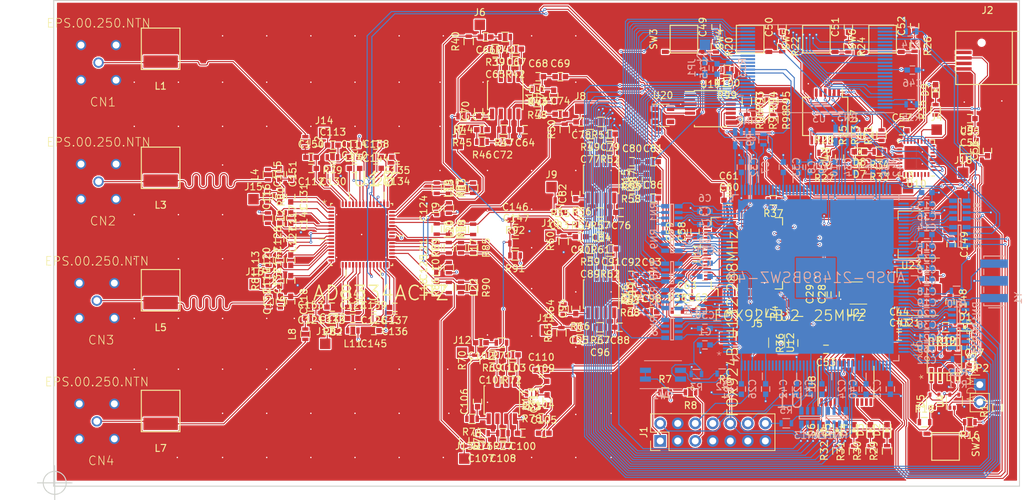
<source format=kicad_pcb>
(kicad_pcb (version 4) (host pcbnew 4.0.6)
  (title_block (title "Hydrophone DSP") (date "13 September 2017") (rev 1.0.0) (company Zeabus))
  (layers (0 F.Cu signal) (1 In1.Cu signal) (2 In2.Cu signal) (31 B.Cu signal) (34 B.Paste user) (35 F.Paste user) (36 B.SilkS user) (37 F.SilkS user) (38 B.Mask user) (39 F.Mask user) (44 Edge.Cuts user))
  (net 0 "")
  (net 1 +1V1)
  (net 2 GND)
  (net 3 +3V3)
  (net 4 "Net-(C45-Pad1)")
  (net 5 "Net-(C49-Pad1)")
  (net 6 "Net-(C50-Pad1)")
  (net 7 "Net-(C51-Pad1)")
  (net 8 "Net-(C52-Pad1)")
  (net 9 "Net-(C54-Pad1)")
  (net 10 +5V)
  (net 11 "Net-(C57-Pad2)")
  (net 12 "Net-(C58-Pad1)")
  (net 13 "Net-(C60-Pad1)")
  (net 14 +3.3VA)
  (net 15 "Net-(C62-Pad2)")
  (net 16 "Net-(C63-Pad1)")
  (net 17 "Net-(C65-Pad1)")
  (net 18 "Net-(C66-Pad1)")
  (net 19 /LNA/LNA1LN)
  (net 20 "Net-(C67-Pad1)")
  (net 21 "Net-(C67-Pad2)")
  (net 22 "Net-(C68-Pad2)")
  (net 23 /ADC/ADC1LP)
  (net 24 "Net-(C70-Pad1)")
  (net 25 "Net-(C71-Pad1)")
  (net 26 /LNA/LNA1LP)
  (net 27 "Net-(C72-Pad1)")
  (net 28 "Net-(C72-Pad2)")
  (net 29 "Net-(C73-Pad2)")
  (net 30 /ADC/ADC1LN)
  (net 31 "Net-(C77-Pad1)")
  (net 32 "Net-(C78-Pad1)")
  (net 33 /LNA/LNA1RN)
  (net 34 "Net-(C79-Pad1)")
  (net 35 "Net-(C79-Pad2)")
  (net 36 "Net-(C80-Pad2)")
  (net 37 /ADC/ADC1RP)
  (net 38 "Net-(C82-Pad1)")
  (net 39 "Net-(C83-Pad1)")
  (net 40 /LNA/LNA1RP)
  (net 41 "Net-(C84-Pad1)")
  (net 42 "Net-(C84-Pad2)")
  (net 43 "Net-(C85-Pad2)")
  (net 44 /ADC/ADC1RN)
  (net 45 "Net-(C89-Pad1)")
  (net 46 "Net-(C90-Pad1)")
  (net 47 /LNA/LNA2LN)
  (net 48 "Net-(C91-Pad1)")
  (net 49 "Net-(C91-Pad2)")
  (net 50 "Net-(C92-Pad2)")
  (net 51 /ADC/ADC2LP)
  (net 52 "Net-(C94-Pad1)")
  (net 53 "Net-(C95-Pad1)")
  (net 54 /LNA/LNA2LP)
  (net 55 "Net-(C96-Pad1)")
  (net 56 "Net-(C96-Pad2)")
  (net 57 "Net-(C97-Pad2)")
  (net 58 /ADC/ADC2LN)
  (net 59 "Net-(C101-Pad1)")
  (net 60 "Net-(C102-Pad1)")
  (net 61 /LNA/LNA2RN)
  (net 62 "Net-(C103-Pad1)")
  (net 63 "Net-(C103-Pad2)")
  (net 64 "Net-(C104-Pad2)")
  (net 65 /ADC/ADC2RP)
  (net 66 "Net-(C106-Pad1)")
  (net 67 "Net-(C107-Pad1)")
  (net 68 /LNA/LNA2RP)
  (net 69 "Net-(C108-Pad1)")
  (net 70 "Net-(C108-Pad2)")
  (net 71 "Net-(C109-Pad2)")
  (net 72 /ADC/ADC2RN)
  (net 73 /LNA/INH1)
  (net 74 "Net-(C113-Pad2)")
  (net 75 /LNA/LON1)
  (net 76 /LNA/VIN1)
  (net 77 /LNA/INH2)
  (net 78 "Net-(C116-Pad2)")
  (net 79 /LNA/LON2)
  (net 80 /LNA/VIN2)
  (net 81 /LNA/INH3)
  (net 82 "Net-(C119-Pad2)")
  (net 83 /LNA/LON3)
  (net 84 /LNA/VIN3)
  (net 85 /LNA/INH4)
  (net 86 "Net-(C122-Pad2)")
  (net 87 /LNA/LON4)
  (net 88 /LNA/VIN4)
  (net 89 "Net-(C124-Pad1)")
  (net 90 "Net-(C125-Pad1)")
  (net 91 "Net-(C126-Pad1)")
  (net 92 "Net-(C127-Pad1)")
  (net 93 "Net-(C128-Pad1)")
  (net 94 "Net-(C129-Pad1)")
  (net 95 "Net-(C130-Pad2)")
  (net 96 "Net-(C131-Pad2)")
  (net 97 "Net-(C132-Pad2)")
  (net 98 "Net-(C133-Pad2)")
  (net 99 "Net-(C134-Pad2)")
  (net 100 "Net-(C135-Pad2)")
  (net 101 "Net-(C136-Pad2)")
  (net 102 "Net-(C137-Pad2)")
  (net 103 "Net-(C138-Pad2)")
  (net 104 "Net-(C139-Pad2)")
  (net 105 /LNA/LOP1)
  (net 106 /LNA/VIP1)
  (net 107 /LNA/LOP2)
  (net 108 /LNA/VIP2)
  (net 109 /LNA/LOP3)
  (net 110 /LNA/VIP3)
  (net 111 /LNA/LOP4)
  (net 112 /LNA/VIP4)
  (net 113 /LNA/GAIN34)
  (net 114 /LNA/GAIN12)
  (net 115 VA_REF)
  (net 116 /LNA/IN1)
  (net 117 /LNA/IN2)
  (net 118 /LNA/IN3)
  (net 119 /LNA/IN4)
  (net 120 "Net-(D1-Pad1)")
  (net 121 "Net-(D2-Pad2)")
  (net 122 "Net-(D2-Pad1)")
  (net 123 "Net-(D3-Pad2)")
  (net 124 "Net-(D3-Pad1)")
  (net 125 "Net-(D4-Pad2)")
  (net 126 "Net-(D4-Pad1)")
  (net 127 "Net-(D5-Pad2)")
  (net 128 "Net-(D5-Pad1)")
  (net 129 "Net-(D6-Pad2)")
  (net 130 "Net-(D7-Pad1)")
  (net 131 "Net-(D8-Pad1)")
  (net 132 "Net-(D9-Pad1)")
  (net 133 "Net-(J1-Pad1)")
  (net 134 "Net-(J1-Pad2)")
  (net 135 "Net-(J1-Pad5)")
  (net 136 "Net-(J1-Pad6)")
  (net 137 "Net-(J1-Pad8)")
  (net 138 "Net-(J1-Pad10)")
  (net 139 "Net-(J1-Pad12)")
  (net 140 "Net-(J1-Pad14)")
  (net 141 /DSP_Misc/D-)
  (net 142 /DSP_Misc/D+)
  (net 143 "Net-(J2-Pad4)")
  (net 144 "Net-(J3-Pad1)")
  (net 145 "Net-(J4-Pad1)")
  (net 146 "Net-(J5-Pad1)")
  (net 147 "Net-(J18-Pad1)")
  (net 148 "Net-(J22-Pad1)")
  (net 149 "Net-(JP2-Pad2)")
  (net 150 "Net-(L15-Pad1)")
  (net 151 "Net-(L16-Pad1)")
  (net 152 "Net-(L17-Pad1)")
  (net 153 "Net-(L18-Pad1)")
  (net 154 "Net-(L19-Pad1)")
  (net 155 "Net-(L20-Pad1)")
  (net 156 "Net-(L21-Pad1)")
  (net 157 "Net-(L22-Pad1)")
  (net 158 "Net-(R1-Pad1)")
  (net 159 "Net-(R2-Pad2)")
  (net 160 "Net-(R3-Pad2)")
  (net 161 "Net-(R4-Pad1)")
  (net 162 "Net-(R4-Pad2)")
  (net 163 "Net-(R5-Pad1)")
  (net 164 /DSP-External_Port/UART_RX)
  (net 165 /DSP-External_Port/DPI_P10_Z)
  (net 166 /DSP-Memory/~MS1)
  (net 167 /DSP-Memory/~Flash_CS)
  (net 168 /DSP-Memory/~AMI_RD)
  (net 169 /DSP-Memory/~RD)
  (net 170 /DSP-Memory/~AMI_WR)
  (net 171 /DSP-Memory/~WR)
  (net 172 "Net-(R15-Pad1)")
  (net 173 "Net-(R16-Pad2)")
  (net 174 "Net-(R18-Pad2)")
  (net 175 ~RESET)
  (net 176 "Net-(R20-Pad2)")
  (net 177 "Net-(R22-Pad2)")
  (net 178 "Net-(R24-Pad2)")
  (net 179 "Net-(R26-Pad2)")
  (net 180 "Net-(R28-Pad1)")
  (net 181 "Net-(R33-Pad1)")
  (net 182 "Net-(R34-Pad1)")
  (net 183 "Net-(R35-Pad1)")
  (net 184 /ADC/~AD1939_SOFT_RESET)
  (net 185 /ADC/~AD1939_CS)
  (net 186 "Net-(R93-Pad2)")
  (net 187 "Net-(R94-Pad2)")
  (net 188 "Net-(R95-Pad2)")
  (net 189 /DSP-External_Port/SCL)
  (net 190 /DSP-External_Port/SDA)
  (net 191 /ADC/SPI_MISO)
  (net 192 /DSP-External_Port/SPI_MISO)
  (net 193 /ADC/SPI_CLK)
  (net 194 /DSP-External_Port/DPI_P5_Z)
  (net 195 /DSP-External_Port/DPI_P3_Z)
  (net 196 /DSP-External_Port/DPI_P2_Z)
  (net 197 /DSP-External_Port/DPI_P1_Z)
  (net 198 /DSP-External_Port/UART_TX)
  (net 199 /DSP-External_Port/DPI_P9_Z)
  (net 200 /DSP-External_Port/DPI_P7_Z)
  (net 201 /DSP-External_Port/DPI_P8_Z)
  (net 202 /DSP-External_Port/DPI_P6_Z)
  (net 203 /ADC/ABCLK)
  (net 204 /DSP-External_Port/LED1)
  (net 205 /DSP-External_Port/PB3)
  (net 206 /ADC/ASDATA2)
  (net 207 /DSP-External_Port/DAI_P6_Z)
  (net 208 /DSP-External_Port/DAI_P19_Z)
  (net 209 /DSP-External_Port/DAI_P13_Z)
  (net 210 /DSP-External_Port/DAI_P7_Z)
  (net 211 /ADC/ASDATA1)
  (net 212 /DSP-External_Port/PB4)
  (net 213 /ADC/ALRCLK)
  (net 214 /DSP-External_Port/LED2)
  (net 215 /DSP-External_Port/DAI_P14_Z)
  (net 216 /DSP-External_Port/DAI_P8_Z)
  (net 217 /DSP-External_Port/DAI_P20_Z)
  (net 218 /DSP-External_Port/DAI_P5_Z)
  (net 219 /DSP-External_Port/PB2)
  (net 220 /DSP-External_Port/PB1)
  (net 221 /DSP-External_Port/LED4)
  (net 222 /DSP-External_Port/LED3)
  (net 223 /DSP-External_Port/DAI_P15_Z)
  (net 224 /DSP-External_Port/DAI_P16_Z)
  (net 225 /DSP-External_Port/DAI_P17_Z)
  (net 226 /DSP-External_Port/DAI_P18_Z)
  (net 227 /DSP-Memory/A0)
  (net 228 /DSP-Memory/A1)
  (net 229 /DSP-Memory/A2)
  (net 230 /DSP-Memory/A3)
  (net 231 /DSP-Memory/A3_Z)
  (net 232 /DSP-Memory/A2_Z)
  (net 233 /DSP-Memory/A1_Z)
  (net 234 /DSP-Memory/A0_Z)
  (net 235 /DSP-Memory/A4)
  (net 236 /DSP-Memory/A5)
  (net 237 /DSP-Memory/A6)
  (net 238 /DSP-Memory/A7)
  (net 239 /DSP-Memory/A7_Z)
  (net 240 /DSP-Memory/A6_Z)
  (net 241 /DSP-Memory/A5_Z)
  (net 242 /DSP-Memory/A4_Z)
  (net 243 /DSP-Memory/A8)
  (net 244 /DSP-Memory/A9)
  (net 245 /DSP-Memory/A10)
  (net 246 /DSP-Memory/A11)
  (net 247 /DSP-Memory/A11_Z)
  (net 248 /DSP-Memory/A10_Z)
  (net 249 /DSP-Memory/A9_Z)
  (net 250 /DSP-Memory/A8_Z)
  (net 251 /DSP-Memory/A12)
  (net 252 /DSP-Memory/A17)
  (net 253 /DSP-Memory/A13)
  (net 254 /DSP-Memory/A18)
  (net 255 /DSP-Memory/A18_Z)
  (net 256 /DSP-Memory/A13_Z)
  (net 257 /DSP-Memory/A17_Z)
  (net 258 /DSP-Memory/A12_Z)
  (net 259 /DSP-Memory/A23)
  (net 260 /DSP-Memory/A22)
  (net 261 /DSP-Memory/A21)
  (net 262 /DSP-Memory/A20)
  (net 263 /DSP-Memory/A20_Z)
  (net 264 /DSP-Memory/A21_Z)
  (net 265 /DSP-Memory/A22_Z)
  (net 266 /DSP-Memory/A23_Z)
  (net 267 /DSP-Memory/A19)
  (net 268 /DSP-Memory/A16)
  (net 269 /DSP-Memory/A15)
  (net 270 /DSP-Memory/A14)
  (net 271 /DSP-Memory/A14_Z)
  (net 272 /DSP-Memory/A15_Z)
  (net 273 /DSP-Memory/A16_Z)
  (net 274 /DSP-Memory/A19_Z)
  (net 275 /DSP-Memory/D0)
  (net 276 /DSP-Memory/D1)
  (net 277 /DSP-Memory/D2)
  (net 278 /DSP-Memory/D3)
  (net 279 /DSP-Memory/D3_Z)
  (net 280 /DSP-Memory/D2_Z)
  (net 281 /DSP-Memory/D1_Z)
  (net 282 /DSP-Memory/D0_Z)
  (net 283 /DSP-Memory/D4)
  (net 284 /DSP-Memory/D5)
  (net 285 /DSP-Memory/D6)
  (net 286 /DSP-Memory/D7)
  (net 287 /DSP-Memory/D7_Z)
  (net 288 /DSP-Memory/D6_Z)
  (net 289 /DSP-Memory/D5_Z)
  (net 290 /DSP-Memory/D4_Z)
  (net 291 "Net-(U1-Pad1)")
  (net 292 "Net-(U1-Pad2)")
  (net 293 "Net-(U1-Pad3)")
  (net 294 "Net-(U1-Pad18)")
  (net 295 "Net-(U1-Pad19)")
  (net 296 "Net-(U1-Pad25)")
  (net 297 "Net-(U1-Pad27)")
  (net 298 "Net-(U1-Pad36)")
  (net 299 /DSP-External_Port/DPI_P4_Z)
  (net 300 /DSP-External_Port/DPI_P11_Z)
  (net 301 /DSP-External_Port/DPI_P12_Z)
  (net 302 /DSP-External_Port/DPI_P13_Z)
  (net 303 /DSP-External_Port/DPI_P14_Z)
  (net 304 /DSP-External_Port/DAI_P3_Z)
  (net 305 "Net-(U1-Pad56)")
  (net 306 "Net-(U1-Pad58)")
  (net 307 "Net-(U1-Pad59)")
  (net 308 "Net-(U1-Pad60)")
  (net 309 "Net-(U1-Pad61)")
  (net 310 "Net-(U1-Pad63)")
  (net 311 "Net-(U1-Pad64)")
  (net 312 "Net-(U1-Pad66)")
  (net 313 "Net-(U1-Pad67)")
  (net 314 "Net-(U1-Pad69)")
  (net 315 "Net-(U1-Pad71)")
  (net 316 /DSP-External_Port/DAI_P1_Z)
  (net 317 /DSP-External_Port/DAI_P2_Z)
  (net 318 "Net-(U1-Pad79)")
  (net 319 "Net-(U1-Pad80)")
  (net 320 "Net-(U1-Pad81)")
  (net 321 "Net-(U1-Pad82)")
  (net 322 "Net-(U1-Pad83)")
  (net 323 /DSP-External_Port/DAI_P9_Z)
  (net 324 /DSP-External_Port/DAI_P10_Z)
  (net 325 /DSP-External_Port/DAI_P4_Z)
  (net 326 /DSP-External_Port/DAI_P12_Z)
  (net 327 /DSP-External_Port/DAI_P11_Z)
  (net 328 "Net-(U1-Pad108)")
  (net 329 "Net-(U1-Pad110)")
  (net 330 "Net-(U1-Pad111)")
  (net 331 "Net-(U1-Pad112)")
  (net 332 "Net-(U1-Pad117)")
  (net 333 "Net-(U1-Pad118)")
  (net 334 "Net-(U1-Pad134)")
  (net 335 "Net-(U1-Pad135)")
  (net 336 "Net-(U1-Pad136)")
  (net 337 "Net-(U1-Pad137)")
  (net 338 "Net-(U1-Pad138)")
  (net 339 "Net-(U1-Pad139)")
  (net 340 "Net-(U1-Pad140)")
  (net 341 "Net-(U1-Pad142)")
  (net 342 "Net-(U1-Pad145)")
  (net 343 "Net-(U1-Pad159)")
  (net 344 "Net-(U1-Pad161)")
  (net 345 "Net-(U1-Pad162)")
  (net 346 "Net-(U1-Pad163)")
  (net 347 "Net-(U1-Pad165)")
  (net 348 "Net-(U1-Pad166)")
  (net 349 "Net-(U1-Pad167)")
  (net 350 "Net-(U1-Pad168)")
  (net 351 "Net-(U1-Pad170)")
  (net 352 "Net-(U1-Pad171)")
  (net 353 "Net-(U1-Pad172)")
  (net 354 "Net-(U1-Pad175)")
  (net 355 "Net-(U2-PadNC)")
  (net 356 "Net-(U3-Pad13)")
  (net 357 "Net-(U3-Pad30)")
  (net 358 "Net-(U3-Pad32)")
  (net 359 "Net-(U3-Pad34)")
  (net 360 "Net-(U3-Pad36)")
  (net 361 "Net-(U3-Pad39)")
  (net 362 "Net-(U3-Pad41)")
  (net 363 "Net-(U3-Pad43)")
  (net 364 "Net-(U4-Pad4)")
  (net 365 "Net-(U5-Pad4)")
  (net 366 "Net-(U6-Pad5)")
  (net 367 "Net-(U6-Pad6)")
  (net 368 "Net-(U6-Pad8)")
  (net 369 "Net-(U7-Pad10)")
  (net 370 "Net-(U7-Pad12)")
  (net 371 "Net-(U8-Pad10)")
  (net 372 "Net-(U8-Pad11)")
  (net 373 "Net-(U8-Pad12)")
  (net 374 "Net-(U10-Pad3)")
  (net 375 "Net-(U10-Pad6)")
  (net 376 "Net-(U10-Pad7)")
  (net 377 "Net-(U10-Pad8)")
  (net 378 "Net-(U10-Pad9)")
  (net 379 "Net-(U10-Pad27)")
  (net 380 "Net-(U10-Pad28)")
  (net 381 "Net-(U10-Pad31)")
  (net 382 "Net-(U10-Pad32)")
  (net 383 "Net-(U11-Pad2)")
  (net 384 "Net-(U11-Pad6)")
  (net 385 "Net-(U11-Pad7)")
  (net 386 "Net-(U11-Pad8)")
  (net 387 "Net-(U11-Pad9)")
  (net 388 "Net-(U11-Pad10)")
  (net 389 "Net-(U11-Pad11)")
  (net 390 "Net-(U11-Pad12)")
  (net 391 "Net-(U11-Pad13)")
  (net 392 "Net-(U11-Pad14)")
  (net 393 "Net-(U11-Pad15)")
  (net 394 "Net-(U11-Pad18)")
  (net 395 "Net-(U11-Pad19)")
  (net 396 "Net-(U11-Pad20)")
  (net 397 "Net-(U11-Pad21)")
  (net 398 "Net-(U11-Pad22)")
  (net 399 "Net-(U11-Pad36)")
  (net 400 "Net-(U11-Pad37)")
  (net 401 "Net-(U11-Pad38)")
  (net 402 "Net-(U11-Pad39)")
  (net 403 "Net-(U11-Pad40)")
  (net 404 "Net-(U11-Pad41)")
  (net 405 "Net-(U11-Pad42)")
  (net 406 "Net-(U11-Pad43)")
  (net 407 "Net-(U11-Pad49)")
  (net 408 "Net-(U11-Pad50)")
  (net 409 "Net-(U11-Pad63)")
  (net 410 "Net-(U11-Pad64)")
  (net 411 "Net-(U13-PadNC)")
  (net 412 "Net-(U18-Pad3)")
  (net 413 "Net-(U18-Pad14)")
  (net 414 "Net-(U18-Pad21)")
  (net 415 "Net-(U18-Pad32)")
  (net 416 "Net-(U18-Pad40)")
  (net 417 "Net-(U18-Pad60)")
  (net 418 "Net-(U19-Pad1)")
  (net 419 "Net-(U20-Pad4)")
  (net 420 "Net-(U22-Pad4)")
  (net 421 "Net-(C150-Pad1)")
  (net 422 "Net-(C151-Pad1)")
  (net 423 "Net-(C152-Pad1)")
  (net 424 "Net-(C153-Pad1)")
  (module Zeabus:Button-EVQ (layer F.Cu) (at 202.88 54.56 270)
    (fp_text reference SW6 (at 0 4.4 270) (layer F.SilkS))
    (fp_text value PB)
    (pad 1 smd rect (at -1.85 2.7 270) (size 0.6 1) (layers F.Cu F.Paste F.Mask) (net 2 GND))
    (pad 2 smd rect (at 1.85 2.7 270) (size 0.6 1) (layers F.Cu F.Paste F.Mask) (net 179 "Net-(R26-Pad2)"))
    (pad 4 smd rect (at 1.85 -2.7 270) (size 0.6 1) (layers F.Cu F.Paste F.Mask) (net 179 "Net-(R26-Pad2)"))
    (pad 3 smd rect (at -1.85 -2.7 270) (size 0.6 1) (layers F.Cu F.Paste F.Mask) (net 2 GND))
  )
  (module Zeabus:Button-EVQ (layer F.Cu) (at 193.28 54.56 270)
    (fp_text reference SW5 (at 0 4.4 270) (layer F.SilkS))
    (fp_text value PB)
    (pad 1 smd rect (at -1.85 2.7 270) (size 0.6 1) (layers F.Cu F.Paste F.Mask) (net 2 GND))
    (pad 2 smd rect (at 1.85 2.7 270) (size 0.6 1) (layers F.Cu F.Paste F.Mask) (net 178 "Net-(R24-Pad2)"))
    (pad 4 smd rect (at 1.85 -2.7 270) (size 0.6 1) (layers F.Cu F.Paste F.Mask) (net 178 "Net-(R24-Pad2)"))
    (pad 3 smd rect (at -1.85 -2.7 270) (size 0.6 1) (layers F.Cu F.Paste F.Mask) (net 2 GND))
  )
  (module Zeabus:Button-EVQ (layer F.Cu) (at 183.68 54.56 270)
    (fp_text reference SW4 (at 0 4.4 270) (layer F.SilkS))
    (fp_text value PB)
    (pad 1 smd rect (at -1.85 2.7 270) (size 0.6 1) (layers F.Cu F.Paste F.Mask) (net 2 GND))
    (pad 2 smd rect (at 1.85 2.7 270) (size 0.6 1) (layers F.Cu F.Paste F.Mask) (net 177 "Net-(R22-Pad2)"))
    (pad 4 smd rect (at 1.85 -2.7 270) (size 0.6 1) (layers F.Cu F.Paste F.Mask) (net 177 "Net-(R22-Pad2)"))
    (pad 3 smd rect (at -1.85 -2.7 270) (size 0.6 1) (layers F.Cu F.Paste F.Mask) (net 2 GND))
  )
  (module Zeabus:Button-EVQ (layer F.Cu) (at 212 113.6 90)
    (fp_text reference SW2 (at 0 4.4 90) (layer F.SilkS))
    (fp_text value PB)
    (pad 1 smd rect (at -1.85 2.7 90) (size 0.6 1) (layers F.Cu F.Paste F.Mask) (net 2 GND))
    (pad 2 smd rect (at 1.85 2.7 90) (size 0.6 1) (layers F.Cu F.Paste F.Mask) (net 173 "Net-(R16-Pad2)"))
    (pad 4 smd rect (at 1.85 -2.7 90) (size 0.6 1) (layers F.Cu F.Paste F.Mask) (net 173 "Net-(R16-Pad2)"))
    (pad 3 smd rect (at -1.85 -2.7 90) (size 0.6 1) (layers F.Cu F.Paste F.Mask) (net 2 GND))
  )
  (module Zeabus:Button-EVQ (layer F.Cu) (at 174.08 54.56 270)
    (fp_text reference SW3 (at 0 4.4 270) (layer F.SilkS))
    (fp_text value PB)
    (pad 1 smd rect (at -1.85 2.7 270) (size 0.6 1) (layers F.Cu F.Paste F.Mask) (net 2 GND))
    (pad 2 smd rect (at 1.85 2.7 270) (size 0.6 1) (layers F.Cu F.Paste F.Mask) (net 176 "Net-(R20-Pad2)"))
    (pad 4 smd rect (at 1.85 -2.7 270) (size 0.6 1) (layers F.Cu F.Paste F.Mask) (net 176 "Net-(R20-Pad2)"))
    (pad 3 smd rect (at -1.85 -2.7 270) (size 0.6 1) (layers F.Cu F.Paste F.Mask) (net 2 GND))
  )
  (module Zeabus:EPS-00-250 (layer F.Cu) (at 89.22 57.96 180)
    (fp_text reference CN1 (at -0.635 -5.715 180) (layer F.SilkS) (effects (font (size 1.27 1.27) (thickness 0.1016))))
    (fp_text value EPS.00.250.NTN (at 0 5.715 180) (layer F.SilkS) (effects (font (size 1.27 1.27) (thickness 0.1016))))
    (pad 1 thru_hole circle (at 0 0 180) (size 1.50622 1.50622) (drill 0.99822) (layers *.Cu *.Paste *.Mask) (net 116 /LNA/IN1))
    (pad 2 thru_hole circle (at -2.54 -2.54 180) (size 1.50622 1.50622) (drill 0.99822) (layers *.Cu *.Paste *.Mask) (net 2 GND))
    (pad 3 thru_hole circle (at 2.54 -2.54 180) (size 1.50622 1.50622) (drill 0.99822) (layers *.Cu *.Paste *.Mask) (net 2 GND))
    (pad 4 thru_hole circle (at -2.54 2.54 180) (size 1.50622 1.50622) (drill 0.99822) (layers *.Cu *.Paste *.Mask) (net 2 GND))
    (pad 5 thru_hole circle (at 2.54 2.54 180) (size 1.50622 1.50622) (drill 0.99822) (layers *.Cu *.Paste *.Mask) (net 2 GND))
  )
  (module Zeabus:EPS-00-250 (layer F.Cu) (at 89.22 75.21 180)
    (fp_text reference CN2 (at -0.635 -5.715 180) (layer F.SilkS) (effects (font (size 1.27 1.27) (thickness 0.1016))))
    (fp_text value EPS.00.250.NTN (at 0 5.715 180) (layer F.SilkS) (effects (font (size 1.27 1.27) (thickness 0.1016))))
    (pad 1 thru_hole circle (at 0 0 180) (size 1.50622 1.50622) (drill 0.99822) (layers *.Cu *.Paste *.Mask) (net 117 /LNA/IN2))
    (pad 2 thru_hole circle (at -2.54 -2.54 180) (size 1.50622 1.50622) (drill 0.99822) (layers *.Cu *.Paste *.Mask) (net 2 GND))
    (pad 3 thru_hole circle (at 2.54 -2.54 180) (size 1.50622 1.50622) (drill 0.99822) (layers *.Cu *.Paste *.Mask) (net 2 GND))
    (pad 4 thru_hole circle (at -2.54 2.54 180) (size 1.50622 1.50622) (drill 0.99822) (layers *.Cu *.Paste *.Mask) (net 2 GND))
    (pad 5 thru_hole circle (at 2.54 2.54 180) (size 1.50622 1.50622) (drill 0.99822) (layers *.Cu *.Paste *.Mask) (net 2 GND))
  )
  (module Zeabus:EPS-00-250 (layer F.Cu) (at 88.97 92.46 180)
    (fp_text reference CN3 (at -0.635 -5.715 180) (layer F.SilkS) (effects (font (size 1.27 1.27) (thickness 0.1016))))
    (fp_text value EPS.00.250.NTN (at 0 5.715 180) (layer F.SilkS) (effects (font (size 1.27 1.27) (thickness 0.1016))))
    (pad 1 thru_hole circle (at 0 0 180) (size 1.50622 1.50622) (drill 0.99822) (layers *.Cu *.Paste *.Mask) (net 118 /LNA/IN3))
    (pad 2 thru_hole circle (at -2.54 -2.54 180) (size 1.50622 1.50622) (drill 0.99822) (layers *.Cu *.Paste *.Mask) (net 2 GND))
    (pad 3 thru_hole circle (at 2.54 -2.54 180) (size 1.50622 1.50622) (drill 0.99822) (layers *.Cu *.Paste *.Mask) (net 2 GND))
    (pad 4 thru_hole circle (at -2.54 2.54 180) (size 1.50622 1.50622) (drill 0.99822) (layers *.Cu *.Paste *.Mask) (net 2 GND))
    (pad 5 thru_hole circle (at 2.54 2.54 180) (size 1.50622 1.50622) (drill 0.99822) (layers *.Cu *.Paste *.Mask) (net 2 GND))
  )
  (module Zeabus:EPS-00-250 (layer F.Cu) (at 88.97 109.96 180)
    (fp_text reference CN4 (at -0.635 -5.715 180) (layer F.SilkS) (effects (font (size 1.27 1.27) (thickness 0.1016))))
    (fp_text value EPS.00.250.NTN (at 0 5.715 180) (layer F.SilkS) (effects (font (size 1.27 1.27) (thickness 0.1016))))
    (pad 1 thru_hole circle (at 0 0 180) (size 1.50622 1.50622) (drill 0.99822) (layers *.Cu *.Paste *.Mask) (net 119 /LNA/IN4))
    (pad 2 thru_hole circle (at -2.54 -2.54 180) (size 1.50622 1.50622) (drill 0.99822) (layers *.Cu *.Paste *.Mask) (net 2 GND))
    (pad 3 thru_hole circle (at 2.54 -2.54 180) (size 1.50622 1.50622) (drill 0.99822) (layers *.Cu *.Paste *.Mask) (net 2 GND))
    (pad 4 thru_hole circle (at -2.54 2.54 180) (size 1.50622 1.50622) (drill 0.99822) (layers *.Cu *.Paste *.Mask) (net 2 GND))
    (pad 5 thru_hole circle (at 2.54 2.54 180) (size 1.50622 1.50622) (drill 0.99822) (layers *.Cu *.Paste *.Mask) (net 2 GND))
  )
  (module LEDs:LED_0603 (layer F.Cu) (at 214.88 96.32)
    (fp_text reference D1 (at 0 -1.5) (layer F.SilkS))
    (fp_text value Yellow)
    (pad 2 smd rect (at 0.7493 0 180) (size 0.79756 0.79756) (layers F.Cu F.Paste F.Mask) (net 3 +3V3))
    (pad 1 smd rect (at -0.7493 0 180) (size 0.79756 0.79756) (layers F.Cu F.Paste F.Mask) (net 120 "Net-(D1-Pad1)"))
  )
  (module LEDs:LED_0603 (layer F.Cu) (at 203.52 111.2 90)
    (fp_text reference D2 (at 0 -1.5 90) (layer F.SilkS))
    (fp_text value Yellow)
    (pad 2 smd rect (at 0.7493 0 270) (size 0.79756 0.79756) (layers F.Cu F.Paste F.Mask) (net 121 "Net-(D2-Pad2)"))
    (pad 1 smd rect (at -0.7493 0 270) (size 0.79756 0.79756) (layers F.Cu F.Paste F.Mask) (net 122 "Net-(D2-Pad1)"))
  )
  (module LEDs:LED_0603 (layer F.Cu) (at 201.12 111.2 90)
    (fp_text reference D3 (at 0 -1.5 90) (layer F.SilkS))
    (fp_text value Red)
    (pad 2 smd rect (at 0.7493 0 270) (size 0.79756 0.79756) (layers F.Cu F.Paste F.Mask) (net 123 "Net-(D3-Pad2)"))
    (pad 1 smd rect (at -0.7493 0 270) (size 0.79756 0.79756) (layers F.Cu F.Paste F.Mask) (net 124 "Net-(D3-Pad1)"))
  )
  (module LEDs:LED_0603 (layer F.Cu) (at 198.72 111.2 90)
    (fp_text reference D4 (at 0 -1.5 90) (layer F.SilkS))
    (fp_text value Blue)
    (pad 2 smd rect (at 0.7493 0 270) (size 0.79756 0.79756) (layers F.Cu F.Paste F.Mask) (net 125 "Net-(D4-Pad2)"))
    (pad 1 smd rect (at -0.7493 0 270) (size 0.79756 0.79756) (layers F.Cu F.Paste F.Mask) (net 126 "Net-(D4-Pad1)"))
  )
  (module LEDs:LED_0603 (layer F.Cu) (at 196.32 111.2 90)
    (fp_text reference D5 (at 0 -1.5 90) (layer F.SilkS))
    (fp_text value Green)
    (pad 2 smd rect (at 0.7493 0 270) (size 0.79756 0.79756) (layers F.Cu F.Paste F.Mask) (net 127 "Net-(D5-Pad2)"))
    (pad 1 smd rect (at -0.7493 0 270) (size 0.79756 0.79756) (layers F.Cu F.Paste F.Mask) (net 128 "Net-(D5-Pad1)"))
  )
  (module LEDs:LED_0603 (layer F.Cu) (at 194.08 111.2 90)
    (fp_text reference D6 (at 0 -1.5 90) (layer F.SilkS))
    (fp_text value Yellow)
    (pad 2 smd rect (at 0.7493 0 270) (size 0.79756 0.79756) (layers F.Cu F.Paste F.Mask) (net 129 "Net-(D6-Pad2)"))
    (pad 1 smd rect (at -0.7493 0 270) (size 0.79756 0.79756) (layers F.Cu F.Paste F.Mask) (net 128 "Net-(D5-Pad1)"))
  )
  (module LEDs:LED_0603 (layer F.Cu) (at 199.52 72.64 180)
    (fp_text reference D7 (at 0 -1.5 180) (layer F.SilkS))
    (fp_text value Blue)
    (pad 2 smd rect (at 0.7493 0) (size 0.79756 0.79756) (layers F.Cu F.Paste F.Mask) (net 3 +3V3))
    (pad 1 smd rect (at -0.7493 0) (size 0.79756 0.79756) (layers F.Cu F.Paste F.Mask) (net 130 "Net-(D7-Pad1)"))
  )
  (module LEDs:LED_0603 (layer F.Cu) (at 199.52 70.88 180)
    (fp_text reference D8 (at 0 -1.5 180) (layer F.SilkS))
    (fp_text value Red)
    (pad 2 smd rect (at 0.7493 0) (size 0.79756 0.79756) (layers F.Cu F.Paste F.Mask) (net 3 +3V3))
    (pad 1 smd rect (at -0.7493 0) (size 0.79756 0.79756) (layers F.Cu F.Paste F.Mask) (net 131 "Net-(D8-Pad1)"))
  )
  (module LEDs:LED_0603 (layer F.Cu) (at 210.56 61.92 90)
    (fp_text reference D9 (at 0 -1.5 90) (layer F.SilkS))
    (fp_text value Green)
    (pad 2 smd rect (at 0.7493 0 270) (size 0.79756 0.79756) (layers F.Cu F.Paste F.Mask) (net 3 +3V3))
    (pad 1 smd rect (at -0.7493 0 270) (size 0.79756 0.79756) (layers F.Cu F.Paste F.Mask) (net 132 "Net-(D9-Pad1)"))
  )
  (module Pin_Headers:Pin_Header_Straight_2x07_Pitch2.54mm (layer F.Cu) (at 170.64 112.8 90)
    (fp_text reference J1 (at 1.27 -2.39 90) (layer F.SilkS))
    (fp_text value JTAG)
    (pad 1 thru_hole rect (at 0 0 90) (size 1.7 1.7) (drill 1) (layers *.Cu *.Mask) (net 133 "Net-(J1-Pad1)"))
    (pad 2 thru_hole oval (at 2.54 0 90) (size 1.7 1.7) (drill 1) (layers *.Cu *.Mask) (net 134 "Net-(J1-Pad2)"))
    (pad 3 thru_hole oval (at 0 2.54 90) (size 1.7 1.7) (drill 1) (layers *.Cu *.Mask) (net 2 GND))
    (pad 4 thru_hole oval (at 2.54 2.54 90) (size 1.7 1.7) (drill 1) (layers *.Cu *.Mask) (net 2 GND))
    (pad 5 thru_hole oval (at 0 5.08 90) (size 1.7 1.7) (drill 1) (layers *.Cu *.Mask) (net 135 "Net-(J1-Pad5)"))
    (pad 6 thru_hole oval (at 2.54 5.08 90) (size 1.7 1.7) (drill 1) (layers *.Cu *.Mask) (net 136 "Net-(J1-Pad6)"))
    (pad 7 thru_hole oval (at 0 7.62 90) (size 1.7 1.7) (drill 1) (layers *.Cu *.Mask) (net 2 GND))
    (pad 8 thru_hole oval (at 2.54 7.62 90) (size 1.7 1.7) (drill 1) (layers *.Cu *.Mask) (net 137 "Net-(J1-Pad8)"))
    (pad 9 thru_hole oval (at 0 10.16 90) (size 1.7 1.7) (drill 1) (layers *.Cu *.Mask) (net 2 GND))
    (pad 10 thru_hole oval (at 2.54 10.16 90) (size 1.7 1.7) (drill 1) (layers *.Cu *.Mask) (net 138 "Net-(J1-Pad10)"))
    (pad 11 thru_hole oval (at 0 12.7 90) (size 1.7 1.7) (drill 1) (layers *.Cu *.Mask) (net 2 GND))
    (pad 12 thru_hole oval (at 2.54 12.7 90) (size 1.7 1.7) (drill 1) (layers *.Cu *.Mask) (net 139 "Net-(J1-Pad12)"))
    (pad 13 thru_hole oval (at 0 15.24 90) (size 1.7 1.7) (drill 1) (layers *.Cu *.Mask) (net 2 GND))
    (pad 14 thru_hole oval (at 2.54 15.24 90) (size 1.7 1.7) (drill 1) (layers *.Cu *.Mask) (net 140 "Net-(J1-Pad14)"))
  )
  (module Connectors:USB_Mini-B (layer F.Cu) (at 218.08 57.28 180)
    (fp_text reference J2 (at 0 6.90118 180) (layer F.SilkS))
    (fp_text value USB_OTG)
    (pad 1 smd rect (at 3.44932 -1.6002 180) (size 2.30124 0.50038) (layers F.Cu F.Paste F.Mask) (net 9 "Net-(C54-Pad1)"))
    (pad 2 smd rect (at 3.44932 -0.8001 180) (size 2.30124 0.50038) (layers F.Cu F.Paste F.Mask) (net 141 /DSP_Misc/D-))
    (pad 3 smd rect (at 3.44932 0 180) (size 2.30124 0.50038) (layers F.Cu F.Paste F.Mask) (net 142 /DSP_Misc/D+))
    (pad 4 smd rect (at 3.44932 0.8001 180) (size 2.30124 0.50038) (layers F.Cu F.Paste F.Mask) (net 143 "Net-(J2-Pad4)"))
    (pad 5 smd rect (at 3.44932 1.6002 180) (size 2.30124 0.50038) (layers F.Cu F.Paste F.Mask) (net 2 GND))
    (pad 6 smd rect (at 3.35026 -4.45008 180) (size 2.49936 1.99898) (layers F.Cu F.Paste F.Mask) (net 2 GND))
    (pad 6 smd rect (at -2.14884 -4.45008 180) (size 2.49936 1.99898) (layers F.Cu F.Paste F.Mask) (net 2 GND))
    (pad 6 smd rect (at 3.35026 4.45008 180) (size 2.49936 1.99898) (layers F.Cu F.Paste F.Mask) (net 2 GND))
    (pad 6 smd rect (at -2.14884 4.45008 180) (size 2.49936 1.99898) (layers F.Cu F.Paste F.Mask) (net 2 GND))
    (pad "" np_thru_hole circle (at 0.8509 -2.19964 180) (size 0.89916 0.89916) (drill 0.89916) (layers *.Cu *.Mask))
    (pad "" np_thru_hole circle (at 0.8509 2.19964 180) (size 0.89916 0.89916) (drill 0.89916) (layers *.Cu *.Mask))
  )
  (module Capacitors_SMD:C_0603_HandSoldering (layer B.Cu) (at 177.12 58.72 270)
    (fp_text reference JP1 (at 0 1.9 270) (layer B.SilkS) (effects (justify mirror)))
    (fp_text value "Write Protect")
    (pad 1 smd rect (at -0.95 0 270) (size 1.2 0.75) (layers B.Cu B.Paste B.Mask) (net 4 "Net-(C45-Pad1)"))
    (pad 2 smd rect (at 0.95 0 270) (size 1.2 0.75) (layers B.Cu B.Paste B.Mask) (net 2 GND))
  )
  (module Pin_Headers:Pin_Header_Straight_1x02_Pitch2.54mm (layer F.Cu) (at 216.96 104.64)
    (fp_text reference JP2 (at 0 -2.39) (layer F.SilkS))
    (fp_text value "External Reset")
    (pad 1 thru_hole rect (at 0 0) (size 1.7 1.7) (drill 1) (layers *.Cu *.Mask) (net 2 GND))
    (pad 2 thru_hole oval (at 0 2.54) (size 1.7 1.7) (drill 1) (layers *.Cu *.Mask) (net 149 "Net-(JP2-Pad2)"))
  )
  (module Zeabus:L-SDR0503 (layer F.Cu) (at 98.22 55.96)
    (fp_text reference L1 (at 0 5.4) (layer F.SilkS))
    (fp_text value 15mH)
    (pad 2 smd rect (at 0 -1.85) (size 5 1.8) (layers F.Cu F.Paste F.Mask) (net 2 GND))
    (pad 1 smd rect (at 0 1.85) (size 5 1.8) (layers F.Cu F.Paste F.Mask) (net 116 /LNA/IN1))
  )
  (module Zeabus:L-SDR0503 (layer F.Cu) (at 98.22 73.21)
    (fp_text reference L3 (at 0 5.4) (layer F.SilkS))
    (fp_text value 15mH)
    (pad 2 smd rect (at 0 -1.85) (size 5 1.8) (layers F.Cu F.Paste F.Mask) (net 2 GND))
    (pad 1 smd rect (at 0 1.85) (size 5 1.8) (layers F.Cu F.Paste F.Mask) (net 117 /LNA/IN2))
  )
  (module Zeabus:L-SDR0503 (layer F.Cu) (at 98.22 90.96)
    (fp_text reference L5 (at 0 5.4) (layer F.SilkS))
    (fp_text value 15mH)
    (pad 2 smd rect (at 0 -1.85) (size 5 1.8) (layers F.Cu F.Paste F.Mask) (net 2 GND))
    (pad 1 smd rect (at 0 1.85) (size 5 1.8) (layers F.Cu F.Paste F.Mask) (net 118 /LNA/IN3))
  )
  (module Zeabus:L-SDR0503 (layer F.Cu) (at 98.22 108.46)
    (fp_text reference L7 (at 0 5.4) (layer F.SilkS))
    (fp_text value 15mH)
    (pad 2 smd rect (at 0 -1.85) (size 5 1.8) (layers F.Cu F.Paste F.Mask) (net 2 GND))
    (pad 1 smd rect (at 0 1.85) (size 5 1.8) (layers F.Cu F.Paste F.Mask) (net 119 /LNA/IN4))
  )
  (module Zeabus:CRA06S (layer B.Cu) (at 172.16 80.48 90)
    (fp_text reference RN1 (at 0.8 -2.4 90) (layer B.SilkS) (effects (justify mirror)))
    (fp_text value EXBN8V-22)
    (pad 1 smd rect (at -0.9 -0.8 90) (size 0.63 1.15) (layers B.Cu B.Paste B.Mask) (net 191 /ADC/SPI_MISO))
    (pad 2 smd rect (at 0 -0.8 90) (size 0.44 1.15) (layers B.Cu B.Paste B.Mask) (net 192 /DSP-External_Port/SPI_MISO))
    (pad 3 smd rect (at 0.8 -0.8 90) (size 0.44 1.15) (layers B.Cu B.Paste B.Mask) (net 193 /ADC/SPI_CLK))
    (pad 4 smd rect (at 1.7 -0.8 90) (size 0.63 1.15) (layers B.Cu B.Paste B.Mask) (net 185 /ADC/~AD1939_CS))
    (pad 5 smd rect (at 1.7 1.15 90) (size 0.63 1.15) (layers B.Cu B.Paste B.Mask) (net 194 /DSP-External_Port/DPI_P5_Z))
    (pad 6 smd rect (at 0.8 1.15 90) (size 0.44 1.15) (layers B.Cu B.Paste B.Mask) (net 195 /DSP-External_Port/DPI_P3_Z))
    (pad 7 smd rect (at 0 1.15 90) (size 0.44 1.15) (layers B.Cu B.Paste B.Mask) (net 196 /DSP-External_Port/DPI_P2_Z))
    (pad 8 smd rect (at -0.9 1.15 90) (size 0.63 1.15) (layers B.Cu B.Paste B.Mask) (net 197 /DSP-External_Port/DPI_P1_Z))
  )
  (module Zeabus:CRA06S (layer B.Cu) (at 182.4 68.8)
    (fp_text reference RN2 (at 0.8 -2.4) (layer B.SilkS) (effects (justify mirror)))
    (fp_text value EXBN8V-22)
    (pad 1 smd rect (at -0.9 -0.8) (size 0.63 1.15) (layers B.Cu B.Paste B.Mask) (net 184 /ADC/~AD1939_SOFT_RESET))
    (pad 2 smd rect (at 0 -0.8) (size 0.44 1.15) (layers B.Cu B.Paste B.Mask) (net 189 /DSP-External_Port/SCL))
    (pad 3 smd rect (at 0.8 -0.8) (size 0.44 1.15) (layers B.Cu B.Paste B.Mask) (net 190 /DSP-External_Port/SDA))
    (pad 4 smd rect (at 1.7 -0.8) (size 0.63 1.15) (layers B.Cu B.Paste B.Mask) (net 198 /DSP-External_Port/UART_TX))
    (pad 5 smd rect (at 1.7 1.15) (size 0.63 1.15) (layers B.Cu B.Paste B.Mask) (net 199 /DSP-External_Port/DPI_P9_Z))
    (pad 6 smd rect (at 0.8 1.15) (size 0.44 1.15) (layers B.Cu B.Paste B.Mask) (net 200 /DSP-External_Port/DPI_P7_Z))
    (pad 7 smd rect (at 0 1.15) (size 0.44 1.15) (layers B.Cu B.Paste B.Mask) (net 201 /DSP-External_Port/DPI_P8_Z))
    (pad 8 smd rect (at -0.9 1.15) (size 0.63 1.15) (layers B.Cu B.Paste B.Mask) (net 202 /DSP-External_Port/DPI_P6_Z))
  )
  (module Zeabus:CRA06S (layer B.Cu) (at 196.96 68.32)
    (fp_text reference RN3 (at 0.8 -2.4) (layer B.SilkS) (effects (justify mirror)))
    (fp_text value EXBN8V-22)
    (pad 1 smd rect (at -0.9 -0.8) (size 0.63 1.15) (layers B.Cu B.Paste B.Mask) (net 203 /ADC/ABCLK))
    (pad 2 smd rect (at 0 -0.8) (size 0.44 1.15) (layers B.Cu B.Paste B.Mask) (net 204 /DSP-External_Port/LED1))
    (pad 3 smd rect (at 0.8 -0.8) (size 0.44 1.15) (layers B.Cu B.Paste B.Mask) (net 205 /DSP-External_Port/PB3))
    (pad 4 smd rect (at 1.7 -0.8) (size 0.63 1.15) (layers B.Cu B.Paste B.Mask) (net 206 /ADC/ASDATA2))
    (pad 5 smd rect (at 1.7 1.15) (size 0.63 1.15) (layers B.Cu B.Paste B.Mask) (net 207 /DSP-External_Port/DAI_P6_Z))
    (pad 6 smd rect (at 0.8 1.15) (size 0.44 1.15) (layers B.Cu B.Paste B.Mask) (net 208 /DSP-External_Port/DAI_P19_Z))
    (pad 7 smd rect (at 0 1.15) (size 0.44 1.15) (layers B.Cu B.Paste B.Mask) (net 209 /DSP-External_Port/DAI_P13_Z))
    (pad 8 smd rect (at -0.9 1.15) (size 0.63 1.15) (layers B.Cu B.Paste B.Mask) (net 210 /DSP-External_Port/DAI_P7_Z))
  )
  (module Zeabus:CRA06S (layer B.Cu) (at 214.24 78.88 270)
    (fp_text reference RN4 (at 0.8 -2.4 270) (layer B.SilkS) (effects (justify mirror)))
    (fp_text value EXBN8V-22)
    (pad 1 smd rect (at -0.9 -0.8 270) (size 0.63 1.15) (layers B.Cu B.Paste B.Mask) (net 211 /ADC/ASDATA1))
    (pad 2 smd rect (at 0 -0.8 270) (size 0.44 1.15) (layers B.Cu B.Paste B.Mask) (net 212 /DSP-External_Port/PB4))
    (pad 3 smd rect (at 0.8 -0.8 270) (size 0.44 1.15) (layers B.Cu B.Paste B.Mask) (net 213 /ADC/ALRCLK))
    (pad 4 smd rect (at 1.7 -0.8 270) (size 0.63 1.15) (layers B.Cu B.Paste B.Mask) (net 214 /DSP-External_Port/LED2))
    (pad 5 smd rect (at 1.7 1.15 270) (size 0.63 1.15) (layers B.Cu B.Paste B.Mask) (net 215 /DSP-External_Port/DAI_P14_Z))
    (pad 6 smd rect (at 0.8 1.15 270) (size 0.44 1.15) (layers B.Cu B.Paste B.Mask) (net 216 /DSP-External_Port/DAI_P8_Z))
    (pad 7 smd rect (at 0 1.15 270) (size 0.44 1.15) (layers B.Cu B.Paste B.Mask) (net 217 /DSP-External_Port/DAI_P20_Z))
    (pad 8 smd rect (at -0.9 1.15 270) (size 0.63 1.15) (layers B.Cu B.Paste B.Mask) (net 218 /DSP-External_Port/DAI_P5_Z))
  )
  (module Zeabus:CRA06S (layer B.Cu) (at 214.24 82.72 270)
    (fp_text reference RN5 (at 0.8 -2.4 270) (layer B.SilkS) (effects (justify mirror)))
    (fp_text value EXBN8V-22)
    (pad 1 smd rect (at -0.9 -0.8 270) (size 0.63 1.15) (layers B.Cu B.Paste B.Mask) (net 219 /DSP-External_Port/PB2))
    (pad 2 smd rect (at 0 -0.8 270) (size 0.44 1.15) (layers B.Cu B.Paste B.Mask) (net 220 /DSP-External_Port/PB1))
    (pad 3 smd rect (at 0.8 -0.8 270) (size 0.44 1.15) (layers B.Cu B.Paste B.Mask) (net 221 /DSP-External_Port/LED4))
    (pad 4 smd rect (at 1.7 -0.8 270) (size 0.63 1.15) (layers B.Cu B.Paste B.Mask) (net 222 /DSP-External_Port/LED3))
    (pad 5 smd rect (at 1.7 1.15 270) (size 0.63 1.15) (layers B.Cu B.Paste B.Mask) (net 223 /DSP-External_Port/DAI_P15_Z))
    (pad 6 smd rect (at 0.8 1.15 270) (size 0.44 1.15) (layers B.Cu B.Paste B.Mask) (net 224 /DSP-External_Port/DAI_P16_Z))
    (pad 7 smd rect (at 0 1.15 270) (size 0.44 1.15) (layers B.Cu B.Paste B.Mask) (net 225 /DSP-External_Port/DAI_P17_Z))
    (pad 8 smd rect (at -0.9 1.15 270) (size 0.63 1.15) (layers B.Cu B.Paste B.Mask) (net 226 /DSP-External_Port/DAI_P18_Z))
  )
  (module Zeabus:CRA06S (layer B.Cu) (at 172.16 96.96 90)
    (fp_text reference RN6 (at 0.8 -2.4 90) (layer B.SilkS) (effects (justify mirror)))
    (fp_text value EXBN8V-22)
    (pad 1 smd rect (at -0.9 -0.8 90) (size 0.63 1.15) (layers B.Cu B.Paste B.Mask) (net 227 /DSP-Memory/A0))
    (pad 2 smd rect (at 0 -0.8 90) (size 0.44 1.15) (layers B.Cu B.Paste B.Mask) (net 228 /DSP-Memory/A1))
    (pad 3 smd rect (at 0.8 -0.8 90) (size 0.44 1.15) (layers B.Cu B.Paste B.Mask) (net 229 /DSP-Memory/A2))
    (pad 4 smd rect (at 1.7 -0.8 90) (size 0.63 1.15) (layers B.Cu B.Paste B.Mask) (net 230 /DSP-Memory/A3))
    (pad 5 smd rect (at 1.7 1.15 90) (size 0.63 1.15) (layers B.Cu B.Paste B.Mask) (net 231 /DSP-Memory/A3_Z))
    (pad 6 smd rect (at 0.8 1.15 90) (size 0.44 1.15) (layers B.Cu B.Paste B.Mask) (net 232 /DSP-Memory/A2_Z))
    (pad 7 smd rect (at 0 1.15 90) (size 0.44 1.15) (layers B.Cu B.Paste B.Mask) (net 233 /DSP-Memory/A1_Z))
    (pad 8 smd rect (at -0.9 1.15 90) (size 0.63 1.15) (layers B.Cu B.Paste B.Mask) (net 234 /DSP-Memory/A0_Z))
  )
  (module Zeabus:CRA06S (layer B.Cu) (at 172.16 92.64 90)
    (fp_text reference RN7 (at 0.8 -2.4 90) (layer B.SilkS) (effects (justify mirror)))
    (fp_text value EXBN8V-22)
    (pad 1 smd rect (at -0.9 -0.8 90) (size 0.63 1.15) (layers B.Cu B.Paste B.Mask) (net 235 /DSP-Memory/A4))
    (pad 2 smd rect (at 0 -0.8 90) (size 0.44 1.15) (layers B.Cu B.Paste B.Mask) (net 236 /DSP-Memory/A5))
    (pad 3 smd rect (at 0.8 -0.8 90) (size 0.44 1.15) (layers B.Cu B.Paste B.Mask) (net 237 /DSP-Memory/A6))
    (pad 4 smd rect (at 1.7 -0.8 90) (size 0.63 1.15) (layers B.Cu B.Paste B.Mask) (net 238 /DSP-Memory/A7))
    (pad 5 smd rect (at 1.7 1.15 90) (size 0.63 1.15) (layers B.Cu B.Paste B.Mask) (net 239 /DSP-Memory/A7_Z))
    (pad 6 smd rect (at 0.8 1.15 90) (size 0.44 1.15) (layers B.Cu B.Paste B.Mask) (net 240 /DSP-Memory/A6_Z))
    (pad 7 smd rect (at 0 1.15 90) (size 0.44 1.15) (layers B.Cu B.Paste B.Mask) (net 241 /DSP-Memory/A5_Z))
    (pad 8 smd rect (at -0.9 1.15 90) (size 0.63 1.15) (layers B.Cu B.Paste B.Mask) (net 242 /DSP-Memory/A4_Z))
  )
  (module Zeabus:CRA06S (layer B.Cu) (at 172.16 88.8 90)
    (fp_text reference RN8 (at 0.8 -2.4 90) (layer B.SilkS) (effects (justify mirror)))
    (fp_text value EXBN8V-22)
    (pad 1 smd rect (at -0.9 -0.8 90) (size 0.63 1.15) (layers B.Cu B.Paste B.Mask) (net 243 /DSP-Memory/A8))
    (pad 2 smd rect (at 0 -0.8 90) (size 0.44 1.15) (layers B.Cu B.Paste B.Mask) (net 244 /DSP-Memory/A9))
    (pad 3 smd rect (at 0.8 -0.8 90) (size 0.44 1.15) (layers B.Cu B.Paste B.Mask) (net 245 /DSP-Memory/A10))
    (pad 4 smd rect (at 1.7 -0.8 90) (size 0.63 1.15) (layers B.Cu B.Paste B.Mask) (net 246 /DSP-Memory/A11))
    (pad 5 smd rect (at 1.7 1.15 90) (size 0.63 1.15) (layers B.Cu B.Paste B.Mask) (net 247 /DSP-Memory/A11_Z))
    (pad 6 smd rect (at 0.8 1.15 90) (size 0.44 1.15) (layers B.Cu B.Paste B.Mask) (net 248 /DSP-Memory/A10_Z))
    (pad 7 smd rect (at 0 1.15 90) (size 0.44 1.15) (layers B.Cu B.Paste B.Mask) (net 249 /DSP-Memory/A9_Z))
    (pad 8 smd rect (at -0.9 1.15 90) (size 0.63 1.15) (layers B.Cu B.Paste B.Mask) (net 250 /DSP-Memory/A8_Z))
  )
  (module Zeabus:CRA06S (layer B.Cu) (at 172.16 84.32 90)
    (fp_text reference RN9 (at 0.8 -2.4 90) (layer B.SilkS) (effects (justify mirror)))
    (fp_text value EXBN8V-22)
    (pad 1 smd rect (at -0.9 -0.8 90) (size 0.63 1.15) (layers B.Cu B.Paste B.Mask) (net 251 /DSP-Memory/A12))
    (pad 2 smd rect (at 0 -0.8 90) (size 0.44 1.15) (layers B.Cu B.Paste B.Mask) (net 252 /DSP-Memory/A17))
    (pad 3 smd rect (at 0.8 -0.8 90) (size 0.44 1.15) (layers B.Cu B.Paste B.Mask) (net 253 /DSP-Memory/A13))
    (pad 4 smd rect (at 1.7 -0.8 90) (size 0.63 1.15) (layers B.Cu B.Paste B.Mask) (net 254 /DSP-Memory/A18))
    (pad 5 smd rect (at 1.7 1.15 90) (size 0.63 1.15) (layers B.Cu B.Paste B.Mask) (net 255 /DSP-Memory/A18_Z))
    (pad 6 smd rect (at 0.8 1.15 90) (size 0.44 1.15) (layers B.Cu B.Paste B.Mask) (net 256 /DSP-Memory/A13_Z))
    (pad 7 smd rect (at 0 1.15 90) (size 0.44 1.15) (layers B.Cu B.Paste B.Mask) (net 257 /DSP-Memory/A17_Z))
    (pad 8 smd rect (at -0.9 1.15 90) (size 0.63 1.15) (layers B.Cu B.Paste B.Mask) (net 258 /DSP-Memory/A12_Z))
  )
  (module Zeabus:CRA06S (layer B.Cu) (at 214.08 93.76 270)
    (fp_text reference RN10 (at 0.8 -2.4 270) (layer B.SilkS) (effects (justify mirror)))
    (fp_text value EXBN8V-22)
    (pad 1 smd rect (at -0.9 -0.8 270) (size 0.63 1.15) (layers B.Cu B.Paste B.Mask) (net 259 /DSP-Memory/A23))
    (pad 2 smd rect (at 0 -0.8 270) (size 0.44 1.15) (layers B.Cu B.Paste B.Mask) (net 260 /DSP-Memory/A22))
    (pad 3 smd rect (at 0.8 -0.8 270) (size 0.44 1.15) (layers B.Cu B.Paste B.Mask) (net 261 /DSP-Memory/A21))
    (pad 4 smd rect (at 1.7 -0.8 270) (size 0.63 1.15) (layers B.Cu B.Paste B.Mask) (net 262 /DSP-Memory/A20))
    (pad 5 smd rect (at 1.7 1.15 270) (size 0.63 1.15) (layers B.Cu B.Paste B.Mask) (net 263 /DSP-Memory/A20_Z))
    (pad 6 smd rect (at 0.8 1.15 270) (size 0.44 1.15) (layers B.Cu B.Paste B.Mask) (net 264 /DSP-Memory/A21_Z))
    (pad 7 smd rect (at 0 1.15 270) (size 0.44 1.15) (layers B.Cu B.Paste B.Mask) (net 265 /DSP-Memory/A22_Z))
    (pad 8 smd rect (at -0.9 1.15 270) (size 0.63 1.15) (layers B.Cu B.Paste B.Mask) (net 266 /DSP-Memory/A23_Z))
  )
  (module Zeabus:CRA06S (layer B.Cu) (at 214.08 97.6 270)
    (fp_text reference RN11 (at 0.8 -2.4 270) (layer B.SilkS) (effects (justify mirror)))
    (fp_text value EXBN8V-22)
    (pad 1 smd rect (at -0.9 -0.8 270) (size 0.63 1.15) (layers B.Cu B.Paste B.Mask) (net 267 /DSP-Memory/A19))
    (pad 2 smd rect (at 0 -0.8 270) (size 0.44 1.15) (layers B.Cu B.Paste B.Mask) (net 268 /DSP-Memory/A16))
    (pad 3 smd rect (at 0.8 -0.8 270) (size 0.44 1.15) (layers B.Cu B.Paste B.Mask) (net 269 /DSP-Memory/A15))
    (pad 4 smd rect (at 1.7 -0.8 270) (size 0.63 1.15) (layers B.Cu B.Paste B.Mask) (net 270 /DSP-Memory/A14))
    (pad 5 smd rect (at 1.7 1.15 270) (size 0.63 1.15) (layers B.Cu B.Paste B.Mask) (net 271 /DSP-Memory/A14_Z))
    (pad 6 smd rect (at 0.8 1.15 270) (size 0.44 1.15) (layers B.Cu B.Paste B.Mask) (net 272 /DSP-Memory/A15_Z))
    (pad 7 smd rect (at 0 1.15 270) (size 0.44 1.15) (layers B.Cu B.Paste B.Mask) (net 273 /DSP-Memory/A16_Z))
    (pad 8 smd rect (at -0.9 1.15 270) (size 0.63 1.15) (layers B.Cu B.Paste B.Mask) (net 274 /DSP-Memory/A19_Z))
  )
  (module Zeabus:CRA06S (layer B.Cu) (at 196.64 109.6 180)
    (fp_text reference RN12 (at 0.8 -2.4 180) (layer B.SilkS) (effects (justify mirror)))
    (fp_text value EXBN8V-22)
    (pad 1 smd rect (at -0.9 -0.8 180) (size 0.63 1.15) (layers B.Cu B.Paste B.Mask) (net 275 /DSP-Memory/D0))
    (pad 2 smd rect (at 0 -0.8 180) (size 0.44 1.15) (layers B.Cu B.Paste B.Mask) (net 276 /DSP-Memory/D1))
    (pad 3 smd rect (at 0.8 -0.8 180) (size 0.44 1.15) (layers B.Cu B.Paste B.Mask) (net 277 /DSP-Memory/D2))
    (pad 4 smd rect (at 1.7 -0.8 180) (size 0.63 1.15) (layers B.Cu B.Paste B.Mask) (net 278 /DSP-Memory/D3))
    (pad 5 smd rect (at 1.7 1.15 180) (size 0.63 1.15) (layers B.Cu B.Paste B.Mask) (net 279 /DSP-Memory/D3_Z))
    (pad 6 smd rect (at 0.8 1.15 180) (size 0.44 1.15) (layers B.Cu B.Paste B.Mask) (net 280 /DSP-Memory/D2_Z))
    (pad 7 smd rect (at 0 1.15 180) (size 0.44 1.15) (layers B.Cu B.Paste B.Mask) (net 281 /DSP-Memory/D1_Z))
    (pad 8 smd rect (at -0.9 1.15 180) (size 0.63 1.15) (layers B.Cu B.Paste B.Mask) (net 282 /DSP-Memory/D0_Z))
  )
  (module Zeabus:CRA06S (layer B.Cu) (at 192.8 109.6 180)
    (fp_text reference RN13 (at 0.8 -2.4 180) (layer B.SilkS) (effects (justify mirror)))
    (fp_text value EXBN8V-22)
    (pad 1 smd rect (at -0.9 -0.8 180) (size 0.63 1.15) (layers B.Cu B.Paste B.Mask) (net 283 /DSP-Memory/D4))
    (pad 2 smd rect (at 0 -0.8 180) (size 0.44 1.15) (layers B.Cu B.Paste B.Mask) (net 284 /DSP-Memory/D5))
    (pad 3 smd rect (at 0.8 -0.8 180) (size 0.44 1.15) (layers B.Cu B.Paste B.Mask) (net 285 /DSP-Memory/D6))
    (pad 4 smd rect (at 1.7 -0.8 180) (size 0.63 1.15) (layers B.Cu B.Paste B.Mask) (net 286 /DSP-Memory/D7))
    (pad 5 smd rect (at 1.7 1.15 180) (size 0.63 1.15) (layers B.Cu B.Paste B.Mask) (net 287 /DSP-Memory/D7_Z))
    (pad 6 smd rect (at 0.8 1.15 180) (size 0.44 1.15) (layers B.Cu B.Paste B.Mask) (net 288 /DSP-Memory/D6_Z))
    (pad 7 smd rect (at 0 1.15 180) (size 0.44 1.15) (layers B.Cu B.Paste B.Mask) (net 289 /DSP-Memory/D5_Z))
    (pad 8 smd rect (at -0.9 1.15 180) (size 0.63 1.15) (layers B.Cu B.Paste B.Mask) (net 290 /DSP-Memory/D4_Z))
  )
  (module Buttons_Switches_SMD:SW_DIP_x2_W5.08mm_Slide_Copal_CHS-A (layer B.Cu) (at 171.04 103.2)
    (fp_text reference SW1 (at 0 3.025) (layer B.SilkS) (effects (justify mirror)))
    (fp_text value SW_DIP_x02)
    (pad 1 smd rect (at -2.54 0.635) (size 1.6 0.76) (layers B.Cu B.Mask) (net 3 +3V3))
    (pad 3 smd rect (at 2.54 -0.635) (size 1.6 0.76) (layers B.Cu B.Mask) (net 159 "Net-(R2-Pad2)"))
    (pad 2 smd rect (at -2.54 -0.635) (size 1.6 0.76) (layers B.Cu B.Mask) (net 3 +3V3))
    (pad 4 smd rect (at 2.54 0.635) (size 1.6 0.76) (layers B.Cu B.Mask) (net 160 "Net-(R3-Pad2)"))
  )
  (module Zeabus:ADSP-21489-177 (layer B.Cu) (at 193.1946 89.1422)
    (fp_text reference U1 (at -3.7465 17.82064) (layer B.SilkS) (effects (font (size 2.0828 2.0828) (thickness 0.2032)) (justify mirror)))
    (fp_text value ADSP-21489BSWZ-4B (at 0 0) (layer B.SilkS) (effects (justify mirror)))
    (fp_text user * (at -14.0208 11.3792) (layer B.SilkS) (effects (font (size 1.27 1.27) (thickness 0.0762)) (justify mirror)))
    (pad 1 smd rect (at -12.7254 10.7442 90) (size 0.2794 1.4732) (layers B.Cu B.Paste B.Mask) (net 291 "Net-(U1-Pad1)"))
    (pad 2 smd rect (at -12.7254 10.2616 90) (size 0.2794 1.4732) (layers B.Cu B.Paste B.Mask) (net 292 "Net-(U1-Pad2)"))
    (pad 3 smd rect (at -12.7254 9.7536 90) (size 0.2794 1.4732) (layers B.Cu B.Paste B.Mask) (net 293 "Net-(U1-Pad3)"))
    (pad 4 smd rect (at -12.7254 9.2456 90) (size 0.2794 1.4732) (layers B.Cu B.Paste B.Mask) (net 1 +1V1))
    (pad 5 smd rect (at -12.7254 8.73506 90) (size 0.2794 1.4732) (layers B.Cu B.Paste B.Mask) (net 160 "Net-(R3-Pad2)"))
    (pad 6 smd rect (at -12.7254 8.255 90) (size 0.2794 1.4732) (layers B.Cu B.Paste B.Mask) (net 234 /DSP-Memory/A0_Z))
    (pad 7 smd rect (at -12.7254 7.747 90) (size 0.2794 1.4732) (layers B.Cu B.Paste B.Mask) (net 2 GND))
    (pad 8 smd rect (at -12.7254 7.23646 90) (size 0.2794 1.4732) (layers B.Cu B.Paste B.Mask) (net 3 +3V3))
    (pad 9 smd rect (at -12.7254 6.7564 90) (size 0.2794 1.4732) (layers B.Cu B.Paste B.Mask) (net 233 /DSP-Memory/A1_Z))
    (pad 10 smd rect (at -12.7254 6.2484 90) (size 0.2794 1.4732) (layers B.Cu B.Paste B.Mask) (net 232 /DSP-Memory/A2_Z))
    (pad 11 smd rect (at -12.7254 5.7404 90) (size 0.2794 1.4732) (layers B.Cu B.Paste B.Mask) (net 231 /DSP-Memory/A3_Z))
    (pad 12 smd rect (at -12.7254 5.2578 90) (size 0.2794 1.4732) (layers B.Cu B.Paste B.Mask) (net 242 /DSP-Memory/A4_Z))
    (pad 13 smd rect (at -12.7254 4.7498 90) (size 0.2794 1.4732) (layers B.Cu B.Paste B.Mask) (net 241 /DSP-Memory/A5_Z))
    (pad 14 smd rect (at -12.7254 4.2418 90) (size 0.2794 1.4732) (layers B.Cu B.Paste B.Mask) (net 158 "Net-(R1-Pad1)"))
    (pad 15 smd rect (at -12.7254 3.7592 90) (size 0.2794 1.4732) (layers B.Cu B.Paste B.Mask) (net 2 GND))
    (pad 16 smd rect (at -12.7254 3.2512 90) (size 0.2794 1.4732) (layers B.Cu B.Paste B.Mask) (net 240 /DSP-Memory/A6_Z))
    (pad 17 smd rect (at -12.7254 2.7432 90) (size 0.2794 1.4732) (layers B.Cu B.Paste B.Mask) (net 239 /DSP-Memory/A7_Z))
    (pad 18 smd rect (at -12.7254 2.2606 90) (size 0.2794 1.4732) (layers B.Cu B.Paste B.Mask) (net 294 "Net-(U1-Pad18)"))
    (pad 19 smd rect (at -12.7254 1.7526 90) (size 0.2794 1.4732) (layers B.Cu B.Paste B.Mask) (net 295 "Net-(U1-Pad19)"))
    (pad 20 smd rect (at -12.7254 1.2446 90) (size 0.2794 1.4732) (layers B.Cu B.Paste B.Mask) (net 250 /DSP-Memory/A8_Z))
    (pad 21 smd rect (at -12.7254 0.762 90) (size 0.2794 1.4732) (layers B.Cu B.Paste B.Mask) (net 249 /DSP-Memory/A9_Z))
    (pad 22 smd rect (at -12.7254 0.254 90) (size 0.2794 1.4732) (layers B.Cu B.Paste B.Mask) (net 159 "Net-(R2-Pad2)"))
    (pad 23 smd rect (at -12.7254 -0.254 90) (size 0.2794 1.4732) (layers B.Cu B.Paste B.Mask) (net 1 +1V1))
    (pad 24 smd rect (at -12.7254 -0.762 90) (size 0.2794 1.4732) (layers B.Cu B.Paste B.Mask) (net 162 "Net-(R4-Pad2)"))
    (pad 25 smd rect (at -12.7254 -1.2446 90) (size 0.2794 1.4732) (layers B.Cu B.Paste B.Mask) (net 296 "Net-(U1-Pad25)"))
    (pad 26 smd rect (at -12.7254 -1.7526 90) (size 0.2794 1.4732) (layers B.Cu B.Paste B.Mask) (net 248 /DSP-Memory/A10_Z))
    (pad 27 smd rect (at -12.7254 -2.2606 90) (size 0.2794 1.4732) (layers B.Cu B.Paste B.Mask) (net 297 "Net-(U1-Pad27)"))
    (pad 28 smd rect (at -12.7254 -2.7432 90) (size 0.2794 1.4732) (layers B.Cu B.Paste B.Mask) (net 3 +3V3))
    (pad 29 smd rect (at -12.7254 -3.2512 90) (size 0.2794 1.4732) (layers B.Cu B.Paste B.Mask) (net 1 +1V1))
    (pad 30 smd rect (at -12.7254 -3.7592 90) (size 0.2794 1.4732) (layers B.Cu B.Paste B.Mask) (net 247 /DSP-Memory/A11_Z))
    (pad 31 smd rect (at -12.7254 -4.2418 90) (size 0.2794 1.4732) (layers B.Cu B.Paste B.Mask) (net 258 /DSP-Memory/A12_Z))
    (pad 32 smd rect (at -12.7254 -4.7498 90) (size 0.2794 1.4732) (layers B.Cu B.Paste B.Mask) (net 257 /DSP-Memory/A17_Z))
    (pad 33 smd rect (at -12.7254 -5.2578 90) (size 0.2794 1.4732) (layers B.Cu B.Paste B.Mask) (net 256 /DSP-Memory/A13_Z))
    (pad 34 smd rect (at -12.7254 -5.7404 90) (size 0.2794 1.4732) (layers B.Cu B.Paste B.Mask) (net 1 +1V1))
    (pad 35 smd rect (at -12.7254 -6.2484 90) (size 0.2794 1.4732) (layers B.Cu B.Paste B.Mask) (net 255 /DSP-Memory/A18_Z))
    (pad 36 smd rect (at -12.7254 -6.7564 90) (size 0.2794 1.4732) (layers B.Cu B.Paste B.Mask) (net 298 "Net-(U1-Pad36)"))
    (pad 37 smd rect (at -12.7254 -7.23646 90) (size 0.2794 1.4732) (layers B.Cu B.Paste B.Mask) (net 1 +1V1))
    (pad 38 smd rect (at -12.7254 -7.747 90) (size 0.2794 1.4732) (layers B.Cu B.Paste B.Mask) (net 197 /DSP-External_Port/DPI_P1_Z))
    (pad 39 smd rect (at -12.7254 -8.255 90) (size 0.2794 1.4732) (layers B.Cu B.Paste B.Mask) (net 196 /DSP-External_Port/DPI_P2_Z))
    (pad 40 smd rect (at -12.7254 -8.73506 90) (size 0.2794 1.4732) (layers B.Cu B.Paste B.Mask) (net 195 /DSP-External_Port/DPI_P3_Z))
    (pad 41 smd rect (at -12.7254 -9.2456 90) (size 0.2794 1.4732) (layers B.Cu B.Paste B.Mask) (net 1 +1V1))
    (pad 42 smd rect (at -12.7254 -9.7536 90) (size 0.2794 1.4732) (layers B.Cu B.Paste B.Mask) (net 194 /DSP-External_Port/DPI_P5_Z))
    (pad 43 smd rect (at -12.7254 -10.2616 90) (size 0.2794 1.4732) (layers B.Cu B.Paste B.Mask) (net 299 /DSP-External_Port/DPI_P4_Z))
    (pad 44 smd rect (at -12.7254 -10.7442 90) (size 0.2794 1.4732) (layers B.Cu B.Paste B.Mask) (net 202 /DSP-External_Port/DPI_P6_Z))
    (pad 45 smd rect (at -10.7442 -12.7254 180) (size 0.2794 1.4732) (layers B.Cu B.Paste B.Mask) (net 3 +3V3))
    (pad 46 smd rect (at -10.2616 -12.7254 180) (size 0.2794 1.4732) (layers B.Cu B.Paste B.Mask) (net 201 /DSP-External_Port/DPI_P8_Z))
    (pad 47 smd rect (at -9.7536 -12.7254 180) (size 0.2794 1.4732) (layers B.Cu B.Paste B.Mask) (net 200 /DSP-External_Port/DPI_P7_Z))
    (pad 48 smd rect (at -9.2456 -12.7254 180) (size 0.2794 1.4732) (layers B.Cu B.Paste B.Mask) (net 1 +1V1))
    (pad 49 smd rect (at -8.73506 -12.7254 180) (size 0.2794 1.4732) (layers B.Cu B.Paste B.Mask) (net 199 /DSP-External_Port/DPI_P9_Z))
    (pad 50 smd rect (at -8.255 -12.7254 180) (size 0.2794 1.4732) (layers B.Cu B.Paste B.Mask) (net 165 /DSP-External_Port/DPI_P10_Z))
    (pad 51 smd rect (at -7.747 -12.7254 180) (size 0.2794 1.4732) (layers B.Cu B.Paste B.Mask) (net 300 /DSP-External_Port/DPI_P11_Z))
    (pad 52 smd rect (at -7.23646 -12.7254 180) (size 0.2794 1.4732) (layers B.Cu B.Paste B.Mask) (net 301 /DSP-External_Port/DPI_P12_Z))
    (pad 53 smd rect (at -6.7564 -12.7254 180) (size 0.2794 1.4732) (layers B.Cu B.Paste B.Mask) (net 302 /DSP-External_Port/DPI_P13_Z))
    (pad 54 smd rect (at -6.2484 -12.7254 180) (size 0.2794 1.4732) (layers B.Cu B.Paste B.Mask) (net 303 /DSP-External_Port/DPI_P14_Z))
    (pad 55 smd rect (at -5.7404 -12.7254 180) (size 0.2794 1.4732) (layers B.Cu B.Paste B.Mask) (net 304 /DSP-External_Port/DAI_P3_Z))
    (pad 56 smd rect (at -5.2578 -12.7254 180) (size 0.2794 1.4732) (layers B.Cu B.Paste B.Mask) (net 305 "Net-(U1-Pad56)"))
    (pad 57 smd rect (at -4.7498 -12.7254 180) (size 0.2794 1.4732) (layers B.Cu B.Paste B.Mask) (net 3 +3V3))
    (pad 58 smd rect (at -4.2418 -12.7254 180) (size 0.2794 1.4732) (layers B.Cu B.Paste B.Mask) (net 306 "Net-(U1-Pad58)"))
    (pad 59 smd rect (at -3.7592 -12.7254 180) (size 0.2794 1.4732) (layers B.Cu B.Paste B.Mask) (net 307 "Net-(U1-Pad59)"))
    (pad 60 smd rect (at -3.2512 -12.7254 180) (size 0.2794 1.4732) (layers B.Cu B.Paste B.Mask) (net 308 "Net-(U1-Pad60)"))
    (pad 61 smd rect (at -2.7432 -12.7254 180) (size 0.2794 1.4732) (layers B.Cu B.Paste B.Mask) (net 309 "Net-(U1-Pad61)"))
    (pad 62 smd rect (at -2.2606 -12.7254 180) (size 0.2794 1.4732) (layers B.Cu B.Paste B.Mask) (net 1 +1V1))
    (pad 63 smd rect (at -1.7526 -12.7254 180) (size 0.2794 1.4732) (layers B.Cu B.Paste B.Mask) (net 310 "Net-(U1-Pad63)"))
    (pad 64 smd rect (at -1.2446 -12.7254 180) (size 0.2794 1.4732) (layers B.Cu B.Paste B.Mask) (net 311 "Net-(U1-Pad64)"))
    (pad 65 smd rect (at -0.762 -12.7254 180) (size 0.2794 1.4732) (layers B.Cu B.Paste B.Mask) (net 1 +1V1))
    (pad 66 smd rect (at -0.254 -12.7254 180) (size 0.2794 1.4732) (layers B.Cu B.Paste B.Mask) (net 312 "Net-(U1-Pad66)"))
    (pad 67 smd rect (at 0.254 -12.7254 180) (size 0.2794 1.4732) (layers B.Cu B.Paste B.Mask) (net 313 "Net-(U1-Pad67)"))
    (pad 68 smd rect (at 0.762 -12.7254 180) (size 0.2794 1.4732) (layers B.Cu B.Paste B.Mask) (net 1 +1V1))
    (pad 69 smd rect (at 1.2446 -12.7254 180) (size 0.2794 1.4732) (layers B.Cu B.Paste B.Mask) (net 314 "Net-(U1-Pad69)"))
    (pad 70 smd rect (at 1.7526 -12.7254 180) (size 0.2794 1.4732) (layers B.Cu B.Paste B.Mask) (net 174 "Net-(R18-Pad2)"))
    (pad 71 smd rect (at 2.2606 -12.7254 180) (size 0.2794 1.4732) (layers B.Cu B.Paste B.Mask) (net 315 "Net-(U1-Pad71)"))
    (pad 72 smd rect (at 2.7432 -12.7254 180) (size 0.2794 1.4732) (layers B.Cu B.Paste B.Mask) (net 3 +3V3))
    (pad 73 smd rect (at 3.2512 -12.7254 180) (size 0.2794 1.4732) (layers B.Cu B.Paste B.Mask) (net 210 /DSP-External_Port/DAI_P7_Z))
    (pad 74 smd rect (at 3.7592 -12.7254 180) (size 0.2794 1.4732) (layers B.Cu B.Paste B.Mask) (net 209 /DSP-External_Port/DAI_P13_Z))
    (pad 75 smd rect (at 4.2418 -12.7254 180) (size 0.2794 1.4732) (layers B.Cu B.Paste B.Mask) (net 208 /DSP-External_Port/DAI_P19_Z))
    (pad 76 smd rect (at 4.7498 -12.7254 180) (size 0.2794 1.4732) (layers B.Cu B.Paste B.Mask) (net 316 /DSP-External_Port/DAI_P1_Z))
    (pad 77 smd rect (at 5.2578 -12.7254 180) (size 0.2794 1.4732) (layers B.Cu B.Paste B.Mask) (net 317 /DSP-External_Port/DAI_P2_Z))
    (pad 78 smd rect (at 5.7404 -12.7254 180) (size 0.2794 1.4732) (layers B.Cu B.Paste B.Mask) (net 1 +1V1))
    (pad 79 smd rect (at 6.2484 -12.7254 180) (size 0.2794 1.4732) (layers B.Cu B.Paste B.Mask) (net 318 "Net-(U1-Pad79)"))
    (pad 80 smd rect (at 6.7564 -12.7254 180) (size 0.2794 1.4732) (layers B.Cu B.Paste B.Mask) (net 319 "Net-(U1-Pad80)"))
    (pad 81 smd rect (at 7.23646 -12.7254 180) (size 0.2794 1.4732) (layers B.Cu B.Paste B.Mask) (net 320 "Net-(U1-Pad81)"))
    (pad 82 smd rect (at 7.747 -12.7254 180) (size 0.2794 1.4732) (layers B.Cu B.Paste B.Mask) (net 321 "Net-(U1-Pad82)"))
    (pad 83 smd rect (at 8.255 -12.7254 180) (size 0.2794 1.4732) (layers B.Cu B.Paste B.Mask) (net 322 "Net-(U1-Pad83)"))
    (pad 84 smd rect (at 8.73506 -12.7254 180) (size 0.2794 1.4732) (layers B.Cu B.Paste B.Mask) (net 3 +3V3))
    (pad 85 smd rect (at 9.2456 -12.7254 180) (size 0.2794 1.4732) (layers B.Cu B.Paste B.Mask) (net 1 +1V1))
    (pad 86 smd rect (at 9.7536 -12.7254 180) (size 0.2794 1.4732) (layers B.Cu B.Paste B.Mask) (net 207 /DSP-External_Port/DAI_P6_Z))
    (pad 87 smd rect (at 10.2616 -12.7254 180) (size 0.2794 1.4732) (layers B.Cu B.Paste B.Mask) (net 218 /DSP-External_Port/DAI_P5_Z))
    (pad 88 smd rect (at 10.7442 -12.7254 180) (size 0.2794 1.4732) (layers B.Cu B.Paste B.Mask) (net 323 /DSP-External_Port/DAI_P9_Z))
    (pad 89 smd rect (at 12.7254 -10.7442 90) (size 0.2794 1.4732) (layers B.Cu B.Paste B.Mask) (net 324 /DSP-External_Port/DAI_P10_Z))
    (pad 90 smd rect (at 12.7254 -10.2616 90) (size 0.2794 1.4732) (layers B.Cu B.Paste B.Mask) (net 1 +1V1))
    (pad 91 smd rect (at 12.7254 -9.7536 90) (size 0.2794 1.4732) (layers B.Cu B.Paste B.Mask) (net 3 +3V3))
    (pad 92 smd rect (at 12.7254 -9.2456 90) (size 0.2794 1.4732) (layers B.Cu B.Paste B.Mask) (net 217 /DSP-External_Port/DAI_P20_Z))
    (pad 93 smd rect (at 12.7254 -8.73506 90) (size 0.2794 1.4732) (layers B.Cu B.Paste B.Mask) (net 1 +1V1))
    (pad 94 smd rect (at 12.7254 -8.255 90) (size 0.2794 1.4732) (layers B.Cu B.Paste B.Mask) (net 216 /DSP-External_Port/DAI_P8_Z))
    (pad 95 smd rect (at 12.7254 -7.747 90) (size 0.2794 1.4732) (layers B.Cu B.Paste B.Mask) (net 215 /DSP-External_Port/DAI_P14_Z))
    (pad 96 smd rect (at 12.7254 -7.23646 90) (size 0.2794 1.4732) (layers B.Cu B.Paste B.Mask) (net 325 /DSP-External_Port/DAI_P4_Z))
    (pad 97 smd rect (at 12.7254 -6.7564 90) (size 0.2794 1.4732) (layers B.Cu B.Paste B.Mask) (net 226 /DSP-External_Port/DAI_P18_Z))
    (pad 98 smd rect (at 12.7254 -6.2484 90) (size 0.2794 1.4732) (layers B.Cu B.Paste B.Mask) (net 225 /DSP-External_Port/DAI_P17_Z))
    (pad 99 smd rect (at 12.7254 -5.7404 90) (size 0.2794 1.4732) (layers B.Cu B.Paste B.Mask) (net 224 /DSP-External_Port/DAI_P16_Z))
    (pad 100 smd rect (at 12.7254 -5.2578 90) (size 0.2794 1.4732) (layers B.Cu B.Paste B.Mask) (net 326 /DSP-External_Port/DAI_P12_Z))
    (pad 101 smd rect (at 12.7254 -4.7498 90) (size 0.2794 1.4732) (layers B.Cu B.Paste B.Mask) (net 223 /DSP-External_Port/DAI_P15_Z))
    (pad 102 smd rect (at 12.7254 -4.2418 90) (size 0.2794 1.4732) (layers B.Cu B.Paste B.Mask) (net 1 +1V1))
    (pad 103 smd rect (at 12.7254 -3.7592 90) (size 0.2794 1.4732) (layers B.Cu B.Paste B.Mask) (net 327 /DSP-External_Port/DAI_P11_Z))
    (pad 104 smd rect (at 12.7254 -3.2512 90) (size 0.2794 1.4732) (layers B.Cu B.Paste B.Mask) (net 3 +3V3))
    (pad 105 smd rect (at 12.7254 -2.7432 90) (size 0.2794 1.4732) (layers B.Cu B.Paste B.Mask) (net 1 +1V1))
    (pad 106 smd rect (at 12.7254 -2.2606 90) (size 0.2794 1.4732) (layers B.Cu B.Paste B.Mask) (net 2 GND))
    (pad 107 smd rect (at 12.7254 -1.7526 90) (size 0.2794 1.4732) (layers B.Cu B.Paste B.Mask) (net 1 +1V1))
    (pad 108 smd rect (at 12.7254 -1.2446 90) (size 0.2794 1.4732) (layers B.Cu B.Paste B.Mask) (net 328 "Net-(U1-Pad108)"))
    (pad 109 smd rect (at 12.7254 -0.762 90) (size 0.2794 1.4732) (layers B.Cu B.Paste B.Mask) (net 2 GND))
    (pad 110 smd rect (at 12.7254 -0.254 90) (size 0.2794 1.4732) (layers B.Cu B.Paste B.Mask) (net 329 "Net-(U1-Pad110)"))
    (pad 111 smd rect (at 12.7254 0.254 90) (size 0.2794 1.4732) (layers B.Cu B.Paste B.Mask) (net 330 "Net-(U1-Pad111)"))
    (pad 112 smd rect (at 12.7254 0.762 90) (size 0.2794 1.4732) (layers B.Cu B.Paste B.Mask) (net 331 "Net-(U1-Pad112)"))
    (pad 113 smd rect (at 12.7254 1.2446 90) (size 0.2794 1.4732) (layers B.Cu B.Paste B.Mask) (net 1 +1V1))
    (pad 114 smd rect (at 12.7254 1.7526 90) (size 0.2794 1.4732) (layers B.Cu B.Paste B.Mask) (net 1 +1V1))
    (pad 115 smd rect (at 12.7254 2.2606 90) (size 0.2794 1.4732) (layers B.Cu B.Paste B.Mask) (net 166 /DSP-Memory/~MS1))
    (pad 116 smd rect (at 12.7254 2.7432 90) (size 0.2794 1.4732) (layers B.Cu B.Paste B.Mask) (net 1 +1V1))
    (pad 117 smd rect (at 12.7254 3.2512 90) (size 0.2794 1.4732) (layers B.Cu B.Paste B.Mask) (net 332 "Net-(U1-Pad117)"))
    (pad 118 smd rect (at 12.7254 3.7592 90) (size 0.2794 1.4732) (layers B.Cu B.Paste B.Mask) (net 333 "Net-(U1-Pad118)"))
    (pad 119 smd rect (at 12.7254 4.2418 90) (size 0.2794 1.4732) (layers B.Cu B.Paste B.Mask) (net 3 +3V3))
    (pad 120 smd rect (at 12.7254 4.7498 90) (size 0.2794 1.4732) (layers B.Cu B.Paste B.Mask) (net 266 /DSP-Memory/A23_Z))
    (pad 121 smd rect (at 12.7254 5.2578 90) (size 0.2794 1.4732) (layers B.Cu B.Paste B.Mask) (net 265 /DSP-Memory/A22_Z))
    (pad 122 smd rect (at 12.7254 5.7404 90) (size 0.2794 1.4732) (layers B.Cu B.Paste B.Mask) (net 264 /DSP-Memory/A21_Z))
    (pad 123 smd rect (at 12.7254 6.2484 90) (size 0.2794 1.4732) (layers B.Cu B.Paste B.Mask) (net 1 +1V1))
    (pad 124 smd rect (at 12.7254 6.7564 90) (size 0.2794 1.4732) (layers B.Cu B.Paste B.Mask) (net 263 /DSP-Memory/A20_Z))
    (pad 125 smd rect (at 12.7254 7.23646 90) (size 0.2794 1.4732) (layers B.Cu B.Paste B.Mask) (net 274 /DSP-Memory/A19_Z))
    (pad 126 smd rect (at 12.7254 7.747 90) (size 0.2794 1.4732) (layers B.Cu B.Paste B.Mask) (net 3 +3V3))
    (pad 127 smd rect (at 12.7254 8.255 90) (size 0.2794 1.4732) (layers B.Cu B.Paste B.Mask) (net 273 /DSP-Memory/A16_Z))
    (pad 128 smd rect (at 12.7254 8.73506 90) (size 0.2794 1.4732) (layers B.Cu B.Paste B.Mask) (net 272 /DSP-Memory/A15_Z))
    (pad 129 smd rect (at 12.7254 9.2456 90) (size 0.2794 1.4732) (layers B.Cu B.Paste B.Mask) (net 1 +1V1))
    (pad 130 smd rect (at 12.7254 9.7536 90) (size 0.2794 1.4732) (layers B.Cu B.Paste B.Mask) (net 271 /DSP-Memory/A14_Z))
    (pad 131 smd rect (at 12.7254 10.2616 90) (size 0.2794 1.4732) (layers B.Cu B.Paste B.Mask) (net 170 /DSP-Memory/~AMI_WR))
    (pad 132 smd rect (at 12.7254 10.7442 90) (size 0.2794 1.4732) (layers B.Cu B.Paste B.Mask) (net 168 /DSP-Memory/~AMI_RD))
    (pad 133 smd rect (at 10.7442 12.7254 180) (size 0.2794 1.4732) (layers B.Cu B.Paste B.Mask) (net 1 +1V1))
    (pad 134 smd rect (at 10.2616 12.7254 180) (size 0.2794 1.4732) (layers B.Cu B.Paste B.Mask) (net 334 "Net-(U1-Pad134)"))
    (pad 135 smd rect (at 9.7536 12.7254 180) (size 0.2794 1.4732) (layers B.Cu B.Paste B.Mask) (net 335 "Net-(U1-Pad135)"))
    (pad 136 smd rect (at 9.2456 12.7254 180) (size 0.2794 1.4732) (layers B.Cu B.Paste B.Mask) (net 336 "Net-(U1-Pad136)"))
    (pad 137 smd rect (at 8.73506 12.7254 180) (size 0.2794 1.4732) (layers B.Cu B.Paste B.Mask) (net 337 "Net-(U1-Pad137)"))
    (pad 138 smd rect (at 8.255 12.7254 180) (size 0.2794 1.4732) (layers B.Cu B.Paste B.Mask) (net 338 "Net-(U1-Pad138)"))
    (pad 139 smd rect (at 7.747 12.7254 180) (size 0.2794 1.4732) (layers B.Cu B.Paste B.Mask) (net 339 "Net-(U1-Pad139)"))
    (pad 140 smd rect (at 7.23646 12.7254 180) (size 0.2794 1.4732) (layers B.Cu B.Paste B.Mask) (net 340 "Net-(U1-Pad140)"))
    (pad 141 smd rect (at 6.7564 12.7254 180) (size 0.2794 1.4732) (layers B.Cu B.Paste B.Mask) (net 3 +3V3))
    (pad 142 smd rect (at 6.2484 12.7254 180) (size 0.2794 1.4732) (layers B.Cu B.Paste B.Mask) (net 341 "Net-(U1-Pad142)"))
    (pad 143 smd rect (at 5.7404 12.7254 180) (size 0.2794 1.4732) (layers B.Cu B.Paste B.Mask) (net 1 +1V1))
    (pad 144 smd rect (at 5.2578 12.7254 180) (size 0.2794 1.4732) (layers B.Cu B.Paste B.Mask) (net 138 "Net-(J1-Pad10)"))
    (pad 145 smd rect (at 4.7498 12.7254 180) (size 0.2794 1.4732) (layers B.Cu B.Paste B.Mask) (net 342 "Net-(U1-Pad145)"))
    (pad 146 smd rect (at 4.2418 12.7254 180) (size 0.2794 1.4732) (layers B.Cu B.Paste B.Mask) (net 134 "Net-(J1-Pad2)"))
    (pad 147 smd rect (at 3.7592 12.7254 180) (size 0.2794 1.4732) (layers B.Cu B.Paste B.Mask) (net 282 /DSP-Memory/D0_Z))
    (pad 148 smd rect (at 3.2512 12.7254 180) (size 0.2794 1.4732) (layers B.Cu B.Paste B.Mask) (net 281 /DSP-Memory/D1_Z))
    (pad 149 smd rect (at 2.7432 12.7254 180) (size 0.2794 1.4732) (layers B.Cu B.Paste B.Mask) (net 280 /DSP-Memory/D2_Z))
    (pad 150 smd rect (at 2.2606 12.7254 180) (size 0.2794 1.4732) (layers B.Cu B.Paste B.Mask) (net 279 /DSP-Memory/D3_Z))
    (pad 151 smd rect (at 1.7526 12.7254 180) (size 0.2794 1.4732) (layers B.Cu B.Paste B.Mask) (net 163 "Net-(R5-Pad1)"))
    (pad 152 smd rect (at 1.2446 12.7254 180) (size 0.2794 1.4732) (layers B.Cu B.Paste B.Mask) (net 290 /DSP-Memory/D4_Z))
    (pad 153 smd rect (at 0.762 12.7254 180) (size 0.2794 1.4732) (layers B.Cu B.Paste B.Mask) (net 3 +3V3))
    (pad 154 smd rect (at 0.254 12.7254 180) (size 0.2794 1.4732) (layers B.Cu B.Paste B.Mask) (net 289 /DSP-Memory/D5_Z))
    (pad 155 smd rect (at -0.254 12.7254 180) (size 0.2794 1.4732) (layers B.Cu B.Paste B.Mask) (net 288 /DSP-Memory/D6_Z))
    (pad 156 smd rect (at -0.762 12.7254 180) (size 0.2794 1.4732) (layers B.Cu B.Paste B.Mask) (net 1 +1V1))
    (pad 157 smd rect (at -1.2446 12.7254 180) (size 0.2794 1.4732) (layers B.Cu B.Paste B.Mask) (net 287 /DSP-Memory/D7_Z))
    (pad 158 smd rect (at -1.7526 12.7254 180) (size 0.2794 1.4732) (layers B.Cu B.Paste B.Mask) (net 139 "Net-(J1-Pad12)"))
    (pad 159 smd rect (at -2.2606 12.7254 180) (size 0.2794 1.4732) (layers B.Cu B.Paste B.Mask) (net 343 "Net-(U1-Pad159)"))
    (pad 160 smd rect (at -2.7432 12.7254 180) (size 0.2794 1.4732) (layers B.Cu B.Paste B.Mask) (net 3 +3V3))
    (pad 161 smd rect (at -3.2512 12.7254 180) (size 0.2794 1.4732) (layers B.Cu B.Paste B.Mask) (net 344 "Net-(U1-Pad161)"))
    (pad 162 smd rect (at -3.7592 12.7254 180) (size 0.2794 1.4732) (layers B.Cu B.Paste B.Mask) (net 345 "Net-(U1-Pad162)"))
    (pad 163 smd rect (at -4.2418 12.7254 180) (size 0.2794 1.4732) (layers B.Cu B.Paste B.Mask) (net 346 "Net-(U1-Pad163)"))
    (pad 164 smd rect (at -4.7498 12.7254 180) (size 0.2794 1.4732) (layers B.Cu B.Paste B.Mask) (net 137 "Net-(J1-Pad8)"))
    (pad 165 smd rect (at -5.2578 12.7254 180) (size 0.2794 1.4732) (layers B.Cu B.Paste B.Mask) (net 347 "Net-(U1-Pad165)"))
    (pad 166 smd rect (at -5.7404 12.7254 180) (size 0.2794 1.4732) (layers B.Cu B.Paste B.Mask) (net 348 "Net-(U1-Pad166)"))
    (pad 167 smd rect (at -6.2484 12.7254 180) (size 0.2794 1.4732) (layers B.Cu B.Paste B.Mask) (net 349 "Net-(U1-Pad167)"))
    (pad 168 smd rect (at -6.7564 12.7254 180) (size 0.2794 1.4732) (layers B.Cu B.Paste B.Mask) (net 350 "Net-(U1-Pad168)"))
    (pad 169 smd rect (at -7.23646 12.7254 180) (size 0.2794 1.4732) (layers B.Cu B.Paste B.Mask) (net 1 +1V1))
    (pad 170 smd rect (at -7.747 12.7254 180) (size 0.2794 1.4732) (layers B.Cu B.Paste B.Mask) (net 351 "Net-(U1-Pad170)"))
    (pad 171 smd rect (at -8.255 12.7254 180) (size 0.2794 1.4732) (layers B.Cu B.Paste B.Mask) (net 352 "Net-(U1-Pad171)"))
    (pad 172 smd rect (at -8.73506 12.7254 180) (size 0.2794 1.4732) (layers B.Cu B.Paste B.Mask) (net 353 "Net-(U1-Pad172)"))
    (pad 173 smd rect (at -9.2456 12.7254 180) (size 0.2794 1.4732) (layers B.Cu B.Paste B.Mask) (net 175 ~RESET))
    (pad 174 smd rect (at -9.7536 12.7254 180) (size 0.2794 1.4732) (layers B.Cu B.Paste B.Mask) (net 136 "Net-(J1-Pad6)"))
    (pad 175 smd rect (at -10.2616 12.7254 180) (size 0.2794 1.4732) (layers B.Cu B.Paste B.Mask) (net 354 "Net-(U1-Pad175)"))
    (pad 176 smd rect (at -10.7442 12.7254 180) (size 0.2794 1.4732) (layers B.Cu B.Paste B.Mask) (net 1 +1V1))
    (pad 177 smd rect (at 0 0) (size 5.7912 5.7912) (layers B.Cu B.Paste B.Mask) (net 2 GND))
  )
  (module Zeabus:Oscillator-TCXO (layer F.Cu) (at 189.35898 94.64112 180)
    (fp_text reference U2 (at 0 0 180) (layer F.SilkS))
    (fp_text value "FOX924B - 25MHz" (at 0 0 180) (layer F.SilkS))
    (pad GND smd rect (at 1.99898 1.24968 180) (size 1.59766 1.29794) (layers F.Cu F.Paste F.Mask) (net 2 GND))
    (pad NC smd rect (at -1.99898 1.24968 180) (size 1.59766 1.29794) (layers F.Cu F.Paste F.Mask) (net 355 "Net-(U2-PadNC)"))
    (pad OUT smd rect (at 1.99898 -1.19888) (size 1.59766 1.29794) (layers F.Cu F.Paste F.Mask) (net 161 "Net-(R4-Pad1)"))
    (pad VCC smd rect (at -1.99898 -1.19888 180) (size 1.59766 1.29794) (layers F.Cu F.Paste F.Mask) (net 3 +3V3))
  )
  (module Housings_SSOP:TSOP-I-48_12x18.4mm_Pitch0.5mm (layer B.Cu) (at 193.28 58.72)
    (fp_text reference U3 (at 0.4 7.4) (layer B.SilkS) (effects (justify mirror)))
    (fp_text value S29GL032N)
    (pad 1 smd rect (at -9.95 5.75) (size 2.124 0.3) (layers B.Cu B.Paste B.Mask) (net 268 /DSP-Memory/A16))
    (pad 2 smd rect (at -9.95 5.25) (size 2.124 0.3) (layers B.Cu B.Paste B.Mask) (net 269 /DSP-Memory/A15))
    (pad 3 smd rect (at -9.95 4.75) (size 2.124 0.3) (layers B.Cu B.Paste B.Mask) (net 270 /DSP-Memory/A14))
    (pad 4 smd rect (at -9.95 4.25) (size 2.124 0.3) (layers B.Cu B.Paste B.Mask) (net 253 /DSP-Memory/A13))
    (pad 5 smd rect (at -9.95 3.75) (size 2.124 0.3) (layers B.Cu B.Paste B.Mask) (net 251 /DSP-Memory/A12))
    (pad 6 smd rect (at -9.95 3.25) (size 2.124 0.3) (layers B.Cu B.Paste B.Mask) (net 246 /DSP-Memory/A11))
    (pad 7 smd rect (at -9.95 2.75) (size 2.124 0.3) (layers B.Cu B.Paste B.Mask) (net 245 /DSP-Memory/A10))
    (pad 8 smd rect (at -9.95 2.25) (size 2.124 0.3) (layers B.Cu B.Paste B.Mask) (net 244 /DSP-Memory/A9))
    (pad 9 smd rect (at -9.95 1.75) (size 2.124 0.3) (layers B.Cu B.Paste B.Mask) (net 262 /DSP-Memory/A20))
    (pad 10 smd rect (at -9.95 1.25) (size 2.124 0.3) (layers B.Cu B.Paste B.Mask) (net 261 /DSP-Memory/A21))
    (pad 11 smd rect (at -9.95 0.75) (size 2.124 0.3) (layers B.Cu B.Paste B.Mask) (net 171 /DSP-Memory/~WR))
    (pad 12 smd rect (at -9.95 0.25) (size 2.124 0.3) (layers B.Cu B.Paste B.Mask) (net 175 ~RESET))
    (pad 13 smd rect (at -9.95 -0.25) (size 2.124 0.3) (layers B.Cu B.Paste B.Mask) (net 356 "Net-(U3-Pad13)"))
    (pad 14 smd rect (at -9.95 -0.75) (size 2.124 0.3) (layers B.Cu B.Paste B.Mask) (net 4 "Net-(C45-Pad1)"))
    (pad 15 smd rect (at -9.95 -1.25) (size 2.124 0.3) (layers B.Cu B.Paste B.Mask) (net 148 "Net-(J22-Pad1)"))
    (pad 16 smd rect (at -9.95 -1.75) (size 2.124 0.3) (layers B.Cu B.Paste B.Mask) (net 267 /DSP-Memory/A19))
    (pad 17 smd rect (at -9.95 -2.25) (size 2.124 0.3) (layers B.Cu B.Paste B.Mask) (net 254 /DSP-Memory/A18))
    (pad 18 smd rect (at -9.95 -2.75) (size 2.124 0.3) (layers B.Cu B.Paste B.Mask) (net 243 /DSP-Memory/A8))
    (pad 19 smd rect (at -9.95 -3.25) (size 2.124 0.3) (layers B.Cu B.Paste B.Mask) (net 238 /DSP-Memory/A7))
    (pad 20 smd rect (at -9.95 -3.75) (size 2.124 0.3) (layers B.Cu B.Paste B.Mask) (net 237 /DSP-Memory/A6))
    (pad 21 smd rect (at -9.95 -4.25) (size 2.124 0.3) (layers B.Cu B.Paste B.Mask) (net 236 /DSP-Memory/A5))
    (pad 22 smd rect (at -9.95 -4.75) (size 2.124 0.3) (layers B.Cu B.Paste B.Mask) (net 235 /DSP-Memory/A4))
    (pad 23 smd rect (at -9.95 -5.25) (size 2.124 0.3) (layers B.Cu B.Paste B.Mask) (net 230 /DSP-Memory/A3))
    (pad 24 smd rect (at -9.95 -5.75) (size 2.124 0.3) (layers B.Cu B.Paste B.Mask) (net 229 /DSP-Memory/A2))
    (pad 25 smd rect (at 9.95 -5.75) (size 2.124 0.3) (layers B.Cu B.Paste B.Mask) (net 228 /DSP-Memory/A1))
    (pad 26 smd rect (at 9.95 -5.25) (size 2.124 0.3) (layers B.Cu B.Paste B.Mask) (net 167 /DSP-Memory/~Flash_CS))
    (pad 27 smd rect (at 9.95 -4.75) (size 2.124 0.3) (layers B.Cu B.Paste B.Mask) (net 2 GND))
    (pad 28 smd rect (at 9.95 -4.25) (size 2.124 0.3) (layers B.Cu B.Paste B.Mask) (net 169 /DSP-Memory/~RD))
    (pad 29 smd rect (at 9.95 -3.75) (size 2.124 0.3) (layers B.Cu B.Paste B.Mask) (net 275 /DSP-Memory/D0))
    (pad 30 smd rect (at 9.95 -3.25) (size 2.124 0.3) (layers B.Cu B.Paste B.Mask) (net 357 "Net-(U3-Pad30)"))
    (pad 31 smd rect (at 9.95 -2.75) (size 2.124 0.3) (layers B.Cu B.Paste B.Mask) (net 276 /DSP-Memory/D1))
    (pad 32 smd rect (at 9.95 -2.25) (size 2.124 0.3) (layers B.Cu B.Paste B.Mask) (net 358 "Net-(U3-Pad32)"))
    (pad 33 smd rect (at 9.95 -1.75) (size 2.124 0.3) (layers B.Cu B.Paste B.Mask) (net 277 /DSP-Memory/D2))
    (pad 34 smd rect (at 9.95 -1.25) (size 2.124 0.3) (layers B.Cu B.Paste B.Mask) (net 359 "Net-(U3-Pad34)"))
    (pad 35 smd rect (at 9.95 -0.75) (size 2.124 0.3) (layers B.Cu B.Paste B.Mask) (net 278 /DSP-Memory/D3))
    (pad 36 smd rect (at 9.95 -0.25) (size 2.124 0.3) (layers B.Cu B.Paste B.Mask) (net 360 "Net-(U3-Pad36)"))
    (pad 37 smd rect (at 9.95 0.25) (size 2.124 0.3) (layers B.Cu B.Paste B.Mask) (net 3 +3V3))
    (pad 38 smd rect (at 9.95 0.75) (size 2.124 0.3) (layers B.Cu B.Paste B.Mask) (net 283 /DSP-Memory/D4))
    (pad 39 smd rect (at 9.95 1.25) (size 2.124 0.3) (layers B.Cu B.Paste B.Mask) (net 361 "Net-(U3-Pad39)"))
    (pad 40 smd rect (at 9.95 1.75) (size 2.124 0.3) (layers B.Cu B.Paste B.Mask) (net 284 /DSP-Memory/D5))
    (pad 41 smd rect (at 9.95 2.25) (size 2.124 0.3) (layers B.Cu B.Paste B.Mask) (net 362 "Net-(U3-Pad41)"))
    (pad 42 smd rect (at 9.95 2.75) (size 2.124 0.3) (layers B.Cu B.Paste B.Mask) (net 285 /DSP-Memory/D6))
    (pad 43 smd rect (at 9.95 3.25) (size 2.124 0.3) (layers B.Cu B.Paste B.Mask) (net 363 "Net-(U3-Pad43)"))
    (pad 44 smd rect (at 9.95 3.75) (size 2.124 0.3) (layers B.Cu B.Paste B.Mask) (net 286 /DSP-Memory/D7))
    (pad 45 smd rect (at 9.95 4.25) (size 2.124 0.3) (layers B.Cu B.Paste B.Mask) (net 227 /DSP-Memory/A0))
    (pad 46 smd rect (at 9.95 4.75) (size 2.124 0.3) (layers B.Cu B.Paste B.Mask) (net 2 GND))
    (pad 47 smd rect (at 9.95 5.25) (size 2.124 0.3) (layers B.Cu B.Paste B.Mask) (net 172 "Net-(R15-Pad1)"))
    (pad 48 smd rect (at 9.95 5.75) (size 2.124 0.3) (layers B.Cu B.Paste B.Mask) (net 252 /DSP-Memory/A17))
  )
  (module TO_SOT_Packages_SMD:SOT-353 (layer F.Cu) (at 213.28 107.04 90)
    (fp_text reference U4 (at 0 -2 90) (layer F.SilkS))
    (fp_text value 74LVC1G08)
    (pad 1 smd rect (at -0.95 -0.65 90) (size 0.6 0.42) (layers F.Cu F.Paste F.Mask) (net 149 "Net-(JP2-Pad2)"))
    (pad 3 smd rect (at -0.95 0.65 90) (size 0.6 0.42) (layers F.Cu F.Paste F.Mask) (net 2 GND))
    (pad 5 smd rect (at 0.95 -0.65 90) (size 0.6 0.42) (layers F.Cu F.Paste F.Mask) (net 3 +3V3))
    (pad 2 smd rect (at -0.95 0 90) (size 0.6 0.42) (layers F.Cu F.Paste F.Mask) (net 173 "Net-(R16-Pad2)"))
    (pad 4 smd rect (at 0.95 0.65 90) (size 0.6 0.42) (layers F.Cu F.Paste F.Mask) (net 364 "Net-(U4-Pad4)"))
  )
  (module TO_SOT_Packages_SMD:SOT-353 (layer F.Cu) (at 210.4 107.04 90)
    (fp_text reference U5 (at 0 -2 90) (layer F.SilkS))
    (fp_text value 74LVC1G08)
    (pad 1 smd rect (at -0.95 -0.65 90) (size 0.6 0.42) (layers F.Cu F.Paste F.Mask) (net 174 "Net-(R18-Pad2)"))
    (pad 3 smd rect (at -0.95 0.65 90) (size 0.6 0.42) (layers F.Cu F.Paste F.Mask) (net 2 GND))
    (pad 5 smd rect (at 0.95 -0.65 90) (size 0.6 0.42) (layers F.Cu F.Paste F.Mask) (net 3 +3V3))
    (pad 2 smd rect (at -0.95 0 90) (size 0.6 0.42) (layers F.Cu F.Paste F.Mask) (net 364 "Net-(U4-Pad4)"))
    (pad 4 smd rect (at 0.95 0.65 90) (size 0.6 0.42) (layers F.Cu F.Paste F.Mask) (net 365 "Net-(U5-Pad4)"))
  )
  (module Zeabus:ADM708_R_8 (layer F.Cu) (at 211.84 100.96 90)
    (fp_text reference U6 (at 1.5748 -3.81 90) (layer F.SilkS) (effects (font (size 1.27 1.27) (thickness 0.0762))))
    (fp_text value ADM708SARZ (at -0.1778 3.937 90) (layer F.SilkS) (effects (font (size 1.27 1.27) (thickness 0.0762))))
    (fp_text user * (at -2.5654 -2.9718 90) (layer F.SilkS) (effects (font (size 1.27 1.27) (thickness 0.0762))))
    (pad 1 smd rect (at -2.3622 -1.905 90) (size 2.18186 0.5588) (layers F.Cu F.Paste F.Mask) (net 365 "Net-(U5-Pad4)"))
    (pad 2 smd rect (at -2.3622 -0.635 90) (size 2.18186 0.5588) (layers F.Cu F.Paste F.Mask) (net 3 +3V3))
    (pad 3 smd rect (at -2.3622 0.635 90) (size 2.18186 0.5588) (layers F.Cu F.Paste F.Mask) (net 2 GND))
    (pad 4 smd rect (at -2.3622 1.905 90) (size 2.18186 0.5588) (layers F.Cu F.Paste F.Mask) (net 3 +3V3))
    (pad 5 smd rect (at 2.3622 1.905 90) (size 2.18186 0.5588) (layers F.Cu F.Paste F.Mask) (net 366 "Net-(U6-Pad5)"))
    (pad 6 smd rect (at 2.3622 0.635 90) (size 2.18186 0.5588) (layers F.Cu F.Paste F.Mask) (net 367 "Net-(U6-Pad6)"))
    (pad 7 smd rect (at 2.3622 -0.635 90) (size 2.18186 0.5588) (layers F.Cu F.Paste F.Mask) (net 175 ~RESET))
    (pad 8 smd rect (at 2.3622 -1.905 90) (size 2.18186 0.5588) (layers F.Cu F.Paste F.Mask) (net 368 "Net-(U6-Pad8)"))
  )
  (module Housings_SSOP:SSOP-14_5.3x6.2mm_Pitch0.65mm (layer F.Cu) (at 194.56 65.76 270)
    (fp_text reference U7 (at 0 -4.2 270) (layer F.SilkS))
    (fp_text value 74LVC14)
    (pad 1 smd rect (at -3.45 -1.95 270) (size 1.2 0.4) (layers F.Cu F.Paste F.Mask) (net 5 "Net-(C49-Pad1)"))
    (pad 2 smd rect (at -3.45 -1.3 270) (size 1.2 0.4) (layers F.Cu F.Paste F.Mask) (net 220 /DSP-External_Port/PB1))
    (pad 3 smd rect (at -3.45 -0.65 270) (size 1.2 0.4) (layers F.Cu F.Paste F.Mask) (net 6 "Net-(C50-Pad1)"))
    (pad 4 smd rect (at -3.45 0 270) (size 1.2 0.4) (layers F.Cu F.Paste F.Mask) (net 219 /DSP-External_Port/PB2))
    (pad 5 smd rect (at -3.45 0.65 270) (size 1.2 0.4) (layers F.Cu F.Paste F.Mask) (net 7 "Net-(C51-Pad1)"))
    (pad 6 smd rect (at -3.45 1.3 270) (size 1.2 0.4) (layers F.Cu F.Paste F.Mask) (net 205 /DSP-External_Port/PB3))
    (pad 7 smd rect (at -3.45 1.95 270) (size 1.2 0.4) (layers F.Cu F.Paste F.Mask) (net 2 GND))
    (pad 8 smd rect (at 3.45 1.95 270) (size 1.2 0.4) (layers F.Cu F.Paste F.Mask) (net 212 /DSP-External_Port/PB4))
    (pad 9 smd rect (at 3.45 1.3 270) (size 1.2 0.4) (layers F.Cu F.Paste F.Mask) (net 8 "Net-(C52-Pad1)"))
    (pad 10 smd rect (at 3.45 0.65 270) (size 1.2 0.4) (layers F.Cu F.Paste F.Mask) (net 369 "Net-(U7-Pad10)"))
    (pad 11 smd rect (at 3.45 0 270) (size 1.2 0.4) (layers F.Cu F.Paste F.Mask) (net 180 "Net-(R28-Pad1)"))
    (pad 12 smd rect (at 3.45 -0.65 270) (size 1.2 0.4) (layers F.Cu F.Paste F.Mask) (net 370 "Net-(U7-Pad12)"))
    (pad 13 smd rect (at 3.45 -1.3 270) (size 1.2 0.4) (layers F.Cu F.Paste F.Mask) (net 180 "Net-(R28-Pad1)"))
    (pad 14 smd rect (at 3.45 -1.95 270) (size 1.2 0.4) (layers F.Cu F.Paste F.Mask) (net 3 +3V3))
  )
  (module Housings_SSOP:TSSOP-24_4.4x7.8mm_Pitch0.65mm (layer F.Cu) (at 197.6 104.32 90)
    (fp_text reference U8 (at 0 -4.95 90) (layer F.SilkS))
    (fp_text value 74AC11244)
    (pad 1 smd rect (at -2.85 -3.575 90) (size 1.1 0.4) (layers F.Cu F.Paste F.Mask) (net 129 "Net-(D6-Pad2)"))
    (pad 2 smd rect (at -2.85 -2.925 90) (size 1.1 0.4) (layers F.Cu F.Paste F.Mask) (net 127 "Net-(D5-Pad2)"))
    (pad 3 smd rect (at -2.85 -2.275 90) (size 1.1 0.4) (layers F.Cu F.Paste F.Mask) (net 125 "Net-(D4-Pad2)"))
    (pad 4 smd rect (at -2.85 -1.625 90) (size 1.1 0.4) (layers F.Cu F.Paste F.Mask) (net 123 "Net-(D3-Pad2)"))
    (pad 5 smd rect (at -2.85 -0.975 90) (size 1.1 0.4) (layers F.Cu F.Paste F.Mask) (net 2 GND))
    (pad 6 smd rect (at -2.85 -0.325 90) (size 1.1 0.4) (layers F.Cu F.Paste F.Mask) (net 2 GND))
    (pad 7 smd rect (at -2.85 0.325 90) (size 1.1 0.4) (layers F.Cu F.Paste F.Mask) (net 2 GND))
    (pad 8 smd rect (at -2.85 0.975 90) (size 1.1 0.4) (layers F.Cu F.Paste F.Mask) (net 2 GND))
    (pad 9 smd rect (at -2.85 1.625 90) (size 1.1 0.4) (layers F.Cu F.Paste F.Mask) (net 121 "Net-(D2-Pad2)"))
    (pad 10 smd rect (at -2.85 2.275 90) (size 1.1 0.4) (layers F.Cu F.Paste F.Mask) (net 371 "Net-(U8-Pad10)"))
    (pad 11 smd rect (at -2.85 2.925 90) (size 1.1 0.4) (layers F.Cu F.Paste F.Mask) (net 372 "Net-(U8-Pad11)"))
    (pad 12 smd rect (at -2.85 3.575 90) (size 1.1 0.4) (layers F.Cu F.Paste F.Mask) (net 373 "Net-(U8-Pad12)"))
    (pad 13 smd rect (at 2.85 3.575 90) (size 1.1 0.4) (layers F.Cu F.Paste F.Mask) (net 2 GND))
    (pad 14 smd rect (at 2.85 2.925 90) (size 1.1 0.4) (layers F.Cu F.Paste F.Mask) (net 2 GND))
    (pad 15 smd rect (at 2.85 2.275 90) (size 1.1 0.4) (layers F.Cu F.Paste F.Mask) (net 2 GND))
    (pad 16 smd rect (at 2.85 1.625 90) (size 1.1 0.4) (layers F.Cu F.Paste F.Mask) (net 2 GND))
    (pad 17 smd rect (at 2.85 0.975 90) (size 1.1 0.4) (layers F.Cu F.Paste F.Mask) (net 221 /DSP-External_Port/LED4))
    (pad 18 smd rect (at 2.85 0.325 90) (size 1.1 0.4) (layers F.Cu F.Paste F.Mask) (net 3 +3V3))
    (pad 19 smd rect (at 2.85 -0.325 90) (size 1.1 0.4) (layers F.Cu F.Paste F.Mask) (net 3 +3V3))
    (pad 20 smd rect (at 2.85 -0.975 90) (size 1.1 0.4) (layers F.Cu F.Paste F.Mask) (net 222 /DSP-External_Port/LED3))
    (pad 21 smd rect (at 2.85 -1.625 90) (size 1.1 0.4) (layers F.Cu F.Paste F.Mask) (net 214 /DSP-External_Port/LED2))
    (pad 22 smd rect (at 2.85 -2.275 90) (size 1.1 0.4) (layers F.Cu F.Paste F.Mask) (net 204 /DSP-External_Port/LED1))
    (pad 23 smd rect (at 2.85 -2.925 90) (size 1.1 0.4) (layers F.Cu F.Paste F.Mask) (net 3 +3V3))
    (pad 24 smd rect (at 2.85 -3.575 90) (size 1.1 0.4) (layers F.Cu F.Paste F.Mask) (net 2 GND))
  )
  (module Zeabus:TSOP-5 (layer F.Cu) (at 215.68 70.56 180)
    (fp_text reference U9 (at 0.6 2.8 180) (layer F.SilkS))
    (fp_text value NCP361SNT1G)
    (pad 1 smd rect (at -0.8 1.2 180) (size 0.7 1) (layers F.Cu F.Paste F.Mask) (net 9 "Net-(C54-Pad1)"))
    (pad 2 smd rect (at 0.15 1.2 180) (size 0.7 1) (layers F.Cu F.Paste F.Mask) (net 2 GND))
    (pad 3 smd rect (at 1.1 1.2 180) (size 0.7 1) (layers F.Cu F.Paste F.Mask) (net 2 GND))
    (pad 4 smd rect (at 1.1 -1.2 180) (size 0.7 1) (layers F.Cu F.Paste F.Mask) (net 147 "Net-(J18-Pad1)"))
    (pad 5 smd rect (at -0.8 -1.2 180) (size 0.7 1) (layers F.Cu F.Paste F.Mask) (net 10 +5V))
  )
  (module Housings_DFN_QFN:QFN-32-1EP_5x5mm_Pitch0.5mm (layer F.Cu) (at 207.7775 71.7775 180)
    (fp_text reference U10 (at 0 -3.75 180) (layer F.SilkS))
    (fp_text value FT232RQ)
    (pad 1 smd rect (at -2.4 -1.75 180) (size 0.7 0.25) (layers F.Cu F.Paste F.Mask) (net 11 "Net-(C57-Pad2)"))
    (pad 2 smd rect (at -2.4 -1.25 180) (size 0.7 0.25) (layers F.Cu F.Paste F.Mask) (net 164 /DSP-External_Port/UART_RX))
    (pad 3 smd rect (at -2.4 -0.75 180) (size 0.7 0.25) (layers F.Cu F.Paste F.Mask) (net 374 "Net-(U10-Pad3)"))
    (pad 4 smd rect (at -2.4 -0.25 180) (size 0.7 0.25) (layers F.Cu F.Paste F.Mask) (net 2 GND))
    (pad 5 smd rect (at -2.4 0.25 180) (size 0.7 0.25) (layers F.Cu F.Paste F.Mask))
    (pad 6 smd rect (at -2.4 0.75 180) (size 0.7 0.25) (layers F.Cu F.Paste F.Mask) (net 375 "Net-(U10-Pad6)"))
    (pad 7 smd rect (at -2.4 1.25 180) (size 0.7 0.25) (layers F.Cu F.Paste F.Mask) (net 376 "Net-(U10-Pad7)"))
    (pad 8 smd rect (at -2.4 1.75 180) (size 0.7 0.25) (layers F.Cu F.Paste F.Mask) (net 377 "Net-(U10-Pad8)"))
    (pad 9 smd rect (at -1.75 2.4 270) (size 0.7 0.25) (layers F.Cu F.Paste F.Mask) (net 378 "Net-(U10-Pad9)"))
    (pad 10 smd rect (at -1.25 2.4 270) (size 0.7 0.25) (layers F.Cu F.Paste F.Mask) (net 183 "Net-(R35-Pad1)"))
    (pad 11 smd rect (at -0.75 2.4 270) (size 0.7 0.25) (layers F.Cu F.Paste F.Mask) (net 145 "Net-(J4-Pad1)"))
    (pad 12 smd rect (at -0.25 2.4 270) (size 0.7 0.25) (layers F.Cu F.Paste F.Mask))
    (pad 13 smd rect (at 0.25 2.4 270) (size 0.7 0.25) (layers F.Cu F.Paste F.Mask))
    (pad 14 smd rect (at 0.75 2.4 270) (size 0.7 0.25) (layers F.Cu F.Paste F.Mask) (net 142 /DSP_Misc/D+))
    (pad 15 smd rect (at 1.25 2.4 270) (size 0.7 0.25) (layers F.Cu F.Paste F.Mask) (net 141 /DSP_Misc/D-))
    (pad 16 smd rect (at 1.75 2.4 270) (size 0.7 0.25) (layers F.Cu F.Paste F.Mask) (net 11 "Net-(C57-Pad2)"))
    (pad 17 smd rect (at 2.4 1.75 180) (size 0.7 0.25) (layers F.Cu F.Paste F.Mask) (net 2 GND))
    (pad 18 smd rect (at 2.4 1.25 180) (size 0.7 0.25) (layers F.Cu F.Paste F.Mask) (net 175 ~RESET))
    (pad 19 smd rect (at 2.4 0.75 180) (size 0.7 0.25) (layers F.Cu F.Paste F.Mask) (net 10 +5V))
    (pad 20 smd rect (at 2.4 0.25 180) (size 0.7 0.25) (layers F.Cu F.Paste F.Mask) (net 2 GND))
    (pad 21 smd rect (at 2.4 -0.25 180) (size 0.7 0.25) (layers F.Cu F.Paste F.Mask) (net 182 "Net-(R34-Pad1)"))
    (pad 22 smd rect (at 2.4 -0.75 180) (size 0.7 0.25) (layers F.Cu F.Paste F.Mask) (net 181 "Net-(R33-Pad1)"))
    (pad 23 smd rect (at 2.4 -1.25 180) (size 0.7 0.25) (layers F.Cu F.Paste F.Mask))
    (pad 24 smd rect (at 2.4 -1.75 180) (size 0.7 0.25) (layers F.Cu F.Paste F.Mask) (net 2 GND))
    (pad 25 smd rect (at 1.75 -2.4 270) (size 0.7 0.25) (layers F.Cu F.Paste F.Mask))
    (pad 26 smd rect (at 1.25 -2.4 270) (size 0.7 0.25) (layers F.Cu F.Paste F.Mask) (net 144 "Net-(J3-Pad1)"))
    (pad 27 smd rect (at 0.75 -2.4 270) (size 0.7 0.25) (layers F.Cu F.Paste F.Mask) (net 379 "Net-(U10-Pad27)"))
    (pad 28 smd rect (at 0.25 -2.4 270) (size 0.7 0.25) (layers F.Cu F.Paste F.Mask) (net 380 "Net-(U10-Pad28)"))
    (pad 29 smd rect (at -0.25 -2.4 270) (size 0.7 0.25) (layers F.Cu F.Paste F.Mask))
    (pad 30 smd rect (at -0.75 -2.4 270) (size 0.7 0.25) (layers F.Cu F.Paste F.Mask) (net 198 /DSP-External_Port/UART_TX))
    (pad 31 smd rect (at -1.25 -2.4 270) (size 0.7 0.25) (layers F.Cu F.Paste F.Mask) (net 381 "Net-(U10-Pad31)"))
    (pad 32 smd rect (at -1.75 -2.4 270) (size 0.7 0.25) (layers F.Cu F.Paste F.Mask) (net 382 "Net-(U10-Pad32)"))
    (pad 33 smd rect (at 0.8625 0.8625 180) (size 1.725 1.725) (layers F.Cu F.Paste F.Mask))
    (pad 33 smd rect (at 0.8625 -0.8625 180) (size 1.725 1.725) (layers F.Cu F.Paste F.Mask))
    (pad 33 smd rect (at -0.8625 0.8625 180) (size 1.725 1.725) (layers F.Cu F.Paste F.Mask))
    (pad 33 smd rect (at -0.8625 -0.8625 180) (size 1.725 1.725) (layers F.Cu F.Paste F.Mask))
  )
  (module Housings_QFP:LQFP-64_10x10mm_Pitch0.5mm (layer F.Cu) (at 183.2 85.6 90)
    (fp_text reference U11 (at 0 -7.2 90) (layer F.SilkS))
    (fp_text value AD1939WBSTZ)
    (pad 1 smd rect (at -5.7 -3.75 90) (size 1 0.25) (layers F.Cu F.Paste F.Mask) (net 2 GND))
    (pad 2 smd rect (at -5.7 -3.25 90) (size 1 0.25) (layers F.Cu F.Paste F.Mask) (net 383 "Net-(U11-Pad2)"))
    (pad 3 smd rect (at -5.7 -2.75 90) (size 1 0.25) (layers F.Cu F.Paste F.Mask) (net 146 "Net-(J5-Pad1)"))
    (pad 4 smd rect (at -5.7 -2.25 90) (size 1 0.25) (layers F.Cu F.Paste F.Mask) (net 2 GND))
    (pad 5 smd rect (at -5.7 -1.75 90) (size 1 0.25) (layers F.Cu F.Paste F.Mask) (net 14 +3.3VA))
    (pad 6 smd rect (at -5.7 -1.25 90) (size 1 0.25) (layers F.Cu F.Paste F.Mask) (net 384 "Net-(U11-Pad6)"))
    (pad 7 smd rect (at -5.7 -0.75 90) (size 1 0.25) (layers F.Cu F.Paste F.Mask) (net 385 "Net-(U11-Pad7)"))
    (pad 8 smd rect (at -5.7 -0.25 90) (size 1 0.25) (layers F.Cu F.Paste F.Mask) (net 386 "Net-(U11-Pad8)"))
    (pad 9 smd rect (at -5.7 0.25 90) (size 1 0.25) (layers F.Cu F.Paste F.Mask) (net 387 "Net-(U11-Pad9)"))
    (pad 10 smd rect (at -5.7 0.75 90) (size 1 0.25) (layers F.Cu F.Paste F.Mask) (net 388 "Net-(U11-Pad10)"))
    (pad 11 smd rect (at -5.7 1.25 90) (size 1 0.25) (layers F.Cu F.Paste F.Mask) (net 389 "Net-(U11-Pad11)"))
    (pad 12 smd rect (at -5.7 1.75 90) (size 1 0.25) (layers F.Cu F.Paste F.Mask) (net 390 "Net-(U11-Pad12)"))
    (pad 13 smd rect (at -5.7 2.25 90) (size 1 0.25) (layers F.Cu F.Paste F.Mask) (net 391 "Net-(U11-Pad13)"))
    (pad 14 smd rect (at -5.7 2.75 90) (size 1 0.25) (layers F.Cu F.Paste F.Mask) (net 392 "Net-(U11-Pad14)"))
    (pad 15 smd rect (at -5.7 3.25 90) (size 1 0.25) (layers F.Cu F.Paste F.Mask) (net 393 "Net-(U11-Pad15)"))
    (pad 16 smd rect (at -5.7 3.75 90) (size 1 0.25) (layers F.Cu F.Paste F.Mask) (net 2 GND))
    (pad 17 smd rect (at -3.75 5.7 180) (size 1 0.25) (layers F.Cu F.Paste F.Mask) (net 3 +3V3))
    (pad 18 smd rect (at -3.25 5.7 180) (size 1 0.25) (layers F.Cu F.Paste F.Mask) (net 394 "Net-(U11-Pad18)"))
    (pad 19 smd rect (at -2.75 5.7 180) (size 1 0.25) (layers F.Cu F.Paste F.Mask) (net 395 "Net-(U11-Pad19)"))
    (pad 20 smd rect (at -2.25 5.7 180) (size 1 0.25) (layers F.Cu F.Paste F.Mask) (net 396 "Net-(U11-Pad20)"))
    (pad 21 smd rect (at -1.75 5.7 180) (size 1 0.25) (layers F.Cu F.Paste F.Mask) (net 397 "Net-(U11-Pad21)"))
    (pad 22 smd rect (at -1.25 5.7 180) (size 1 0.25) (layers F.Cu F.Paste F.Mask) (net 398 "Net-(U11-Pad22)"))
    (pad 23 smd rect (at -0.75 5.7 180) (size 1 0.25) (layers F.Cu F.Paste F.Mask) (net 2 GND))
    (pad 24 smd rect (at -0.25 5.7 180) (size 1 0.25) (layers F.Cu F.Paste F.Mask) (net 2 GND))
    (pad 25 smd rect (at 0.25 5.7 180) (size 1 0.25) (layers F.Cu F.Paste F.Mask) (net 2 GND))
    (pad 26 smd rect (at 0.75 5.7 180) (size 1 0.25) (layers F.Cu F.Paste F.Mask) (net 206 /ADC/ASDATA2))
    (pad 27 smd rect (at 1.25 5.7 180) (size 1 0.25) (layers F.Cu F.Paste F.Mask) (net 211 /ADC/ASDATA1))
    (pad 28 smd rect (at 1.75 5.7 180) (size 1 0.25) (layers F.Cu F.Paste F.Mask) (net 203 /ADC/ABCLK))
    (pad 29 smd rect (at 2.25 5.7 180) (size 1 0.25) (layers F.Cu F.Paste F.Mask) (net 213 /ADC/ALRCLK))
    (pad 30 smd rect (at 2.75 5.7 180) (size 1 0.25) (layers F.Cu F.Paste F.Mask) (net 192 /DSP-External_Port/SPI_MISO))
    (pad 31 smd rect (at 3.25 5.7 180) (size 1 0.25) (layers F.Cu F.Paste F.Mask) (net 191 /ADC/SPI_MISO))
    (pad 32 smd rect (at 3.75 5.7 180) (size 1 0.25) (layers F.Cu F.Paste F.Mask) (net 3 +3V3))
    (pad 33 smd rect (at 5.7 3.75 90) (size 1 0.25) (layers F.Cu F.Paste F.Mask) (net 2 GND))
    (pad 34 smd rect (at 5.7 3.25 90) (size 1 0.25) (layers F.Cu F.Paste F.Mask) (net 193 /ADC/SPI_CLK))
    (pad 35 smd rect (at 5.7 2.75 90) (size 1 0.25) (layers F.Cu F.Paste F.Mask) (net 185 /ADC/~AD1939_CS))
    (pad 36 smd rect (at 5.7 2.25 90) (size 1 0.25) (layers F.Cu F.Paste F.Mask) (net 399 "Net-(U11-Pad36)"))
    (pad 37 smd rect (at 5.7 1.75 90) (size 1 0.25) (layers F.Cu F.Paste F.Mask) (net 400 "Net-(U11-Pad37)"))
    (pad 38 smd rect (at 5.7 1.25 90) (size 1 0.25) (layers F.Cu F.Paste F.Mask) (net 401 "Net-(U11-Pad38)"))
    (pad 39 smd rect (at 5.7 0.75 90) (size 1 0.25) (layers F.Cu F.Paste F.Mask) (net 402 "Net-(U11-Pad39)"))
    (pad 40 smd rect (at 5.7 0.25 90) (size 1 0.25) (layers F.Cu F.Paste F.Mask) (net 403 "Net-(U11-Pad40)"))
    (pad 41 smd rect (at 5.7 -0.25 90) (size 1 0.25) (layers F.Cu F.Paste F.Mask) (net 404 "Net-(U11-Pad41)"))
    (pad 42 smd rect (at 5.7 -0.75 90) (size 1 0.25) (layers F.Cu F.Paste F.Mask) (net 405 "Net-(U11-Pad42)"))
    (pad 43 smd rect (at 5.7 -1.25 90) (size 1 0.25) (layers F.Cu F.Paste F.Mask) (net 406 "Net-(U11-Pad43)"))
    (pad 44 smd rect (at 5.7 -1.75 90) (size 1 0.25) (layers F.Cu F.Paste F.Mask) (net 2 GND))
    (pad 45 smd rect (at 5.7 -2.25 90) (size 1 0.25) (layers F.Cu F.Paste F.Mask) (net 14 +3.3VA))
    (pad 46 smd rect (at 5.7 -2.75 90) (size 1 0.25) (layers F.Cu F.Paste F.Mask) (net 2 GND))
    (pad 47 smd rect (at 5.7 -3.25 90) (size 1 0.25) (layers F.Cu F.Paste F.Mask) (net 13 "Net-(C60-Pad1)"))
    (pad 48 smd rect (at 5.7 -3.75 90) (size 1 0.25) (layers F.Cu F.Paste F.Mask) (net 2 GND))
    (pad 49 smd rect (at 3.75 -5.7 180) (size 1 0.25) (layers F.Cu F.Paste F.Mask) (net 407 "Net-(U11-Pad49)"))
    (pad 50 smd rect (at 3.25 -5.7 180) (size 1 0.25) (layers F.Cu F.Paste F.Mask) (net 408 "Net-(U11-Pad50)"))
    (pad 51 smd rect (at 2.75 -5.7 180) (size 1 0.25) (layers F.Cu F.Paste F.Mask) (net 14 +3.3VA))
    (pad 52 smd rect (at 2.25 -5.7 180) (size 1 0.25) (layers F.Cu F.Paste F.Mask) (net 12 "Net-(C58-Pad1)"))
    (pad 53 smd rect (at 1.75 -5.7 180) (size 1 0.25) (layers F.Cu F.Paste F.Mask) (net 23 /ADC/ADC1LP))
    (pad 54 smd rect (at 1.25 -5.7 180) (size 1 0.25) (layers F.Cu F.Paste F.Mask) (net 30 /ADC/ADC1LN))
    (pad 55 smd rect (at 0.75 -5.7 180) (size 1 0.25) (layers F.Cu F.Paste F.Mask) (net 37 /ADC/ADC1RP))
    (pad 56 smd rect (at 0.25 -5.7 180) (size 1 0.25) (layers F.Cu F.Paste F.Mask) (net 44 /ADC/ADC1RN))
    (pad 57 smd rect (at -0.25 -5.7 180) (size 1 0.25) (layers F.Cu F.Paste F.Mask) (net 51 /ADC/ADC2LP))
    (pad 58 smd rect (at -0.75 -5.7 180) (size 1 0.25) (layers F.Cu F.Paste F.Mask) (net 58 /ADC/ADC2LN))
    (pad 59 smd rect (at -1.25 -5.7 180) (size 1 0.25) (layers F.Cu F.Paste F.Mask) (net 65 /ADC/ADC2RP))
    (pad 60 smd rect (at -1.75 -5.7 180) (size 1 0.25) (layers F.Cu F.Paste F.Mask) (net 72 /ADC/ADC2RN))
    (pad 61 smd rect (at -2.25 -5.7 180) (size 1 0.25) (layers F.Cu F.Paste F.Mask) (net 15 "Net-(C62-Pad2)"))
    (pad 62 smd rect (at -2.75 -5.7 180) (size 1 0.25) (layers F.Cu F.Paste F.Mask) (net 14 +3.3VA))
    (pad 63 smd rect (at -3.25 -5.7 180) (size 1 0.25) (layers F.Cu F.Paste F.Mask) (net 409 "Net-(U11-Pad63)"))
    (pad 64 smd rect (at -3.75 -5.7 180) (size 1 0.25) (layers F.Cu F.Paste F.Mask) (net 410 "Net-(U11-Pad64)"))
  )
  (module TO_SOT_Packages_SMD:SOT-353 (layer F.Cu) (at 187.52 98.56 270)
    (fp_text reference U12 (at 0 -2 270) (layer F.SilkS))
    (fp_text value 74LVC1G08)
    (pad 1 smd rect (at -0.95 -0.65 270) (size 0.6 0.42) (layers F.Cu F.Paste F.Mask) (net 184 /ADC/~AD1939_SOFT_RESET))
    (pad 3 smd rect (at -0.95 0.65 270) (size 0.6 0.42) (layers F.Cu F.Paste F.Mask) (net 2 GND))
    (pad 5 smd rect (at 0.95 -0.65 270) (size 0.6 0.42) (layers F.Cu F.Paste F.Mask) (net 3 +3V3))
    (pad 2 smd rect (at -0.95 0 270) (size 0.6 0.42) (layers F.Cu F.Paste F.Mask) (net 175 ~RESET))
    (pad 4 smd rect (at 0.95 0.65 270) (size 0.6 0.42) (layers F.Cu F.Paste F.Mask) (net 392 "Net-(U11-Pad14)"))
  )
  (module Zeabus:Oscillator-TCXO (layer F.Cu) (at 181.12 95.84 90)
    (fp_text reference U13 (at 0 0 90) (layer F.SilkS))
    (fp_text value "FOX924B - 12.288MHz" (at 0 0 90) (layer F.SilkS))
    (pad GND smd rect (at 1.99898 1.24968 90) (size 1.59766 1.29794) (layers F.Cu F.Paste F.Mask) (net 2 GND))
    (pad NC smd rect (at -1.99898 1.24968 90) (size 1.59766 1.29794) (layers F.Cu F.Paste F.Mask) (net 411 "Net-(U13-PadNC)"))
    (pad OUT smd rect (at 1.99898 -1.19888 270) (size 1.59766 1.29794) (layers F.Cu F.Paste F.Mask) (net 383 "Net-(U11-Pad2)"))
    (pad VCC smd rect (at -1.99898 -1.19888 90) (size 1.59766 1.29794) (layers F.Cu F.Paste F.Mask) (net 3 +3V3))
  )
  (module Housings_SOIC:SOIC-8_3.9x4.9mm_Pitch1.27mm (layer F.Cu) (at 148.175 62.7 270)
    (fp_text reference U14 (at 0 -3.5 270) (layer F.SilkS))
    (fp_text value AD8652ARZ)
    (pad 1 smd rect (at -2.7 -1.905 270) (size 1.55 0.6) (layers F.Cu F.Paste F.Mask) (net 20 "Net-(C67-Pad1)"))
    (pad 2 smd rect (at -2.7 -0.635 270) (size 1.55 0.6) (layers F.Cu F.Paste F.Mask) (net 21 "Net-(C67-Pad2)"))
    (pad 3 smd rect (at -2.7 0.635 270) (size 1.55 0.6) (layers F.Cu F.Paste F.Mask) (net 17 "Net-(C65-Pad1)"))
    (pad 4 smd rect (at -2.7 1.905 270) (size 1.55 0.6) (layers F.Cu F.Paste F.Mask) (net 2 GND))
    (pad 5 smd rect (at 2.7 1.905 270) (size 1.55 0.6) (layers F.Cu F.Paste F.Mask) (net 24 "Net-(C70-Pad1)"))
    (pad 6 smd rect (at 2.7 0.635 270) (size 1.55 0.6) (layers F.Cu F.Paste F.Mask) (net 28 "Net-(C72-Pad2)"))
    (pad 7 smd rect (at 2.7 -0.635 270) (size 1.55 0.6) (layers F.Cu F.Paste F.Mask) (net 27 "Net-(C72-Pad1)"))
    (pad 8 smd rect (at 2.7 -1.905 270) (size 1.55 0.6) (layers F.Cu F.Paste F.Mask) (net 10 +5V))
  )
  (module Housings_SOIC:SOIC-8_3.9x4.9mm_Pitch1.27mm (layer F.Cu) (at 162.08 74.88 270)
    (fp_text reference U15 (at 0 -3.5 270) (layer F.SilkS))
    (fp_text value AD8652ARZ)
    (pad 1 smd rect (at -2.7 -1.905 270) (size 1.55 0.6) (layers F.Cu F.Paste F.Mask) (net 34 "Net-(C79-Pad1)"))
    (pad 2 smd rect (at -2.7 -0.635 270) (size 1.55 0.6) (layers F.Cu F.Paste F.Mask) (net 35 "Net-(C79-Pad2)"))
    (pad 3 smd rect (at -2.7 0.635 270) (size 1.55 0.6) (layers F.Cu F.Paste F.Mask) (net 31 "Net-(C77-Pad1)"))
    (pad 4 smd rect (at -2.7 1.905 270) (size 1.55 0.6) (layers F.Cu F.Paste F.Mask) (net 2 GND))
    (pad 5 smd rect (at 2.7 1.905 270) (size 1.55 0.6) (layers F.Cu F.Paste F.Mask) (net 38 "Net-(C82-Pad1)"))
    (pad 6 smd rect (at 2.7 0.635 270) (size 1.55 0.6) (layers F.Cu F.Paste F.Mask) (net 42 "Net-(C84-Pad2)"))
    (pad 7 smd rect (at 2.7 -0.635 270) (size 1.55 0.6) (layers F.Cu F.Paste F.Mask) (net 41 "Net-(C84-Pad1)"))
    (pad 8 smd rect (at 2.7 -1.905 270) (size 1.55 0.6) (layers F.Cu F.Paste F.Mask) (net 10 +5V))
  )
  (module Housings_SOIC:SOIC-8_3.9x4.9mm_Pitch1.27mm (layer F.Cu) (at 162.08 91.52 270)
    (fp_text reference U16 (at 0 -3.5 270) (layer F.SilkS))
    (fp_text value AD8652ARZ)
    (pad 1 smd rect (at -2.7 -1.905 270) (size 1.55 0.6) (layers F.Cu F.Paste F.Mask) (net 48 "Net-(C91-Pad1)"))
    (pad 2 smd rect (at -2.7 -0.635 270) (size 1.55 0.6) (layers F.Cu F.Paste F.Mask) (net 49 "Net-(C91-Pad2)"))
    (pad 3 smd rect (at -2.7 0.635 270) (size 1.55 0.6) (layers F.Cu F.Paste F.Mask) (net 45 "Net-(C89-Pad1)"))
    (pad 4 smd rect (at -2.7 1.905 270) (size 1.55 0.6) (layers F.Cu F.Paste F.Mask) (net 2 GND))
    (pad 5 smd rect (at 2.7 1.905 270) (size 1.55 0.6) (layers F.Cu F.Paste F.Mask) (net 52 "Net-(C94-Pad1)"))
    (pad 6 smd rect (at 2.7 0.635 270) (size 1.55 0.6) (layers F.Cu F.Paste F.Mask) (net 56 "Net-(C96-Pad2)"))
    (pad 7 smd rect (at 2.7 -0.635 270) (size 1.55 0.6) (layers F.Cu F.Paste F.Mask) (net 55 "Net-(C96-Pad1)"))
    (pad 8 smd rect (at 2.7 -1.905 270) (size 1.55 0.6) (layers F.Cu F.Paste F.Mask) (net 10 +5V))
  )
  (module Housings_SOIC:SOIC-8_3.9x4.9mm_Pitch1.27mm (layer F.Cu) (at 147.68 106.88 270)
    (fp_text reference U17 (at 0 -3.5 270) (layer F.SilkS))
    (fp_text value AD8652ARZ)
    (pad 1 smd rect (at -2.7 -1.905 270) (size 1.55 0.6) (layers F.Cu F.Paste F.Mask) (net 62 "Net-(C103-Pad1)"))
    (pad 2 smd rect (at -2.7 -0.635 270) (size 1.55 0.6) (layers F.Cu F.Paste F.Mask) (net 63 "Net-(C103-Pad2)"))
    (pad 3 smd rect (at -2.7 0.635 270) (size 1.55 0.6) (layers F.Cu F.Paste F.Mask) (net 59 "Net-(C101-Pad1)"))
    (pad 4 smd rect (at -2.7 1.905 270) (size 1.55 0.6) (layers F.Cu F.Paste F.Mask) (net 2 GND))
    (pad 5 smd rect (at 2.7 1.905 270) (size 1.55 0.6) (layers F.Cu F.Paste F.Mask) (net 66 "Net-(C106-Pad1)"))
    (pad 6 smd rect (at 2.7 0.635 270) (size 1.55 0.6) (layers F.Cu F.Paste F.Mask) (net 70 "Net-(C108-Pad2)"))
    (pad 7 smd rect (at 2.7 -0.635 270) (size 1.55 0.6) (layers F.Cu F.Paste F.Mask) (net 69 "Net-(C108-Pad1)"))
    (pad 8 smd rect (at 2.7 -1.905 270) (size 1.55 0.6) (layers F.Cu F.Paste F.Mask) (net 10 +5V))
  )
  (module Zeabus:QFN50P900X900X100-65N (layer F.Cu) (at 127.36 82.88)
    (fp_text reference U18 (at 1.7526 -8.0264) (layer F.SilkS) (effects (font (size 2.0828 2.0828) (thickness 0.2032))))
    (fp_text value AD8334ACPZ (at 2.794 8.4836) (layer F.SilkS) (effects (font (size 2.0828 2.0828) (thickness 0.2032))))
    (fp_text user * (at -5.3848 -4.36626) (layer F.SilkS) (effects (font (size 1.27 1.27) (thickness 0.0762))))
    (pad 1 smd rect (at -4.39166 -3.7592 270) (size 0.3048 0.8128) (layers F.Cu F.Paste F.Mask) (net 77 /LNA/INH2))
    (pad 2 smd rect (at -4.39166 -3.2512 270) (size 0.3048 0.8128) (layers F.Cu F.Paste F.Mask) (net 96 "Net-(C131-Pad2)"))
    (pad 3 smd rect (at -4.39166 -2.7432 270) (size 0.3048 0.8128) (layers F.Cu F.Paste F.Mask) (net 412 "Net-(U18-Pad3)"))
    (pad 4 smd rect (at -4.39166 -2.2606 270) (size 0.3048 0.8128) (layers F.Cu F.Paste F.Mask) (net 79 /LNA/LON2))
    (pad 5 smd rect (at -4.39166 -1.7526 270) (size 0.3048 0.8128) (layers F.Cu F.Paste F.Mask) (net 107 /LNA/LOP2))
    (pad 6 smd rect (at -4.39166 -1.2446 270) (size 0.3048 0.8128) (layers F.Cu F.Paste F.Mask) (net 108 /LNA/VIP2))
    (pad 7 smd rect (at -4.39166 -0.762 270) (size 0.3048 0.8128) (layers F.Cu F.Paste F.Mask) (net 80 /LNA/VIN2))
    (pad 8 smd rect (at -4.39166 -0.254 270) (size 0.3048 0.8128) (layers F.Cu F.Paste F.Mask) (net 93 "Net-(C128-Pad1)"))
    (pad 9 smd rect (at -4.39166 0.254 270) (size 0.3048 0.8128) (layers F.Cu F.Paste F.Mask) (net 92 "Net-(C127-Pad1)"))
    (pad 10 smd rect (at -4.39166 0.762 270) (size 0.3048 0.8128) (layers F.Cu F.Paste F.Mask) (net 84 /LNA/VIN3))
    (pad 11 smd rect (at -4.39166 1.2446 270) (size 0.3048 0.8128) (layers F.Cu F.Paste F.Mask) (net 110 /LNA/VIP3))
    (pad 12 smd rect (at -4.39166 1.7526 270) (size 0.3048 0.8128) (layers F.Cu F.Paste F.Mask) (net 109 /LNA/LOP3))
    (pad 13 smd rect (at -4.39166 2.2606 270) (size 0.3048 0.8128) (layers F.Cu F.Paste F.Mask) (net 83 /LNA/LON3))
    (pad 14 smd rect (at -4.39166 2.7432 270) (size 0.3048 0.8128) (layers F.Cu F.Paste F.Mask) (net 413 "Net-(U18-Pad14)"))
    (pad 15 smd rect (at -4.39166 3.2512 270) (size 0.3048 0.8128) (layers F.Cu F.Paste F.Mask) (net 97 "Net-(C132-Pad2)"))
    (pad 16 smd rect (at -4.39166 3.7592 270) (size 0.3048 0.8128) (layers F.Cu F.Paste F.Mask) (net 81 /LNA/INH3))
    (pad 17 smd rect (at -3.7592 4.39166 180) (size 0.3048 0.8128) (layers F.Cu F.Paste F.Mask) (net 2 GND))
    (pad 18 smd rect (at -3.2512 4.39166 180) (size 0.3048 0.8128) (layers F.Cu F.Paste F.Mask) (net 2 GND))
    (pad 19 smd rect (at -2.7432 4.39166 180) (size 0.3048 0.8128) (layers F.Cu F.Paste F.Mask) (net 85 /LNA/INH4))
    (pad 20 smd rect (at -2.2606 4.39166 180) (size 0.3048 0.8128) (layers F.Cu F.Paste F.Mask) (net 98 "Net-(C133-Pad2)"))
    (pad 21 smd rect (at -1.7526 4.39166 180) (size 0.3048 0.8128) (layers F.Cu F.Paste F.Mask) (net 414 "Net-(U18-Pad21)"))
    (pad 22 smd rect (at -1.2446 4.39166 180) (size 0.3048 0.8128) (layers F.Cu F.Paste F.Mask) (net 87 /LNA/LON4))
    (pad 23 smd rect (at -0.762 4.39166 180) (size 0.3048 0.8128) (layers F.Cu F.Paste F.Mask) (net 111 /LNA/LOP4))
    (pad 24 smd rect (at -0.254 4.39166 180) (size 0.3048 0.8128) (layers F.Cu F.Paste F.Mask) (net 112 /LNA/VIP4))
    (pad 25 smd rect (at 0.254 4.39166 180) (size 0.3048 0.8128) (layers F.Cu F.Paste F.Mask) (net 88 /LNA/VIN4))
    (pad 26 smd rect (at 0.762 4.39166 180) (size 0.3048 0.8128) (layers F.Cu F.Paste F.Mask) (net 91 "Net-(C126-Pad1)"))
    (pad 27 smd rect (at 1.2446 4.39166 180) (size 0.3048 0.8128) (layers F.Cu F.Paste F.Mask) (net 113 /LNA/GAIN34))
    (pad 28 smd rect (at 1.7526 4.39166 180) (size 0.3048 0.8128) (layers F.Cu F.Paste F.Mask) (net 104 "Net-(C139-Pad2)"))
    (pad 29 smd rect (at 2.2606 4.39166 180) (size 0.3048 0.8128) (layers F.Cu F.Paste F.Mask) (net 10 +5V))
    (pad 30 smd rect (at 2.7432 4.39166 180) (size 0.3048 0.8128) (layers F.Cu F.Paste F.Mask) (net 102 "Net-(C137-Pad2)"))
    (pad 31 smd rect (at 3.2512 4.39166 180) (size 0.3048 0.8128) (layers F.Cu F.Paste F.Mask) (net 101 "Net-(C136-Pad2)"))
    (pad 32 smd rect (at 3.7592 4.39166 180) (size 0.3048 0.8128) (layers F.Cu F.Paste F.Mask) (net 415 "Net-(U18-Pad32)"))
    (pad 33 smd rect (at 4.39166 3.7592 270) (size 0.3048 0.8128) (layers F.Cu F.Paste F.Mask) (net 2 GND))
    (pad 34 smd rect (at 4.39166 3.2512 270) (size 0.3048 0.8128) (layers F.Cu F.Paste F.Mask) (net 153 "Net-(L18-Pad1)"))
    (pad 35 smd rect (at 4.39166 2.7432 270) (size 0.3048 0.8128) (layers F.Cu F.Paste F.Mask) (net 157 "Net-(L22-Pad1)"))
    (pad 36 smd rect (at 4.39166 2.2606 270) (size 0.3048 0.8128) (layers F.Cu F.Paste F.Mask) (net 89 "Net-(C124-Pad1)"))
    (pad 37 smd rect (at 4.39166 1.7526 270) (size 0.3048 0.8128) (layers F.Cu F.Paste F.Mask) (net 156 "Net-(L21-Pad1)"))
    (pad 38 smd rect (at 4.39166 1.2446 270) (size 0.3048 0.8128) (layers F.Cu F.Paste F.Mask) (net 152 "Net-(L17-Pad1)"))
    (pad 39 smd rect (at 4.39166 0.762 270) (size 0.3048 0.8128) (layers F.Cu F.Paste F.Mask) (net 2 GND))
    (pad 40 smd rect (at 4.39166 0.254 270) (size 0.3048 0.8128) (layers F.Cu F.Paste F.Mask) (net 416 "Net-(U18-Pad40)"))
    (pad 41 smd rect (at 4.39166 -0.254 270) (size 0.3048 0.8128) (layers F.Cu F.Paste F.Mask) (net 10 +5V))
    (pad 42 smd rect (at 4.39166 -0.762 270) (size 0.3048 0.8128) (layers F.Cu F.Paste F.Mask) (net 2 GND))
    (pad 43 smd rect (at 4.39166 -1.2446 270) (size 0.3048 0.8128) (layers F.Cu F.Paste F.Mask) (net 151 "Net-(L16-Pad1)"))
    (pad 44 smd rect (at 4.39166 -1.7526 270) (size 0.3048 0.8128) (layers F.Cu F.Paste F.Mask) (net 155 "Net-(L20-Pad1)"))
    (pad 45 smd rect (at 4.39166 -2.2606 270) (size 0.3048 0.8128) (layers F.Cu F.Paste F.Mask) (net 90 "Net-(C125-Pad1)"))
    (pad 46 smd rect (at 4.39166 -2.7432 270) (size 0.3048 0.8128) (layers F.Cu F.Paste F.Mask) (net 154 "Net-(L19-Pad1)"))
    (pad 47 smd rect (at 4.39166 -3.2512 270) (size 0.3048 0.8128) (layers F.Cu F.Paste F.Mask) (net 150 "Net-(L15-Pad1)"))
    (pad 48 smd rect (at 4.39166 -3.7592 270) (size 0.3048 0.8128) (layers F.Cu F.Paste F.Mask) (net 2 GND))
    (pad 49 smd rect (at 3.7592 -4.39166 180) (size 0.3048 0.8128) (layers F.Cu F.Paste F.Mask) (net 100 "Net-(C135-Pad2)"))
    (pad 50 smd rect (at 3.2512 -4.39166 180) (size 0.3048 0.8128) (layers F.Cu F.Paste F.Mask) (net 99 "Net-(C134-Pad2)"))
    (pad 51 smd rect (at 2.7432 -4.39166 180) (size 0.3048 0.8128) (layers F.Cu F.Paste F.Mask) (net 10 +5V))
    (pad 52 smd rect (at 2.2606 -4.39166 180) (size 0.3048 0.8128) (layers F.Cu F.Paste F.Mask) (net 10 +5V))
    (pad 53 smd rect (at 1.7526 -4.39166 180) (size 0.3048 0.8128) (layers F.Cu F.Paste F.Mask) (net 103 "Net-(C138-Pad2)"))
    (pad 54 smd rect (at 1.2446 -4.39166 180) (size 0.3048 0.8128) (layers F.Cu F.Paste F.Mask) (net 114 /LNA/GAIN12))
    (pad 55 smd rect (at 0.762 -4.39166 180) (size 0.3048 0.8128) (layers F.Cu F.Paste F.Mask) (net 94 "Net-(C129-Pad1)"))
    (pad 56 smd rect (at 0.254 -4.39166 180) (size 0.3048 0.8128) (layers F.Cu F.Paste F.Mask) (net 76 /LNA/VIN1))
    (pad 57 smd rect (at -0.254 -4.39166 180) (size 0.3048 0.8128) (layers F.Cu F.Paste F.Mask) (net 106 /LNA/VIP1))
    (pad 58 smd rect (at -0.762 -4.39166 180) (size 0.3048 0.8128) (layers F.Cu F.Paste F.Mask) (net 105 /LNA/LOP1))
    (pad 59 smd rect (at -1.2446 -4.39166 180) (size 0.3048 0.8128) (layers F.Cu F.Paste F.Mask) (net 75 /LNA/LON1))
    (pad 60 smd rect (at -1.7526 -4.39166 180) (size 0.3048 0.8128) (layers F.Cu F.Paste F.Mask) (net 417 "Net-(U18-Pad60)"))
    (pad 61 smd rect (at -2.2606 -4.39166 180) (size 0.3048 0.8128) (layers F.Cu F.Paste F.Mask) (net 95 "Net-(C130-Pad2)"))
    (pad 62 smd rect (at -2.7432 -4.39166 180) (size 0.3048 0.8128) (layers F.Cu F.Paste F.Mask) (net 73 /LNA/INH1))
    (pad 63 smd rect (at -3.2512 -4.39166 180) (size 0.3048 0.8128) (layers F.Cu F.Paste F.Mask) (net 2 GND))
    (pad 64 smd rect (at -3.7592 -4.39166 180) (size 0.3048 0.8128) (layers F.Cu F.Paste F.Mask) (net 2 GND))
    (pad 65 smd rect (at 0 0) (size 7.493 7.493) (layers F.Cu F.Paste F.Mask) (net 2 GND))
  )
  (module Housings_SSOP:TSSOP-14_4.4x5mm_Pitch0.65mm (layer F.Cu) (at 177.92 64.64)
    (fp_text reference U19 (at 0 -3.55) (layer F.SilkS))
    (fp_text value MAX5387LAUD+T)
    (pad 1 smd rect (at -2.95 -1.95) (size 1.45 0.45) (layers F.Cu F.Paste F.Mask) (net 418 "Net-(U19-Pad1)"))
    (pad 2 smd rect (at -2.95 -1.3) (size 1.45 0.45) (layers F.Cu F.Paste F.Mask) (net 114 /LNA/GAIN12))
    (pad 3 smd rect (at -2.95 -0.65) (size 1.45 0.45) (layers F.Cu F.Paste F.Mask) (net 2 GND))
    (pad 4 smd rect (at -2.95 0) (size 1.45 0.45) (layers F.Cu F.Paste F.Mask) (net 418 "Net-(U19-Pad1)"))
    (pad 5 smd rect (at -2.95 0.65) (size 1.45 0.45) (layers F.Cu F.Paste F.Mask) (net 113 /LNA/GAIN34))
    (pad 6 smd rect (at -2.95 1.3) (size 1.45 0.45) (layers F.Cu F.Paste F.Mask) (net 2 GND))
    (pad 7 smd rect (at -2.95 1.95) (size 1.45 0.45) (layers F.Cu F.Paste F.Mask) (net 2 GND))
    (pad 8 smd rect (at 2.95 1.95) (size 1.45 0.45) (layers F.Cu F.Paste F.Mask) (net 2 GND))
    (pad 9 smd rect (at 2.95 1.3) (size 1.45 0.45) (layers F.Cu F.Paste F.Mask) (net 186 "Net-(R93-Pad2)"))
    (pad 10 smd rect (at 2.95 0.65) (size 1.45 0.45) (layers F.Cu F.Paste F.Mask) (net 188 "Net-(R95-Pad2)"))
    (pad 11 smd rect (at 2.95 0) (size 1.45 0.45) (layers F.Cu F.Paste F.Mask) (net 187 "Net-(R94-Pad2)"))
    (pad 12 smd rect (at 2.95 -0.65) (size 1.45 0.45) (layers F.Cu F.Paste F.Mask) (net 190 /DSP-External_Port/SDA))
    (pad 13 smd rect (at 2.95 -1.3) (size 1.45 0.45) (layers F.Cu F.Paste F.Mask) (net 189 /DSP-External_Port/SCL))
    (pad 14 smd rect (at 2.95 -1.95) (size 1.45 0.45) (layers F.Cu F.Paste F.Mask) (net 3 +3V3))
  )
  (module TO_SOT_Packages_SMD:SOT-223-3Lead_TabPin2 (layer F.Cu) (at 206.88 91.2 180)
    (fp_text reference U21 (at 0 -4.5 180) (layer F.SilkS))
    (fp_text value LM1117-3.3)
    (pad 2 smd rect (at 3.15 0 180) (size 2 3.8) (layers F.Cu F.Paste F.Mask) (net 3 +3V3))
    (pad 2 smd rect (at -3.15 0 180) (size 2 1.5) (layers F.Cu F.Paste F.Mask) (net 3 +3V3))
    (pad 3 smd rect (at -3.15 2.3 180) (size 2 1.5) (layers F.Cu F.Paste F.Mask) (net 10 +5V))
    (pad 1 smd rect (at -3.15 -2.3 180) (size 2 1.5) (layers F.Cu F.Paste F.Mask) (net 2 GND))
  )
  (module TO_SOT_Packages_SMD:SOT-223-3Lead_TabPin2 (layer F.Cu) (at 207.04 82.88 180)
    (fp_text reference U23 (at 0 -4.5 180) (layer F.SilkS))
    (fp_text value LM1117-3.3)
    (pad 2 smd rect (at 3.15 0 180) (size 2 3.8) (layers F.Cu F.Paste F.Mask) (net 14 +3.3VA))
    (pad 2 smd rect (at -3.15 0 180) (size 2 1.5) (layers F.Cu F.Paste F.Mask) (net 14 +3.3VA))
    (pad 3 smd rect (at -3.15 2.3 180) (size 2 1.5) (layers F.Cu F.Paste F.Mask) (net 10 +5V))
    (pad 1 smd rect (at -3.15 -2.3 180) (size 2 1.5) (layers F.Cu F.Paste F.Mask) (net 2 GND))
  )
  (module Crystals:Resonator_7.2x3mm (layer B.Cu) (at 219.04 89.6 90)
    (fp_text reference Y1 (at -2.5 3.5 90) (layer B.SilkS) (effects (justify mirror)))
    (fp_text value CSTCC2M00G53-R0)
    (pad 1 smd rect (at -2.5 0 90) (size 1.2 4) (layers B.Cu B.Paste B.Mask) (net 333 "Net-(U1-Pad118)"))
    (pad 2 smd rect (at 0 0 90) (size 1.4 4) (layers B.Cu B.Paste B.Mask) (net 2 GND))
    (pad 3 smd rect (at 2.5 0 90) (size 1.2 4) (layers B.Cu B.Paste B.Mask) (net 332 "Net-(U1-Pad117)"))
  )
  (module Zeabus:1Pin-TP (layer F.Cu) (at 206.56 76.16)
    (fp_text reference J3 (at 0 -1.8) (layer F.SilkS))
    (fp_text value TEST_1P)
    (pad 1 smd rect (at 0 0) (size 1.524 1.524) (layers F.Cu F.Paste F.Mask) (net 144 "Net-(J3-Pad1)"))
  )
  (module Zeabus:1Pin-TP (layer F.Cu) (at 210.72 67.68)
    (fp_text reference J4 (at 0 -1.8) (layer F.SilkS))
    (fp_text value TEST_1P)
    (pad 1 smd rect (at 0 0) (size 1.524 1.524) (layers F.Cu F.Paste F.Mask) (net 145 "Net-(J4-Pad1)"))
  )
  (module Zeabus:1Pin-TP (layer F.Cu) (at 184.64 97.6)
    (fp_text reference J5 (at 0 -1.8) (layer F.SilkS))
    (fp_text value TEST_1P)
    (pad 1 smd rect (at 0 0) (size 1.524 1.524) (layers F.Cu F.Paste F.Mask) (net 146 "Net-(J5-Pad1)"))
  )
  (module Zeabus:1Pin-TP (layer F.Cu) (at 144.48 52.48)
    (fp_text reference J6 (at 0 -1.8) (layer F.SilkS))
    (fp_text value TEST_1P)
    (pad 1 smd rect (at 0 0) (size 1.524 1.524) (layers F.Cu F.Paste F.Mask) (net 19 /LNA/LNA1LN))
  )
  (module Zeabus:1Pin-TP (layer F.Cu) (at 141.28 69.76)
    (fp_text reference J7 (at 0 -1.8) (layer F.SilkS))
    (fp_text value TEST_1P)
    (pad 1 smd rect (at 0 0) (size 1.524 1.524) (layers F.Cu F.Paste F.Mask) (net 26 /LNA/LNA1LP))
  )
  (module Zeabus:1Pin-TP (layer F.Cu) (at 159.04 64.64)
    (fp_text reference J8 (at 0 -1.8) (layer F.SilkS))
    (fp_text value TEST_1P)
    (pad 1 smd rect (at 0 0) (size 1.524 1.524) (layers F.Cu F.Paste F.Mask) (net 33 /LNA/LNA1RN))
  )
  (module Zeabus:1Pin-TP (layer F.Cu) (at 154.88 76)
    (fp_text reference J9 (at 0 -1.8) (layer F.SilkS))
    (fp_text value TEST_1P)
    (pad 1 smd rect (at 0 0) (size 1.524 1.524) (layers F.Cu F.Paste F.Mask) (net 40 /LNA/LNA1RP))
  )
  (module Zeabus:1Pin-TP (layer F.Cu) (at 154.72 83.04)
    (fp_text reference J10 (at 0 -1.8) (layer F.SilkS))
    (fp_text value TEST_1P)
    (pad 1 smd rect (at 0 0) (size 1.524 1.524) (layers F.Cu F.Paste F.Mask) (net 47 /LNA/LNA2LN))
  )
  (module Zeabus:1Pin-TP (layer F.Cu) (at 154.08 96.8)
    (fp_text reference J11 (at 0 -1.8) (layer F.SilkS))
    (fp_text value TEST_1P)
    (pad 1 smd rect (at 0 0) (size 1.524 1.524) (layers F.Cu F.Paste F.Mask) (net 54 /LNA/LNA2LP))
  )
  (module Zeabus:1Pin-TP (layer F.Cu) (at 141.92 100)
    (fp_text reference J12 (at 0 -1.8) (layer F.SilkS))
    (fp_text value TEST_1P)
    (pad 1 smd rect (at 0 0) (size 1.524 1.524) (layers F.Cu F.Paste F.Mask) (net 61 /LNA/LNA2RN))
  )
  (module Zeabus:1Pin-TP (layer F.Cu) (at 142.24 115.36)
    (fp_text reference J13 (at 0 -1.8) (layer F.SilkS))
    (fp_text value TEST_1P)
    (pad 1 smd rect (at 0 0) (size 1.524 1.524) (layers F.Cu F.Paste F.Mask) (net 68 /LNA/LNA2RP))
  )
  (module Zeabus:1Pin-TP (layer F.Cu) (at 121.92 68.16)
    (fp_text reference J14 (at 0 -1.8) (layer F.SilkS))
    (fp_text value TEST_1P)
    (pad 1 smd rect (at 0 0) (size 1.524 1.524) (layers F.Cu F.Paste F.Mask) (net 73 /LNA/INH1))
  )
  (module Zeabus:1Pin-TP (layer F.Cu) (at 111.68 77.76)
    (fp_text reference J15 (at 0 -1.8) (layer F.SilkS))
    (fp_text value TEST_1P)
    (pad 1 smd rect (at 0 0) (size 1.524 1.524) (layers F.Cu F.Paste F.Mask) (net 77 /LNA/INH2))
  )
  (module Zeabus:1Pin-TP (layer F.Cu) (at 111.84 90.08)
    (fp_text reference J16 (at 0 -1.8) (layer F.SilkS))
    (fp_text value TEST_1P)
    (pad 1 smd rect (at 0 0) (size 1.524 1.524) (layers F.Cu F.Paste F.Mask) (net 81 /LNA/INH3))
  )
  (module Zeabus:1Pin-TP (layer F.Cu) (at 122.08 98.72)
    (fp_text reference J17 (at 0 -1.8) (layer F.SilkS))
    (fp_text value TEST_1P)
    (pad 1 smd rect (at 0 0) (size 1.524 1.524) (layers F.Cu F.Paste F.Mask) (net 85 /LNA/INH4))
  )
  (module Zeabus:1Pin-TP (layer F.Cu) (at 214.56 73.92)
    (fp_text reference J18 (at 0 -1.8) (layer F.SilkS))
    (fp_text value TEST_1P)
    (pad 1 smd rect (at 0 0) (size 1.524 1.524) (layers F.Cu F.Paste F.Mask) (net 147 "Net-(J18-Pad1)"))
  )
  (module Zeabus:1Pin-TP (layer B.Cu) (at 177.12 55.36)
    (fp_text reference J22 (at 0 1.8) (layer B.SilkS) (effects (justify mirror)))
    (fp_text value TEST_1P)
    (pad 1 smd rect (at 0 0) (size 1.524 1.524) (layers B.Cu B.Paste B.Mask) (net 148 "Net-(J22-Pad1)"))
  )
  (module Capacitors_SMD:C_0603 (layer B.Cu) (at 177.12 98.88 180)
    (fp_text reference C1 (at 0 1.9 180) (layer B.SilkS) (effects (justify mirror)))
    (fp_text value 0.01uF)
    (pad 1 smd rect (at -0.75 0 180) (size 0.8 0.75) (layers B.Cu B.Paste B.Mask) (net 1 +1V1))
    (pad 2 smd rect (at 0.75 0 180) (size 0.8 0.75) (layers B.Cu B.Paste B.Mask) (net 2 GND))
  )
  (module Capacitors_SMD:C_0603 (layer B.Cu) (at 177.12 88.96 180)
    (fp_text reference C2 (at 0 1.9 180) (layer B.SilkS) (effects (justify mirror)))
    (fp_text value 0.01uF)
    (pad 1 smd rect (at -0.75 0 180) (size 0.8 0.75) (layers B.Cu B.Paste B.Mask) (net 1 +1V1))
    (pad 2 smd rect (at 0.75 0 180) (size 0.8 0.75) (layers B.Cu B.Paste B.Mask) (net 2 GND))
  )
  (module Capacitors_SMD:C_0603 (layer B.Cu) (at 177.12 81.44 180)
    (fp_text reference C3 (at 0 1.9 180) (layer B.SilkS) (effects (justify mirror)))
    (fp_text value 0.01uF)
    (pad 1 smd rect (at -0.75 0 180) (size 0.8 0.75) (layers B.Cu B.Paste B.Mask) (net 1 +1V1))
    (pad 2 smd rect (at 0.75 0 180) (size 0.8 0.75) (layers B.Cu B.Paste B.Mask) (net 2 GND))
  )
  (module Capacitors_SMD:C_0603 (layer B.Cu) (at 177.12 83.2 180)
    (fp_text reference C4 (at 0 1.9 180) (layer B.SilkS) (effects (justify mirror)))
    (fp_text value 0.01uF)
    (pad 1 smd rect (at -0.75 0 180) (size 0.8 0.75) (layers B.Cu B.Paste B.Mask) (net 1 +1V1))
    (pad 2 smd rect (at 0.75 0 180) (size 0.8 0.75) (layers B.Cu B.Paste B.Mask) (net 2 GND))
  )
  (module Capacitors_SMD:C_0603 (layer B.Cu) (at 177.12 85.44 180)
    (fp_text reference C5 (at 0 1.9 180) (layer B.SilkS) (effects (justify mirror)))
    (fp_text value 0.01uF)
    (pad 1 smd rect (at -0.75 0 180) (size 0.8 0.75) (layers B.Cu B.Paste B.Mask) (net 1 +1V1))
    (pad 2 smd rect (at 0.75 0 180) (size 0.8 0.75) (layers B.Cu B.Paste B.Mask) (net 2 GND))
  )
  (module Capacitors_SMD:C_0603 (layer B.Cu) (at 177.12 79.52 180)
    (fp_text reference C6 (at 0 1.9 180) (layer B.SilkS) (effects (justify mirror)))
    (fp_text value 0.01uF)
    (pad 1 smd rect (at -0.75 0 180) (size 0.8 0.75) (layers B.Cu B.Paste B.Mask) (net 1 +1V1))
    (pad 2 smd rect (at 0.75 0 180) (size 0.8 0.75) (layers B.Cu B.Paste B.Mask) (net 2 GND))
  )
  (module Capacitors_SMD:C_0603 (layer B.Cu) (at 184 73.12 90)
    (fp_text reference C7 (at 0 1.9 90) (layer B.SilkS) (effects (justify mirror)))
    (fp_text value 0.01uF)
    (pad 1 smd rect (at -0.75 0 90) (size 0.8 0.75) (layers B.Cu B.Paste B.Mask) (net 1 +1V1))
    (pad 2 smd rect (at 0.75 0 90) (size 0.8 0.75) (layers B.Cu B.Paste B.Mask) (net 2 GND))
  )
  (module Capacitors_SMD:C_0603 (layer B.Cu) (at 190.72 73.12 90)
    (fp_text reference C8 (at 0 1.9 90) (layer B.SilkS) (effects (justify mirror)))
    (fp_text value 0.01uF)
    (pad 1 smd rect (at -0.75 0 90) (size 0.8 0.75) (layers B.Cu B.Paste B.Mask) (net 1 +1V1))
    (pad 2 smd rect (at 0.75 0 90) (size 0.8 0.75) (layers B.Cu B.Paste B.Mask) (net 2 GND))
  )
  (module Capacitors_SMD:C_0603 (layer B.Cu) (at 192.32 73.12 90)
    (fp_text reference C9 (at 0 1.9 90) (layer B.SilkS) (effects (justify mirror)))
    (fp_text value 0.01uF)
    (pad 1 smd rect (at -0.75 0 90) (size 0.8 0.75) (layers B.Cu B.Paste B.Mask) (net 1 +1V1))
    (pad 2 smd rect (at 0.75 0 90) (size 0.8 0.75) (layers B.Cu B.Paste B.Mask) (net 2 GND))
  )
  (module Capacitors_SMD:C_0603 (layer B.Cu) (at 193.92 73.12 90)
    (fp_text reference C10 (at 0 1.9 90) (layer B.SilkS) (effects (justify mirror)))
    (fp_text value 0.01uF)
    (pad 1 smd rect (at -0.75 0 90) (size 0.8 0.75) (layers B.Cu B.Paste B.Mask) (net 1 +1V1))
    (pad 2 smd rect (at 0.75 0 90) (size 0.8 0.75) (layers B.Cu B.Paste B.Mask) (net 2 GND))
  )
  (module Capacitors_SMD:C_0603 (layer B.Cu) (at 198.88 73.12 90)
    (fp_text reference C11 (at 0 1.9 90) (layer B.SilkS) (effects (justify mirror)))
    (fp_text value 0.01uF)
    (pad 1 smd rect (at -0.75 0 90) (size 0.8 0.75) (layers B.Cu B.Paste B.Mask) (net 1 +1V1))
    (pad 2 smd rect (at 0.75 0 90) (size 0.8 0.75) (layers B.Cu B.Paste B.Mask) (net 2 GND))
  )
  (module Capacitors_SMD:C_0603 (layer B.Cu) (at 203.04 73.12 90)
    (fp_text reference C12 (at 0 1.9 90) (layer B.SilkS) (effects (justify mirror)))
    (fp_text value 0.01uF)
    (pad 1 smd rect (at -0.75 0 90) (size 0.8 0.75) (layers B.Cu B.Paste B.Mask) (net 1 +1V1))
    (pad 2 smd rect (at 0.75 0 90) (size 0.8 0.75) (layers B.Cu B.Paste B.Mask) (net 2 GND))
  )
  (module Capacitors_SMD:C_0603 (layer B.Cu) (at 209.28 76.8)
    (fp_text reference C13 (at 0 1.9) (layer B.SilkS) (effects (justify mirror)))
    (fp_text value 0.01uF)
    (pad 1 smd rect (at -0.75 0) (size 0.8 0.75) (layers B.Cu B.Paste B.Mask) (net 1 +1V1))
    (pad 2 smd rect (at 0.75 0) (size 0.8 0.75) (layers B.Cu B.Paste B.Mask) (net 2 GND))
  )
  (module Capacitors_SMD:C_0603 (layer B.Cu) (at 209.28 80)
    (fp_text reference C14 (at 0 1.9) (layer B.SilkS) (effects (justify mirror)))
    (fp_text value 0.01uF)
    (pad 1 smd rect (at -0.75 0) (size 0.8 0.75) (layers B.Cu B.Paste B.Mask) (net 1 +1V1))
    (pad 2 smd rect (at 0.75 0) (size 0.8 0.75) (layers B.Cu B.Paste B.Mask) (net 2 GND))
  )
  (module Capacitors_SMD:C_0603 (layer B.Cu) (at 209.28 82.88)
    (fp_text reference C15 (at 0 1.9) (layer B.SilkS) (effects (justify mirror)))
    (fp_text value 0.01uF)
    (pad 1 smd rect (at -0.75 0) (size 0.8 0.75) (layers B.Cu B.Paste B.Mask) (net 1 +1V1))
    (pad 2 smd rect (at 0.75 0) (size 0.8 0.75) (layers B.Cu B.Paste B.Mask) (net 2 GND))
  )
  (module Capacitors_SMD:C_0603 (layer B.Cu) (at 209.28 86.08)
    (fp_text reference C16 (at 0 1.9) (layer B.SilkS) (effects (justify mirror)))
    (fp_text value 0.01uF)
    (pad 1 smd rect (at -0.75 0) (size 0.8 0.75) (layers B.Cu B.Paste B.Mask) (net 1 +1V1))
    (pad 2 smd rect (at 0.75 0) (size 0.8 0.75) (layers B.Cu B.Paste B.Mask) (net 2 GND))
  )
  (module Capacitors_SMD:C_0603 (layer B.Cu) (at 209.28 87.68)
    (fp_text reference C17 (at 0 1.9) (layer B.SilkS) (effects (justify mirror)))
    (fp_text value 0.01uF)
    (pad 1 smd rect (at -0.75 0) (size 0.8 0.75) (layers B.Cu B.Paste B.Mask) (net 1 +1V1))
    (pad 2 smd rect (at 0.75 0) (size 0.8 0.75) (layers B.Cu B.Paste B.Mask) (net 2 GND))
  )
  (module Capacitors_SMD:C_0603 (layer B.Cu) (at 209.28 89.28)
    (fp_text reference C18 (at 0 1.9) (layer B.SilkS) (effects (justify mirror)))
    (fp_text value 0.01uF)
    (pad 1 smd rect (at -0.75 0) (size 0.8 0.75) (layers B.Cu B.Paste B.Mask) (net 1 +1V1))
    (pad 2 smd rect (at 0.75 0) (size 0.8 0.75) (layers B.Cu B.Paste B.Mask) (net 2 GND))
  )
  (module Capacitors_SMD:C_0603 (layer B.Cu) (at 209.28 90.88)
    (fp_text reference C19 (at 0 1.9) (layer B.SilkS) (effects (justify mirror)))
    (fp_text value 0.01uF)
    (pad 1 smd rect (at -0.75 0) (size 0.8 0.75) (layers B.Cu B.Paste B.Mask) (net 1 +1V1))
    (pad 2 smd rect (at 0.75 0) (size 0.8 0.75) (layers B.Cu B.Paste B.Mask) (net 2 GND))
  )
  (module Capacitors_SMD:C_0603 (layer B.Cu) (at 209.28 92.48)
    (fp_text reference C20 (at 0 1.9) (layer B.SilkS) (effects (justify mirror)))
    (fp_text value 0.01uF)
    (pad 1 smd rect (at -0.75 0) (size 0.8 0.75) (layers B.Cu B.Paste B.Mask) (net 1 +1V1))
    (pad 2 smd rect (at 0.75 0) (size 0.8 0.75) (layers B.Cu B.Paste B.Mask) (net 2 GND))
  )
  (module Capacitors_SMD:C_0603 (layer B.Cu) (at 209.28 96)
    (fp_text reference C21 (at 0 1.9) (layer B.SilkS) (effects (justify mirror)))
    (fp_text value 0.01uF)
    (pad 1 smd rect (at -0.75 0) (size 0.8 0.75) (layers B.Cu B.Paste B.Mask) (net 1 +1V1))
    (pad 2 smd rect (at 0.75 0) (size 0.8 0.75) (layers B.Cu B.Paste B.Mask) (net 2 GND))
  )
  (module Capacitors_SMD:C_0603 (layer B.Cu) (at 209.28 99.2)
    (fp_text reference C22 (at 0 1.9) (layer B.SilkS) (effects (justify mirror)))
    (fp_text value 0.01uF)
    (pad 1 smd rect (at -0.75 0) (size 0.8 0.75) (layers B.Cu B.Paste B.Mask) (net 1 +1V1))
    (pad 2 smd rect (at 0.75 0) (size 0.8 0.75) (layers B.Cu B.Paste B.Mask) (net 2 GND))
  )
  (module Capacitors_SMD:C_0603 (layer B.Cu) (at 204 105.28 270)
    (fp_text reference C23 (at 0 1.9 270) (layer B.SilkS) (effects (justify mirror)))
    (fp_text value 0.01uF)
    (pad 1 smd rect (at -0.75 0 270) (size 0.8 0.75) (layers B.Cu B.Paste B.Mask) (net 1 +1V1))
    (pad 2 smd rect (at 0.75 0 270) (size 0.8 0.75) (layers B.Cu B.Paste B.Mask) (net 2 GND))
  )
  (module Capacitors_SMD:C_0603 (layer B.Cu) (at 198.88 105.28 270)
    (fp_text reference C24 (at 0 1.9 270) (layer B.SilkS) (effects (justify mirror)))
    (fp_text value 0.01uF)
    (pad 1 smd rect (at -0.75 0 270) (size 0.8 0.75) (layers B.Cu B.Paste B.Mask) (net 1 +1V1))
    (pad 2 smd rect (at 0.75 0 270) (size 0.8 0.75) (layers B.Cu B.Paste B.Mask) (net 2 GND))
  )
  (module Capacitors_SMD:C_0603 (layer B.Cu) (at 192.48 105.28 270)
    (fp_text reference C25 (at 0 1.9 270) (layer B.SilkS) (effects (justify mirror)))
    (fp_text value 0.01uF)
    (pad 1 smd rect (at -0.75 0 270) (size 0.8 0.75) (layers B.Cu B.Paste B.Mask) (net 1 +1V1))
    (pad 2 smd rect (at 0.75 0 270) (size 0.8 0.75) (layers B.Cu B.Paste B.Mask) (net 2 GND))
  )
  (module Capacitors_SMD:C_0603 (layer B.Cu) (at 185.92 105.28 270)
    (fp_text reference C26 (at 0 1.9 270) (layer B.SilkS) (effects (justify mirror)))
    (fp_text value 0.01uF)
    (pad 1 smd rect (at -0.75 0 270) (size 0.8 0.75) (layers B.Cu B.Paste B.Mask) (net 1 +1V1))
    (pad 2 smd rect (at 0.75 0 270) (size 0.8 0.75) (layers B.Cu B.Paste B.Mask) (net 2 GND))
  )
  (module Capacitors_SMD:C_0603 (layer B.Cu) (at 182.4 105.28 270)
    (fp_text reference C27 (at 0 1.9 270) (layer B.SilkS) (effects (justify mirror)))
    (fp_text value 0.01uF)
    (pad 1 smd rect (at -0.75 0 270) (size 0.8 0.75) (layers B.Cu B.Paste B.Mask) (net 1 +1V1))
    (pad 2 smd rect (at 0.75 0 270) (size 0.8 0.75) (layers B.Cu B.Paste B.Mask) (net 2 GND))
  )
  (module Capacitors_SMD:C_0603 (layer F.Cu) (at 196 91.52 90)
    (fp_text reference C28 (at 0 -1.9 90) (layer F.SilkS))
    (fp_text value 10uF)
    (pad 1 smd rect (at -0.75 0 90) (size 0.8 0.75) (layers F.Cu F.Paste F.Mask) (net 1 +1V1))
    (pad 2 smd rect (at 0.75 0 90) (size 0.8 0.75) (layers F.Cu F.Paste F.Mask) (net 2 GND))
  )
  (module Capacitors_SMD:C_0603 (layer F.Cu) (at 194.24 91.52 90)
    (fp_text reference C29 (at 0 -1.9 90) (layer F.SilkS))
    (fp_text value 10uF)
    (pad 1 smd rect (at -0.75 0 90) (size 0.8 0.75) (layers F.Cu F.Paste F.Mask) (net 1 +1V1))
    (pad 2 smd rect (at 0.75 0 90) (size 0.8 0.75) (layers F.Cu F.Paste F.Mask) (net 2 GND))
  )
  (module Capacitors_SMD:C_0603 (layer B.Cu) (at 177.12 96.48 180)
    (fp_text reference C30 (at 0 1.9 180) (layer B.SilkS) (effects (justify mirror)))
    (fp_text value 0.01uF)
    (pad 1 smd rect (at -0.75 0 180) (size 0.8 0.75) (layers B.Cu B.Paste B.Mask) (net 3 +3V3))
    (pad 2 smd rect (at 0.75 0 180) (size 0.8 0.75) (layers B.Cu B.Paste B.Mask) (net 2 GND))
  )
  (module Capacitors_SMD:C_0603 (layer B.Cu) (at 177.12 87.04 180)
    (fp_text reference C31 (at 0 1.9 180) (layer B.SilkS) (effects (justify mirror)))
    (fp_text value 0.01uF)
    (pad 1 smd rect (at -0.75 0 180) (size 0.8 0.75) (layers B.Cu B.Paste B.Mask) (net 3 +3V3))
    (pad 2 smd rect (at 0.75 0 180) (size 0.8 0.75) (layers B.Cu B.Paste B.Mask) (net 2 GND))
  )
  (module Capacitors_SMD:C_0603 (layer B.Cu) (at 182.4 73.12 90)
    (fp_text reference C32 (at 0 1.9 90) (layer B.SilkS) (effects (justify mirror)))
    (fp_text value 0.01uF)
    (pad 1 smd rect (at -0.75 0 90) (size 0.8 0.75) (layers B.Cu B.Paste B.Mask) (net 3 +3V3))
    (pad 2 smd rect (at 0.75 0 90) (size 0.8 0.75) (layers B.Cu B.Paste B.Mask) (net 2 GND))
  )
  (module Capacitors_SMD:C_0603 (layer B.Cu) (at 188.48 73.12 90)
    (fp_text reference C33 (at 0 1.9 90) (layer B.SilkS) (effects (justify mirror)))
    (fp_text value 0.01uF)
    (pad 1 smd rect (at -0.75 0 90) (size 0.8 0.75) (layers B.Cu B.Paste B.Mask) (net 3 +3V3))
    (pad 2 smd rect (at 0.75 0 90) (size 0.8 0.75) (layers B.Cu B.Paste B.Mask) (net 2 GND))
  )
  (module Capacitors_SMD:C_0603 (layer B.Cu) (at 196 73.12 90)
    (fp_text reference C34 (at 0 1.9 90) (layer B.SilkS) (effects (justify mirror)))
    (fp_text value 0.01uF)
    (pad 1 smd rect (at -0.75 0 90) (size 0.8 0.75) (layers B.Cu B.Paste B.Mask) (net 3 +3V3))
    (pad 2 smd rect (at 0.75 0 90) (size 0.8 0.75) (layers B.Cu B.Paste B.Mask) (net 2 GND))
  )
  (module Capacitors_SMD:C_0603 (layer B.Cu) (at 201.44 73.12 90)
    (fp_text reference C35 (at 0 1.9 90) (layer B.SilkS) (effects (justify mirror)))
    (fp_text value 0.01uF)
    (pad 1 smd rect (at -0.75 0 90) (size 0.8 0.75) (layers B.Cu B.Paste B.Mask) (net 3 +3V3))
    (pad 2 smd rect (at 0.75 0 90) (size 0.8 0.75) (layers B.Cu B.Paste B.Mask) (net 2 GND))
  )
  (module Capacitors_SMD:C_0603 (layer B.Cu) (at 209.28 78.4)
    (fp_text reference C36 (at 0 1.9) (layer B.SilkS) (effects (justify mirror)))
    (fp_text value 0.01uF)
    (pad 1 smd rect (at -0.75 0) (size 0.8 0.75) (layers B.Cu B.Paste B.Mask) (net 3 +3V3))
    (pad 2 smd rect (at 0.75 0) (size 0.8 0.75) (layers B.Cu B.Paste B.Mask) (net 2 GND))
  )
  (module Capacitors_SMD:C_0603 (layer B.Cu) (at 209.28 84.48)
    (fp_text reference C37 (at 0 1.9) (layer B.SilkS) (effects (justify mirror)))
    (fp_text value 0.01uF)
    (pad 1 smd rect (at -0.75 0) (size 0.8 0.75) (layers B.Cu B.Paste B.Mask) (net 3 +3V3))
    (pad 2 smd rect (at 0.75 0) (size 0.8 0.75) (layers B.Cu B.Paste B.Mask) (net 2 GND))
  )
  (module Capacitors_SMD:C_0603 (layer B.Cu) (at 209.28 94.08)
    (fp_text reference C38 (at 0 1.9) (layer B.SilkS) (effects (justify mirror)))
    (fp_text value 0.01uF)
    (pad 1 smd rect (at -0.75 0) (size 0.8 0.75) (layers B.Cu B.Paste B.Mask) (net 3 +3V3))
    (pad 2 smd rect (at 0.75 0) (size 0.8 0.75) (layers B.Cu B.Paste B.Mask) (net 2 GND))
  )
  (module Capacitors_SMD:C_0603 (layer B.Cu) (at 209.28 97.6)
    (fp_text reference C39 (at 0 1.9) (layer B.SilkS) (effects (justify mirror)))
    (fp_text value 0.01uF)
    (pad 1 smd rect (at -0.75 0) (size 0.8 0.75) (layers B.Cu B.Paste B.Mask) (net 3 +3V3))
    (pad 2 smd rect (at 0.75 0) (size 0.8 0.75) (layers B.Cu B.Paste B.Mask) (net 2 GND))
  )
  (module Capacitors_SMD:C_0603 (layer B.Cu) (at 200.48 105.28 270)
    (fp_text reference C40 (at 0 1.9 270) (layer B.SilkS) (effects (justify mirror)))
    (fp_text value 0.01uF)
    (pad 1 smd rect (at -0.75 0 270) (size 0.8 0.75) (layers B.Cu B.Paste B.Mask) (net 3 +3V3))
    (pad 2 smd rect (at 0.75 0 270) (size 0.8 0.75) (layers B.Cu B.Paste B.Mask) (net 2 GND))
  )
  (module Capacitors_SMD:C_0603 (layer B.Cu) (at 194.08 105.28 270)
    (fp_text reference C41 (at 0 1.9 270) (layer B.SilkS) (effects (justify mirror)))
    (fp_text value 0.01uF)
    (pad 1 smd rect (at -0.75 0 270) (size 0.8 0.75) (layers B.Cu B.Paste B.Mask) (net 3 +3V3))
    (pad 2 smd rect (at 0.75 0 270) (size 0.8 0.75) (layers B.Cu B.Paste B.Mask) (net 2 GND))
  )
  (module Capacitors_SMD:C_0603 (layer B.Cu) (at 190.4 105.28 270)
    (fp_text reference C42 (at 0 1.9 270) (layer B.SilkS) (effects (justify mirror)))
    (fp_text value 0.01uF)
    (pad 1 smd rect (at -0.75 0 270) (size 0.8 0.75) (layers B.Cu B.Paste B.Mask) (net 3 +3V3))
    (pad 2 smd rect (at 0.75 0 270) (size 0.8 0.75) (layers B.Cu B.Paste B.Mask) (net 2 GND))
  )
  (module Capacitors_SMD:C_0603 (layer F.Cu) (at 205.28 97.6)
    (fp_text reference C43 (at 0 -1.9) (layer F.SilkS))
    (fp_text value 10uF)
    (pad 1 smd rect (at -0.75 0) (size 0.8 0.75) (layers F.Cu F.Paste F.Mask) (net 3 +3V3))
    (pad 2 smd rect (at 0.75 0) (size 0.8 0.75) (layers F.Cu F.Paste F.Mask) (net 2 GND))
  )
  (module Capacitors_SMD:C_0603 (layer F.Cu) (at 205.28 96)
    (fp_text reference C44 (at 0 -1.9) (layer F.SilkS))
    (fp_text value 10uF)
    (pad 1 smd rect (at -0.75 0) (size 0.8 0.75) (layers F.Cu F.Paste F.Mask) (net 3 +3V3))
    (pad 2 smd rect (at 0.75 0) (size 0.8 0.75) (layers F.Cu F.Paste F.Mask) (net 2 GND))
  )
  (module Capacitors_SMD:C_0603 (layer B.Cu) (at 178.88 58.88 270)
    (fp_text reference C45 (at 0 1.9 270) (layer B.SilkS) (effects (justify mirror)))
    (fp_text value 0.01uF)
    (pad 1 smd rect (at -0.75 0 270) (size 0.8 0.75) (layers B.Cu B.Paste B.Mask) (net 4 "Net-(C45-Pad1)"))
    (pad 2 smd rect (at 0.75 0 270) (size 0.8 0.75) (layers B.Cu B.Paste B.Mask) (net 2 GND))
  )
  (module Capacitors_SMD:C_0603 (layer B.Cu) (at 207.2 59.04)
    (fp_text reference C46 (at 0 1.9) (layer B.SilkS) (effects (justify mirror)))
    (fp_text value 0.01uF)
    (pad 1 smd rect (at -0.75 0) (size 0.8 0.75) (layers B.Cu B.Paste B.Mask) (net 3 +3V3))
    (pad 2 smd rect (at 0.75 0) (size 0.8 0.75) (layers B.Cu B.Paste B.Mask) (net 2 GND))
  )
  (module Capacitors_SMD:C_0603 (layer F.Cu) (at 216.16 101.92)
    (fp_text reference C47 (at 0 -1.9) (layer F.SilkS))
    (fp_text value 0.01uF)
    (pad 1 smd rect (at -0.75 0) (size 0.8 0.75) (layers F.Cu F.Paste F.Mask) (net 3 +3V3))
    (pad 2 smd rect (at 0.75 0) (size 0.8 0.75) (layers F.Cu F.Paste F.Mask) (net 2 GND))
  )
  (module Capacitors_SMD:C_0603 (layer F.Cu) (at 196.64 71.68 90)
    (fp_text reference C48 (at 0 -1.9 90) (layer F.SilkS))
    (fp_text value 0.01uF)
    (pad 1 smd rect (at -0.75 0 90) (size 0.8 0.75) (layers F.Cu F.Paste F.Mask) (net 3 +3V3))
    (pad 2 smd rect (at 0.75 0 90) (size 0.8 0.75) (layers F.Cu F.Paste F.Mask) (net 2 GND))
  )
  (module Capacitors_SMD:C_0603 (layer F.Cu) (at 178.72 52.8 90)
    (fp_text reference C49 (at 0 -1.9 90) (layer F.SilkS))
    (fp_text value 1uF)
    (pad 1 smd rect (at -0.75 0 90) (size 0.8 0.75) (layers F.Cu F.Paste F.Mask) (net 5 "Net-(C49-Pad1)"))
    (pad 2 smd rect (at 0.75 0 90) (size 0.8 0.75) (layers F.Cu F.Paste F.Mask) (net 2 GND))
  )
  (module Capacitors_SMD:C_0603 (layer F.Cu) (at 188.32 52.8 90)
    (fp_text reference C50 (at 0 -1.9 90) (layer F.SilkS))
    (fp_text value 1uF)
    (pad 1 smd rect (at -0.75 0 90) (size 0.8 0.75) (layers F.Cu F.Paste F.Mask) (net 6 "Net-(C50-Pad1)"))
    (pad 2 smd rect (at 0.75 0 90) (size 0.8 0.75) (layers F.Cu F.Paste F.Mask) (net 2 GND))
  )
  (module Capacitors_SMD:C_0603 (layer F.Cu) (at 197.92 52.8 90)
    (fp_text reference C51 (at 0 -1.9 90) (layer F.SilkS))
    (fp_text value 1uF)
    (pad 1 smd rect (at -0.75 0 90) (size 0.8 0.75) (layers F.Cu F.Paste F.Mask) (net 7 "Net-(C51-Pad1)"))
    (pad 2 smd rect (at 0.75 0 90) (size 0.8 0.75) (layers F.Cu F.Paste F.Mask) (net 2 GND))
  )
  (module Capacitors_SMD:C_0603 (layer F.Cu) (at 207.52 52.64 90)
    (fp_text reference C52 (at 0 -1.9 90) (layer F.SilkS))
    (fp_text value 1uF)
    (pad 1 smd rect (at -0.75 0 90) (size 0.8 0.75) (layers F.Cu F.Paste F.Mask) (net 8 "Net-(C52-Pad1)"))
    (pad 2 smd rect (at 0.75 0 90) (size 0.8 0.75) (layers F.Cu F.Paste F.Mask) (net 2 GND))
  )
  (module Capacitors_SMD:C_0603 (layer F.Cu) (at 194.67 99.52 180)
    (fp_text reference C53 (at 0 -1.9 180) (layer F.SilkS))
    (fp_text value 0.01uF)
    (pad 1 smd rect (at -0.75 0 180) (size 0.8 0.75) (layers F.Cu F.Paste F.Mask) (net 3 +3V3))
    (pad 2 smd rect (at 0.75 0 180) (size 0.8 0.75) (layers F.Cu F.Paste F.Mask) (net 2 GND))
  )
  (module Capacitors_SMD:C_0603 (layer F.Cu) (at 215.52 67.68 180)
    (fp_text reference C54 (at 0 -1.9 180) (layer F.SilkS))
    (fp_text value 1uF)
    (pad 1 smd rect (at -0.75 0 180) (size 0.8 0.75) (layers F.Cu F.Paste F.Mask) (net 9 "Net-(C54-Pad1)"))
    (pad 2 smd rect (at 0.75 0 180) (size 0.8 0.75) (layers F.Cu F.Paste F.Mask) (net 2 GND))
  )
  (module Capacitors_SMD:C_0603 (layer F.Cu) (at 215.52 66.08 180)
    (fp_text reference C55 (at 0 -1.9 180) (layer F.SilkS))
    (fp_text value 0.01uF)
    (pad 1 smd rect (at -0.75 0 180) (size 0.8 0.75) (layers F.Cu F.Paste F.Mask) (net 9 "Net-(C54-Pad1)"))
    (pad 2 smd rect (at 0.75 0 180) (size 0.8 0.75) (layers F.Cu F.Paste F.Mask) (net 2 GND))
  )
  (module Capacitors_SMD:C_0603 (layer F.Cu) (at 218.08 70.72 90)
    (fp_text reference C56 (at 0 -1.9 90) (layer F.SilkS))
    (fp_text value 1uF)
    (pad 1 smd rect (at -0.75 0 90) (size 0.8 0.75) (layers F.Cu F.Paste F.Mask) (net 10 +5V))
    (pad 2 smd rect (at 0.75 0 90) (size 0.8 0.75) (layers F.Cu F.Paste F.Mask) (net 2 GND))
  )
  (module Capacitors_SMD:C_0603 (layer F.Cu) (at 205.65 67.84)
    (fp_text reference C57 (at 0 -1.9) (layer F.SilkS))
    (fp_text value 0.1uF)
    (pad 1 smd rect (at -0.75 0) (size 0.8 0.75) (layers F.Cu F.Paste F.Mask) (net 2 GND))
    (pad 2 smd rect (at 0.75 0) (size 0.8 0.75) (layers F.Cu F.Paste F.Mask) (net 11 "Net-(C57-Pad2)"))
  )
  (module Capacitors_SMD:C_0603 (layer F.Cu) (at 175.68 82.45 90)
    (fp_text reference C58 (at 0 -1.9 90) (layer F.SilkS))
    (fp_text value 0.1uF)
    (pad 1 smd rect (at -0.75 0 90) (size 0.8 0.75) (layers F.Cu F.Paste F.Mask) (net 12 "Net-(C58-Pad1)"))
    (pad 2 smd rect (at 0.75 0 90) (size 0.8 0.75) (layers F.Cu F.Paste F.Mask) (net 2 GND))
  )
  (module Capacitors_SMD:C_0603 (layer F.Cu) (at 173.974 82.496 90)
    (fp_text reference C59 (at 0 -1.9 90) (layer F.SilkS))
    (fp_text value 47uF)
    (pad 1 smd rect (at -0.75 0 90) (size 0.8 0.75) (layers F.Cu F.Paste F.Mask) (net 12 "Net-(C58-Pad1)"))
    (pad 2 smd rect (at 0.75 0 90) (size 0.8 0.75) (layers F.Cu F.Paste F.Mask) (net 2 GND))
  )
  (module Capacitors_SMD:C_0603 (layer F.Cu) (at 180.64 77.92)
    (fp_text reference C60 (at 0 -1.9) (layer F.SilkS))
    (fp_text value 0.1uF)
    (pad 1 smd rect (at -0.75 0) (size 0.8 0.75) (layers F.Cu F.Paste F.Mask) (net 13 "Net-(C60-Pad1)"))
    (pad 2 smd rect (at 0.75 0) (size 0.8 0.75) (layers F.Cu F.Paste F.Mask) (net 2 GND))
  )
  (module Capacitors_SMD:C_0603 (layer F.Cu) (at 180.6 76.29)
    (fp_text reference C61 (at 0 -1.9) (layer F.SilkS))
    (fp_text value 10uF)
    (pad 1 smd rect (at -0.75 0) (size 0.8 0.75) (layers F.Cu F.Paste F.Mask) (net 13 "Net-(C60-Pad1)"))
    (pad 2 smd rect (at 0.75 0) (size 0.8 0.75) (layers F.Cu F.Paste F.Mask) (net 2 GND))
  )
  (module Capacitors_SMD:C_0603 (layer F.Cu) (at 176.11 93.92)
    (fp_text reference C62 (at 0 -1.9) (layer F.SilkS))
    (fp_text value 390pF)
    (pad 1 smd rect (at -0.75 0) (size 0.8 0.75) (layers F.Cu F.Paste F.Mask) (net 14 +3.3VA))
    (pad 2 smd rect (at 0.75 0) (size 0.8 0.75) (layers F.Cu F.Paste F.Mask) (net 15 "Net-(C62-Pad2)"))
  )
  (module Capacitors_SMD:C_0603 (layer F.Cu) (at 174.51 92.16)
    (fp_text reference C63 (at 0 -1.9) (layer F.SilkS))
    (fp_text value 5600pF)
    (pad 1 smd rect (at -0.75 0) (size 0.8 0.75) (layers F.Cu F.Paste F.Mask) (net 16 "Net-(C63-Pad1)"))
    (pad 2 smd rect (at 0.75 0) (size 0.8 0.75) (layers F.Cu F.Paste F.Mask) (net 15 "Net-(C62-Pad2)"))
  )
  (module Capacitors_SMD:C_0603 (layer F.Cu) (at 151.04 67.68 180)
    (fp_text reference C64 (at 0 -1.9 180) (layer F.SilkS))
    (fp_text value 0.1uF)
    (pad 1 smd rect (at -0.75 0 180) (size 0.8 0.75) (layers F.Cu F.Paste F.Mask) (net 2 GND))
    (pad 2 smd rect (at 0.75 0 180) (size 0.8 0.75) (layers F.Cu F.Paste F.Mask) (net 10 +5V))
  )
  (module Capacitors_SMD:C_0603 (layer F.Cu) (at 146.72 57.76 180)
    (fp_text reference C65 (at 0 -1.9 180) (layer F.SilkS))
    (fp_text value 0.1uF)
    (pad 1 smd rect (at -0.75 0 180) (size 0.8 0.75) (layers F.Cu F.Paste F.Mask) (net 17 "Net-(C65-Pad1)"))
    (pad 2 smd rect (at 0.75 0 180) (size 0.8 0.75) (layers F.Cu F.Paste F.Mask) (net 2 GND))
  )
  (module Capacitors_SMD:C_0603 (layer F.Cu) (at 145.33 54.24 180)
    (fp_text reference C66 (at 0 -1.9 180) (layer F.SilkS))
    (fp_text value 22uF)
    (pad 1 smd rect (at -0.75 0 180) (size 0.8 0.75) (layers F.Cu F.Paste F.Mask) (net 18 "Net-(C66-Pad1)"))
    (pad 2 smd rect (at 0.75 0 180) (size 0.8 0.75) (layers F.Cu F.Paste F.Mask) (net 19 /LNA/LNA1LN))
  )
  (module Capacitors_SMD:C_0603 (layer F.Cu) (at 149.76 56 180)
    (fp_text reference C67 (at 0 -1.9 180) (layer F.SilkS))
    (fp_text value 300pF)
    (pad 1 smd rect (at -0.75 0 180) (size 0.8 0.75) (layers F.Cu F.Paste F.Mask) (net 20 "Net-(C67-Pad1)"))
    (pad 2 smd rect (at 0.75 0 180) (size 0.8 0.75) (layers F.Cu F.Paste F.Mask) (net 21 "Net-(C67-Pad2)"))
  )
  (module Capacitors_SMD:C_0603 (layer F.Cu) (at 152.96 60)
    (fp_text reference C68 (at 0 -1.9) (layer F.SilkS))
    (fp_text value 1000pF)
    (pad 1 smd rect (at -0.75 0) (size 0.8 0.75) (layers F.Cu F.Paste F.Mask) (net 2 GND))
    (pad 2 smd rect (at 0.75 0) (size 0.8 0.75) (layers F.Cu F.Paste F.Mask) (net 22 "Net-(C68-Pad2)"))
  )
  (module Capacitors_SMD:C_0603 (layer F.Cu) (at 156.16 60)
    (fp_text reference C69 (at 0 -1.9) (layer F.SilkS))
    (fp_text value 22uF)
    (pad 1 smd rect (at -0.75 0) (size 0.8 0.75) (layers F.Cu F.Paste F.Mask) (net 22 "Net-(C68-Pad2)"))
    (pad 2 smd rect (at 0.75 0) (size 0.8 0.75) (layers F.Cu F.Paste F.Mask) (net 23 /ADC/ADC1LP))
  )
  (module Capacitors_SMD:C_0603 (layer F.Cu) (at 144.32 64.96 90)
    (fp_text reference C70 (at 0 -1.9 90) (layer F.SilkS))
    (fp_text value 0.1uF)
    (pad 1 smd rect (at -0.75 0 90) (size 0.8 0.75) (layers F.Cu F.Paste F.Mask) (net 24 "Net-(C70-Pad1)"))
    (pad 2 smd rect (at 0.75 0 90) (size 0.8 0.75) (layers F.Cu F.Paste F.Mask) (net 2 GND))
  )
  (module Capacitors_SMD:C_0603 (layer F.Cu) (at 144.8 67.68)
    (fp_text reference C71 (at 0 -1.9) (layer F.SilkS))
    (fp_text value 22uF)
    (pad 1 smd rect (at -0.75 0) (size 0.8 0.75) (layers F.Cu F.Paste F.Mask) (net 25 "Net-(C71-Pad1)"))
    (pad 2 smd rect (at 0.75 0) (size 0.8 0.75) (layers F.Cu F.Paste F.Mask) (net 26 /LNA/LNA1LP))
  )
  (module Capacitors_SMD:C_0603 (layer F.Cu) (at 147.84 69.44 180)
    (fp_text reference C72 (at 0 -1.9 180) (layer F.SilkS))
    (fp_text value 300pF)
    (pad 1 smd rect (at -0.75 0 180) (size 0.8 0.75) (layers F.Cu F.Paste F.Mask) (net 27 "Net-(C72-Pad1)"))
    (pad 2 smd rect (at 0.75 0 180) (size 0.8 0.75) (layers F.Cu F.Paste F.Mask) (net 28 "Net-(C72-Pad2)"))
  )
  (module Capacitors_SMD:C_0603 (layer F.Cu) (at 152.96 65.44)
    (fp_text reference C73 (at 0 -1.9) (layer F.SilkS))
    (fp_text value 1000pF)
    (pad 1 smd rect (at -0.75 0) (size 0.8 0.75) (layers F.Cu F.Paste F.Mask) (net 2 GND))
    (pad 2 smd rect (at 0.75 0) (size 0.8 0.75) (layers F.Cu F.Paste F.Mask) (net 29 "Net-(C73-Pad2)"))
  )
  (module Capacitors_SMD:C_0603 (layer F.Cu) (at 156.16 65.44)
    (fp_text reference C74 (at 0 -1.9) (layer F.SilkS))
    (fp_text value 22uF)
    (pad 1 smd rect (at -0.75 0) (size 0.8 0.75) (layers F.Cu F.Paste F.Mask) (net 29 "Net-(C73-Pad2)"))
    (pad 2 smd rect (at 0.75 0) (size 0.8 0.75) (layers F.Cu F.Paste F.Mask) (net 30 /ADC/ADC1LN))
  )
  (module Capacitors_SMD:C_0603 (layer F.Cu) (at 155.2 62.72 90)
    (fp_text reference C75 (at 0 -1.9 90) (layer F.SilkS))
    (fp_text value 100pF)
    (pad 1 smd rect (at -0.75 0 90) (size 0.8 0.75) (layers F.Cu F.Paste F.Mask) (net 29 "Net-(C73-Pad2)"))
    (pad 2 smd rect (at 0.75 0 90) (size 0.8 0.75) (layers F.Cu F.Paste F.Mask) (net 22 "Net-(C68-Pad2)"))
  )
  (module Capacitors_SMD:C_0603 (layer F.Cu) (at 164.96 79.68 180)
    (fp_text reference C76 (at 0 -1.9 180) (layer F.SilkS))
    (fp_text value 0.1uF)
    (pad 1 smd rect (at -0.75 0 180) (size 0.8 0.75) (layers F.Cu F.Paste F.Mask) (net 2 GND))
    (pad 2 smd rect (at 0.75 0 180) (size 0.8 0.75) (layers F.Cu F.Paste F.Mask) (net 10 +5V))
  )
  (module Capacitors_SMD:C_0603 (layer F.Cu) (at 160.48 70.08 180)
    (fp_text reference C77 (at 0 -1.9 180) (layer F.SilkS))
    (fp_text value 0.1uF)
    (pad 1 smd rect (at -0.75 0 180) (size 0.8 0.75) (layers F.Cu F.Paste F.Mask) (net 31 "Net-(C77-Pad1)"))
    (pad 2 smd rect (at 0.75 0 180) (size 0.8 0.75) (layers F.Cu F.Paste F.Mask) (net 2 GND))
  )
  (module Capacitors_SMD:C_0603 (layer F.Cu) (at 159.2 66.56 180)
    (fp_text reference C78 (at 0 -1.9 180) (layer F.SilkS))
    (fp_text value 22uF)
    (pad 1 smd rect (at -0.75 0 180) (size 0.8 0.75) (layers F.Cu F.Paste F.Mask) (net 32 "Net-(C78-Pad1)"))
    (pad 2 smd rect (at 0.75 0 180) (size 0.8 0.75) (layers F.Cu F.Paste F.Mask) (net 33 /LNA/LNA1RN))
  )
  (module Capacitors_SMD:C_0603 (layer F.Cu) (at 163.36 68.32 180)
    (fp_text reference C79 (at 0 -1.9 180) (layer F.SilkS))
    (fp_text value 300pF)
    (pad 1 smd rect (at -0.75 0 180) (size 0.8 0.75) (layers F.Cu F.Paste F.Mask) (net 34 "Net-(C79-Pad1)"))
    (pad 2 smd rect (at 0.75 0 180) (size 0.8 0.75) (layers F.Cu F.Paste F.Mask) (net 35 "Net-(C79-Pad2)"))
  )
  (module Capacitors_SMD:C_0603 (layer F.Cu) (at 166.56 72.32)
    (fp_text reference C80 (at 0 -1.9) (layer F.SilkS))
    (fp_text value 1000pF)
    (pad 1 smd rect (at -0.75 0) (size 0.8 0.75) (layers F.Cu F.Paste F.Mask) (net 2 GND))
    (pad 2 smd rect (at 0.75 0) (size 0.8 0.75) (layers F.Cu F.Paste F.Mask) (net 36 "Net-(C80-Pad2)"))
  )
  (module Capacitors_SMD:C_0603 (layer F.Cu) (at 169.6 72.32)
    (fp_text reference C81 (at 0 -1.9) (layer F.SilkS))
    (fp_text value 22uF)
    (pad 1 smd rect (at -0.75 0) (size 0.8 0.75) (layers F.Cu F.Paste F.Mask) (net 36 "Net-(C80-Pad2)"))
    (pad 2 smd rect (at 0.75 0) (size 0.8 0.75) (layers F.Cu F.Paste F.Mask) (net 37 /ADC/ADC1RP))
  )
  (module Capacitors_SMD:C_0603 (layer F.Cu) (at 158.4 76.96 90)
    (fp_text reference C82 (at 0 -1.9 90) (layer F.SilkS))
    (fp_text value 0.1uF)
    (pad 1 smd rect (at -0.75 0 90) (size 0.8 0.75) (layers F.Cu F.Paste F.Mask) (net 38 "Net-(C82-Pad1)"))
    (pad 2 smd rect (at 0.75 0 90) (size 0.8 0.75) (layers F.Cu F.Paste F.Mask) (net 2 GND))
  )
  (module Capacitors_SMD:C_0603 (layer F.Cu) (at 156 79.68 180)
    (fp_text reference C83 (at 0 -1.9 180) (layer F.SilkS))
    (fp_text value 22uF)
    (pad 1 smd rect (at -0.75 0 180) (size 0.8 0.75) (layers F.Cu F.Paste F.Mask) (net 39 "Net-(C83-Pad1)"))
    (pad 2 smd rect (at 0.75 0 180) (size 0.8 0.75) (layers F.Cu F.Paste F.Mask) (net 40 /LNA/LNA1RP))
  )
  (module Capacitors_SMD:C_0603 (layer F.Cu) (at 162.08 81.44 180)
    (fp_text reference C84 (at 0 -1.9 180) (layer F.SilkS))
    (fp_text value 300pF)
    (pad 1 smd rect (at -0.75 0 180) (size 0.8 0.75) (layers F.Cu F.Paste F.Mask) (net 41 "Net-(C84-Pad1)"))
    (pad 2 smd rect (at 0.75 0 180) (size 0.8 0.75) (layers F.Cu F.Paste F.Mask) (net 42 "Net-(C84-Pad2)"))
  )
  (module Capacitors_SMD:C_0603 (layer F.Cu) (at 166.56 77.6)
    (fp_text reference C85 (at 0 -1.9) (layer F.SilkS))
    (fp_text value 1000pF)
    (pad 1 smd rect (at -0.75 0) (size 0.8 0.75) (layers F.Cu F.Paste F.Mask) (net 2 GND))
    (pad 2 smd rect (at 0.75 0) (size 0.8 0.75) (layers F.Cu F.Paste F.Mask) (net 43 "Net-(C85-Pad2)"))
  )
  (module Capacitors_SMD:C_0603 (layer F.Cu) (at 169.6 77.6)
    (fp_text reference C86 (at 0 -1.9) (layer F.SilkS))
    (fp_text value 22uF)
    (pad 1 smd rect (at -0.75 0) (size 0.8 0.75) (layers F.Cu F.Paste F.Mask) (net 43 "Net-(C85-Pad2)"))
    (pad 2 smd rect (at 0.75 0) (size 0.8 0.75) (layers F.Cu F.Paste F.Mask) (net 44 /ADC/ADC1RN))
  )
  (module Capacitors_SMD:C_0603 (layer F.Cu) (at 168.64 74.93 90)
    (fp_text reference C87 (at 0 -1.9 90) (layer F.SilkS))
    (fp_text value 100pF)
    (pad 1 smd rect (at -0.75 0 90) (size 0.8 0.75) (layers F.Cu F.Paste F.Mask) (net 43 "Net-(C85-Pad2)"))
    (pad 2 smd rect (at 0.75 0 90) (size 0.8 0.75) (layers F.Cu F.Paste F.Mask) (net 36 "Net-(C80-Pad2)"))
  )
  (module Capacitors_SMD:C_0603 (layer F.Cu) (at 164.8 96.32 180)
    (fp_text reference C88 (at 0 -1.9 180) (layer F.SilkS))
    (fp_text value 0.1uF)
    (pad 1 smd rect (at -0.75 0 180) (size 0.8 0.75) (layers F.Cu F.Paste F.Mask) (net 2 GND))
    (pad 2 smd rect (at 0.75 0 180) (size 0.8 0.75) (layers F.Cu F.Paste F.Mask) (net 10 +5V))
  )
  (module Capacitors_SMD:C_0603 (layer F.Cu) (at 160.48 86.72 180)
    (fp_text reference C89 (at 0 -1.9 180) (layer F.SilkS))
    (fp_text value 0.1uF)
    (pad 1 smd rect (at -0.75 0 180) (size 0.8 0.75) (layers F.Cu F.Paste F.Mask) (net 45 "Net-(C89-Pad1)"))
    (pad 2 smd rect (at 0.75 0 180) (size 0.8 0.75) (layers F.Cu F.Paste F.Mask) (net 2 GND))
  )
  (module Capacitors_SMD:C_0603 (layer F.Cu) (at 159.09 83.2 180)
    (fp_text reference C90 (at 0 -1.9 180) (layer F.SilkS))
    (fp_text value 22uF)
    (pad 1 smd rect (at -0.75 0 180) (size 0.8 0.75) (layers F.Cu F.Paste F.Mask) (net 46 "Net-(C90-Pad1)"))
    (pad 2 smd rect (at 0.75 0 180) (size 0.8 0.75) (layers F.Cu F.Paste F.Mask) (net 47 /LNA/LNA2LN))
  )
  (module Capacitors_SMD:C_0603 (layer F.Cu) (at 163.52 84.96 180)
    (fp_text reference C91 (at 0 -1.9 180) (layer F.SilkS))
    (fp_text value 300pF)
    (pad 1 smd rect (at -0.75 0 180) (size 0.8 0.75) (layers F.Cu F.Paste F.Mask) (net 48 "Net-(C91-Pad1)"))
    (pad 2 smd rect (at 0.75 0 180) (size 0.8 0.75) (layers F.Cu F.Paste F.Mask) (net 49 "Net-(C91-Pad2)"))
  )
  (module Capacitors_SMD:C_0603 (layer F.Cu) (at 166.4 88.8)
    (fp_text reference C92 (at 0 -1.9) (layer F.SilkS))
    (fp_text value 1000pF)
    (pad 1 smd rect (at -0.75 0) (size 0.8 0.75) (layers F.Cu F.Paste F.Mask) (net 2 GND))
    (pad 2 smd rect (at 0.75 0) (size 0.8 0.75) (layers F.Cu F.Paste F.Mask) (net 50 "Net-(C92-Pad2)"))
  )
  (module Capacitors_SMD:C_0603 (layer F.Cu) (at 169.39 88.8)
    (fp_text reference C93 (at 0 -1.9) (layer F.SilkS))
    (fp_text value 22uF)
    (pad 1 smd rect (at -0.75 0) (size 0.8 0.75) (layers F.Cu F.Paste F.Mask) (net 50 "Net-(C92-Pad2)"))
    (pad 2 smd rect (at 0.75 0) (size 0.8 0.75) (layers F.Cu F.Paste F.Mask) (net 51 /ADC/ADC2LP))
  )
  (module Capacitors_SMD:C_0603 (layer F.Cu) (at 158.4 93.6 90)
    (fp_text reference C94 (at 0 -1.9 90) (layer F.SilkS))
    (fp_text value 0.1uF)
    (pad 1 smd rect (at -0.75 0 90) (size 0.8 0.75) (layers F.Cu F.Paste F.Mask) (net 52 "Net-(C94-Pad1)"))
    (pad 2 smd rect (at 0.75 0 90) (size 0.8 0.75) (layers F.Cu F.Paste F.Mask) (net 2 GND))
  )
  (module Capacitors_SMD:C_0603 (layer F.Cu) (at 158.83 96.32 180)
    (fp_text reference C95 (at 0 -1.9 180) (layer F.SilkS))
    (fp_text value 22uF)
    (pad 1 smd rect (at -0.75 0 180) (size 0.8 0.75) (layers F.Cu F.Paste F.Mask) (net 53 "Net-(C95-Pad1)"))
    (pad 2 smd rect (at 0.75 0 180) (size 0.8 0.75) (layers F.Cu F.Paste F.Mask) (net 54 /LNA/LNA2LP))
  )
  (module Capacitors_SMD:C_0603 (layer F.Cu) (at 161.92 98.08 180)
    (fp_text reference C96 (at 0 -1.9 180) (layer F.SilkS))
    (fp_text value 300pF)
    (pad 1 smd rect (at -0.75 0 180) (size 0.8 0.75) (layers F.Cu F.Paste F.Mask) (net 55 "Net-(C96-Pad1)"))
    (pad 2 smd rect (at 0.75 0 180) (size 0.8 0.75) (layers F.Cu F.Paste F.Mask) (net 56 "Net-(C96-Pad2)"))
  )
  (module Capacitors_SMD:C_0603 (layer F.Cu) (at 166.35 94.08)
    (fp_text reference C97 (at 0 -1.9) (layer F.SilkS))
    (fp_text value 1000pF)
    (pad 1 smd rect (at -0.75 0) (size 0.8 0.75) (layers F.Cu F.Paste F.Mask) (net 2 GND))
    (pad 2 smd rect (at 0.75 0) (size 0.8 0.75) (layers F.Cu F.Paste F.Mask) (net 57 "Net-(C97-Pad2)"))
  )
  (module Capacitors_SMD:C_0603 (layer F.Cu) (at 169.39 94.08)
    (fp_text reference C98 (at 0 -1.9) (layer F.SilkS))
    (fp_text value 22uF)
    (pad 1 smd rect (at -0.75 0) (size 0.8 0.75) (layers F.Cu F.Paste F.Mask) (net 57 "Net-(C97-Pad2)"))
    (pad 2 smd rect (at 0.75 0) (size 0.8 0.75) (layers F.Cu F.Paste F.Mask) (net 58 /ADC/ADC2LN))
  )
  (module Capacitors_SMD:C_0603 (layer F.Cu) (at 168.48 91.36 90)
    (fp_text reference C99 (at 0 -1.9 90) (layer F.SilkS))
    (fp_text value 100pF)
    (pad 1 smd rect (at -0.75 0 90) (size 0.8 0.75) (layers F.Cu F.Paste F.Mask) (net 57 "Net-(C97-Pad2)"))
    (pad 2 smd rect (at 0.75 0 90) (size 0.8 0.75) (layers F.Cu F.Paste F.Mask) (net 50 "Net-(C92-Pad2)"))
  )
  (module Capacitors_SMD:C_0603 (layer F.Cu) (at 150.72 111.68 180)
    (fp_text reference C100 (at 0 -1.9 180) (layer F.SilkS))
    (fp_text value 0.1uF)
    (pad 1 smd rect (at -0.75 0 180) (size 0.8 0.75) (layers F.Cu F.Paste F.Mask) (net 2 GND))
    (pad 2 smd rect (at 0.75 0 180) (size 0.8 0.75) (layers F.Cu F.Paste F.Mask) (net 10 +5V))
  )
  (module Capacitors_SMD:C_0603 (layer F.Cu) (at 146.24 102.08 180)
    (fp_text reference C101 (at 0 -1.9 180) (layer F.SilkS))
    (fp_text value 0.1uF)
    (pad 1 smd rect (at -0.75 0 180) (size 0.8 0.75) (layers F.Cu F.Paste F.Mask) (net 59 "Net-(C101-Pad1)"))
    (pad 2 smd rect (at 0.75 0 180) (size 0.8 0.75) (layers F.Cu F.Paste F.Mask) (net 2 GND))
  )
  (module Capacitors_SMD:C_0603 (layer F.Cu) (at 144.64 98.56 180)
    (fp_text reference C102 (at 0 -1.9 180) (layer F.SilkS))
    (fp_text value 22uF)
    (pad 1 smd rect (at -0.75 0 180) (size 0.8 0.75) (layers F.Cu F.Paste F.Mask) (net 60 "Net-(C102-Pad1)"))
    (pad 2 smd rect (at 0.75 0 180) (size 0.8 0.75) (layers F.Cu F.Paste F.Mask) (net 61 /LNA/LNA2RN))
  )
  (module Capacitors_SMD:C_0603 (layer F.Cu) (at 149.28 100.32 180)
    (fp_text reference C103 (at 0 -1.9 180) (layer F.SilkS))
    (fp_text value 300pF)
    (pad 1 smd rect (at -0.75 0 180) (size 0.8 0.75) (layers F.Cu F.Paste F.Mask) (net 62 "Net-(C103-Pad1)"))
    (pad 2 smd rect (at 0.75 0 180) (size 0.8 0.75) (layers F.Cu F.Paste F.Mask) (net 63 "Net-(C103-Pad2)"))
  )
  (module Capacitors_SMD:C_0603 (layer F.Cu) (at 153.39 109.44)
    (fp_text reference C104 (at 0 -1.9) (layer F.SilkS))
    (fp_text value 1000pF)
    (pad 1 smd rect (at -0.75 0) (size 0.8 0.75) (layers F.Cu F.Paste F.Mask) (net 2 GND))
    (pad 2 smd rect (at 0.75 0) (size 0.8 0.75) (layers F.Cu F.Paste F.Mask) (net 64 "Net-(C104-Pad2)"))
  )
  (module Capacitors_SMD:C_0603 (layer F.Cu) (at 153.76 111.68)
    (fp_text reference C105 (at 0 -1.9) (layer F.SilkS))
    (fp_text value 22uF)
    (pad 1 smd rect (at -0.75 0) (size 0.8 0.75) (layers F.Cu F.Paste F.Mask) (net 64 "Net-(C104-Pad2)"))
    (pad 2 smd rect (at 0.75 0) (size 0.8 0.75) (layers F.Cu F.Paste F.Mask) (net 65 /ADC/ADC2RP))
  )
  (module Capacitors_SMD:C_0603 (layer F.Cu) (at 144.16 107.09 90)
    (fp_text reference C106 (at 0 -1.9 90) (layer F.SilkS))
    (fp_text value 0.1uF)
    (pad 1 smd rect (at -0.75 0 90) (size 0.8 0.75) (layers F.Cu F.Paste F.Mask) (net 66 "Net-(C106-Pad1)"))
    (pad 2 smd rect (at 0.75 0 90) (size 0.8 0.75) (layers F.Cu F.Paste F.Mask) (net 2 GND))
  )
  (module Capacitors_SMD:C_0603 (layer F.Cu) (at 144.69 113.44 180)
    (fp_text reference C107 (at 0 -1.9 180) (layer F.SilkS))
    (fp_text value 22uF)
    (pad 1 smd rect (at -0.75 0 180) (size 0.8 0.75) (layers F.Cu F.Paste F.Mask) (net 67 "Net-(C107-Pad1)"))
    (pad 2 smd rect (at 0.75 0 180) (size 0.8 0.75) (layers F.Cu F.Paste F.Mask) (net 68 /LNA/LNA2RP))
  )
  (module Capacitors_SMD:C_0603 (layer F.Cu) (at 147.84 113.44 180)
    (fp_text reference C108 (at 0 -1.9 180) (layer F.SilkS))
    (fp_text value 300pF)
    (pad 1 smd rect (at -0.75 0 180) (size 0.8 0.75) (layers F.Cu F.Paste F.Mask) (net 69 "Net-(C108-Pad1)"))
    (pad 2 smd rect (at 0.75 0 180) (size 0.8 0.75) (layers F.Cu F.Paste F.Mask) (net 70 "Net-(C108-Pad2)"))
  )
  (module Capacitors_SMD:C_0603 (layer F.Cu) (at 153.44 104.16)
    (fp_text reference C109 (at 0 -1.9) (layer F.SilkS))
    (fp_text value 1000pF)
    (pad 1 smd rect (at -0.75 0) (size 0.8 0.75) (layers F.Cu F.Paste F.Mask) (net 2 GND))
    (pad 2 smd rect (at 0.75 0) (size 0.8 0.75) (layers F.Cu F.Paste F.Mask) (net 71 "Net-(C109-Pad2)"))
  )
  (module Capacitors_SMD:C_0603 (layer F.Cu) (at 153.39 102.56)
    (fp_text reference C110 (at 0 -1.9) (layer F.SilkS))
    (fp_text value 22uF)
    (pad 1 smd rect (at -0.75 0) (size 0.8 0.75) (layers F.Cu F.Paste F.Mask) (net 71 "Net-(C109-Pad2)"))
    (pad 2 smd rect (at 0.75 0) (size 0.8 0.75) (layers F.Cu F.Paste F.Mask) (net 72 /ADC/ADC2RN))
  )
  (module Capacitors_SMD:C_0603 (layer F.Cu) (at 154.24 106.88 90)
    (fp_text reference C111 (at 0 -1.9 90) (layer F.SilkS))
    (fp_text value 100pF)
    (pad 1 smd rect (at -0.75 0 90) (size 0.8 0.75) (layers F.Cu F.Paste F.Mask) (net 71 "Net-(C109-Pad2)"))
    (pad 2 smd rect (at 0.75 0 90) (size 0.8 0.75) (layers F.Cu F.Paste F.Mask) (net 64 "Net-(C104-Pad2)"))
  )
  (module Capacitors_SMD:C_0603 (layer F.Cu) (at 120.03 73.3 180)
    (fp_text reference C112 (at 0 -1.9 180) (layer F.SilkS))
    (fp_text value 22pF)
    (pad 1 smd rect (at -0.75 0 180) (size 0.8 0.75) (layers F.Cu F.Paste F.Mask) (net 73 /LNA/INH1))
    (pad 2 smd rect (at 0.75 0 180) (size 0.8 0.75) (layers F.Cu F.Paste F.Mask) (net 2 GND))
  )
  (module Capacitors_SMD:C_0603 (layer F.Cu) (at 123.18 69.92)
    (fp_text reference C113 (at 0 -1.9) (layer F.SilkS))
    (fp_text value 18000pF)
    (pad 1 smd rect (at -0.75 0) (size 0.8 0.75) (layers F.Cu F.Paste F.Mask) (net 73 /LNA/INH1))
    (pad 2 smd rect (at 0.75 0) (size 0.8 0.75) (layers F.Cu F.Paste F.Mask) (net 74 "Net-(C113-Pad2)"))
  )
  (module Capacitors_SMD:C_0603 (layer F.Cu) (at 126.23 71.7)
    (fp_text reference C114 (at 0 -1.9) (layer F.SilkS))
    (fp_text value 0.1uF)
    (pad 1 smd rect (at -0.75 0) (size 0.8 0.75) (layers F.Cu F.Paste F.Mask) (net 75 /LNA/LON1))
    (pad 2 smd rect (at 0.75 0) (size 0.8 0.75) (layers F.Cu F.Paste F.Mask) (net 76 /LNA/VIN1))
  )
  (module Capacitors_SMD:C_0603 (layer F.Cu) (at 117.08 74.1 90)
    (fp_text reference C115 (at 0 -1.9 90) (layer F.SilkS))
    (fp_text value 22pF)
    (pad 1 smd rect (at -0.75 0 90) (size 0.8 0.75) (layers F.Cu F.Paste F.Mask) (net 77 /LNA/INH2))
    (pad 2 smd rect (at 0.75 0 90) (size 0.8 0.75) (layers F.Cu F.Paste F.Mask) (net 2 GND))
  )
  (module Capacitors_SMD:C_0603 (layer F.Cu) (at 115.48 77.4 90)
    (fp_text reference C116 (at 0 -1.9 90) (layer F.SilkS))
    (fp_text value 18000pF)
    (pad 1 smd rect (at -0.75 0 90) (size 0.8 0.75) (layers F.Cu F.Paste F.Mask) (net 77 /LNA/INH2))
    (pad 2 smd rect (at 0.75 0 90) (size 0.8 0.75) (layers F.Cu F.Paste F.Mask) (net 78 "Net-(C116-Pad2)"))
  )
  (module Capacitors_SMD:C_0603 (layer F.Cu) (at 115.48 80.5 270)
    (fp_text reference C117 (at 0 -1.9 270) (layer F.SilkS))
    (fp_text value 0.1uF)
    (pad 1 smd rect (at -0.75 0 270) (size 0.8 0.75) (layers F.Cu F.Paste F.Mask) (net 79 /LNA/LON2))
    (pad 2 smd rect (at 0.75 0 270) (size 0.8 0.75) (layers F.Cu F.Paste F.Mask) (net 80 /LNA/VIN2))
  )
  (module Capacitors_SMD:C_0603 (layer F.Cu) (at 117.08 92.6 270)
    (fp_text reference C118 (at 0 -1.9 270) (layer F.SilkS))
    (fp_text value 22pF)
    (pad 1 smd rect (at -0.75 0 270) (size 0.8 0.75) (layers F.Cu F.Paste F.Mask) (net 81 /LNA/INH3))
    (pad 2 smd rect (at 0.75 0 270) (size 0.8 0.75) (layers F.Cu F.Paste F.Mask) (net 2 GND))
  )
  (module Capacitors_SMD:C_0603 (layer F.Cu) (at 115.48 89.6 90)
    (fp_text reference C119 (at 0 -1.9 90) (layer F.SilkS))
    (fp_text value 18000pF)
    (pad 1 smd rect (at -0.75 0 90) (size 0.8 0.75) (layers F.Cu F.Paste F.Mask) (net 81 /LNA/INH3))
    (pad 2 smd rect (at 0.75 0 90) (size 0.8 0.75) (layers F.Cu F.Paste F.Mask) (net 82 "Net-(C119-Pad2)"))
  )
  (module Capacitors_SMD:C_0603 (layer F.Cu) (at 115.48 86.6 90)
    (fp_text reference C120 (at 0 -1.9 90) (layer F.SilkS))
    (fp_text value 0.1uF)
    (pad 1 smd rect (at -0.75 0 90) (size 0.8 0.75) (layers F.Cu F.Paste F.Mask) (net 83 /LNA/LON3))
    (pad 2 smd rect (at 0.75 0 90) (size 0.8 0.75) (layers F.Cu F.Paste F.Mask) (net 84 /LNA/VIN3))
  )
  (module Capacitors_SMD:C_0603 (layer F.Cu) (at 119.98 93.4 180)
    (fp_text reference C121 (at 0 -1.9 180) (layer F.SilkS))
    (fp_text value 22pF)
    (pad 1 smd rect (at -0.75 0 180) (size 0.8 0.75) (layers F.Cu F.Paste F.Mask) (net 85 /LNA/INH4))
    (pad 2 smd rect (at 0.75 0 180) (size 0.8 0.75) (layers F.Cu F.Paste F.Mask) (net 2 GND))
  )
  (module Capacitors_SMD:C_0603 (layer F.Cu) (at 123.13 96.8)
    (fp_text reference C122 (at 0 -1.9) (layer F.SilkS))
    (fp_text value 18000pF)
    (pad 1 smd rect (at -0.75 0) (size 0.8 0.75) (layers F.Cu F.Paste F.Mask) (net 85 /LNA/INH4))
    (pad 2 smd rect (at 0.75 0) (size 0.8 0.75) (layers F.Cu F.Paste F.Mask) (net 86 "Net-(C122-Pad2)"))
  )
  (module Capacitors_SMD:C_0603 (layer F.Cu) (at 126.08 95.04)
    (fp_text reference C123 (at 0 -1.9) (layer F.SilkS))
    (fp_text value 0.1uF)
    (pad 1 smd rect (at -0.75 0) (size 0.8 0.75) (layers F.Cu F.Paste F.Mask) (net 87 /LNA/LON4))
    (pad 2 smd rect (at 0.75 0) (size 0.8 0.75) (layers F.Cu F.Paste F.Mask) (net 88 /LNA/VIN4))
  )
  (module Capacitors_SMD:C_0603 (layer F.Cu) (at 138.24 79.09 90)
    (fp_text reference C124 (at 0 -1.9 90) (layer F.SilkS))
    (fp_text value 0.1uF)
    (pad 1 smd rect (at -0.75 0 90) (size 0.8 0.75) (layers F.Cu F.Paste F.Mask) (net 89 "Net-(C124-Pad1)"))
    (pad 2 smd rect (at 0.75 0 90) (size 0.8 0.75) (layers F.Cu F.Paste F.Mask) (net 2 GND))
  )
  (module Capacitors_SMD:C_0603 (layer F.Cu) (at 138.24 87.63 90)
    (fp_text reference C125 (at 0 -1.9 90) (layer F.SilkS))
    (fp_text value 0.1uF)
    (pad 1 smd rect (at -0.75 0 90) (size 0.8 0.75) (layers F.Cu F.Paste F.Mask) (net 90 "Net-(C125-Pad1)"))
    (pad 2 smd rect (at 0.75 0 90) (size 0.8 0.75) (layers F.Cu F.Paste F.Mask) (net 2 GND))
  )
  (module Capacitors_SMD:C_0603 (layer F.Cu) (at 129.12 93.44 180)
    (fp_text reference C126 (at 0 -1.9 180) (layer F.SilkS))
    (fp_text value 0.1uF)
    (pad 1 smd rect (at -0.75 0 180) (size 0.8 0.75) (layers F.Cu F.Paste F.Mask) (net 91 "Net-(C126-Pad1)"))
    (pad 2 smd rect (at 0.75 0 180) (size 0.8 0.75) (layers F.Cu F.Paste F.Mask) (net 2 GND))
  )
  (module Capacitors_SMD:C_0603 (layer F.Cu) (at 115.48 83.6 270)
    (fp_text reference C127 (at 0 -1.9 270) (layer F.SilkS))
    (fp_text value 0.1uF)
    (pad 1 smd rect (at -0.75 0 270) (size 0.8 0.75) (layers F.Cu F.Paste F.Mask) (net 92 "Net-(C127-Pad1)"))
    (pad 2 smd rect (at 0.75 0 270) (size 0.8 0.75) (layers F.Cu F.Paste F.Mask) (net 2 GND))
  )
  (module Capacitors_SMD:C_0603 (layer F.Cu) (at 117.08 83.55 90)
    (fp_text reference C128 (at 0 -1.9 90) (layer F.SilkS))
    (fp_text value 0.1uF)
    (pad 1 smd rect (at -0.75 0 90) (size 0.8 0.75) (layers F.Cu F.Paste F.Mask) (net 93 "Net-(C128-Pad1)"))
    (pad 2 smd rect (at 0.75 0 90) (size 0.8 0.75) (layers F.Cu F.Paste F.Mask) (net 2 GND))
  )
  (module Capacitors_SMD:C_0603 (layer F.Cu) (at 129.44 73.28 180)
    (fp_text reference C129 (at 0 -1.9 180) (layer F.SilkS))
    (fp_text value 0.1uF)
    (pad 1 smd rect (at -0.75 0 180) (size 0.8 0.75) (layers F.Cu F.Paste F.Mask) (net 94 "Net-(C129-Pad1)"))
    (pad 2 smd rect (at 0.75 0 180) (size 0.8 0.75) (layers F.Cu F.Paste F.Mask) (net 2 GND))
  )
  (module Capacitors_SMD:C_0603 (layer F.Cu) (at 123.23 73.3 180)
    (fp_text reference C130 (at 0 -1.9 180) (layer F.SilkS))
    (fp_text value 0.1uF)
    (pad 1 smd rect (at -0.75 0 180) (size 0.8 0.75) (layers F.Cu F.Paste F.Mask) (net 2 GND))
    (pad 2 smd rect (at 0.75 0 180) (size 0.8 0.75) (layers F.Cu F.Paste F.Mask) (net 95 "Net-(C130-Pad2)"))
  )
  (module Capacitors_SMD:C_0603 (layer F.Cu) (at 117.08 77.4 270)
    (fp_text reference C131 (at 0 -1.9 270) (layer F.SilkS))
    (fp_text value 0.1uF)
    (pad 1 smd rect (at -0.75 0 270) (size 0.8 0.75) (layers F.Cu F.Paste F.Mask) (net 2 GND))
    (pad 2 smd rect (at 0.75 0 270) (size 0.8 0.75) (layers F.Cu F.Paste F.Mask) (net 96 "Net-(C131-Pad2)"))
  )
  (module Capacitors_SMD:C_0603 (layer F.Cu) (at 117.08 89.6 90)
    (fp_text reference C132 (at 0 -1.9 90) (layer F.SilkS))
    (fp_text value 0.1uF)
    (pad 1 smd rect (at -0.75 0 90) (size 0.8 0.75) (layers F.Cu F.Paste F.Mask) (net 2 GND))
    (pad 2 smd rect (at 0.75 0 90) (size 0.8 0.75) (layers F.Cu F.Paste F.Mask) (net 97 "Net-(C132-Pad2)"))
  )
  (module Capacitors_SMD:C_0603 (layer F.Cu) (at 123.08 93.4 180)
    (fp_text reference C133 (at 0 -1.9 180) (layer F.SilkS))
    (fp_text value 0.1uF)
    (pad 1 smd rect (at -0.75 0 180) (size 0.8 0.75) (layers F.Cu F.Paste F.Mask) (net 2 GND))
    (pad 2 smd rect (at 0.75 0 180) (size 0.8 0.75) (layers F.Cu F.Paste F.Mask) (net 98 "Net-(C133-Pad2)"))
  )
  (module Capacitors_SMD:C_0603 (layer F.Cu) (at 132.48 73.28 180)
    (fp_text reference C134 (at 0 -1.9 180) (layer F.SilkS))
    (fp_text value 0.1uF)
    (pad 1 smd rect (at -0.75 0 180) (size 0.8 0.75) (layers F.Cu F.Paste F.Mask) (net 2 GND))
    (pad 2 smd rect (at 0.75 0 180) (size 0.8 0.75) (layers F.Cu F.Paste F.Mask) (net 99 "Net-(C134-Pad2)"))
  )
  (module Capacitors_SMD:C_0603 (layer F.Cu) (at 132.48 71.68 180)
    (fp_text reference C135 (at 0 -1.9 180) (layer F.SilkS))
    (fp_text value 0.1uF)
    (pad 1 smd rect (at -0.75 0 180) (size 0.8 0.75) (layers F.Cu F.Paste F.Mask) (net 2 GND))
    (pad 2 smd rect (at 0.75 0 180) (size 0.8 0.75) (layers F.Cu F.Paste F.Mask) (net 100 "Net-(C135-Pad2)"))
  )
  (module Capacitors_SMD:C_0603 (layer F.Cu) (at 132.16 95.04 180)
    (fp_text reference C136 (at 0 -1.9 180) (layer F.SilkS))
    (fp_text value 0.1uF)
    (pad 1 smd rect (at -0.75 0 180) (size 0.8 0.75) (layers F.Cu F.Paste F.Mask) (net 2 GND))
    (pad 2 smd rect (at 0.75 0 180) (size 0.8 0.75) (layers F.Cu F.Paste F.Mask) (net 101 "Net-(C136-Pad2)"))
  )
  (module Capacitors_SMD:C_0603 (layer F.Cu) (at 132.16 93.44 180)
    (fp_text reference C137 (at 0 -1.9 180) (layer F.SilkS))
    (fp_text value 0.1uF)
    (pad 1 smd rect (at -0.75 0 180) (size 0.8 0.75) (layers F.Cu F.Paste F.Mask) (net 2 GND))
    (pad 2 smd rect (at 0.75 0 180) (size 0.8 0.75) (layers F.Cu F.Paste F.Mask) (net 102 "Net-(C137-Pad2)"))
  )
  (module Capacitors_SMD:C_0603 (layer F.Cu) (at 129.44 71.68)
    (fp_text reference C138 (at 0 -1.9) (layer F.SilkS))
    (fp_text value 0.1uF)
    (pad 1 smd rect (at -0.75 0) (size 0.8 0.75) (layers F.Cu F.Paste F.Mask) (net 2 GND))
    (pad 2 smd rect (at 0.75 0) (size 0.8 0.75) (layers F.Cu F.Paste F.Mask) (net 103 "Net-(C138-Pad2)"))
  )
  (module Capacitors_SMD:C_0603 (layer F.Cu) (at 129.12 95.04)
    (fp_text reference C139 (at 0 -1.9) (layer F.SilkS))
    (fp_text value 0.1uF)
    (pad 1 smd rect (at -0.75 0) (size 0.8 0.75) (layers F.Cu F.Paste F.Mask) (net 2 GND))
    (pad 2 smd rect (at 0.75 0) (size 0.8 0.75) (layers F.Cu F.Paste F.Mask) (net 104 "Net-(C139-Pad2)"))
  )
  (module Capacitors_SMD:C_0603 (layer F.Cu) (at 126.33 73.3)
    (fp_text reference C140 (at 0 -1.9) (layer F.SilkS))
    (fp_text value 0.1uF)
    (pad 1 smd rect (at -0.75 0) (size 0.8 0.75) (layers F.Cu F.Paste F.Mask) (net 105 /LNA/LOP1))
    (pad 2 smd rect (at 0.75 0) (size 0.8 0.75) (layers F.Cu F.Paste F.Mask) (net 106 /LNA/VIP1))
  )
  (module Capacitors_SMD:C_0603 (layer F.Cu) (at 117.08 80.5 270)
    (fp_text reference C141 (at 0 -1.9 270) (layer F.SilkS))
    (fp_text value 0.1uF)
    (pad 1 smd rect (at -0.75 0 270) (size 0.8 0.75) (layers F.Cu F.Paste F.Mask) (net 107 /LNA/LOP2))
    (pad 2 smd rect (at 0.75 0 270) (size 0.8 0.75) (layers F.Cu F.Paste F.Mask) (net 108 /LNA/VIP2))
  )
  (module Capacitors_SMD:C_0603 (layer F.Cu) (at 117.08 86.6 90)
    (fp_text reference C142 (at 0 -1.9 90) (layer F.SilkS))
    (fp_text value 0.1uF)
    (pad 1 smd rect (at -0.75 0 90) (size 0.8 0.75) (layers F.Cu F.Paste F.Mask) (net 109 /LNA/LOP3))
    (pad 2 smd rect (at 0.75 0 90) (size 0.8 0.75) (layers F.Cu F.Paste F.Mask) (net 110 /LNA/VIP3))
  )
  (module Capacitors_SMD:C_0603 (layer F.Cu) (at 126.08 93.44)
    (fp_text reference C143 (at 0 -1.9) (layer F.SilkS))
    (fp_text value 0.1uF)
    (pad 1 smd rect (at -0.75 0) (size 0.8 0.75) (layers F.Cu F.Paste F.Mask) (net 111 /LNA/LOP4))
    (pad 2 smd rect (at 0.75 0) (size 0.8 0.75) (layers F.Cu F.Paste F.Mask) (net 112 /LNA/VIP4))
  )
  (module Capacitors_SMD:C_0603 (layer F.Cu) (at 129.44 69.92 180)
    (fp_text reference C144 (at 0 -1.9 180) (layer F.SilkS))
    (fp_text value 1000pF)
    (pad 1 smd rect (at -0.75 0 180) (size 0.8 0.75) (layers F.Cu F.Paste F.Mask) (net 113 /LNA/GAIN34))
    (pad 2 smd rect (at 0.75 0 180) (size 0.8 0.75) (layers F.Cu F.Paste F.Mask) (net 2 GND))
  )
  (module Capacitors_SMD:C_0603 (layer F.Cu) (at 129.12 96.8 180)
    (fp_text reference C145 (at 0 -1.9 180) (layer F.SilkS))
    (fp_text value 1000pF)
    (pad 1 smd rect (at -0.75 0 180) (size 0.8 0.75) (layers F.Cu F.Paste F.Mask) (net 114 /LNA/GAIN12))
    (pad 2 smd rect (at 0.75 0 180) (size 0.8 0.75) (layers F.Cu F.Paste F.Mask) (net 2 GND))
  )
  (module Capacitors_SMD:C_0603 (layer F.Cu) (at 149.65 80.8)
    (fp_text reference C146 (at 0 -1.9) (layer F.SilkS))
    (fp_text value 10uF)
    (pad 1 smd rect (at -0.75 0) (size 0.8 0.75) (layers F.Cu F.Paste F.Mask) (net 115 VA_REF))
    (pad 2 smd rect (at 0.75 0) (size 0.8 0.75) (layers F.Cu F.Paste F.Mask) (net 2 GND))
  )
  (module Capacitors_SMD:C_0603 (layer F.Cu) (at 149.76 82.4)
    (fp_text reference C147 (at 0 -1.9) (layer F.SilkS))
    (fp_text value 100uF)
    (pad 1 smd rect (at -0.75 0) (size 0.8 0.75) (layers F.Cu F.Paste F.Mask) (net 115 VA_REF))
    (pad 2 smd rect (at 0.75 0) (size 0.8 0.75) (layers F.Cu F.Paste F.Mask) (net 2 GND))
  )
  (module Capacitors_SMD:C_0603 (layer F.Cu) (at 212.64 92.64 270)
    (fp_text reference C148 (at 0 -1.9 270) (layer F.SilkS))
    (fp_text value 1uF)
    (pad 1 smd rect (at -0.75 0 270) (size 0.8 0.75) (layers F.Cu F.Paste F.Mask) (net 3 +3V3))
    (pad 2 smd rect (at 0.75 0 270) (size 0.8 0.75) (layers F.Cu F.Paste F.Mask) (net 2 GND))
  )
  (module Capacitors_SMD:C_0603 (layer F.Cu) (at 212.8 84.32 270)
    (fp_text reference C149 (at 0 -1.9 270) (layer F.SilkS))
    (fp_text value 1uF)
    (pad 1 smd rect (at -0.75 0 270) (size 0.8 0.75) (layers F.Cu F.Paste F.Mask) (net 14 +3.3VA))
    (pad 2 smd rect (at 0.75 0 270) (size 0.8 0.75) (layers F.Cu F.Paste F.Mask) (net 2 GND))
  )
  (module Capacitors_SMD:C_0603 (layer F.Cu) (at 120.03 71.7)
    (fp_text reference C150 (at 0 -1.9) (layer F.SilkS))
    (fp_text value 0.1uF)
    (pad 1 smd rect (at -0.75 0) (size 0.8 0.75) (layers F.Cu F.Paste F.Mask) (net 421 "Net-(C150-Pad1)"))
    (pad 2 smd rect (at 0.75 0) (size 0.8 0.75) (layers F.Cu F.Paste F.Mask) (net 73 /LNA/INH1))
  )
  (module Capacitors_SMD:C_0603 (layer F.Cu) (at 115.48 74.1 270)
    (fp_text reference C151 (at 0 -1.9 270) (layer F.SilkS))
    (fp_text value 0.1uF)
    (pad 1 smd rect (at -0.75 0 270) (size 0.8 0.75) (layers F.Cu F.Paste F.Mask) (net 422 "Net-(C151-Pad1)"))
    (pad 2 smd rect (at 0.75 0 270) (size 0.8 0.75) (layers F.Cu F.Paste F.Mask) (net 77 /LNA/INH2))
  )
  (module Capacitors_SMD:C_0603 (layer F.Cu) (at 115.58 92.6 90)
    (fp_text reference C152 (at 0 -1.9 90) (layer F.SilkS))
    (fp_text value 0.1uF)
    (pad 1 smd rect (at -0.75 0 90) (size 0.8 0.75) (layers F.Cu F.Paste F.Mask) (net 423 "Net-(C152-Pad1)"))
    (pad 2 smd rect (at 0.75 0 90) (size 0.8 0.75) (layers F.Cu F.Paste F.Mask) (net 81 /LNA/INH3))
  )
  (module Capacitors_SMD:C_0603 (layer F.Cu) (at 119.98 95)
    (fp_text reference C153 (at 0 -1.9) (layer F.SilkS))
    (fp_text value 0.1uF)
    (pad 1 smd rect (at -0.75 0) (size 0.8 0.75) (layers F.Cu F.Paste F.Mask) (net 424 "Net-(C153-Pad1)"))
    (pad 2 smd rect (at 0.75 0) (size 0.8 0.75) (layers F.Cu F.Paste F.Mask) (net 85 /LNA/INH4))
  )
  (module Inductors_SMD:L_0603 (layer F.Cu) (at 119.2 69.44 270)
    (fp_text reference L2 (at 0 -1.9 270) (layer F.SilkS))
    (fp_text value 120nH)
    (pad 1 smd rect (at -0.75 0 270) (size 0.5 0.9) (layers F.Cu F.Paste F.Mask) (net 116 /LNA/IN1))
    (pad 2 smd rect (at 0.75 0 270) (size 0.5 0.9) (layers F.Cu F.Paste F.Mask) (net 421 "Net-(C150-Pad1)"))
  )
  (module Inductors_SMD:L_0603 (layer F.Cu) (at 113.78 74.2 90)
    (fp_text reference L4 (at 0 -1.9 90) (layer F.SilkS))
    (fp_text value 120nH)
    (pad 1 smd rect (at -0.75 0 90) (size 0.5 0.9) (layers F.Cu F.Paste F.Mask) (net 117 /LNA/IN2))
    (pad 2 smd rect (at 0.75 0 90) (size 0.5 0.9) (layers F.Cu F.Paste F.Mask) (net 422 "Net-(C151-Pad1)"))
  )
  (module Inductors_SMD:L_0603 (layer F.Cu) (at 113.88 92.6 270)
    (fp_text reference L6 (at 0 -1.9 270) (layer F.SilkS))
    (fp_text value 120nH)
    (pad 1 smd rect (at -0.75 0 270) (size 0.5 0.9) (layers F.Cu F.Paste F.Mask) (net 118 /LNA/IN3))
    (pad 2 smd rect (at 0.75 0 270) (size 0.5 0.9) (layers F.Cu F.Paste F.Mask) (net 423 "Net-(C152-Pad1)"))
  )
  (module Inductors_SMD:L_0603 (layer F.Cu) (at 119.2 97.33 90)
    (fp_text reference L8 (at 0 -1.9 90) (layer F.SilkS))
    (fp_text value 120nH)
    (pad 1 smd rect (at -0.75 0 90) (size 0.5 0.9) (layers F.Cu F.Paste F.Mask) (net 119 /LNA/IN4))
    (pad 2 smd rect (at 0.75 0 90) (size 0.5 0.9) (layers F.Cu F.Paste F.Mask) (net 424 "Net-(C153-Pad1)"))
  )
  (module Inductors_SMD:L_0603 (layer F.Cu) (at 140 79.04 90)
    (fp_text reference L9 (at 0 -1.9 90) (layer F.SilkS))
    (fp_text value 120nH)
    (pad 1 smd rect (at -0.75 0 90) (size 0.5 0.9) (layers F.Cu F.Paste F.Mask) (net 10 +5V))
    (pad 2 smd rect (at 0.75 0 90) (size 0.5 0.9) (layers F.Cu F.Paste F.Mask) (net 89 "Net-(C124-Pad1)"))
  )
  (module Inductors_SMD:L_0603 (layer F.Cu) (at 140 87.68 90)
    (fp_text reference L10 (at 0 -1.9 90) (layer F.SilkS))
    (fp_text value 120nH)
    (pad 1 smd rect (at -0.75 0 90) (size 0.5 0.9) (layers F.Cu F.Paste F.Mask) (net 10 +5V))
    (pad 2 smd rect (at 0.75 0 90) (size 0.5 0.9) (layers F.Cu F.Paste F.Mask) (net 90 "Net-(C125-Pad1)"))
  )
  (module Inductors_SMD:L_0603 (layer F.Cu) (at 126.08 96.8 180)
    (fp_text reference L11 (at 0 -1.9 180) (layer F.SilkS))
    (fp_text value 120nH)
    (pad 1 smd rect (at -0.75 0 180) (size 0.5 0.9) (layers F.Cu F.Paste F.Mask) (net 10 +5V))
    (pad 2 smd rect (at 0.75 0 180) (size 0.5 0.9) (layers F.Cu F.Paste F.Mask) (net 91 "Net-(C126-Pad1)"))
  )
  (module Inductors_SMD:L_0603 (layer F.Cu) (at 113.78 80.5 270)
    (fp_text reference L12 (at 0 -1.9 270) (layer F.SilkS))
    (fp_text value 120nH)
    (pad 1 smd rect (at -0.75 0 270) (size 0.5 0.9) (layers F.Cu F.Paste F.Mask) (net 10 +5V))
    (pad 2 smd rect (at 0.75 0 270) (size 0.5 0.9) (layers F.Cu F.Paste F.Mask) (net 92 "Net-(C127-Pad1)"))
  )
  (module Inductors_SMD:L_0603 (layer F.Cu) (at 113.88 86.6 90)
    (fp_text reference L13 (at 0 -1.9 90) (layer F.SilkS))
    (fp_text value 120nH)
    (pad 1 smd rect (at -0.75 0 90) (size 0.5 0.9) (layers F.Cu F.Paste F.Mask) (net 10 +5V))
    (pad 2 smd rect (at 0.75 0 90) (size 0.5 0.9) (layers F.Cu F.Paste F.Mask) (net 93 "Net-(C128-Pad1)"))
  )
  (module Inductors_SMD:L_0603 (layer F.Cu) (at 126.24 69.92 180)
    (fp_text reference L14 (at 0 -1.9 180) (layer F.SilkS))
    (fp_text value 120nH)
    (pad 1 smd rect (at -0.75 0 180) (size 0.5 0.9) (layers F.Cu F.Paste F.Mask) (net 10 +5V))
    (pad 2 smd rect (at 0.75 0 180) (size 0.5 0.9) (layers F.Cu F.Paste F.Mask) (net 94 "Net-(C129-Pad1)"))
  )
  (module Inductors_SMD:L_0603 (layer F.Cu) (at 138.24 76.16 270)
    (fp_text reference L15 (at 0 -1.9 270) (layer F.SilkS))
    (fp_text value 120nH)
    (pad 1 smd rect (at -0.75 0 270) (size 0.5 0.9) (layers F.Cu F.Paste F.Mask) (net 150 "Net-(L15-Pad1)"))
    (pad 2 smd rect (at 0.75 0 270) (size 0.5 0.9) (layers F.Cu F.Paste F.Mask) (net 26 /LNA/LNA1LP))
  )
  (module Inductors_SMD:L_0603 (layer F.Cu) (at 141.76 82.13 90)
    (fp_text reference L16 (at 0 -1.9 90) (layer F.SilkS))
    (fp_text value 120nH)
    (pad 1 smd rect (at -0.75 0 90) (size 0.5 0.9) (layers F.Cu F.Paste F.Mask) (net 151 "Net-(L16-Pad1)"))
    (pad 2 smd rect (at 0.75 0 90) (size 0.5 0.9) (layers F.Cu F.Paste F.Mask) (net 40 /LNA/LNA1RP))
  )
  (module Inductors_SMD:L_0603 (layer F.Cu) (at 141.76 84.8 270)
    (fp_text reference L17 (at 0 -1.9 270) (layer F.SilkS))
    (fp_text value 120nH)
    (pad 1 smd rect (at -0.75 0 270) (size 0.5 0.9) (layers F.Cu F.Paste F.Mask) (net 152 "Net-(L17-Pad1)"))
    (pad 2 smd rect (at 0.75 0 270) (size 0.5 0.9) (layers F.Cu F.Paste F.Mask) (net 54 /LNA/LNA2LP))
  )
  (module Inductors_SMD:L_0603 (layer F.Cu) (at 138.24 90.56 90)
    (fp_text reference L18 (at 0 -1.9 90) (layer F.SilkS))
    (fp_text value 120nH)
    (pad 1 smd rect (at -0.75 0 90) (size 0.5 0.9) (layers F.Cu F.Paste F.Mask) (net 153 "Net-(L18-Pad1)"))
    (pad 2 smd rect (at 0.75 0 90) (size 0.5 0.9) (layers F.Cu F.Paste F.Mask) (net 68 /LNA/LNA2RP))
  )
  (module Inductors_SMD:L_0603 (layer F.Cu) (at 141.76 76.21 90)
    (fp_text reference L19 (at 0 -1.9 90) (layer F.SilkS))
    (fp_text value 120nH)
    (pad 1 smd rect (at -0.75 0 90) (size 0.5 0.9) (layers F.Cu F.Paste F.Mask) (net 154 "Net-(L19-Pad1)"))
    (pad 2 smd rect (at 0.75 0 90) (size 0.5 0.9) (layers F.Cu F.Paste F.Mask) (net 19 /LNA/LNA1LN))
  )
  (module Inductors_SMD:L_0603 (layer F.Cu) (at 138.24 82.08 270)
    (fp_text reference L20 (at 0 -1.9 270) (layer F.SilkS))
    (fp_text value 120nH)
    (pad 1 smd rect (at -0.75 0 270) (size 0.5 0.9) (layers F.Cu F.Paste F.Mask) (net 155 "Net-(L20-Pad1)"))
    (pad 2 smd rect (at 0.75 0 270) (size 0.5 0.9) (layers F.Cu F.Paste F.Mask) (net 33 /LNA/LNA1RN))
  )
  (module Inductors_SMD:L_0603 (layer F.Cu) (at 138.24 84.8 90)
    (fp_text reference L21 (at 0 -1.9 90) (layer F.SilkS))
    (fp_text value 120nH)
    (pad 1 smd rect (at -0.75 0 90) (size 0.5 0.9) (layers F.Cu F.Paste F.Mask) (net 156 "Net-(L21-Pad1)"))
    (pad 2 smd rect (at 0.75 0 90) (size 0.5 0.9) (layers F.Cu F.Paste F.Mask) (net 47 /LNA/LNA2LN))
  )
  (module Inductors_SMD:L_0603 (layer F.Cu) (at 141.76 90.56 270)
    (fp_text reference L22 (at 0 -1.9 270) (layer F.SilkS))
    (fp_text value 120nH)
    (pad 1 smd rect (at -0.75 0 270) (size 0.5 0.9) (layers F.Cu F.Paste F.Mask) (net 157 "Net-(L22-Pad1)"))
    (pad 2 smd rect (at 0.75 0 270) (size 0.5 0.9) (layers F.Cu F.Paste F.Mask) (net 61 /LNA/LNA2RN))
  )
  (module Resistors_SMD:R_0603 (layer B.Cu) (at 176.64 93.92 270)
    (fp_text reference R1 (at 0 1.9 270) (layer B.SilkS) (effects (justify mirror)))
    (fp_text value 10k)
    (pad 1 smd rect (at -0.75 0 270) (size 0.5 0.9) (layers B.Cu B.Paste B.Mask) (net 158 "Net-(R1-Pad1)"))
    (pad 2 smd rect (at 0.75 0 270) (size 0.5 0.9) (layers B.Cu B.Paste B.Mask) (net 3 +3V3))
  )
  (module Resistors_SMD:R_0603 (layer B.Cu) (at 179.63 103.04)
    (fp_text reference R2 (at 0 1.9) (layer B.SilkS) (effects (justify mirror)))
    (fp_text value 10k)
    (pad 1 smd rect (at -0.75 0) (size 0.5 0.9) (layers B.Cu B.Paste B.Mask) (net 2 GND))
    (pad 2 smd rect (at 0.75 0) (size 0.5 0.9) (layers B.Cu B.Paste B.Mask) (net 159 "Net-(R2-Pad2)"))
  )
  (module Resistors_SMD:R_0603 (layer B.Cu) (at 175.88 103.11)
    (fp_text reference R3 (at 0 1.9) (layer B.SilkS) (effects (justify mirror)))
    (fp_text value 10k)
    (pad 1 smd rect (at -0.75 0) (size 0.5 0.9) (layers B.Cu B.Paste B.Mask) (net 2 GND))
    (pad 2 smd rect (at 0.75 0) (size 0.5 0.9) (layers B.Cu B.Paste B.Mask) (net 160 "Net-(R3-Pad2)"))
  )
  (module Resistors_SMD:R_0603 (layer F.Cu) (at 185.28 94.13 270)
    (fp_text reference R4 (at 0 -1.9 270) (layer F.SilkS))
    (fp_text value 33)
    (pad 1 smd rect (at -0.75 0 270) (size 0.5 0.9) (layers F.Cu F.Paste F.Mask) (net 161 "Net-(R4-Pad1)"))
    (pad 2 smd rect (at 0.75 0 270) (size 0.5 0.9) (layers F.Cu F.Paste F.Mask) (net 162 "Net-(R4-Pad2)"))
  )
  (module Resistors_SMD:R_0603 (layer B.Cu) (at 188.91 110.24 180)
    (fp_text reference R5 (at 0 1.9 180) (layer B.SilkS) (effects (justify mirror)))
    (fp_text value 33)
    (pad 1 smd rect (at -0.75 0 180) (size 0.5 0.9) (layers B.Cu B.Paste B.Mask) (net 163 "Net-(R5-Pad1)"))
    (pad 2 smd rect (at 0.75 0 180) (size 0.5 0.9) (layers B.Cu B.Paste B.Mask) (net 140 "Net-(J1-Pad14)"))
  )
  (module Resistors_SMD:R_0603 (layer F.Cu) (at 180.11 105.76)
    (fp_text reference R6 (at 0 -1.9) (layer F.SilkS))
    (fp_text value 47k)
    (pad 1 smd rect (at -0.75 0) (size 0.5 0.9) (layers F.Cu F.Paste F.Mask) (net 2 GND))
    (pad 2 smd rect (at 0.75 0) (size 0.5 0.9) (layers F.Cu F.Paste F.Mask) (net 138 "Net-(J1-Pad10)"))
  )
  (module Resistors_SMD:R_0603 (layer F.Cu) (at 171.36 105.76)
    (fp_text reference R7 (at 0 -1.9) (layer F.SilkS))
    (fp_text value 10k)
    (pad 1 smd rect (at -0.75 0) (size 0.5 0.9) (layers F.Cu F.Paste F.Mask) (net 133 "Net-(J1-Pad1)"))
    (pad 2 smd rect (at 0.75 0) (size 0.5 0.9) (layers F.Cu F.Paste F.Mask) (net 3 +3V3))
  )
  (module Resistors_SMD:R_0603 (layer F.Cu) (at 175.04 105.76 180)
    (fp_text reference R8 (at 0 -1.9 180) (layer F.SilkS))
    (fp_text value 10k)
    (pad 1 smd rect (at -0.75 0 180) (size 0.5 0.9) (layers F.Cu F.Paste F.Mask) (net 135 "Net-(J1-Pad5)"))
    (pad 2 smd rect (at 0.75 0 180) (size 0.5 0.9) (layers F.Cu F.Paste F.Mask) (net 3 +3V3))
  )
  (module Resistors_SMD:R_0603 (layer B.Cu) (at 185.6 69.12 270)
    (fp_text reference R9 (at 0 1.9 270) (layer B.SilkS) (effects (justify mirror)))
    (fp_text value 22)
    (pad 1 smd rect (at -0.75 0 270) (size 0.5 0.9) (layers B.Cu B.Paste B.Mask) (net 164 /DSP-External_Port/UART_RX))
    (pad 2 smd rect (at 0.75 0 270) (size 0.5 0.9) (layers B.Cu B.Paste B.Mask) (net 165 /DSP-External_Port/DPI_P10_Z))
  )
  (module Resistors_SMD:R_0603 (layer B.Cu) (at 213.6 91.04)
    (fp_text reference R10 (at 0 1.9) (layer B.SilkS) (effects (justify mirror)))
    (fp_text value 22)
    (pad 1 smd rect (at -0.75 0) (size 0.5 0.9) (layers B.Cu B.Paste B.Mask) (net 166 /DSP-Memory/~MS1))
    (pad 2 smd rect (at 0.75 0) (size 0.5 0.9) (layers B.Cu B.Paste B.Mask) (net 167 /DSP-Memory/~Flash_CS))
  )
  (module Resistors_SMD:R_0603 (layer B.Cu) (at 213.76 102.72)
    (fp_text reference R11 (at 0 1.9) (layer B.SilkS) (effects (justify mirror)))
    (fp_text value 22)
    (pad 1 smd rect (at -0.75 0) (size 0.5 0.9) (layers B.Cu B.Paste B.Mask) (net 168 /DSP-Memory/~AMI_RD))
    (pad 2 smd rect (at 0.75 0) (size 0.5 0.9) (layers B.Cu B.Paste B.Mask) (net 169 /DSP-Memory/~RD))
  )
  (module Resistors_SMD:R_0603 (layer B.Cu) (at 213.76 100.96)
    (fp_text reference R12 (at 0 1.9) (layer B.SilkS) (effects (justify mirror)))
    (fp_text value 22)
    (pad 1 smd rect (at -0.75 0) (size 0.5 0.9) (layers B.Cu B.Paste B.Mask) (net 170 /DSP-Memory/~AMI_WR))
    (pad 2 smd rect (at 0.75 0) (size 0.5 0.9) (layers B.Cu B.Paste B.Mask) (net 171 /DSP-Memory/~WR))
  )
  (module Resistors_SMD:R_0603 (layer B.Cu) (at 180.64 58.72 90)
    (fp_text reference R13 (at 0 1.9 90) (layer B.SilkS) (effects (justify mirror)))
    (fp_text value 10k)
    (pad 1 smd rect (at -0.75 0 90) (size 0.5 0.9) (layers B.Cu B.Paste B.Mask) (net 3 +3V3))
    (pad 2 smd rect (at 0.75 0 90) (size 0.5 0.9) (layers B.Cu B.Paste B.Mask) (net 4 "Net-(C45-Pad1)"))
  )
  (module Resistors_SMD:R_0603 (layer B.Cu) (at 207.04 53.44)
    (fp_text reference R14 (at 0 1.9) (layer B.SilkS) (effects (justify mirror)))
    (fp_text value 10k)
    (pad 1 smd rect (at -0.75 0) (size 0.5 0.9) (layers B.Cu B.Paste B.Mask) (net 3 +3V3))
    (pad 2 smd rect (at 0.75 0) (size 0.5 0.9) (layers B.Cu B.Paste B.Mask) (net 167 /DSP-Memory/~Flash_CS))
  )
  (module Resistors_SMD:R_0603 (layer B.Cu) (at 207.04 64)
    (fp_text reference R15 (at 0 1.9) (layer B.SilkS) (effects (justify mirror)))
    (fp_text value 10k)
    (pad 1 smd rect (at -0.75 0) (size 0.5 0.9) (layers B.Cu B.Paste B.Mask) (net 172 "Net-(R15-Pad1)"))
    (pad 2 smd rect (at 0.75 0) (size 0.5 0.9) (layers B.Cu B.Paste B.Mask) (net 2 GND))
  )
  (module Resistors_SMD:R_0603 (layer F.Cu) (at 215.52 110.08 180)
    (fp_text reference R16 (at 0 -1.9 180) (layer F.SilkS))
    (fp_text value 10k)
    (pad 1 smd rect (at -0.75 0 180) (size 0.5 0.9) (layers F.Cu F.Paste F.Mask) (net 3 +3V3))
    (pad 2 smd rect (at 0.75 0 180) (size 0.5 0.9) (layers F.Cu F.Paste F.Mask) (net 173 "Net-(R16-Pad2)"))
  )
  (module Resistors_SMD:R_0603 (layer F.Cu) (at 219.52 108 90)
    (fp_text reference R17 (at 0 -1.9 90) (layer F.SilkS))
    (fp_text value 10k)
    (pad 1 smd rect (at -0.75 0 90) (size 0.5 0.9) (layers F.Cu F.Paste F.Mask) (net 3 +3V3))
    (pad 2 smd rect (at 0.75 0 90) (size 0.5 0.9) (layers F.Cu F.Paste F.Mask) (net 149 "Net-(JP2-Pad2)"))
  )
  (module Resistors_SMD:R_0603 (layer F.Cu) (at 208.96 110.08)
    (fp_text reference R18 (at 0 -1.9) (layer F.SilkS))
    (fp_text value 10k)
    (pad 1 smd rect (at -0.75 0) (size 0.5 0.9) (layers F.Cu F.Paste F.Mask) (net 3 +3V3))
    (pad 2 smd rect (at 0.75 0) (size 0.5 0.9) (layers F.Cu F.Paste F.Mask) (net 174 "Net-(R18-Pad2)"))
  )
  (module Resistors_SMD:R_0603 (layer F.Cu) (at 212 96.32 180)
    (fp_text reference R19 (at 0 -1.9 180) (layer F.SilkS))
    (fp_text value 330)
    (pad 1 smd rect (at -0.75 0 180) (size 0.5 0.9) (layers F.Cu F.Paste F.Mask) (net 120 "Net-(D1-Pad1)"))
    (pad 2 smd rect (at 0.75 0 180) (size 0.5 0.9) (layers F.Cu F.Paste F.Mask) (net 175 ~RESET))
  )
  (module Resistors_SMD:R_0603 (layer F.Cu) (at 178.72 55.68 270)
    (fp_text reference R20 (at 0 -1.9 270) (layer F.SilkS))
    (fp_text value 100)
    (pad 1 smd rect (at -0.75 0 270) (size 0.5 0.9) (layers F.Cu F.Paste F.Mask) (net 5 "Net-(C49-Pad1)"))
    (pad 2 smd rect (at 0.75 0 270) (size 0.5 0.9) (layers F.Cu F.Paste F.Mask) (net 176 "Net-(R20-Pad2)"))
  )
  (module Resistors_SMD:R_0603 (layer F.Cu) (at 202.72 68.48 90)
    (fp_text reference R21 (at 0 -1.9 90) (layer F.SilkS))
    (fp_text value 10k)
    (pad 1 smd rect (at -0.75 0 90) (size 0.5 0.9) (layers F.Cu F.Paste F.Mask) (net 3 +3V3))
    (pad 2 smd rect (at 0.75 0 90) (size 0.5 0.9) (layers F.Cu F.Paste F.Mask) (net 5 "Net-(C49-Pad1)"))
  )
  (module Resistors_SMD:R_0603 (layer F.Cu) (at 188.32 55.63 270)
    (fp_text reference R22 (at 0 -1.9 270) (layer F.SilkS))
    (fp_text value 100)
    (pad 1 smd rect (at -0.75 0 270) (size 0.5 0.9) (layers F.Cu F.Paste F.Mask) (net 6 "Net-(C50-Pad1)"))
    (pad 2 smd rect (at 0.75 0 270) (size 0.5 0.9) (layers F.Cu F.Paste F.Mask) (net 177 "Net-(R22-Pad2)"))
  )
  (module Resistors_SMD:R_0603 (layer F.Cu) (at 200.8 68.48 90)
    (fp_text reference R23 (at 0 -1.9 90) (layer F.SilkS))
    (fp_text value 10k)
    (pad 1 smd rect (at -0.75 0 90) (size 0.5 0.9) (layers F.Cu F.Paste F.Mask) (net 3 +3V3))
    (pad 2 smd rect (at 0.75 0 90) (size 0.5 0.9) (layers F.Cu F.Paste F.Mask) (net 6 "Net-(C50-Pad1)"))
  )
  (module Resistors_SMD:R_0603 (layer F.Cu) (at 197.92 55.68 270)
    (fp_text reference R24 (at 0 -1.9 270) (layer F.SilkS))
    (fp_text value 100)
    (pad 1 smd rect (at -0.75 0 270) (size 0.5 0.9) (layers F.Cu F.Paste F.Mask) (net 7 "Net-(C51-Pad1)"))
    (pad 2 smd rect (at 0.75 0 270) (size 0.5 0.9) (layers F.Cu F.Paste F.Mask) (net 178 "Net-(R24-Pad2)"))
  )
  (module Resistors_SMD:R_0603 (layer F.Cu) (at 199.04 68.48 90)
    (fp_text reference R25 (at 0 -1.9 90) (layer F.SilkS))
    (fp_text value 10k)
    (pad 1 smd rect (at -0.75 0 90) (size 0.5 0.9) (layers F.Cu F.Paste F.Mask) (net 3 +3V3))
    (pad 2 smd rect (at 0.75 0 90) (size 0.5 0.9) (layers F.Cu F.Paste F.Mask) (net 7 "Net-(C51-Pad1)"))
  )
  (module Resistors_SMD:R_0603 (layer F.Cu) (at 207.52 55.57 270)
    (fp_text reference R26 (at 0 -1.9 270) (layer F.SilkS))
    (fp_text value 100)
    (pad 1 smd rect (at -0.75 0 270) (size 0.5 0.9) (layers F.Cu F.Paste F.Mask) (net 8 "Net-(C52-Pad1)"))
    (pad 2 smd rect (at 0.75 0 270) (size 0.5 0.9) (layers F.Cu F.Paste F.Mask) (net 179 "Net-(R26-Pad2)"))
  )
  (module Resistors_SMD:R_0603 (layer F.Cu) (at 194.4 72.8 180)
    (fp_text reference R27 (at 0 -1.9 180) (layer F.SilkS))
    (fp_text value 10k)
    (pad 1 smd rect (at -0.75 0 180) (size 0.5 0.9) (layers F.Cu F.Paste F.Mask) (net 3 +3V3))
    (pad 2 smd rect (at 0.75 0 180) (size 0.5 0.9) (layers F.Cu F.Paste F.Mask) (net 8 "Net-(C52-Pad1)"))
  )
  (module Resistors_SMD:R_0603 (layer F.Cu) (at 194.4 71.04)
    (fp_text reference R28 (at 0 -1.9) (layer F.SilkS))
    (fp_text value 10k)
    (pad 1 smd rect (at -0.75 0) (size 0.5 0.9) (layers F.Cu F.Paste F.Mask) (net 180 "Net-(R28-Pad1)"))
    (pad 2 smd rect (at 0.75 0) (size 0.5 0.9) (layers F.Cu F.Paste F.Mask) (net 3 +3V3))
  )
  (module Resistors_SMD:R_0603 (layer F.Cu) (at 203.52 114.24 90)
    (fp_text reference R29 (at 0 -1.9 90) (layer F.SilkS))
    (fp_text value 330)
    (pad 1 smd rect (at -0.75 0 90) (size 0.5 0.9) (layers F.Cu F.Paste F.Mask) (net 2 GND))
    (pad 2 smd rect (at 0.75 0 90) (size 0.5 0.9) (layers F.Cu F.Paste F.Mask) (net 122 "Net-(D2-Pad1)"))
  )
  (module Resistors_SMD:R_0603 (layer F.Cu) (at 201.12 114.24 90)
    (fp_text reference R30 (at 0 -1.9 90) (layer F.SilkS))
    (fp_text value 330)
    (pad 1 smd rect (at -0.75 0 90) (size 0.5 0.9) (layers F.Cu F.Paste F.Mask) (net 2 GND))
    (pad 2 smd rect (at 0.75 0 90) (size 0.5 0.9) (layers F.Cu F.Paste F.Mask) (net 124 "Net-(D3-Pad1)"))
  )
  (module Resistors_SMD:R_0603 (layer F.Cu) (at 198.72 114.29 90)
    (fp_text reference R31 (at 0 -1.9 90) (layer F.SilkS))
    (fp_text value 330)
    (pad 1 smd rect (at -0.75 0 90) (size 0.5 0.9) (layers F.Cu F.Paste F.Mask) (net 2 GND))
    (pad 2 smd rect (at 0.75 0 90) (size 0.5 0.9) (layers F.Cu F.Paste F.Mask) (net 126 "Net-(D4-Pad1)"))
  )
  (module Resistors_SMD:R_0603 (layer F.Cu) (at 196.32 114.24 90)
    (fp_text reference R32 (at 0 -1.9 90) (layer F.SilkS))
    (fp_text value 330)
    (pad 1 smd rect (at -0.75 0 90) (size 0.5 0.9) (layers F.Cu F.Paste F.Mask) (net 2 GND))
    (pad 2 smd rect (at 0.75 0 90) (size 0.5 0.9) (layers F.Cu F.Paste F.Mask) (net 128 "Net-(D5-Pad1)"))
  )
  (module Resistors_SMD:R_0603 (layer F.Cu) (at 202.4 72.64 180)
    (fp_text reference R33 (at 0 -1.9 180) (layer F.SilkS))
    (fp_text value 330)
    (pad 1 smd rect (at -0.75 0 180) (size 0.5 0.9) (layers F.Cu F.Paste F.Mask) (net 181 "Net-(R33-Pad1)"))
    (pad 2 smd rect (at 0.75 0 180) (size 0.5 0.9) (layers F.Cu F.Paste F.Mask) (net 130 "Net-(D7-Pad1)"))
  )
  (module Resistors_SMD:R_0603 (layer F.Cu) (at 202.4 70.88 180)
    (fp_text reference R34 (at 0 -1.9 180) (layer F.SilkS))
    (fp_text value 330)
    (pad 1 smd rect (at -0.75 0 180) (size 0.5 0.9) (layers F.Cu F.Paste F.Mask) (net 182 "Net-(R34-Pad1)"))
    (pad 2 smd rect (at 0.75 0 180) (size 0.5 0.9) (layers F.Cu F.Paste F.Mask) (net 131 "Net-(D8-Pad1)"))
  )
  (module Resistors_SMD:R_0603 (layer F.Cu) (at 210.56 64.8 90)
    (fp_text reference R35 (at 0 -1.9 90) (layer F.SilkS))
    (fp_text value 330)
    (pad 1 smd rect (at -0.75 0 90) (size 0.5 0.9) (layers F.Cu F.Paste F.Mask) (net 183 "Net-(R35-Pad1)"))
    (pad 2 smd rect (at 0.75 0 90) (size 0.5 0.9) (layers F.Cu F.Paste F.Mask) (net 132 "Net-(D9-Pad1)"))
  )
  (module Resistors_SMD:R_0603 (layer F.Cu) (at 189.92 98.61 90)
    (fp_text reference R36 (at 0 -1.9 90) (layer F.SilkS))
    (fp_text value 10k)
    (pad 1 smd rect (at -0.75 0 90) (size 0.5 0.9) (layers F.Cu F.Paste F.Mask) (net 3 +3V3))
    (pad 2 smd rect (at 0.75 0 90) (size 0.5 0.9) (layers F.Cu F.Paste F.Mask) (net 184 /ADC/~AD1939_SOFT_RESET))
  )
  (module Resistors_SMD:R_0603 (layer F.Cu) (at 187.04 77.92 180)
    (fp_text reference R37 (at 0 -1.9 180) (layer F.SilkS))
    (fp_text value 10k)
    (pad 1 smd rect (at -0.75 0 180) (size 0.5 0.9) (layers F.Cu F.Paste F.Mask) (net 3 +3V3))
    (pad 2 smd rect (at 0.75 0 180) (size 0.5 0.9) (layers F.Cu F.Paste F.Mask) (net 185 /ADC/~AD1939_CS))
  )
  (module Resistors_SMD:R_0603 (layer F.Cu) (at 173.12 93.92)
    (fp_text reference R38 (at 0 -1.9) (layer F.SilkS))
    (fp_text value 560)
    (pad 1 smd rect (at -0.75 0) (size 0.5 0.9) (layers F.Cu F.Paste F.Mask) (net 16 "Net-(C63-Pad1)"))
    (pad 2 smd rect (at 0.75 0) (size 0.5 0.9) (layers F.Cu F.Paste F.Mask) (net 14 +3.3VA))
  )
  (module Resistors_SMD:R_0603 (layer F.Cu) (at 146.72 56 180)
    (fp_text reference R39 (at 0 -1.9 180) (layer F.SilkS))
    (fp_text value 100)
    (pad 1 smd rect (at -0.75 0 180) (size 0.5 0.9) (layers F.Cu F.Paste F.Mask) (net 17 "Net-(C65-Pad1)"))
    (pad 2 smd rect (at 0.75 0 180) (size 0.5 0.9) (layers F.Cu F.Paste F.Mask) (net 115 VA_REF))
  )
  (module Resistors_SMD:R_0603 (layer F.Cu) (at 142.88 54.88 90)
    (fp_text reference R40 (at 0 -1.9 90) (layer F.SilkS))
    (fp_text value 49.9k)
    (pad 1 smd rect (at -0.75 0 90) (size 0.5 0.9) (layers F.Cu F.Paste F.Mask) (net 2 GND))
    (pad 2 smd rect (at 0.75 0 90) (size 0.5 0.9) (layers F.Cu F.Paste F.Mask) (net 19 /LNA/LNA1LN))
  )
  (module Resistors_SMD:R_0603 (layer F.Cu) (at 148.16 54.24 180)
    (fp_text reference R41 (at 0 -1.9 180) (layer F.SilkS))
    (fp_text value 5.76k)
    (pad 1 smd rect (at -0.75 0 180) (size 0.5 0.9) (layers F.Cu F.Paste F.Mask) (net 21 "Net-(C67-Pad2)"))
    (pad 2 smd rect (at 0.75 0 180) (size 0.5 0.9) (layers F.Cu F.Paste F.Mask) (net 18 "Net-(C66-Pad1)"))
  )
  (module Resistors_SMD:R_0603 (layer F.Cu) (at 149.6 57.76 180)
    (fp_text reference R42 (at 0 -1.9 180) (layer F.SilkS))
    (fp_text value 4.99k)
    (pad 1 smd rect (at -0.75 0 180) (size 0.5 0.9) (layers F.Cu F.Paste F.Mask) (net 20 "Net-(C67-Pad1)"))
    (pad 2 smd rect (at 0.75 0 180) (size 0.5 0.9) (layers F.Cu F.Paste F.Mask) (net 21 "Net-(C67-Pad2)"))
  )
  (module Resistors_SMD:R_0603 (layer F.Cu) (at 152.8 61.76 180)
    (fp_text reference R43 (at 0 -1.9 180) (layer F.SilkS))
    (fp_text value 237)
    (pad 1 smd rect (at -0.75 0 180) (size 0.5 0.9) (layers F.Cu F.Paste F.Mask) (net 22 "Net-(C68-Pad2)"))
    (pad 2 smd rect (at 0.75 0 180) (size 0.5 0.9) (layers F.Cu F.Paste F.Mask) (net 20 "Net-(C67-Pad1)"))
  )
  (module Resistors_SMD:R_0603 (layer F.Cu) (at 142.08 65.76 180)
    (fp_text reference R44 (at 0 -1.9 180) (layer F.SilkS))
    (fp_text value 100)
    (pad 1 smd rect (at -0.75 0 180) (size 0.5 0.9) (layers F.Cu F.Paste F.Mask) (net 24 "Net-(C70-Pad1)"))
    (pad 2 smd rect (at 0.75 0 180) (size 0.5 0.9) (layers F.Cu F.Paste F.Mask) (net 115 VA_REF))
  )
  (module Resistors_SMD:R_0603 (layer F.Cu) (at 141.92 67.68 180)
    (fp_text reference R45 (at 0 -1.9 180) (layer F.SilkS))
    (fp_text value 49.9k)
    (pad 1 smd rect (at -0.75 0 180) (size 0.5 0.9) (layers F.Cu F.Paste F.Mask) (net 2 GND))
    (pad 2 smd rect (at 0.75 0 180) (size 0.5 0.9) (layers F.Cu F.Paste F.Mask) (net 26 /LNA/LNA1LP))
  )
  (module Resistors_SMD:R_0603 (layer F.Cu) (at 144.8 69.44 180)
    (fp_text reference R46 (at 0 -1.9 180) (layer F.SilkS))
    (fp_text value 5.76k)
    (pad 1 smd rect (at -0.75 0 180) (size 0.5 0.9) (layers F.Cu F.Paste F.Mask) (net 28 "Net-(C72-Pad2)"))
    (pad 2 smd rect (at 0.75 0 180) (size 0.5 0.9) (layers F.Cu F.Paste F.Mask) (net 25 "Net-(C71-Pad1)"))
  )
  (module Resistors_SMD:R_0603 (layer F.Cu) (at 148 67.68 180)
    (fp_text reference R47 (at 0 -1.9 180) (layer F.SilkS))
    (fp_text value 4.99k)
    (pad 1 smd rect (at -0.75 0 180) (size 0.5 0.9) (layers F.Cu F.Paste F.Mask) (net 27 "Net-(C72-Pad1)"))
    (pad 2 smd rect (at 0.75 0 180) (size 0.5 0.9) (layers F.Cu F.Paste F.Mask) (net 28 "Net-(C72-Pad2)"))
  )
  (module Resistors_SMD:R_0603 (layer F.Cu) (at 152.8 63.68 180)
    (fp_text reference R48 (at 0 -1.9 180) (layer F.SilkS))
    (fp_text value 237)
    (pad 1 smd rect (at -0.75 0 180) (size 0.5 0.9) (layers F.Cu F.Paste F.Mask) (net 29 "Net-(C73-Pad2)"))
    (pad 2 smd rect (at 0.75 0 180) (size 0.5 0.9) (layers F.Cu F.Paste F.Mask) (net 27 "Net-(C72-Pad1)"))
  )
  (module Resistors_SMD:R_0603 (layer F.Cu) (at 160.48 68.32 180)
    (fp_text reference R49 (at 0 -1.9 180) (layer F.SilkS))
    (fp_text value 100)
    (pad 1 smd rect (at -0.75 0 180) (size 0.5 0.9) (layers F.Cu F.Paste F.Mask) (net 31 "Net-(C77-Pad1)"))
    (pad 2 smd rect (at 0.75 0 180) (size 0.5 0.9) (layers F.Cu F.Paste F.Mask) (net 115 VA_REF))
  )
  (module Resistors_SMD:R_0603 (layer F.Cu) (at 156.8 67.63 90)
    (fp_text reference R50 (at 0 -1.9 90) (layer F.SilkS))
    (fp_text value 49.9k)
    (pad 1 smd rect (at -0.75 0 90) (size 0.5 0.9) (layers F.Cu F.Paste F.Mask) (net 2 GND))
    (pad 2 smd rect (at 0.75 0 90) (size 0.5 0.9) (layers F.Cu F.Paste F.Mask) (net 33 /LNA/LNA1RN))
  )
  (module Resistors_SMD:R_0603 (layer F.Cu) (at 162.08 66.56 180)
    (fp_text reference R51 (at 0 -1.9 180) (layer F.SilkS))
    (fp_text value 5.76k)
    (pad 1 smd rect (at -0.75 0 180) (size 0.5 0.9) (layers F.Cu F.Paste F.Mask) (net 35 "Net-(C79-Pad2)"))
    (pad 2 smd rect (at 0.75 0 180) (size 0.5 0.9) (layers F.Cu F.Paste F.Mask) (net 32 "Net-(C78-Pad1)"))
  )
  (module Resistors_SMD:R_0603 (layer F.Cu) (at 163.36 70.08 180)
    (fp_text reference R52 (at 0 -1.9 180) (layer F.SilkS))
    (fp_text value 4.99k)
    (pad 1 smd rect (at -0.75 0 180) (size 0.5 0.9) (layers F.Cu F.Paste F.Mask) (net 34 "Net-(C79-Pad1)"))
    (pad 2 smd rect (at 0.75 0 180) (size 0.5 0.9) (layers F.Cu F.Paste F.Mask) (net 35 "Net-(C79-Pad2)"))
  )
  (module Resistors_SMD:R_0603 (layer F.Cu) (at 166.4 74.08 180)
    (fp_text reference R53 (at 0 -1.9 180) (layer F.SilkS))
    (fp_text value 237)
    (pad 1 smd rect (at -0.75 0 180) (size 0.5 0.9) (layers F.Cu F.Paste F.Mask) (net 36 "Net-(C80-Pad2)"))
    (pad 2 smd rect (at 0.75 0 180) (size 0.5 0.9) (layers F.Cu F.Paste F.Mask) (net 34 "Net-(C79-Pad1)"))
  )
  (module Resistors_SMD:R_0603 (layer F.Cu) (at 159.15 79.68 180)
    (fp_text reference R54 (at 0 -1.9 180) (layer F.SilkS))
    (fp_text value 100)
    (pad 1 smd rect (at -0.75 0 180) (size 0.5 0.9) (layers F.Cu F.Paste F.Mask) (net 38 "Net-(C82-Pad1)"))
    (pad 2 smd rect (at 0.75 0 180) (size 0.5 0.9) (layers F.Cu F.Paste F.Mask) (net 115 VA_REF))
  )
  (module Resistors_SMD:R_0603 (layer F.Cu) (at 156.16 77.92 180)
    (fp_text reference R55 (at 0 -1.9 180) (layer F.SilkS))
    (fp_text value 49.9k)
    (pad 1 smd rect (at -0.75 0 180) (size 0.5 0.9) (layers F.Cu F.Paste F.Mask) (net 2 GND))
    (pad 2 smd rect (at 0.75 0 180) (size 0.5 0.9) (layers F.Cu F.Paste F.Mask) (net 40 /LNA/LNA1RP))
  )
  (module Resistors_SMD:R_0603 (layer F.Cu) (at 159.25 81.44)
    (fp_text reference R56 (at 0 -1.9) (layer F.SilkS))
    (fp_text value 5.76k)
    (pad 1 smd rect (at -0.75 0) (size 0.5 0.9) (layers F.Cu F.Paste F.Mask) (net 42 "Net-(C84-Pad2)"))
    (pad 2 smd rect (at 0.75 0) (size 0.5 0.9) (layers F.Cu F.Paste F.Mask) (net 39 "Net-(C83-Pad1)"))
  )
  (module Resistors_SMD:R_0603 (layer F.Cu) (at 161.92 79.68 180)
    (fp_text reference R57 (at 0 -1.9 180) (layer F.SilkS))
    (fp_text value 4.99k)
    (pad 1 smd rect (at -0.75 0 180) (size 0.5 0.9) (layers F.Cu F.Paste F.Mask) (net 41 "Net-(C84-Pad1)"))
    (pad 2 smd rect (at 0.75 0 180) (size 0.5 0.9) (layers F.Cu F.Paste F.Mask) (net 42 "Net-(C84-Pad2)"))
  )
  (module Resistors_SMD:R_0603 (layer F.Cu) (at 166.4 75.84 180)
    (fp_text reference R58 (at 0 -1.9 180) (layer F.SilkS))
    (fp_text value 237)
    (pad 1 smd rect (at -0.75 0 180) (size 0.5 0.9) (layers F.Cu F.Paste F.Mask) (net 43 "Net-(C85-Pad2)"))
    (pad 2 smd rect (at 0.75 0 180) (size 0.5 0.9) (layers F.Cu F.Paste F.Mask) (net 41 "Net-(C84-Pad1)"))
  )
  (module Resistors_SMD:R_0603 (layer F.Cu) (at 160.48 84.96 180)
    (fp_text reference R59 (at 0 -1.9 180) (layer F.SilkS))
    (fp_text value 100)
    (pad 1 smd rect (at -0.75 0 180) (size 0.5 0.9) (layers F.Cu F.Paste F.Mask) (net 45 "Net-(C89-Pad1)"))
    (pad 2 smd rect (at 0.75 0 180) (size 0.5 0.9) (layers F.Cu F.Paste F.Mask) (net 115 VA_REF))
  )
  (module Resistors_SMD:R_0603 (layer F.Cu) (at 156.64 83.84 90)
    (fp_text reference R60 (at 0 -1.9 90) (layer F.SilkS))
    (fp_text value 49.9k)
    (pad 1 smd rect (at -0.75 0 90) (size 0.5 0.9) (layers F.Cu F.Paste F.Mask) (net 2 GND))
    (pad 2 smd rect (at 0.75 0 90) (size 0.5 0.9) (layers F.Cu F.Paste F.Mask) (net 47 /LNA/LNA2LN))
  )
  (module Resistors_SMD:R_0603 (layer F.Cu) (at 161.97 83.2 180)
    (fp_text reference R61 (at 0 -1.9 180) (layer F.SilkS))
    (fp_text value 5.76k)
    (pad 1 smd rect (at -0.75 0 180) (size 0.5 0.9) (layers F.Cu F.Paste F.Mask) (net 49 "Net-(C91-Pad2)"))
    (pad 2 smd rect (at 0.75 0 180) (size 0.5 0.9) (layers F.Cu F.Paste F.Mask) (net 46 "Net-(C90-Pad1)"))
  )
  (module Resistors_SMD:R_0603 (layer F.Cu) (at 163.36 86.72 180)
    (fp_text reference R62 (at 0 -1.9 180) (layer F.SilkS))
    (fp_text value 4.99k)
    (pad 1 smd rect (at -0.75 0 180) (size 0.5 0.9) (layers F.Cu F.Paste F.Mask) (net 48 "Net-(C91-Pad1)"))
    (pad 2 smd rect (at 0.75 0 180) (size 0.5 0.9) (layers F.Cu F.Paste F.Mask) (net 49 "Net-(C91-Pad2)"))
  )
  (module Resistors_SMD:R_0603 (layer F.Cu) (at 166.24 90.56 180)
    (fp_text reference R63 (at 0 -1.9 180) (layer F.SilkS))
    (fp_text value 237)
    (pad 1 smd rect (at -0.75 0 180) (size 0.5 0.9) (layers F.Cu F.Paste F.Mask) (net 50 "Net-(C92-Pad2)"))
    (pad 2 smd rect (at 0.75 0 180) (size 0.5 0.9) (layers F.Cu F.Paste F.Mask) (net 48 "Net-(C91-Pad1)"))
  )
  (module Resistors_SMD:R_0603 (layer F.Cu) (at 156.64 93.71 90)
    (fp_text reference R64 (at 0 -1.9 90) (layer F.SilkS))
    (fp_text value 100)
    (pad 1 smd rect (at -0.75 0 90) (size 0.5 0.9) (layers F.Cu F.Paste F.Mask) (net 52 "Net-(C94-Pad1)"))
    (pad 2 smd rect (at 0.75 0 90) (size 0.5 0.9) (layers F.Cu F.Paste F.Mask) (net 115 VA_REF))
  )
  (module Resistors_SMD:R_0603 (layer F.Cu) (at 156.32 97.12 90)
    (fp_text reference R65 (at 0 -1.9 90) (layer F.SilkS))
    (fp_text value 49.9k)
    (pad 1 smd rect (at -0.75 0 90) (size 0.5 0.9) (layers F.Cu F.Paste F.Mask) (net 2 GND))
    (pad 2 smd rect (at 0.75 0 90) (size 0.5 0.9) (layers F.Cu F.Paste F.Mask) (net 54 /LNA/LNA2LP))
  )
  (module Resistors_SMD:R_0603 (layer F.Cu) (at 159.04 98.08)
    (fp_text reference R66 (at 0 -1.9) (layer F.SilkS))
    (fp_text value 5.76k)
    (pad 1 smd rect (at -0.75 0) (size 0.5 0.9) (layers F.Cu F.Paste F.Mask) (net 56 "Net-(C96-Pad2)"))
    (pad 2 smd rect (at 0.75 0) (size 0.5 0.9) (layers F.Cu F.Paste F.Mask) (net 53 "Net-(C95-Pad1)"))
  )
  (module Resistors_SMD:R_0603 (layer F.Cu) (at 161.92 96.32 180)
    (fp_text reference R67 (at 0 -1.9 180) (layer F.SilkS))
    (fp_text value 4.99k)
    (pad 1 smd rect (at -0.75 0 180) (size 0.5 0.9) (layers F.Cu F.Paste F.Mask) (net 55 "Net-(C96-Pad1)"))
    (pad 2 smd rect (at 0.75 0 180) (size 0.5 0.9) (layers F.Cu F.Paste F.Mask) (net 56 "Net-(C96-Pad2)"))
  )
  (module Resistors_SMD:R_0603 (layer F.Cu) (at 166.24 92.32 180)
    (fp_text reference R68 (at 0 -1.9 180) (layer F.SilkS))
    (fp_text value 237)
    (pad 1 smd rect (at -0.75 0 180) (size 0.5 0.9) (layers F.Cu F.Paste F.Mask) (net 57 "Net-(C97-Pad2)"))
    (pad 2 smd rect (at 0.75 0 180) (size 0.5 0.9) (layers F.Cu F.Paste F.Mask) (net 55 "Net-(C96-Pad1)"))
  )
  (module Resistors_SMD:R_0603 (layer F.Cu) (at 146.24 100.32 180)
    (fp_text reference R69 (at 0 -1.9 180) (layer F.SilkS))
    (fp_text value 100)
    (pad 1 smd rect (at -0.75 0 180) (size 0.5 0.9) (layers F.Cu F.Paste F.Mask) (net 59 "Net-(C101-Pad1)"))
    (pad 2 smd rect (at 0.75 0 180) (size 0.5 0.9) (layers F.Cu F.Paste F.Mask) (net 115 VA_REF))
  )
  (module Resistors_SMD:R_0603 (layer F.Cu) (at 143.84 101.12 90)
    (fp_text reference R70 (at 0 -1.9 90) (layer F.SilkS))
    (fp_text value 49.9k)
    (pad 1 smd rect (at -0.75 0 90) (size 0.5 0.9) (layers F.Cu F.Paste F.Mask) (net 2 GND))
    (pad 2 smd rect (at 0.75 0 90) (size 0.5 0.9) (layers F.Cu F.Paste F.Mask) (net 61 /LNA/LNA2RN))
  )
  (module Resistors_SMD:R_0603 (layer F.Cu) (at 147.63 98.56 180)
    (fp_text reference R71 (at 0 -1.9 180) (layer F.SilkS))
    (fp_text value 5.76k)
    (pad 1 smd rect (at -0.75 0 180) (size 0.5 0.9) (layers F.Cu F.Paste F.Mask) (net 63 "Net-(C103-Pad2)"))
    (pad 2 smd rect (at 0.75 0 180) (size 0.5 0.9) (layers F.Cu F.Paste F.Mask) (net 60 "Net-(C102-Pad1)"))
  )
  (module Resistors_SMD:R_0603 (layer F.Cu) (at 149.12 102.08 180)
    (fp_text reference R72 (at 0 -1.9 180) (layer F.SilkS))
    (fp_text value 4.99k)
    (pad 1 smd rect (at -0.75 0 180) (size 0.5 0.9) (layers F.Cu F.Paste F.Mask) (net 62 "Net-(C103-Pad1)"))
    (pad 2 smd rect (at 0.75 0 180) (size 0.5 0.9) (layers F.Cu F.Paste F.Mask) (net 63 "Net-(C103-Pad2)"))
  )
  (module Resistors_SMD:R_0603 (layer F.Cu) (at 152 105.92 180)
    (fp_text reference R73 (at 0 -1.9 180) (layer F.SilkS))
    (fp_text value 237)
    (pad 1 smd rect (at -0.75 0 180) (size 0.5 0.9) (layers F.Cu F.Paste F.Mask) (net 64 "Net-(C104-Pad2)"))
    (pad 2 smd rect (at 0.75 0 180) (size 0.5 0.9) (layers F.Cu F.Paste F.Mask) (net 62 "Net-(C103-Pad1)"))
  )
  (module Resistors_SMD:R_0603 (layer F.Cu) (at 143.36 109.6 180)
    (fp_text reference R74 (at 0 -1.9 180) (layer F.SilkS))
    (fp_text value 100)
    (pad 1 smd rect (at -0.75 0 180) (size 0.5 0.9) (layers F.Cu F.Paste F.Mask) (net 66 "Net-(C106-Pad1)"))
    (pad 2 smd rect (at 0.75 0 180) (size 0.5 0.9) (layers F.Cu F.Paste F.Mask) (net 115 VA_REF))
  )
  (module Resistors_SMD:R_0603 (layer F.Cu) (at 142.24 112.8 270)
    (fp_text reference R75 (at 0 -1.9 270) (layer F.SilkS))
    (fp_text value 49.9k)
    (pad 1 smd rect (at -0.75 0 270) (size 0.5 0.9) (layers F.Cu F.Paste F.Mask) (net 2 GND))
    (pad 2 smd rect (at 0.75 0 270) (size 0.5 0.9) (layers F.Cu F.Paste F.Mask) (net 68 /LNA/LNA2RP))
  )
  (module Resistors_SMD:R_0603 (layer F.Cu) (at 144.96 111.68 180)
    (fp_text reference R76 (at 0 -1.9 180) (layer F.SilkS))
    (fp_text value 5.76k)
    (pad 1 smd rect (at -0.75 0 180) (size 0.5 0.9) (layers F.Cu F.Paste F.Mask) (net 70 "Net-(C108-Pad2)"))
    (pad 2 smd rect (at 0.75 0 180) (size 0.5 0.9) (layers F.Cu F.Paste F.Mask) (net 67 "Net-(C107-Pad1)"))
  )
  (module Resistors_SMD:R_0603 (layer F.Cu) (at 147.84 111.68 180)
    (fp_text reference R77 (at 0 -1.9 180) (layer F.SilkS))
    (fp_text value 4.99k)
    (pad 1 smd rect (at -0.75 0 180) (size 0.5 0.9) (layers F.Cu F.Paste F.Mask) (net 69 "Net-(C108-Pad1)"))
    (pad 2 smd rect (at 0.75 0 180) (size 0.5 0.9) (layers F.Cu F.Paste F.Mask) (net 70 "Net-(C108-Pad2)"))
  )
  (module Resistors_SMD:R_0603 (layer F.Cu) (at 152 107.68 180)
    (fp_text reference R78 (at 0 -1.9 180) (layer F.SilkS))
    (fp_text value 237)
    (pad 1 smd rect (at -0.75 0 180) (size 0.5 0.9) (layers F.Cu F.Paste F.Mask) (net 71 "Net-(C109-Pad2)"))
    (pad 2 smd rect (at 0.75 0 180) (size 0.5 0.9) (layers F.Cu F.Paste F.Mask) (net 69 "Net-(C108-Pad1)"))
  )
  (module Resistors_SMD:R_0603 (layer F.Cu) (at 123.13 71.68 180)
    (fp_text reference R79 (at 0 -1.9 180) (layer F.SilkS))
    (fp_text value 274)
    (pad 1 smd rect (at -0.75 0 180) (size 0.5 0.9) (layers F.Cu F.Paste F.Mask) (net 74 "Net-(C113-Pad2)"))
    (pad 2 smd rect (at 0.75 0 180) (size 0.5 0.9) (layers F.Cu F.Paste F.Mask) (net 75 /LNA/LON1))
  )
  (module Resistors_SMD:R_0603 (layer F.Cu) (at 113.78 77.4 270)
    (fp_text reference R80 (at 0 -1.9 270) (layer F.SilkS))
    (fp_text value 274)
    (pad 1 smd rect (at -0.75 0 270) (size 0.5 0.9) (layers F.Cu F.Paste F.Mask) (net 78 "Net-(C116-Pad2)"))
    (pad 2 smd rect (at 0.75 0 270) (size 0.5 0.9) (layers F.Cu F.Paste F.Mask) (net 79 /LNA/LON2))
  )
  (module Resistors_SMD:R_0603 (layer F.Cu) (at 113.88 89.6 90)
    (fp_text reference R81 (at 0 -1.9 90) (layer F.SilkS))
    (fp_text value 274)
    (pad 1 smd rect (at -0.75 0 90) (size 0.5 0.9) (layers F.Cu F.Paste F.Mask) (net 82 "Net-(C119-Pad2)"))
    (pad 2 smd rect (at 0.75 0 90) (size 0.5 0.9) (layers F.Cu F.Paste F.Mask) (net 83 /LNA/LON3))
  )
  (module Resistors_SMD:R_0603 (layer F.Cu) (at 123.18 95.1 180)
    (fp_text reference R82 (at 0 -1.9 180) (layer F.SilkS))
    (fp_text value 274)
    (pad 1 smd rect (at -0.75 0 180) (size 0.5 0.9) (layers F.Cu F.Paste F.Mask) (net 86 "Net-(C122-Pad2)"))
    (pad 2 smd rect (at 0.75 0 180) (size 0.5 0.9) (layers F.Cu F.Paste F.Mask) (net 87 /LNA/LON4))
  )
  (module Resistors_SMD:R_0603 (layer F.Cu) (at 140 76.16 270)
    (fp_text reference R83 (at 0 -1.9 270) (layer F.SilkS))
    (fp_text value 100)
    (pad 1 smd rect (at -0.75 0 270) (size 0.5 0.9) (layers F.Cu F.Paste F.Mask) (net 150 "Net-(L15-Pad1)"))
    (pad 2 smd rect (at 0.75 0 270) (size 0.5 0.9) (layers F.Cu F.Paste F.Mask) (net 26 /LNA/LNA1LP))
  )
  (module Resistors_SMD:R_0603 (layer F.Cu) (at 143.52 82.13 90)
    (fp_text reference R84 (at 0 -1.9 90) (layer F.SilkS))
    (fp_text value 100)
    (pad 1 smd rect (at -0.75 0 90) (size 0.5 0.9) (layers F.Cu F.Paste F.Mask) (net 151 "Net-(L16-Pad1)"))
    (pad 2 smd rect (at 0.75 0 90) (size 0.5 0.9) (layers F.Cu F.Paste F.Mask) (net 40 /LNA/LNA1RP))
  )
  (module Resistors_SMD:R_0603 (layer F.Cu) (at 143.52 84.8 270)
    (fp_text reference R85 (at 0 -1.9 270) (layer F.SilkS))
    (fp_text value 100)
    (pad 1 smd rect (at -0.75 0 270) (size 0.5 0.9) (layers F.Cu F.Paste F.Mask) (net 152 "Net-(L17-Pad1)"))
    (pad 2 smd rect (at 0.75 0 270) (size 0.5 0.9) (layers F.Cu F.Paste F.Mask) (net 54 /LNA/LNA2LP))
  )
  (module Resistors_SMD:R_0603 (layer F.Cu) (at 140 90.56 90)
    (fp_text reference R86 (at 0 -1.9 90) (layer F.SilkS))
    (fp_text value 100)
    (pad 1 smd rect (at -0.75 0 90) (size 0.5 0.9) (layers F.Cu F.Paste F.Mask) (net 153 "Net-(L18-Pad1)"))
    (pad 2 smd rect (at 0.75 0 90) (size 0.5 0.9) (layers F.Cu F.Paste F.Mask) (net 68 /LNA/LNA2RP))
  )
  (module Resistors_SMD:R_0603 (layer F.Cu) (at 143.52 76.16 90)
    (fp_text reference R87 (at 0 -1.9 90) (layer F.SilkS))
    (fp_text value 100)
    (pad 1 smd rect (at -0.75 0 90) (size 0.5 0.9) (layers F.Cu F.Paste F.Mask) (net 154 "Net-(L19-Pad1)"))
    (pad 2 smd rect (at 0.75 0 90) (size 0.5 0.9) (layers F.Cu F.Paste F.Mask) (net 19 /LNA/LNA1LN))
  )
  (module Resistors_SMD:R_0603 (layer F.Cu) (at 140 82.08 270)
    (fp_text reference R88 (at 0 -1.9 270) (layer F.SilkS))
    (fp_text value 100)
    (pad 1 smd rect (at -0.75 0 270) (size 0.5 0.9) (layers F.Cu F.Paste F.Mask) (net 155 "Net-(L20-Pad1)"))
    (pad 2 smd rect (at 0.75 0 270) (size 0.5 0.9) (layers F.Cu F.Paste F.Mask) (net 33 /LNA/LNA1RN))
  )
  (module Resistors_SMD:R_0603 (layer F.Cu) (at 140 84.8 90)
    (fp_text reference R89 (at 0 -1.9 90) (layer F.SilkS))
    (fp_text value 100)
    (pad 1 smd rect (at -0.75 0 90) (size 0.5 0.9) (layers F.Cu F.Paste F.Mask) (net 156 "Net-(L21-Pad1)"))
    (pad 2 smd rect (at 0.75 0 90) (size 0.5 0.9) (layers F.Cu F.Paste F.Mask) (net 47 /LNA/LNA2LN))
  )
  (module Resistors_SMD:R_0603 (layer F.Cu) (at 143.52 90.56 270)
    (fp_text reference R90 (at 0 -1.9 270) (layer F.SilkS))
    (fp_text value 100)
    (pad 1 smd rect (at -0.75 0 270) (size 0.5 0.9) (layers F.Cu F.Paste F.Mask) (net 157 "Net-(L22-Pad1)"))
    (pad 2 smd rect (at 0.75 0 270) (size 0.5 0.9) (layers F.Cu F.Paste F.Mask) (net 61 /LNA/LNA2RN))
  )
  (module Resistors_SMD:R_0603 (layer F.Cu) (at 149.6 85.92 180)
    (fp_text reference R91 (at 0 -1.9 180) (layer F.SilkS))
    (fp_text value 806)
    (pad 1 smd rect (at -0.75 0 180) (size 0.5 0.9) (layers F.Cu F.Paste F.Mask) (net 10 +5V))
    (pad 2 smd rect (at 0.75 0 180) (size 0.5 0.9) (layers F.Cu F.Paste F.Mask) (net 115 VA_REF))
  )
  (module Resistors_SMD:R_0603 (layer F.Cu) (at 149.6 84.16)
    (fp_text reference R92 (at 0 -1.9) (layer F.SilkS))
    (fp_text value 1k)
    (pad 1 smd rect (at -0.75 0) (size 0.5 0.9) (layers F.Cu F.Paste F.Mask) (net 115 VA_REF))
    (pad 2 smd rect (at 0.75 0) (size 0.5 0.9) (layers F.Cu F.Paste F.Mask) (net 2 GND))
  )
  (module Resistors_SMD:R_0603 (layer F.Cu) (at 183.2 63.52 270)
    (fp_text reference R93 (at 0 -1.9 270) (layer F.SilkS))
    (fp_text value 0)
    (pad 1 smd rect (at -0.75 0 270) (size 0.5 0.9) (layers F.Cu F.Paste F.Mask) (net 3 +3V3))
    (pad 2 smd rect (at 0.75 0 270) (size 0.5 0.9) (layers F.Cu F.Paste F.Mask) (net 186 "Net-(R93-Pad2)"))
  )
  (module Resistors_SMD:R_0603 (layer F.Cu) (at 185.12 63.52 270)
    (fp_text reference R94 (at 0 -1.9 270) (layer F.SilkS))
    (fp_text value 0)
    (pad 1 smd rect (at -0.75 0 270) (size 0.5 0.9) (layers F.Cu F.Paste F.Mask) (net 3 +3V3))
    (pad 2 smd rect (at 0.75 0 270) (size 0.5 0.9) (layers F.Cu F.Paste F.Mask) (net 187 "Net-(R94-Pad2)"))
  )
  (module Resistors_SMD:R_0603 (layer F.Cu) (at 187.04 63.52 270)
    (fp_text reference R95 (at 0 -1.9 270) (layer F.SilkS))
    (fp_text value 0)
    (pad 1 smd rect (at -0.75 0 270) (size 0.5 0.9) (layers F.Cu F.Paste F.Mask) (net 3 +3V3))
    (pad 2 smd rect (at 0.75 0 270) (size 0.5 0.9) (layers F.Cu F.Paste F.Mask) (net 188 "Net-(R95-Pad2)"))
  )
  (module Resistors_SMD:R_0603 (layer F.Cu) (at 183.2 66.24 270)
    (fp_text reference R96 (at 0 -1.9 270) (layer F.SilkS))
    (fp_text value 10k)
    (pad 1 smd rect (at -0.75 0 270) (size 0.5 0.9) (layers F.Cu F.Paste F.Mask) (net 186 "Net-(R93-Pad2)"))
    (pad 2 smd rect (at 0.75 0 270) (size 0.5 0.9) (layers F.Cu F.Paste F.Mask) (net 2 GND))
  )
  (module Resistors_SMD:R_0603 (layer F.Cu) (at 185.12 66.24 270)
    (fp_text reference R97 (at 0 -1.9 270) (layer F.SilkS))
    (fp_text value 10k)
    (pad 1 smd rect (at -0.75 0 270) (size 0.5 0.9) (layers F.Cu F.Paste F.Mask) (net 187 "Net-(R94-Pad2)"))
    (pad 2 smd rect (at 0.75 0 270) (size 0.5 0.9) (layers F.Cu F.Paste F.Mask) (net 2 GND))
  )
  (module Resistors_SMD:R_0603 (layer F.Cu) (at 187.04 66.24 270)
    (fp_text reference R98 (at 0 -1.9 270) (layer F.SilkS))
    (fp_text value 10k)
    (pad 1 smd rect (at -0.75 0 270) (size 0.5 0.9) (layers F.Cu F.Paste F.Mask) (net 188 "Net-(R95-Pad2)"))
    (pad 2 smd rect (at 0.75 0 270) (size 0.5 0.9) (layers F.Cu F.Paste F.Mask) (net 2 GND))
  )
  (module Resistors_SMD:R_0603 (layer F.Cu) (at 180.32 60.8 180)
    (fp_text reference R99 (at 0 -1.9 180) (layer F.SilkS))
    (fp_text value 10k)
    (pad 1 smd rect (at -0.75 0 180) (size 0.5 0.9) (layers F.Cu F.Paste F.Mask) (net 3 +3V3))
    (pad 2 smd rect (at 0.75 0 180) (size 0.5 0.9) (layers F.Cu F.Paste F.Mask) (net 189 /DSP-External_Port/SCL))
  )
  (module Resistors_SMD:R_0603 (layer F.Cu) (at 180.32 59.04 180)
    (fp_text reference R100 (at 0 -1.9 180) (layer F.SilkS))
    (fp_text value 10k)
    (pad 1 smd rect (at -0.75 0 180) (size 0.5 0.9) (layers F.Cu F.Paste F.Mask) (net 3 +3V3))
    (pad 2 smd rect (at 0.75 0 180) (size 0.5 0.9) (layers F.Cu F.Paste F.Mask) (net 190 /DSP-External_Port/SDA))
  )
  (module TO_SOT_Packages_SMD:SOT-23-5 (layer F.Cu) (at 171.04 65.6)
    (fp_text reference U20 (at 0 -2.9) (layer F.SilkS))
    (fp_text value TLV73311PDBVT)
    (pad 1 smd rect (at -1.1 -0.95) (size 1.06 0.65) (layers F.Cu F.Paste F.Mask) (net 14 +3.3VA))
    (pad 2 smd rect (at -1.1 0) (size 1.06 0.65) (layers F.Cu F.Paste F.Mask) (net 2 GND))
    (pad 3 smd rect (at -1.1 0.95) (size 1.06 0.65) (layers F.Cu F.Paste F.Mask) (net 14 +3.3VA))
    (pad 4 smd rect (at 1.1 0.95) (size 1.06 0.65) (layers F.Cu F.Paste F.Mask) (net 419 "Net-(U20-Pad4)"))
    (pad 5 smd rect (at 1.1 -0.95) (size 1.06 0.65) (layers F.Cu F.Paste F.Mask) (net 418 "Net-(U19-Pad1)"))
  )
  (module TO_SOT_Packages_SMD:SOT-23-5 (layer F.Cu) (at 199.04 91.36 180)
    (fp_text reference U22 (at 0 -2.9 180) (layer F.SilkS))
    (fp_text value TLV73311PDVBT)
    (pad 1 smd rect (at -1.1 -0.95 180) (size 1.06 0.65) (layers F.Cu F.Paste F.Mask) (net 3 +3V3))
    (pad 2 smd rect (at -1.1 0 180) (size 1.06 0.65) (layers F.Cu F.Paste F.Mask) (net 2 GND))
    (pad 3 smd rect (at -1.1 0.95 180) (size 1.06 0.65) (layers F.Cu F.Paste F.Mask) (net 3 +3V3))
    (pad 4 smd rect (at 1.1 0.95 180) (size 1.06 0.65) (layers F.Cu F.Paste F.Mask) (net 420 "Net-(U22-Pad4)"))
    (pad 5 smd rect (at 1.1 -0.95 180) (size 1.06 0.65) (layers F.Cu F.Paste F.Mask) (net 1 +1V1))
  )
  (gr_line (start 222.72 119.36) (end 82.72 119.36) (layer Edge.Cuts) (width 0.15))
  (gr_line (start 222.72 48.96) (end 222.72 119.36) (layer Edge.Cuts) (width 0.15))
  (gr_line (start 102.72 48.96) (end 222.72 48.96) (layer Edge.Cuts) (width 0.15))
  (gr_line (start 82.72 48.96) (end 102.72 48.96) (layer Edge.Cuts) (width 0.15))
  (gr_line (start 82.72 119.36) (end 82.72 48.96) (layer Edge.Cuts) (width 0.15))
  (target plus (at 82.869412 118.879702) (size 5) (width 0.15) (layer Edge.Cuts))
  (segment (start 206.915 70.915) (end 206.915 71.9299) (width 0.1524) (layer F.Cu) (net 0))
  (segment (start 206.915 71.9299) (end 206.915 72.64) (width 0.1524) (layer F.Cu) (net 0))
  (via blind (at 208.64 70.915) (size 0.4) (drill 0.2) (layers F.Cu In1.Cu) (net 0))
  (segment (start 208.64 70.915) (end 208.64 71.9299) (width 0.1524) (layer F.Cu) (net 0))
  (segment (start 208.64 71.9299) (end 208.64 72.64) (width 0.1524) (layer F.Cu) (net 0))
  (via blind (at 208.64 72.64) (size 0.4) (drill 0.2) (layers F.Cu In1.Cu) (net 0))
  (segment (start 208.64 70.915) (end 206.915 72.64) (width 0.1524) (layer F.Cu) (net 0))
  (segment (start 206.915 70.915) (end 208.64 72.64) (width 0.1524) (layer F.Cu) (net 0))
  (segment (start 195.55032 111.807031) (end 195.669649 111.687702) (width 0.1524) (layer F.Cu) (net 0))
  (segment (start 194.72 111.84) (end 194.903496 111.84) (width 0.1524) (layer F.Cu) (net 0))
  (segment (start 194.903496 111.84) (end 194.979759 111.763737) (width 0.1524) (layer F.Cu) (net 0))
  (segment (start 193.12 112.32) (end 193.452619 111.987381) (width 0.1524) (layer F.Cu) (net 0))
  (segment (start 195.824112 111.078081) (end 204.101661 111.078081) (width 0.1524) (layer F.Cu) (net 0))
  (segment (start 193.742177 111.078081) (end 194.600016 111.078081) (width 0.1524) (layer F.Cu) (net 0))
  (segment (start 193.452619 111.367639) (end 193.742177 111.078081) (width 0.1524) (layer F.Cu) (net 0))
  (segment (start 193.452619 111.987381) (end 193.452619 111.367639) (width 0.1524) (layer F.Cu) (net 0))
  (segment (start 195.692619 110.946588) (end 195.824112 111.078081) (width 0.1524) (layer F.Cu) (net 0))
  (segment (start 194.731509 110.946588) (end 195.692619 110.946588) (width 0.1524) (layer F.Cu) (net 0))
  (segment (start 194.600016 111.078081) (end 194.731509 110.946588) (width 0.1524) (layer F.Cu) (net 0))
  (segment (start 191.84 111.68) (end 192 111.52) (width 0.1524) (layer F.Cu) (net 0))
  (segment (start 192 110.56) (end 191.04 111.52) (width 0.1524) (layer F.Cu) (net 0))
  (segment (start 182.17246 82.72) (end 182.24 82.72) (width 0.1524) (layer B.Cu) (net 1))
  (segment (start 180.4692 81.90574) (end 181.3582 81.90574) (width 0.1524) (layer B.Cu) (net 1))
  (segment (start 181.3582 81.90574) (end 182.17246 82.72) (width 0.1524) (layer B.Cu) (net 1))
  (segment (start 204.319 86.399) (end 204.16 86.24) (width 0.1524) (layer B.Cu) (net 1))
  (segment (start 204.321 86.399) (end 204.319 86.399) (width 0.1524) (layer B.Cu) (net 1))
  (segment (start 204.2604 84.9004) (end 204.0408 85.12) (width 0.1524) (layer B.Cu) (net 1))
  (segment (start 204.4204 84.9004) (end 204.2604 84.9004) (width 0.1524) (layer B.Cu) (net 1))
  (segment (start 192.4326 77.8074) (end 192.32 77.92) (width 0.1524) (layer B.Cu) (net 1))
  (segment (start 206.809 78.8806) (end 205.92 78.8806) (width 0.1524) (layer B.Cu) (net 1))
  (segment (start 207.9776 77.712) (end 206.809 78.8806) (width 0.1524) (layer B.Cu) (net 1))
  (segment (start 207.9776 77.3274) (end 207.9776 77.712) (width 0.1524) (layer B.Cu) (net 1))
  (segment (start 208.505 76.8) (end 207.9776 77.3274) (width 0.1524) (layer B.Cu) (net 1))
  (segment (start 208.53 76.8) (end 208.505 76.8) (width 0.1524) (layer B.Cu) (net 1))
  (segment (start 183.949 76.4168) (end 183.949 77.869) (width 0.1524) (layer B.Cu) (net 1))
  (segment (start 190.934 76.4168) (end 190.934 77.866) (width 0.1524) (layer B.Cu) (net 1))
  (segment (start 192.4326 76.4168) (end 192.4326 77.8074) (width 0.1524) (layer B.Cu) (net 1))
  (segment (start 193.9566 76.4168) (end 193.9566 77.8834) (width 0.1524) (layer B.Cu) (net 1))
  (segment (start 198.935 77.815) (end 199.04 77.92) (width 0.1524) (layer B.Cu) (net 1))
  (segment (start 198.935 76.4168) (end 198.935 77.815) (width 0.1524) (layer B.Cu) (net 1))
  (segment (start 202.4402 76.4168) (end 202.4402 77.8798) (width 0.1524) (layer B.Cu) (net 1))
  (segment (start 205.92 78.8806) (end 204.3206 78.8806) (width 0.1524) (layer B.Cu) (net 1))
  (segment (start 204.95814 80.48) (end 204.32 80.48) (width 0.1524) (layer B.Cu) (net 1))
  (segment (start 205.92 80.40714) (end 205.031 80.40714) (width 0.1524) (layer B.Cu) (net 1))
  (segment (start 205.031 80.40714) (end 204.95814 80.48) (width 0.1524) (layer B.Cu) (net 1))
  (segment (start 205.92 84.9004) (end 204.4204 84.9004) (width 0.1524) (layer B.Cu) (net 1))
  (segment (start 205.92 86.399) (end 204.321 86.399) (width 0.1524) (layer B.Cu) (net 1))
  (segment (start 205.0014 87.36) (end 204.32 87.36) (width 0.1524) (layer B.Cu) (net 1))
  (segment (start 205.92 87.3896) (end 205.031 87.3896) (width 0.1524) (layer B.Cu) (net 1))
  (segment (start 205.031 87.3896) (end 205.0014 87.36) (width 0.1524) (layer B.Cu) (net 1))
  (segment (start 205.0162 90.88) (end 204.32 90.88) (width 0.1524) (layer B.Cu) (net 1))
  (segment (start 205.92 90.8948) (end 205.031 90.8948) (width 0.1524) (layer B.Cu) (net 1))
  (segment (start 205.031 90.8948) (end 205.0162 90.88) (width 0.1524) (layer B.Cu) (net 1))
  (segment (start 205.031 90.3868) (end 204.3332 90.3868) (width 0.1524) (layer B.Cu) (net 1))
  (segment (start 205.92 90.3868) (end 205.031 90.3868) (width 0.1524) (layer B.Cu) (net 1))
  (segment (start 205.031 90.3868) (end 205.0178 90.4) (width 0.1524) (layer B.Cu) (net 1))
  (segment (start 204.9856 91.84) (end 204.32 91.84) (width 0.1524) (layer B.Cu) (net 1))
  (segment (start 205.92 91.8854) (end 205.031 91.8854) (width 0.1524) (layer B.Cu) (net 1))
  (segment (start 205.031 91.8854) (end 204.9856 91.84) (width 0.1524) (layer B.Cu) (net 1))
  (segment (start 205.92 95.3906) (end 204.3506 95.3906) (width 0.1524) (layer B.Cu) (net 1))
  (segment (start 205.92 98.3878) (end 204.3322 98.3878) (width 0.1524) (layer B.Cu) (net 1))
  (segment (start 203.84 100.8798) (end 203.84 100) (width 0.1524) (layer B.Cu) (net 1))
  (segment (start 203.9388 101.8676) (end 203.9388 100.9786) (width 0.1524) (layer B.Cu) (net 1))
  (segment (start 203.9388 100.9786) (end 203.84 100.8798) (width 0.1524) (layer B.Cu) (net 1))
  (segment (start 198.88 100.9236) (end 198.88 100) (width 0.1524) (layer B.Cu) (net 1))
  (segment (start 198.935 101.8676) (end 198.935 100.9786) (width 0.1524) (layer B.Cu) (net 1))
  (segment (start 198.935 100.9786) (end 198.88 100.9236) (width 0.1524) (layer B.Cu) (net 1))
  (segment (start 192.48 100.9312) (end 192.48 100) (width 0.1524) (layer B.Cu) (net 1))
  (segment (start 192.4326 101.8676) (end 192.4326 100.9786) (width 0.1524) (layer B.Cu) (net 1))
  (segment (start 192.4326 100.9786) (end 192.48 100.9312) (width 0.1524) (layer B.Cu) (net 1))
  (segment (start 185.92 100.94046) (end 185.92 100) (width 0.1524) (layer B.Cu) (net 1))
  (segment (start 185.95814 101.8676) (end 185.95814 100.9786) (width 0.1524) (layer B.Cu) (net 1))
  (segment (start 185.95814 100.9786) (end 185.92 100.94046) (width 0.1524) (layer B.Cu) (net 1))
  (segment (start 182.4 100.9282) (end 182.4 100) (width 0.1524) (layer B.Cu) (net 1))
  (segment (start 182.4504 101.8676) (end 182.4504 100.9786) (width 0.1524) (layer B.Cu) (net 1))
  (segment (start 182.4504 100.9786) (end 182.4 100.9282) (width 0.1524) (layer B.Cu) (net 1))
  (segment (start 180.4692 98.3878) (end 182.0678 98.3878) (width 0.1524) (layer B.Cu) (net 1))
  (segment (start 181.4464 88.8) (end 182.08 88.8) (width 0.1524) (layer B.Cu) (net 1))
  (segment (start 180.4692 88.8882) (end 181.3582 88.8882) (width 0.1524) (layer B.Cu) (net 1))
  (segment (start 181.3582 88.8882) (end 181.4464 88.8) (width 0.1524) (layer B.Cu) (net 1))
  (segment (start 180.4692 85.891) (end 182.051 85.891) (width 0.1524) (layer B.Cu) (net 1))
  (segment (start 180.4692 83.4018) (end 182.1982 83.4018) (width 0.1524) (layer B.Cu) (net 1))
  (segment (start 181.4148 79.84) (end 182.08 79.84) (width 0.1524) (layer B.Cu) (net 1))
  (segment (start 180.4692 79.8966) (end 181.3582 79.8966) (width 0.1524) (layer B.Cu) (net 1))
  (segment (start 181.3582 79.8966) (end 181.4148 79.84) (width 0.1524) (layer B.Cu) (net 1))
  (segment (start 184 73.87) (end 184 76.3658) (width 0.1524) (layer B.Cu) (net 1))
  (segment (start 184 76.3658) (end 183.949 76.4168) (width 0.1524) (layer B.Cu) (net 1))
  (segment (start 190.72 73.87) (end 190.72 74.4224) (width 0.1524) (layer B.Cu) (net 1))
  (segment (start 190.72 74.4224) (end 190.934 74.6364) (width 0.1524) (layer B.Cu) (net 1))
  (segment (start 190.934 74.6364) (end 190.934 75.5278) (width 0.1524) (layer B.Cu) (net 1))
  (segment (start 190.934 75.5278) (end 190.934 76.4168) (width 0.1524) (layer B.Cu) (net 1))
  (segment (start 192.32 73.87) (end 192.32 76.3042) (width 0.1524) (layer B.Cu) (net 1))
  (segment (start 192.32 76.3042) (end 192.4326 76.4168) (width 0.1524) (layer B.Cu) (net 1))
  (segment (start 193.92 73.87) (end 193.92 76.3802) (width 0.1524) (layer B.Cu) (net 1))
  (segment (start 193.92 76.3802) (end 193.9566 76.4168) (width 0.1524) (layer B.Cu) (net 1))
  (segment (start 198.88 73.87) (end 198.88 76.3618) (width 0.1524) (layer B.Cu) (net 1))
  (segment (start 198.88 76.3618) (end 198.935 76.4168) (width 0.1524) (layer B.Cu) (net 1))
  (segment (start 203.04 73.87) (end 203.04 74.4224) (width 0.1524) (layer B.Cu) (net 1))
  (segment (start 203.04 74.4224) (end 202.4402 75.0222) (width 0.1524) (layer B.Cu) (net 1))
  (segment (start 202.4402 75.5278) (end 202.4402 76.4168) (width 0.1524) (layer B.Cu) (net 1))
  (segment (start 202.4402 75.0222) (end 202.4402 75.5278) (width 0.1524) (layer B.Cu) (net 1))
  (segment (start 208.53 80) (end 207.9776 80) (width 0.1524) (layer B.Cu) (net 1))
  (segment (start 207.57046 80.40714) (end 206.809 80.40714) (width 0.1524) (layer B.Cu) (net 1))
  (segment (start 207.9776 80) (end 207.57046 80.40714) (width 0.1524) (layer B.Cu) (net 1))
  (segment (start 206.809 80.40714) (end 205.92 80.40714) (width 0.1524) (layer B.Cu) (net 1))
  (segment (start 207.84 84.64) (end 207.5796 84.9004) (width 0.1524) (layer B.Cu) (net 1))
  (segment (start 207.5796 84.9004) (end 205.92 84.9004) (width 0.1524) (layer B.Cu) (net 1))
  (segment (start 207.84 83.545) (end 207.84 84.64) (width 0.1524) (layer B.Cu) (net 1))
  (segment (start 208.53 82.88) (end 208.505 82.88) (width 0.1524) (layer B.Cu) (net 1))
  (segment (start 208.505 82.88) (end 207.84 83.545) (width 0.1524) (layer B.Cu) (net 1))
  (segment (start 208.53 86.08) (end 207.9776 86.08) (width 0.1524) (layer B.Cu) (net 1))
  (segment (start 206.809 86.399) (end 205.92 86.399) (width 0.1524) (layer B.Cu) (net 1))
  (segment (start 207.9776 86.08) (end 207.6586 86.399) (width 0.1524) (layer B.Cu) (net 1))
  (segment (start 207.6586 86.399) (end 206.809 86.399) (width 0.1524) (layer B.Cu) (net 1))
  (segment (start 208.53 87.68) (end 207.9776 87.68) (width 0.1524) (layer B.Cu) (net 1))
  (segment (start 207.9776 87.68) (end 207.6872 87.3896) (width 0.1524) (layer B.Cu) (net 1))
  (segment (start 207.6872 87.3896) (end 206.809 87.3896) (width 0.1524) (layer B.Cu) (net 1))
  (segment (start 206.809 87.3896) (end 205.92 87.3896) (width 0.1524) (layer B.Cu) (net 1))
  (segment (start 208.53 89.28) (end 207.9776 89.28) (width 0.1524) (layer B.Cu) (net 1))
  (segment (start 207.9776 89.28) (end 206.8708 90.3868) (width 0.1524) (layer B.Cu) (net 1))
  (segment (start 206.8708 90.3868) (end 206.809 90.3868) (width 0.1524) (layer B.Cu) (net 1))
  (segment (start 206.809 90.3868) (end 205.92 90.3868) (width 0.1524) (layer B.Cu) (net 1))
  (segment (start 208.53 90.88) (end 205.9348 90.88) (width 0.1524) (layer B.Cu) (net 1))
  (segment (start 205.9348 90.88) (end 205.92 90.8948) (width 0.1524) (layer B.Cu) (net 1))
  (segment (start 208.53 92.48) (end 207.9776 92.48) (width 0.1524) (layer B.Cu) (net 1))
  (segment (start 207.9776 92.48) (end 207.383 91.8854) (width 0.1524) (layer B.Cu) (net 1))
  (segment (start 207.383 91.8854) (end 206.809 91.8854) (width 0.1524) (layer B.Cu) (net 1))
  (segment (start 206.809 91.8854) (end 205.92 91.8854) (width 0.1524) (layer B.Cu) (net 1))
  (segment (start 208.53 96) (end 207.4184 96) (width 0.1524) (layer B.Cu) (net 1))
  (segment (start 207.4184 96) (end 206.809 95.3906) (width 0.1524) (layer B.Cu) (net 1))
  (segment (start 206.809 95.3906) (end 205.92 95.3906) (width 0.1524) (layer B.Cu) (net 1))
  (segment (start 206.809 98.3878) (end 205.92 98.3878) (width 0.1524) (layer B.Cu) (net 1))
  (segment (start 207.6212 99.2) (end 206.809 98.3878) (width 0.1524) (layer B.Cu) (net 1))
  (segment (start 208.53 99.2) (end 207.6212 99.2) (width 0.1524) (layer B.Cu) (net 1))
  (segment (start 204 104.53) (end 204 101.9288) (width 0.1524) (layer B.Cu) (net 1))
  (segment (start 204 101.9288) (end 203.9388 101.8676) (width 0.1524) (layer B.Cu) (net 1))
  (segment (start 198.88 104.53) (end 198.88 101.9226) (width 0.1524) (layer B.Cu) (net 1))
  (segment (start 198.88 101.9226) (end 198.935 101.8676) (width 0.1524) (layer B.Cu) (net 1))
  (segment (start 192.48 104.53) (end 192.48 101.915) (width 0.1524) (layer B.Cu) (net 1))
  (segment (start 192.48 101.915) (end 192.4326 101.8676) (width 0.1524) (layer B.Cu) (net 1))
  (segment (start 185.92 104.53) (end 185.92 101.90574) (width 0.1524) (layer B.Cu) (net 1))
  (segment (start 185.92 101.90574) (end 185.95814 101.8676) (width 0.1524) (layer B.Cu) (net 1))
  (segment (start 182.4 104.53) (end 182.4 101.918) (width 0.1524) (layer B.Cu) (net 1))
  (segment (start 182.4 101.918) (end 182.4504 101.8676) (width 0.1524) (layer B.Cu) (net 1))
  (segment (start 177.92 79.52) (end 178.2966 79.8966) (width 0.1524) (layer B.Cu) (net 1))
  (segment (start 178.2966 79.8966) (end 180.4692 79.8966) (width 0.1524) (layer B.Cu) (net 1))
  (segment (start 177.87 79.52) (end 177.92 79.52) (width 0.1524) (layer B.Cu) (net 1))
  (segment (start 177.87 83.2) (end 178.4224 83.2) (width 0.1524) (layer B.Cu) (net 1))
  (segment (start 178.4224 83.2) (end 178.6242 83.4018) (width 0.1524) (layer B.Cu) (net 1))
  (segment (start 178.6242 83.4018) (end 179.5802 83.4018) (width 0.1524) (layer B.Cu) (net 1))
  (segment (start 179.5802 83.4018) (end 180.4692 83.4018) (width 0.1524) (layer B.Cu) (net 1))
  (segment (start 177.87 81.44) (end 178.1024 81.44) (width 0.1524) (layer B.Cu) (net 1))
  (segment (start 178.1024 81.44) (end 178.4224 81.76) (width 0.1524) (layer B.Cu) (net 1))
  (segment (start 177.87 98.88) (end 178.4224 98.88) (width 0.1524) (layer B.Cu) (net 1))
  (segment (start 178.4224 98.88) (end 178.9146 98.3878) (width 0.1524) (layer B.Cu) (net 1))
  (segment (start 178.9146 98.3878) (end 179.5802 98.3878) (width 0.1524) (layer B.Cu) (net 1))
  (segment (start 179.5802 98.3878) (end 180.4692 98.3878) (width 0.1524) (layer B.Cu) (net 1))
  (segment (start 177.87 88.96) (end 180.3974 88.96) (width 0.1524) (layer B.Cu) (net 1))
  (segment (start 180.3974 88.96) (end 180.4692 88.8882) (width 0.1524) (layer B.Cu) (net 1))
  (segment (start 177.87 85.44) (end 178.4224 85.44) (width 0.1524) (layer B.Cu) (net 1))
  (segment (start 178.4224 85.44) (end 178.8734 85.891) (width 0.1524) (layer B.Cu) (net 1))
  (segment (start 178.8734 85.891) (end 179.5802 85.891) (width 0.1524) (layer B.Cu) (net 1))
  (segment (start 179.5802 85.891) (end 180.4692 85.891) (width 0.1524) (layer B.Cu) (net 1))
  (segment (start 177.87 83.36) (end 180.4274 83.36) (width 0.1524) (layer B.Cu) (net 1))
  (segment (start 180.4274 83.36) (end 180.4692 83.4018) (width 0.1524) (layer B.Cu) (net 1))
  (segment (start 177.87 81.76) (end 178.4224 81.76) (width 0.1524) (layer B.Cu) (net 1))
  (segment (start 178.4224 81.76) (end 178.56814 81.90574) (width 0.1524) (layer B.Cu) (net 1))
  (segment (start 178.56814 81.90574) (end 179.5802 81.90574) (width 0.1524) (layer B.Cu) (net 1))
  (segment (start 179.5802 81.90574) (end 180.4692 81.90574) (width 0.1524) (layer B.Cu) (net 1))
  (segment (start 177.87 79.84) (end 180.4126 79.84) (width 0.1524) (layer B.Cu) (net 1))
  (segment (start 180.4126 79.84) (end 180.4692 79.8966) (width 0.1524) (layer B.Cu) (net 1))
  (segment (start 196.8 92.27) (end 197.9 92.27) (width 0.3) (layer F.Cu) (net 1))
  (segment (start 196 92.27) (end 196.8 92.27) (width 0.3) (layer F.Cu) (net 1))
  (via (at 196.8 92.27) (size 0.4) (drill 0.2) (layers F.Cu B.Cu) (net 1))
  (segment (start 197.9 92.27) (end 197.94 92.31) (width 0.1524) (layer F.Cu) (net 1))
  (segment (start 194.24 92.27) (end 196 92.27) (width 0.3) (layer F.Cu) (net 1))
  (via blind (at 100.8 67.2) (size 0.4) (drill 0.2) (layers F.Cu In1.Cu) (net 2))
  (via blind (at 100.8 60.8) (size 0.4) (drill 0.2) (layers F.Cu In1.Cu) (net 2))
  (via blind (at 94.4 60.8) (size 0.4) (drill 0.2) (layers F.Cu In1.Cu) (net 2))
  (via blind (at 94.4 67.2) (size 0.4) (drill 0.2) (layers F.Cu In1.Cu) (net 2))
  (via blind (at 100.8 80) (size 0.4) (drill 0.2) (layers F.Cu In1.Cu) (net 2))
  (via blind (at 100.8 86.4) (size 0.4) (drill 0.2) (layers F.Cu In1.Cu) (net 2))
  (via blind (at 94.4 86.4) (size 0.4) (drill 0.2) (layers F.Cu In1.Cu) (net 2))
  (via blind (at 94.4 80) (size 0.4) (drill 0.2) (layers F.Cu In1.Cu) (net 2))
  (via blind (at 127.36 82.88) (size 0.4) (drill 0.2) (layers F.Cu In1.Cu) (net 2))
  (via blind (at 130.992858 80) (size 0.4) (drill 0.2) (layers F.Cu In1.Cu) (net 2))
  (via blind (at 130.88 86.200001) (size 0.4) (drill 0.2) (layers F.Cu In1.Cu) (net 2))
  (via blind (at 123.727142 86.200001) (size 0.4) (drill 0.2) (layers F.Cu In1.Cu) (net 2))
  (via blind (at 123.727142 80) (size 0.4) (drill 0.2) (layers F.Cu In1.Cu) (net 2))
  (via blind (at 163.52 84) (size 0.4) (drill 0.2) (layers F.Cu In1.Cu) (net 2))
  (via blind (at 163.52 91.2) (size 0.4) (drill 0.2) (layers F.Cu In1.Cu) (net 2))
  (via blind (at 163.52 103.04) (size 0.4) (drill 0.2) (layers F.Cu In1.Cu) (net 2))
  (via blind (at 163.52 108.8) (size 0.4) (drill 0.2) (layers F.Cu In1.Cu) (net 2))
  (via blind (at 158.4 108.96) (size 0.4) (drill 0.2) (layers F.Cu In1.Cu) (net 2))
  (via blind (at 158.4 99.2) (size 0.4) (drill 0.2) (layers F.Cu In1.Cu) (net 2))
  (via blind (at 158.4 91.2) (size 0.4) (drill 0.2) (layers F.Cu In1.Cu) (net 2))
  (via blind (at 158.4 84.8) (size 0.4) (drill 0.2) (layers F.Cu In1.Cu) (net 2))
  (via blind (at 152 97.6) (size 0.4) (drill 0.2) (layers F.Cu In1.Cu) (net 2))
  (via blind (at 152 90.72) (size 0.4) (drill 0.2) (layers F.Cu In1.Cu) (net 2))
  (via blind (at 152 84.8) (size 0.4) (drill 0.2) (layers F.Cu In1.Cu) (net 2))
  (via blind (at 158.4 67.68) (size 0.4) (drill 0.2) (layers F.Cu In1.Cu) (net 2))
  (via blind (at 163.52 115.2) (size 0.4) (drill 0.2) (layers F.Cu In1.Cu) (net 2))
  (via blind (at 158.4 115.2) (size 0.4) (drill 0.2) (layers F.Cu In1.Cu) (net 2))
  (via blind (at 152 115.2) (size 0.4) (drill 0.2) (layers F.Cu In1.Cu) (net 2))
  (via blind (at 145.6 115.2) (size 0.4) (drill 0.2) (layers F.Cu In1.Cu) (net 2))
  (via blind (at 145.6 107.2) (size 0.4) (drill 0.2) (layers F.Cu In1.Cu) (net 2))
  (via blind (at 145.6 97.44) (size 0.4) (drill 0.2) (layers F.Cu In1.Cu) (net 2))
  (via blind (at 145.6 91.2) (size 0.4) (drill 0.2) (layers F.Cu In1.Cu) (net 2))
  (via blind (at 145.6 84.8) (size 0.4) (drill 0.2) (layers F.Cu In1.Cu) (net 2))
  (via blind (at 145.6 79.36) (size 0.4) (drill 0.2) (layers F.Cu In1.Cu) (net 2))
  (via blind (at 152 79.2) (size 0.4) (drill 0.2) (layers F.Cu In1.Cu) (net 2))
  (via blind (at 163.52 73.6) (size 0.4) (drill 0.2) (layers F.Cu In1.Cu) (net 2))
  (via blind (at 158.4 60.8) (size 0.4) (drill 0.2) (layers F.Cu In1.Cu) (net 2))
  (via blind (at 144.96 60.8) (size 0.4) (drill 0.2) (layers F.Cu In1.Cu) (net 2))
  (via blind (at 138.72 60.8) (size 0.4) (drill 0.2) (layers F.Cu In1.Cu) (net 2))
  (via blind (at 132.8 60.8) (size 0.4) (drill 0.2) (layers F.Cu In1.Cu) (net 2))
  (via blind (at 126.4 60.8) (size 0.4) (drill 0.2) (layers F.Cu In1.Cu) (net 2))
  (via blind (at 120 60.8) (size 0.4) (drill 0.2) (layers F.Cu In1.Cu) (net 2))
  (via blind (at 113.6 60.8) (size 0.4) (drill 0.2) (layers F.Cu In1.Cu) (net 2))
  (via blind (at 158.4 54.08) (size 0.4) (drill 0.2) (layers F.Cu In1.Cu) (net 2))
  (via blind (at 152 54.08) (size 0.4) (drill 0.2) (layers F.Cu In1.Cu) (net 2))
  (via blind (at 158.4 73.6) (size 0.4) (drill 0.2) (layers F.Cu In1.Cu) (net 2))
  (via blind (at 152 73.6) (size 0.4) (drill 0.2) (layers F.Cu In1.Cu) (net 2))
  (via blind (at 145.6 73.6) (size 0.4) (drill 0.2) (layers F.Cu In1.Cu) (net 2))
  (via blind (at 138.72 73.6) (size 0.4) (drill 0.2) (layers F.Cu In1.Cu) (net 2))
  (via blind (at 138.72 67.2) (size 0.4) (drill 0.2) (layers F.Cu In1.Cu) (net 2))
  (via blind (at 132.8 67.2) (size 0.4) (drill 0.2) (layers F.Cu In1.Cu) (net 2))
  (via blind (at 126.4 67.2) (size 0.4) (drill 0.2) (layers F.Cu In1.Cu) (net 2))
  (via blind (at 120 67.2) (size 0.4) (drill 0.2) (layers F.Cu In1.Cu) (net 2))
  (via blind (at 113.6 67.2) (size 0.4) (drill 0.2) (layers F.Cu In1.Cu) (net 2))
  (via blind (at 113.6 95.04) (size 0.4) (drill 0.2) (layers F.Cu In1.Cu) (net 2))
  (via blind (at 117.6 95.04) (size 0.4) (drill 0.2) (layers F.Cu In1.Cu) (net 2))
  (via blind (at 132.8 115.2) (size 0.4) (drill 0.2) (layers F.Cu In1.Cu) (net 2))
  (via blind (at 126.4 115.2) (size 0.4) (drill 0.2) (layers F.Cu In1.Cu) (net 2))
  (via blind (at 120 115.2) (size 0.4) (drill 0.2) (layers F.Cu In1.Cu) (net 2))
  (via blind (at 113.6 115.2) (size 0.4) (drill 0.2) (layers F.Cu In1.Cu) (net 2))
  (via blind (at 139.2 115.2) (size 0.4) (drill 0.2) (layers F.Cu In1.Cu) (net 2))
  (via blind (at 132.8 108.8) (size 0.4) (drill 0.2) (layers F.Cu In1.Cu) (net 2))
  (via blind (at 126.4 108.8) (size 0.4) (drill 0.2) (layers F.Cu In1.Cu) (net 2))
  (via blind (at 120 108.8) (size 0.4) (drill 0.2) (layers F.Cu In1.Cu) (net 2))
  (via blind (at 113.6 108.8) (size 0.4) (drill 0.2) (layers F.Cu In1.Cu) (net 2))
  (via blind (at 140 108.8) (size 0.4) (drill 0.2) (layers F.Cu In1.Cu) (net 2))
  (via blind (at 139.84 102.4) (size 0.4) (drill 0.2) (layers F.Cu In1.Cu) (net 2))
  (via blind (at 132.8 102.4) (size 0.4) (drill 0.2) (layers F.Cu In1.Cu) (net 2))
  (via blind (at 126.4 102.4) (size 0.4) (drill 0.2) (layers F.Cu In1.Cu) (net 2))
  (via blind (at 120 102.4) (size 0.4) (drill 0.2) (layers F.Cu In1.Cu) (net 2))
  (via blind (at 113.6 102.4) (size 0.4) (drill 0.2) (layers F.Cu In1.Cu) (net 2))
  (via blind (at 94.4 95.04) (size 0.4) (drill 0.2) (layers F.Cu In1.Cu) (net 2))
  (segment (start 100.8 95.04) (end 94.4 95.04) (width 0.1524) (layer F.Cu) (net 2))
  (via blind (at 100.8 95.04) (size 0.4) (drill 0.2) (layers F.Cu In1.Cu) (net 2))
  (via blind (at 94.4 102.4) (size 0.4) (drill 0.2) (layers F.Cu In1.Cu) (net 2))
  (segment (start 107.2 102.4) (end 100.8 102.4) (width 0.1524) (layer F.Cu) (net 2))
  (via blind (at 100.8 102.4) (size 0.4) (drill 0.2) (layers F.Cu In1.Cu) (net 2))
  (via blind (at 100.64 115.2) (size 0.4) (drill 0.2) (layers F.Cu In1.Cu) (net 2))
  (segment (start 107.2 115.2) (end 100.64 115.2) (width 0.1524) (layer F.Cu) (net 2))
  (via blind (at 107.2 115.2) (size 0.4) (drill 0.2) (layers F.Cu In1.Cu) (net 2))
  (via blind (at 107.2 108.8) (size 0.4) (drill 0.2) (layers F.Cu In1.Cu) (net 2))
  (segment (start 107.2 95.04) (end 107.2 102.4) (width 0.1524) (layer F.Cu) (net 2))
  (via blind (at 107.2 102.4) (size 0.4) (drill 0.2) (layers F.Cu In1.Cu) (net 2))
  (via blind (at 107.2 95.04) (size 0.4) (drill 0.2) (layers F.Cu In1.Cu) (net 2))
  (segment (start 107.2 80) (end 107.2 86.4) (width 0.1524) (layer F.Cu) (net 2))
  (via blind (at 107.2 86.4) (size 0.4) (drill 0.2) (layers F.Cu In1.Cu) (net 2))
  (via blind (at 107.2 80) (size 0.4) (drill 0.2) (layers F.Cu In1.Cu) (net 2))
  (via blind (at 107.2 72.8) (size 0.4) (drill 0.2) (layers F.Cu In1.Cu) (net 2))
  (segment (start 107.2 60.8) (end 107.2 67.2) (width 0.1524) (layer F.Cu) (net 2))
  (via blind (at 107.2 67.2) (size 0.4) (drill 0.2) (layers F.Cu In1.Cu) (net 2))
  (via blind (at 107.2 60.8) (size 0.4) (drill 0.2) (layers F.Cu In1.Cu) (net 2))
  (via blind (at 139.2 54.08) (size 0.4) (drill 0.2) (layers F.Cu In1.Cu) (net 2))
  (segment (start 126.4 54.08) (end 132.8 54.08) (width 0.1524) (layer F.Cu) (net 2))
  (via blind (at 132.8 54.08) (size 0.4) (drill 0.2) (layers F.Cu In1.Cu) (net 2))
  (via blind (at 126.4 54.08) (size 0.4) (drill 0.2) (layers F.Cu In1.Cu) (net 2))
  (segment (start 113.6 54.08) (end 120 54.08) (width 0.1524) (layer F.Cu) (net 2))
  (via blind (at 120 54.08) (size 0.4) (drill 0.2) (layers F.Cu In1.Cu) (net 2))
  (via blind (at 113.6 54.08) (size 0.4) (drill 0.2) (layers F.Cu In1.Cu) (net 2))
  (segment (start 98.22 54.11) (end 100.8724 54.11) (width 0.1524) (layer F.Cu) (net 2))
  (segment (start 100.8724 54.11) (end 100.9024 54.08) (width 0.1524) (layer F.Cu) (net 2))
  (via blind (at 107.2 54.08) (size 0.4) (drill 0.2) (layers F.Cu In1.Cu) (net 2))
  (segment (start 100.9024 54.08) (end 107.2 54.08) (width 0.1524) (layer F.Cu) (net 2))
  (via (at 178.56 92.96) (size 0.4) (drill 0.2) (layers F.Cu B.Cu) (net 2))
  (segment (start 180.4692 92.9014) (end 178.6186 92.9014) (width 0.1524) (layer B.Cu) (net 2))
  (segment (start 178.6186 92.9014) (end 178.56 92.96) (width 0.1524) (layer B.Cu) (net 2))
  (segment (start 211.05 108.79) (end 211.04 108.8) (width 0.1524) (layer F.Cu) (net 2))
  (via (at 211.04 108.8) (size 0.4) (drill 0.2) (layers F.Cu B.Cu) (net 2))
  (segment (start 211.05 107.99) (end 211.05 108.79) (width 0.1524) (layer F.Cu) (net 2))
  (segment (start 213.93 107.99) (end 214.57 107.99) (width 0.1524) (layer F.Cu) (net 2))
  (segment (start 214.57 107.99) (end 214.72 107.84) (width 0.1524) (layer F.Cu) (net 2))
  (via (at 214.72 107.84) (size 0.4) (drill 0.2) (layers F.Cu B.Cu) (net 2))
  (segment (start 212.475 103.3222) (end 212.475 104.955) (width 0.1524) (layer F.Cu) (net 2))
  (segment (start 212.475 104.955) (end 212.48 104.96) (width 0.1524) (layer F.Cu) (net 2))
  (via (at 212.48 104.96) (size 0.4) (drill 0.2) (layers F.Cu B.Cu) (net 2))
  (via (at 193.1946 89.1422) (size 0.4) (drill 0.2) (layers F.Cu B.Cu) (net 2))
  (segment (start 194.24 90.1876) (end 193.1946 89.1422) (width 0.1524) (layer F.Cu) (net 2))
  (segment (start 194.24 90.77) (end 194.24 90.1876) (width 0.1524) (layer F.Cu) (net 2))
  (segment (start 196 90.77) (end 194.24 90.77) (width 0.1524) (layer F.Cu) (net 2))
  (segment (start 186.95 91.3) (end 186.95 90.763518) (width 0.1524) (layer F.Cu) (net 2))
  (segment (start 186.95 90.763518) (end 186.106482 89.92) (width 0.1524) (layer F.Cu) (net 2))
  (segment (start 186.106482 89.92) (end 185.76 89.92) (width 0.1524) (layer F.Cu) (net 2))
  (via blind (at 185.76 89.92) (size 0.4) (drill 0.2) (layers F.Cu In1.Cu) (net 2))
  (segment (start 176.37 98.88) (end 176.37 99.89) (width 0.1524) (layer B.Cu) (net 2))
  (segment (start 176.37 99.89) (end 176.48 100) (width 0.1524) (layer B.Cu) (net 2))
  (via (at 176.48 100) (size 0.4) (drill 0.2) (layers F.Cu B.Cu) (net 2))
  (segment (start 176.37 96.48) (end 175.2 96.48) (width 0.1524) (layer B.Cu) (net 2))
  (via (at 175.2 96.48) (size 0.4) (drill 0.2) (layers F.Cu B.Cu) (net 2))
  (segment (start 192.61 61.524464) (end 192.308609 61.223073) (width 0.1524) (layer F.Cu) (net 2))
  (via blind (at 192.10861 61.023074) (size 0.4) (drill 0.2) (layers F.Cu In1.Cu) (net 2))
  (segment (start 192.61 62.31) (end 192.61 61.524464) (width 0.1524) (layer F.Cu) (net 2))
  (segment (start 192.308609 61.223073) (end 192.10861 61.023074) (width 0.1524) (layer F.Cu) (net 2))
  (segment (start 174.97 63.99) (end 173.61 63.99) (width 0.1524) (layer F.Cu) (net 2))
  (segment (start 173.61 63.99) (end 173.6 64) (width 0.1524) (layer F.Cu) (net 2))
  (via blind (at 173.6 64) (size 0.4) (drill 0.2) (layers F.Cu In1.Cu) (net 2))
  (segment (start 174.97 63.99) (end 174.41 63.99) (width 0.1524) (layer F.Cu) (net 2))
  (segment (start 181.89 66.59) (end 182.24 66.24) (width 0.1524) (layer F.Cu) (net 2))
  (segment (start 180.87 66.59) (end 181.89 66.59) (width 0.1524) (layer F.Cu) (net 2))
  (via (at 182.24 66.24) (size 0.4) (drill 0.2) (layers F.Cu B.Cu) (net 2))
  (segment (start 150.51 82.4) (end 151.68 82.4) (width 0.1524) (layer F.Cu) (net 2))
  (via (at 151.68 82.4) (size 0.4) (drill 0.2) (layers F.Cu B.Cu) (net 2))
  (segment (start 150.51 82.4) (end 150.51 80.91) (width 0.1524) (layer F.Cu) (net 2))
  (segment (start 150.51 80.91) (end 150.4 80.8) (width 0.1524) (layer F.Cu) (net 2))
  (segment (start 150.35 84.16) (end 150.35 82.56) (width 0.1524) (layer F.Cu) (net 2))
  (segment (start 150.35 82.56) (end 150.51 82.4) (width 0.1524) (layer F.Cu) (net 2))
  (segment (start 117.08 90.35) (end 117.97 90.35) (width 0.1524) (layer F.Cu) (net 2))
  (segment (start 117.97 90.35) (end 118.08 90.24) (width 0.1524) (layer F.Cu) (net 2))
  (via (at 118.08 90.24) (size 0.4) (drill 0.2) (layers F.Cu B.Cu) (net 2))
  (segment (start 182.4 71.68) (end 182.08 71.36) (width 0.1524) (layer B.Cu) (net 2))
  (segment (start 182.4 72.37) (end 182.4 71.68) (width 0.1524) (layer B.Cu) (net 2))
  (via (at 182.08 71.36) (size 0.4) (drill 0.2) (layers F.Cu B.Cu) (net 2))
  (segment (start 184 72.37) (end 184 71.52) (width 0.1524) (layer B.Cu) (net 2))
  (segment (start 184 71.52) (end 184.16 71.36) (width 0.1524) (layer B.Cu) (net 2))
  (via (at 184.16 71.36) (size 0.4) (drill 0.2) (layers F.Cu B.Cu) (net 2))
  (segment (start 188.48 72.37) (end 188.48 71.36) (width 0.1524) (layer B.Cu) (net 2))
  (via (at 188.48 71.36) (size 0.4) (drill 0.2) (layers F.Cu B.Cu) (net 2))
  (segment (start 178.08 105.76) (end 179.36 105.76) (width 0.1524) (layer F.Cu) (net 2))
  (segment (start 182.4 106.03) (end 178.35 106.03) (width 0.1524) (layer B.Cu) (net 2))
  (segment (start 178.35 106.03) (end 178.08 105.76) (width 0.1524) (layer B.Cu) (net 2))
  (via (at 178.08 105.76) (size 0.4) (drill 0.2) (layers F.Cu B.Cu) (net 2))
  (segment (start 176.2624 103.84) (end 177.6776 103.84) (width 0.1524) (layer B.Cu) (net 2))
  (segment (start 178.4776 103.04) (end 178.88 103.04) (width 0.1524) (layer B.Cu) (net 2))
  (segment (start 177.6776 103.84) (end 178.4776 103.04) (width 0.1524) (layer B.Cu) (net 2))
  (segment (start 175.13 103.11) (end 175.5324 103.11) (width 0.1524) (layer B.Cu) (net 2))
  (segment (start 175.5324 103.11) (end 176.2624 103.84) (width 0.1524) (layer B.Cu) (net 2))
  (segment (start 156.64 84.59) (end 156.64 85.44) (width 0.1524) (layer F.Cu) (net 2))
  (via (at 156.64 85.44) (size 0.4) (drill 0.2) (layers F.Cu B.Cu) (net 2))
  (segment (start 177.12 59.67) (end 176.01 59.67) (width 0.1524) (layer B.Cu) (net 2))
  (segment (start 176.01 59.67) (end 176 59.68) (width 0.1524) (layer B.Cu) (net 2))
  (via (at 176 59.68) (size 0.4) (drill 0.2) (layers F.Cu B.Cu) (net 2))
  (segment (start 178.88 59.63) (end 177.16 59.63) (width 0.1524) (layer B.Cu) (net 2))
  (segment (start 177.16 59.63) (end 177.12 59.67) (width 0.1524) (layer B.Cu) (net 2))
  (segment (start 207.95 59.04) (end 208.8 59.04) (width 0.1524) (layer B.Cu) (net 2))
  (via (at 208.8 59.04) (size 0.4) (drill 0.2) (layers F.Cu B.Cu) (net 2))
  (segment (start 207.0676 63.68) (end 207.3876 64) (width 0.1524) (layer B.Cu) (net 2))
  (segment (start 206.708999 63.321399) (end 207.0676 63.68) (width 0.1524) (layer B.Cu) (net 2))
  (via (at 207.0676 63.68) (size 0.4) (drill 0.2) (layers F.Cu B.Cu) (net 2))
  (segment (start 203.23 63.47) (end 204.4444 63.47) (width 0.1524) (layer B.Cu) (net 2))
  (segment (start 204.4444 63.47) (end 204.593001 63.321399) (width 0.1524) (layer B.Cu) (net 2))
  (segment (start 204.593001 63.321399) (end 206.708999 63.321399) (width 0.1524) (layer B.Cu) (net 2))
  (segment (start 207.3876 64) (end 207.79 64) (width 0.1524) (layer B.Cu) (net 2))
  (segment (start 203.23 53.97) (end 204.85 53.97) (width 0.1524) (layer B.Cu) (net 2))
  (segment (start 204.85 53.97) (end 204.96 54.08) (width 0.1524) (layer B.Cu) (net 2))
  (via (at 204.96 54.08) (size 0.4) (drill 0.2) (layers F.Cu B.Cu) (net 2))
  (segment (start 192.32 72.37) (end 192.32 71.36) (width 0.1524) (layer B.Cu) (net 2))
  (segment (start 192.32 71.36) (end 192.48 71.2) (width 0.1524) (layer B.Cu) (net 2))
  (via (at 192.48 71.2) (size 0.4) (drill 0.2) (layers F.Cu B.Cu) (net 2))
  (segment (start 192.32 72.37) (end 190.72 72.37) (width 0.1524) (layer B.Cu) (net 2))
  (segment (start 193.92 72.37) (end 193.3926 72.37) (width 0.1524) (layer B.Cu) (net 2))
  (segment (start 193.3926 72.37) (end 192.32 72.37) (width 0.1524) (layer B.Cu) (net 2))
  (segment (start 196 72.37) (end 193.92 72.37) (width 0.1524) (layer B.Cu) (net 2))
  (segment (start 198.88 72.37) (end 198.88 72.345) (width 0.1524) (layer B.Cu) (net 2))
  (segment (start 198.88 72.345) (end 197.87 71.335) (width 0.1524) (layer B.Cu) (net 2))
  (segment (start 197.87 71.335) (end 197.87 70.93) (width 0.1524) (layer B.Cu) (net 2))
  (via (at 197.87 70.93) (size 0.4) (drill 0.2) (layers F.Cu B.Cu) (net 2))
  (segment (start 203.04 72.37) (end 202.24 72.37) (width 0.1524) (layer B.Cu) (net 2))
  (segment (start 202.252402 72.37) (end 201.44 72.37) (width 0.1524) (layer B.Cu) (net 2))
  (segment (start 202.24 72.37) (end 202.252402 72.37) (width 0.1524) (layer B.Cu) (net 2))
  (via (at 202.252402 72.37) (size 0.4) (drill 0.2) (layers F.Cu B.Cu) (net 2))
  (segment (start 205.3775 71.5275) (end 204.4875 71.5275) (width 0.1524) (layer F.Cu) (net 2))
  (segment (start 204.4875 71.5275) (end 204.32 71.36) (width 0.1524) (layer F.Cu) (net 2))
  (via (at 204.32 71.36) (size 0.4) (drill 0.2) (layers F.Cu B.Cu) (net 2))
  (segment (start 214.72974 61.73008) (end 214.72974 63.67026) (width 0.1524) (layer F.Cu) (net 2))
  (segment (start 214.72974 63.67026) (end 214.72 63.68) (width 0.1524) (layer F.Cu) (net 2))
  (via blind (at 214.72 63.68) (size 0.4) (drill 0.2) (layers F.Cu In1.Cu) (net 2))
  (segment (start 220.22884 61.73008) (end 220.22884 63.45116) (width 0.1524) (layer F.Cu) (net 2))
  (segment (start 220.22884 63.45116) (end 220.16 63.52) (width 0.1524) (layer F.Cu) (net 2))
  (via blind (at 220.16 63.52) (size 0.4) (drill 0.2) (layers F.Cu In1.Cu) (net 2))
  (segment (start 196.64 70.93) (end 197.87 70.93) (width 0.1524) (layer F.Cu) (net 2))
  (segment (start 197.87 70.93) (end 197.92 70.88) (width 0.1524) (layer F.Cu) (net 2))
  (segment (start 187.36 93.39144) (end 187.36 94.19281) (width 0.1524) (layer F.Cu) (net 2))
  (segment (start 187.36 94.19281) (end 187.56719 94.4) (width 0.1524) (layer F.Cu) (net 2))
  (segment (start 187.56719 94.4) (end 188.48 94.4) (width 0.1524) (layer F.Cu) (net 2))
  (via (at 188.48 94.4) (size 0.4) (drill 0.2) (layers F.Cu B.Cu) (net 2))
  (segment (start 205.321769 106.089492) (end 205.521768 106.289491) (width 0.1524) (layer B.Cu) (net 2))
  (segment (start 204 106.03) (end 205.262277 106.03) (width 0.1524) (layer B.Cu) (net 2))
  (via (at 205.521768 106.289491) (size 0.4) (drill 0.2) (layers F.Cu B.Cu) (net 2))
  (segment (start 205.262277 106.03) (end 205.321769 106.089492) (width 0.1524) (layer B.Cu) (net 2))
  (via (at 216.16 89.6) (size 0.4) (drill 0.2) (layers F.Cu B.Cu) (net 2))
  (segment (start 219.04 89.6) (end 216.16 89.6) (width 0.1524) (layer B.Cu) (net 2))
  (segment (start 194.626579 105.458421) (end 194.626579 105.42032) (width 0.1524) (layer B.Cu) (net 2))
  (segment (start 194.08 106.03) (end 194.08 106.005) (width 0.1524) (layer B.Cu) (net 2))
  (segment (start 194.08 106.005) (end 194.626579 105.458421) (width 0.1524) (layer B.Cu) (net 2))
  (via (at 194.626579 105.42032) (size 0.4) (drill 0.2) (layers F.Cu B.Cu) (net 2))
  (segment (start 192.48 106.03) (end 192.48 105.4776) (width 0.1524) (layer B.Cu) (net 2))
  (via (at 192.175421 105.306669) (size 0.4) (drill 0.2) (layers F.Cu B.Cu) (net 2))
  (segment (start 192.309069 105.306669) (end 192.175421 105.306669) (width 0.1524) (layer B.Cu) (net 2))
  (segment (start 192.48 105.4776) (end 192.309069 105.306669) (width 0.1524) (layer B.Cu) (net 2))
  (segment (start 210.704853 92.48) (end 210.75382 92.528967) (width 0.1524) (layer B.Cu) (net 2))
  (segment (start 210.03 92.48) (end 210.704853 92.48) (width 0.1524) (layer B.Cu) (net 2))
  (via (at 210.75382 92.528967) (size 0.4) (drill 0.2) (layers F.Cu B.Cu) (net 2))
  (segment (start 179.02722 96.78678) (end 178.73322 96.78678) (width 0.1524) (layer B.Cu) (net 2))
  (segment (start 178.73322 96.78678) (end 178.72 96.8) (width 0.1524) (layer B.Cu) (net 2))
  (via (at 178.72 96.8) (size 0.4) (drill 0.2) (layers F.Cu B.Cu) (net 2))
  (segment (start 180.4692 96.8892) (end 179.12964 96.8892) (width 0.1524) (layer B.Cu) (net 2))
  (segment (start 179.12964 96.8892) (end 179.02722 96.78678) (width 0.1524) (layer B.Cu) (net 2))
  (segment (start 205.92 88.3802) (end 204.7002 88.3802) (width 0.1524) (layer B.Cu) (net 2))
  (segment (start 204.7002 88.3802) (end 204.64 88.32) (width 0.1524) (layer B.Cu) (net 2))
  (via (at 204.64 88.32) (size 0.4) (drill 0.2) (layers F.Cu B.Cu) (net 2))
  (segment (start 205.92 86.8816) (end 204.6416 86.8816) (width 0.1524) (layer B.Cu) (net 2))
  (segment (start 204.6416 86.8816) (end 204.64 86.88) (width 0.1524) (layer B.Cu) (net 2))
  (via (at 204.64 86.88) (size 0.4) (drill 0.2) (layers F.Cu B.Cu) (net 2))
  (via (at 193.1946 89.1422) (size 0.4) (drill 0.2) (layers F.Cu B.Cu) (net 2))
  (segment (start 210.03 76.8) (end 211.04 76.8) (width 0.1524) (layer B.Cu) (net 2))
  (via (at 211.04 76.8) (size 0.4) (drill 0.2) (layers F.Cu B.Cu) (net 2))
  (segment (start 210.03 78.4) (end 210.03 77.8726) (width 0.1524) (layer B.Cu) (net 2))
  (segment (start 210.03 77.8726) (end 210.03 76.8) (width 0.1524) (layer B.Cu) (net 2))
  (via (at 211.84 79.36) (size 0.4) (drill 0.2) (layers F.Cu B.Cu) (net 2))
  (segment (start 210.03 80) (end 211.2 80) (width 0.1524) (layer B.Cu) (net 2))
  (segment (start 211.2 80) (end 211.84 79.36) (width 0.1524) (layer B.Cu) (net 2))
  (segment (start 210.03 82.88) (end 210.03 84.48) (width 0.1524) (layer B.Cu) (net 2))
  (segment (start 210.03 85.28) (end 210.03 84.48) (width 0.1524) (layer B.Cu) (net 2))
  (segment (start 210.03 86.08) (end 210.03 85.28) (width 0.1524) (layer B.Cu) (net 2))
  (via (at 210.03 85.28) (size 0.4) (drill 0.2) (layers F.Cu B.Cu) (net 2))
  (segment (start 210.03 87.68) (end 210.03 87.1526) (width 0.1524) (layer B.Cu) (net 2))
  (segment (start 210.03 87.1526) (end 210.03 86.08) (width 0.1524) (layer B.Cu) (net 2))
  (segment (start 210.03 89.28) (end 210.03 87.68) (width 0.1524) (layer B.Cu) (net 2))
  (segment (start 210.03 90.88) (end 210.03 90.3526) (width 0.1524) (layer B.Cu) (net 2))
  (segment (start 210.03 90.3526) (end 210.03 89.28) (width 0.1524) (layer B.Cu) (net 2))
  (via (at 210.03 94.08) (size 0.4) (drill 0.2) (layers F.Cu B.Cu) (net 2))
  (segment (start 210.03 96) (end 210.72 96) (width 0.1524) (layer B.Cu) (net 2))
  (segment (start 210.72 96) (end 211.84 94.88) (width 0.1524) (layer B.Cu) (net 2))
  (via (at 211.84 94.88) (size 0.4) (drill 0.2) (layers F.Cu B.Cu) (net 2))
  (segment (start 210.03 97.6) (end 210.88 97.6) (width 0.1524) (layer B.Cu) (net 2))
  (segment (start 210.88 97.6) (end 212 96.48) (width 0.1524) (layer B.Cu) (net 2))
  (via (at 212 96.48) (size 0.4) (drill 0.2) (layers F.Cu B.Cu) (net 2))
  (segment (start 210.03 99.2) (end 210.03 100.11) (width 0.1524) (layer B.Cu) (net 2))
  (segment (start 210.03 100.11) (end 210.24 100.32) (width 0.1524) (layer B.Cu) (net 2))
  (via (at 210.24 100.32) (size 0.4) (drill 0.2) (layers F.Cu B.Cu) (net 2))
  (segment (start 200.48 106.03) (end 201.0074 106.03) (width 0.1524) (layer B.Cu) (net 2))
  (segment (start 201.0074 106.03) (end 204 106.03) (width 0.1524) (layer B.Cu) (net 2))
  (segment (start 198.88 106.03) (end 199.4074 106.03) (width 0.1524) (layer B.Cu) (net 2))
  (segment (start 199.4074 106.03) (end 200.48 106.03) (width 0.1524) (layer B.Cu) (net 2))
  (segment (start 190.4 106.03) (end 189.49 106.03) (width 0.1524) (layer B.Cu) (net 2))
  (segment (start 189.49 106.03) (end 189.44 106.08) (width 0.1524) (layer B.Cu) (net 2))
  (via (at 189.44 106.08) (size 0.4) (drill 0.2) (layers F.Cu B.Cu) (net 2))
  (segment (start 185.92 106.03) (end 185.92 107.04) (width 0.1524) (layer B.Cu) (net 2))
  (via (at 185.92 107.04) (size 0.4) (drill 0.2) (layers F.Cu B.Cu) (net 2))
  (segment (start 175.13 102.15) (end 175.2 102.08) (width 0.1524) (layer B.Cu) (net 2))
  (segment (start 175.13 103.11) (end 175.13 102.15) (width 0.1524) (layer B.Cu) (net 2))
  (via (at 175.2 102.08) (size 0.4) (drill 0.2) (layers F.Cu B.Cu) (net 2))
  (segment (start 175.52 79.52) (end 175.04 79.04) (width 0.1524) (layer B.Cu) (net 2))
  (segment (start 176.37 79.52) (end 175.52 79.52) (width 0.1524) (layer B.Cu) (net 2))
  (via (at 175.04 79.04) (size 0.4) (drill 0.2) (layers F.Cu B.Cu) (net 2))
  (segment (start 176.37 81.44) (end 175.52 81.44) (width 0.1524) (layer B.Cu) (net 2))
  (segment (start 175.52 81.44) (end 174.88 80.8) (width 0.1524) (layer B.Cu) (net 2))
  (via (at 174.88 80.8) (size 0.4) (drill 0.2) (layers F.Cu B.Cu) (net 2))
  (segment (start 175.52 83.2) (end 174.88 83.84) (width 0.1524) (layer B.Cu) (net 2))
  (segment (start 176.37 83.2) (end 175.52 83.2) (width 0.1524) (layer B.Cu) (net 2))
  (via (at 174.88 83.84) (size 0.4) (drill 0.2) (layers F.Cu B.Cu) (net 2))
  (segment (start 176.37 85.44) (end 175.68 85.44) (width 0.1524) (layer B.Cu) (net 2))
  (via (at 175.36 85.76) (size 0.4) (drill 0.2) (layers F.Cu B.Cu) (net 2))
  (segment (start 175.68 85.44) (end 175.36 85.76) (width 0.1524) (layer B.Cu) (net 2))
  (via (at 175.36 87.04) (size 0.4) (drill 0.2) (layers F.Cu B.Cu) (net 2))
  (segment (start 176.37 87.04) (end 175.36 87.04) (width 0.1524) (layer B.Cu) (net 2))
  (segment (start 176.37 88.96) (end 175.2 88.96) (width 0.1524) (layer B.Cu) (net 2))
  (via (at 175.2 88.96) (size 0.4) (drill 0.2) (layers F.Cu B.Cu) (net 2))
  (segment (start 117.08 82.8) (end 118.32 82.8) (width 0.1524) (layer F.Cu) (net 2))
  (segment (start 118.32 82.8) (end 118.56 82.56) (width 0.1524) (layer F.Cu) (net 2))
  (via (at 118.56 82.56) (size 0.4) (drill 0.2) (layers F.Cu B.Cu) (net 2))
  (segment (start 138.24 78.34) (end 136.86 78.34) (width 0.1524) (layer F.Cu) (net 2))
  (segment (start 136.86 78.34) (end 136.8 78.4) (width 0.1524) (layer F.Cu) (net 2))
  (via (at 136.8 78.4) (size 0.4) (drill 0.2) (layers F.Cu B.Cu) (net 2))
  (segment (start 123.98 73.3) (end 123.98 74.06) (width 0.1524) (layer F.Cu) (net 2))
  (segment (start 123.98 74.06) (end 124.32 74.4) (width 0.1524) (layer F.Cu) (net 2))
  (via (at 124.32 74.4) (size 0.4) (drill 0.2) (layers F.Cu B.Cu) (net 2))
  (segment (start 128.37 93.44) (end 128.37 92.21) (width 0.1524) (layer F.Cu) (net 2))
  (segment (start 128.37 92.21) (end 128.32 92.16) (width 0.1524) (layer F.Cu) (net 2))
  (via (at 128.32 92.16) (size 0.4) (drill 0.2) (layers F.Cu B.Cu) (net 2))
  (segment (start 128.37 95.04) (end 128.37 94.5126) (width 0.1524) (layer F.Cu) (net 2))
  (segment (start 128.37 94.5126) (end 128.37 93.44) (width 0.1524) (layer F.Cu) (net 2))
  (segment (start 206.29 53.44) (end 206.29 51.89) (width 0.1524) (layer B.Cu) (net 3))
  (segment (start 206.29 51.89) (end 205.92 51.52) (width 0.1524) (layer B.Cu) (net 3))
  (via blind (at 205.92 51.52) (size 0.4) (drill 0.2) (layers In2.Cu B.Cu) (net 3))
  (segment (start 187.04 62.77) (end 188.11 62.77) (width 0.1524) (layer F.Cu) (net 3))
  (segment (start 188.11 62.77) (end 188.16 62.72) (width 0.1524) (layer F.Cu) (net 3))
  (via (at 188.16 62.72) (size 0.4) (drill 0.2) (layers F.Cu B.Cu) (net 3))
  (segment (start 207.3598 97.44) (end 206.809 96.8892) (width 0.1524) (layer B.Cu) (net 3))
  (segment (start 207.5198 97.6) (end 207.3598 97.44) (width 0.1524) (layer B.Cu) (net 3))
  (segment (start 207.3598 97.44) (end 207.52 97.44) (width 0.1524) (layer B.Cu) (net 3))
  (via blind (at 207.52 97.44) (size 0.4) (drill 0.2) (layers In2.Cu B.Cu) (net 3))
  (segment (start 180.64 59.47) (end 180.64 60.48) (width 0.1524) (layer B.Cu) (net 3))
  (segment (start 180.64 60.48) (end 180.32 60.8) (width 0.1524) (layer B.Cu) (net 3))
  (segment (start 205.6 58.97) (end 206.38 58.97) (width 0.1524) (layer B.Cu) (net 3))
  (segment (start 203.23 58.97) (end 205.6 58.97) (width 0.1524) (layer B.Cu) (net 3))
  (via (at 205.6 58.97) (size 0.4) (drill 0.2) (layers F.Cu B.Cu) (net 3))
  (segment (start 206.38 58.97) (end 206.45 59.04) (width 0.1524) (layer B.Cu) (net 3))
  (segment (start 188.9 81.85) (end 189.99 81.85) (width 0.1524) (layer F.Cu) (net 3))
  (segment (start 189.99 81.85) (end 190.08 81.76) (width 0.1524) (layer F.Cu) (net 3))
  (via (at 190.08 81.76) (size 0.4) (drill 0.2) (layers F.Cu B.Cu) (net 3))
  (segment (start 188.48 77.6) (end 188.739 77.6) (width 0.1524) (layer F.Cu) (net 3))
  (via (at 188.739 77.6) (size 0.4) (drill 0.2) (layers F.Cu B.Cu) (net 3))
  (segment (start 210.56 61.1707) (end 209.6507 61.1707) (width 0.1524) (layer F.Cu) (net 3))
  (segment (start 209.6507 61.1707) (end 209.6 61.12) (width 0.1524) (layer F.Cu) (net 3))
  (via (at 209.6 61.12) (size 0.4) (drill 0.2) (layers F.Cu B.Cu) (net 3))
  (segment (start 197.92 72.64) (end 196.85 72.64) (width 0.1524) (layer F.Cu) (net 3))
  (segment (start 198.7707 72.64) (end 197.92 72.64) (width 0.1524) (layer F.Cu) (net 3))
  (via (at 197.92 72.64) (size 0.4) (drill 0.2) (layers F.Cu B.Cu) (net 3))
  (segment (start 195.15 71.04) (end 195.15 70.84) (width 0.1524) (layer F.Cu) (net 3))
  (segment (start 195.15 70.84) (end 195.5524 70.4376) (width 0.1524) (layer F.Cu) (net 3))
  (segment (start 196.51 69.771482) (end 196.51 69.21) (width 0.1524) (layer F.Cu) (net 3))
  (segment (start 195.5524 70.4376) (end 195.843882 70.4376) (width 0.1524) (layer F.Cu) (net 3))
  (segment (start 195.843882 70.4376) (end 196.51 69.771482) (width 0.1524) (layer F.Cu) (net 3))
  (segment (start 195.15 72.8) (end 195.15 72.1976) (width 0.1524) (layer F.Cu) (net 3))
  (segment (start 195.15 72.1976) (end 195.15 71.04) (width 0.1524) (layer F.Cu) (net 3))
  (segment (start 196.64 72.43) (end 195.52 72.43) (width 0.1524) (layer F.Cu) (net 3))
  (segment (start 195.52 72.43) (end 195.15 72.8) (width 0.1524) (layer F.Cu) (net 3))
  (segment (start 196.85 72.64) (end 196.64 72.43) (width 0.1524) (layer F.Cu) (net 3))
  (segment (start 198.7707 70.88) (end 198.7707 71.43118) (width 0.1524) (layer F.Cu) (net 3))
  (segment (start 198.7707 71.43118) (end 198.7707 72.64) (width 0.1524) (layer F.Cu) (net 3))
  (segment (start 199.04 69.23) (end 199.04 70.6107) (width 0.1524) (layer F.Cu) (net 3))
  (segment (start 199.04 70.6107) (end 198.7707 70.88) (width 0.1524) (layer F.Cu) (net 3))
  (segment (start 200.8 69.23) (end 202.72 69.23) (width 0.1524) (layer F.Cu) (net 3))
  (segment (start 199.04 69.23) (end 199.6424 69.23) (width 0.1524) (layer F.Cu) (net 3))
  (segment (start 199.6424 69.23) (end 200.8 69.23) (width 0.1524) (layer F.Cu) (net 3))
  (segment (start 188.739 77.6) (end 188.74861 77.6) (width 0.1524) (layer B.Cu) (net 3))
  (segment (start 188.4448 77.3058) (end 188.739 77.6) (width 0.1524) (layer B.Cu) (net 3))
  (segment (start 188.4448 76.4168) (end 188.4448 77.3058) (width 0.1524) (layer B.Cu) (net 3))
  (segment (start 179.92112 97.83898) (end 179.92112 97.98884) (width 0.1524) (layer F.Cu) (net 3))
  (segment (start 181.28214 99.2) (end 182.08 99.2) (width 0.1524) (layer F.Cu) (net 3))
  (segment (start 179.92112 97.98884) (end 181.13228 99.2) (width 0.1524) (layer F.Cu) (net 3))
  (segment (start 181.13228 99.2) (end 181.28214 99.2) (width 0.1524) (layer F.Cu) (net 3))
  (via (at 182.08 99.2) (size 0.4) (drill 0.2) (layers F.Cu B.Cu) (net 3))
  (segment (start 215.41 101.3926) (end 215.41 101.92) (width 0.1524) (layer F.Cu) (net 3))
  (segment (start 215.6293 96.32) (end 215.6293 100.21637) (width 0.1524) (layer F.Cu) (net 3))
  (segment (start 215.6293 100.21637) (end 215.41 100.43567) (width 0.1524) (layer F.Cu) (net 3))
  (segment (start 215.41 100.43567) (end 215.41 101.3926) (width 0.1524) (layer F.Cu) (net 3))
  (segment (start 168.5 103.835) (end 170.235 103.835) (width 0.1524) (layer B.Cu) (net 3))
  (segment (start 170.235 103.835) (end 172.32 105.92) (width 0.1524) (layer B.Cu) (net 3))
  (via blind (at 172.32 105.92) (size 0.4) (drill 0.2) (layers In2.Cu B.Cu) (net 3))
  (segment (start 168.5 103.835) (end 168.5 102.565) (width 0.1524) (layer B.Cu) (net 3))
  (segment (start 190.4514 101.8676) (end 190.4514 100.6914) (width 0.1524) (layer B.Cu) (net 3))
  (segment (start 190.4514 100.6914) (end 190.4 100.64) (width 0.1524) (layer B.Cu) (net 3))
  (via blind (at 190.4 100.64) (size 0.4) (drill 0.2) (layers In2.Cu B.Cu) (net 3))
  (segment (start 176.64 94.67) (end 175.57 94.67) (width 0.1524) (layer B.Cu) (net 3))
  (segment (start 175.57 94.67) (end 175.52 94.72) (width 0.1524) (layer B.Cu) (net 3))
  (via blind (at 175.52 94.72) (size 0.4) (drill 0.2) (layers In2.Cu B.Cu) (net 3))
  (via blind (at 181.76 96.32) (size 0.4) (drill 0.2) (layers In2.Cu B.Cu) (net 3))
  (via blind (at 181.759 86.399) (size 0.4) (drill 0.2) (layers In2.Cu B.Cu) (net 3))
  (via blind (at 182.4 77.6) (size 0.4) (drill 0.2) (layers In2.Cu B.Cu) (net 3))
  (via blind (at 196 77.6) (size 0.4) (drill 0.2) (layers In2.Cu B.Cu) (net 3))
  (via blind (at 201.76 77.6) (size 0.4) (drill 0.2) (layers In2.Cu B.Cu) (net 3))
  (via blind (at 207.4976 78.88) (size 0.4) (drill 0.2) (layers In2.Cu B.Cu) (net 3))
  (segment (start 205.92 79.3886) (end 206.989 79.3886) (width 0.1524) (layer B.Cu) (net 3))
  (segment (start 206.989 79.3886) (end 207.36 79.0176) (width 0.1524) (layer B.Cu) (net 3))
  (segment (start 207.36 79.0176) (end 207.4976 78.88) (width 0.1524) (layer B.Cu) (net 3))
  (via blind (at 204.669 85.891) (size 0.4) (drill 0.2) (layers In2.Cu B.Cu) (net 3))
  (via blind (at 204.64 93.44) (size 0.4) (drill 0.2) (layers In2.Cu B.Cu) (net 3))
  (via blind (at 200 100.567598) (size 0.4) (drill 0.2) (layers In2.Cu B.Cu) (net 3))
  (via blind (at 193.9566 100.604198) (size 0.4) (drill 0.2) (layers In2.Cu B.Cu) (net 3))
  (segment (start 181.07 60.8) (end 180.32 60.8) (width 0.1524) (layer F.Cu) (net 3))
  (via (at 180.32 60.8) (size 0.4) (drill 0.2) (layers F.Cu B.Cu) (net 3))
  (segment (start 185.12 62.77) (end 185.7224 62.77) (width 0.1524) (layer F.Cu) (net 3))
  (segment (start 185.7224 62.77) (end 187.04 62.77) (width 0.1524) (layer F.Cu) (net 3))
  (segment (start 180.87 62.69) (end 183.12 62.69) (width 0.1524) (layer F.Cu) (net 3))
  (segment (start 183.12 62.69) (end 183.2 62.77) (width 0.1524) (layer F.Cu) (net 3))
  (segment (start 181.07 60.8) (end 181.07 62.49) (width 0.1524) (layer F.Cu) (net 3))
  (segment (start 181.07 62.49) (end 180.87 62.69) (width 0.1524) (layer F.Cu) (net 3))
  (segment (start 181.07 59.04) (end 181.07 59.6424) (width 0.1524) (layer F.Cu) (net 3))
  (segment (start 181.07 59.6424) (end 181.07 60.8) (width 0.1524) (layer F.Cu) (net 3))
  (segment (start 197.275 103.007434) (end 197.201561 103.080873) (width 0.1524) (layer F.Cu) (net 3))
  (segment (start 197.275 101.47) (end 197.275 103.007434) (width 0.1524) (layer F.Cu) (net 3))
  (via (at 197.201561 103.080873) (size 0.4) (drill 0.2) (layers F.Cu B.Cu) (net 3))
  (segment (start 219.52 108.75) (end 218.77 108.75) (width 0.1524) (layer F.Cu) (net 3))
  (segment (start 218.77 108.75) (end 217.44 110.08) (width 0.1524) (layer F.Cu) (net 3))
  (segment (start 188.9 89.35) (end 188.9 93.38204) (width 0.1524) (layer F.Cu) (net 3))
  (segment (start 188.9 93.38204) (end 190.40673 94.88877) (width 0.1524) (layer F.Cu) (net 3))
  (segment (start 190.40673 95.03863) (end 191.2081 95.84) (width 0.1524) (layer F.Cu) (net 3))
  (segment (start 191.2081 95.84) (end 191.35796 95.84) (width 0.1524) (layer F.Cu) (net 3))
  (segment (start 190.40673 94.88877) (end 190.40673 95.03863) (width 0.1524) (layer F.Cu) (net 3))
  (segment (start 191.35796 95.84) (end 192.8 95.84) (width 0.1524) (layer F.Cu) (net 3))
  (via (at 192.8 95.84) (size 0.4) (drill 0.2) (layers F.Cu B.Cu) (net 3))
  (segment (start 188.17 99.51) (end 188.17 98.73) (width 0.1524) (layer F.Cu) (net 3))
  (segment (start 188.17 98.73) (end 188.16 98.72) (width 0.1524) (layer F.Cu) (net 3))
  (via (at 188.16 98.72) (size 0.4) (drill 0.2) (layers F.Cu B.Cu) (net 3))
  (segment (start 188.17 99.51) (end 189.77 99.51) (width 0.1524) (layer F.Cu) (net 3))
  (segment (start 189.77 99.51) (end 189.92 99.36) (width 0.1524) (layer F.Cu) (net 3))
  (segment (start 206.809 93.384) (end 205.92 93.384) (width 0.1524) (layer B.Cu) (net 3))
  (segment (start 207.505 94.08) (end 206.809 93.384) (width 0.1524) (layer B.Cu) (net 3))
  (segment (start 208.53 94.08) (end 207.505 94.08) (width 0.1524) (layer B.Cu) (net 3))
  (segment (start 180.4692 86.399) (end 181.759 86.399) (width 0.1524) (layer B.Cu) (net 3))
  (segment (start 181.759 86.399) (end 181.76 86.4) (width 0.1524) (layer B.Cu) (net 3))
  (segment (start 180.4692 96.37866) (end 181.70134 96.37866) (width 0.1524) (layer B.Cu) (net 3))
  (segment (start 181.70134 96.37866) (end 181.76 96.32) (width 0.1524) (layer B.Cu) (net 3))
  (segment (start 193.9566 101.8676) (end 193.9566 100.604198) (width 0.1524) (layer B.Cu) (net 3))
  (segment (start 193.9566 100.604198) (end 193.92 100.567598) (width 0.1524) (layer B.Cu) (net 3))
  (segment (start 199.951 101.8676) (end 199.951 100.616598) (width 0.1524) (layer B.Cu) (net 3))
  (segment (start 199.951 100.616598) (end 200 100.567598) (width 0.1524) (layer B.Cu) (net 3))
  (segment (start 205.92 93.384) (end 204.696 93.384) (width 0.1524) (layer B.Cu) (net 3))
  (segment (start 204.696 93.384) (end 204.64 93.44) (width 0.1524) (layer B.Cu) (net 3))
  (segment (start 205.92 85.891) (end 204.669 85.891) (width 0.1524) (layer B.Cu) (net 3))
  (segment (start 204.669 85.891) (end 204.64 85.92) (width 0.1524) (layer B.Cu) (net 3))
  (segment (start 208.53 78.4) (end 207.9776 78.4) (width 0.1524) (layer B.Cu) (net 3))
  (segment (start 207.9776 78.4) (end 207.4976 78.88) (width 0.1524) (layer B.Cu) (net 3))
  (segment (start 208.53 78.4) (end 208.555 78.4) (width 0.1524) (layer B.Cu) (net 3))
  (segment (start 201.92966 76.4168) (end 201.92966 77.43034) (width 0.1524) (layer B.Cu) (net 3))
  (segment (start 201.92966 77.43034) (end 201.76 77.6) (width 0.1524) (layer B.Cu) (net 3))
  (segment (start 195.9378 76.4168) (end 195.9378 77.5378) (width 0.1524) (layer B.Cu) (net 3))
  (segment (start 195.9378 77.5378) (end 196 77.6) (width 0.1524) (layer B.Cu) (net 3))
  (segment (start 188.48 77.6) (end 188.11 77.6) (width 0.1524) (layer F.Cu) (net 3))
  (segment (start 188.11 77.6) (end 187.79 77.92) (width 0.1524) (layer F.Cu) (net 3))
  (segment (start 182.4504 76.4168) (end 182.4504 77.5496) (width 0.1524) (layer B.Cu) (net 3))
  (segment (start 182.4504 77.5496) (end 182.4 77.6) (width 0.1524) (layer B.Cu) (net 3))
  (segment (start 182.4 73.87) (end 182.4 76.3664) (width 0.1524) (layer B.Cu) (net 3))
  (segment (start 182.4 76.3664) (end 182.4504 76.4168) (width 0.1524) (layer B.Cu) (net 3))
  (segment (start 188.48 73.87) (end 188.48 76.3816) (width 0.1524) (layer B.Cu) (net 3))
  (segment (start 188.48 76.3816) (end 188.4448 76.4168) (width 0.1524) (layer B.Cu) (net 3))
  (segment (start 196 73.87) (end 196 76.3546) (width 0.1524) (layer B.Cu) (net 3))
  (segment (start 196 76.3546) (end 195.9378 76.4168) (width 0.1524) (layer B.Cu) (net 3))
  (segment (start 201.44 73.87) (end 201.44 74.4224) (width 0.1524) (layer B.Cu) (net 3))
  (segment (start 201.92966 74.91206) (end 201.92966 75.5278) (width 0.1524) (layer B.Cu) (net 3))
  (segment (start 201.44 74.4224) (end 201.92966 74.91206) (width 0.1524) (layer B.Cu) (net 3))
  (segment (start 201.92966 75.5278) (end 201.92966 76.4168) (width 0.1524) (layer B.Cu) (net 3))
  (segment (start 208.53 84.48) (end 208.505 84.48) (width 0.1524) (layer B.Cu) (net 3))
  (segment (start 208.505 84.48) (end 207.094 85.891) (width 0.1524) (layer B.Cu) (net 3))
  (segment (start 207.094 85.891) (end 206.809 85.891) (width 0.1524) (layer B.Cu) (net 3))
  (segment (start 206.809 85.891) (end 205.92 85.891) (width 0.1524) (layer B.Cu) (net 3))
  (segment (start 206.809 96.8892) (end 205.92 96.8892) (width 0.1524) (layer B.Cu) (net 3))
  (segment (start 208.53 97.6) (end 207.5198 97.6) (width 0.1524) (layer B.Cu) (net 3))
  (segment (start 200.48 104.53) (end 200.48 103.9776) (width 0.1524) (layer B.Cu) (net 3))
  (segment (start 200.48 103.9776) (end 199.951 103.4486) (width 0.1524) (layer B.Cu) (net 3))
  (segment (start 199.951 103.4486) (end 199.951 102.7566) (width 0.1524) (layer B.Cu) (net 3))
  (segment (start 199.951 102.7566) (end 199.951 101.8676) (width 0.1524) (layer B.Cu) (net 3))
  (segment (start 194.08 104.53) (end 194.08 103.9776) (width 0.1524) (layer B.Cu) (net 3))
  (segment (start 193.9566 102.7566) (end 193.9566 101.8676) (width 0.1524) (layer B.Cu) (net 3))
  (segment (start 194.08 103.9776) (end 193.9566 103.8542) (width 0.1524) (layer B.Cu) (net 3))
  (segment (start 193.9566 103.8542) (end 193.9566 102.7566) (width 0.1524) (layer B.Cu) (net 3))
  (segment (start 190.4 104.53) (end 190.4 101.919) (width 0.1524) (layer B.Cu) (net 3))
  (segment (start 190.4 101.919) (end 190.4514 101.8676) (width 0.1524) (layer B.Cu) (net 3))
  (segment (start 177.87 96.48) (end 178.24 96.48) (width 0.1524) (layer B.Cu) (net 3))
  (segment (start 177.87 96.32) (end 180.41054 96.32) (width 0.1524) (layer B.Cu) (net 3))
  (segment (start 180.41054 96.32) (end 180.4692 96.37866) (width 0.1524) (layer B.Cu) (net 3))
  (segment (start 177.87 87.04) (end 178.4224 87.04) (width 0.1524) (layer B.Cu) (net 3))
  (segment (start 178.4224 87.04) (end 179.0634 86.399) (width 0.1524) (layer B.Cu) (net 3))
  (segment (start 179.0634 86.399) (end 179.5802 86.399) (width 0.1524) (layer B.Cu) (net 3))
  (segment (start 179.5802 86.399) (end 180.4692 86.399) (width 0.1524) (layer B.Cu) (net 3))
  (segment (start 172.11 105.76) (end 172.11 106.83) (width 0.1524) (layer F.Cu) (net 3))
  (segment (start 172.11 106.83) (end 172.16 106.88) (width 0.1524) (layer F.Cu) (net 3))
  (via (at 172.16 106.88) (size 0.4) (drill 0.2) (layers F.Cu B.Cu) (net 3))
  (segment (start 174.29 105.76) (end 172.11 105.76) (width 0.1524) (layer F.Cu) (net 3))
  (segment (start 195.0626 102.56) (end 196.8874 102.56) (width 0.1524) (layer F.Cu) (net 3))
  (segment (start 196.8874 102.56) (end 197.275 102.1724) (width 0.1524) (layer F.Cu) (net 3))
  (segment (start 197.275 102.1724) (end 197.275 101.47) (width 0.1524) (layer F.Cu) (net 3))
  (segment (start 194.675 101.47) (end 194.675 102.1724) (width 0.1524) (layer F.Cu) (net 3))
  (segment (start 194.675 102.1724) (end 195.0626 102.56) (width 0.1524) (layer F.Cu) (net 3))
  (segment (start 197.275 101.47) (end 197.925 101.47) (width 0.1524) (layer F.Cu) (net 3))
  (segment (start 195.42 99.52) (end 195.42 100.0474) (width 0.1524) (layer F.Cu) (net 3))
  (segment (start 195.42 100.0474) (end 194.675 100.7924) (width 0.1524) (layer F.Cu) (net 3))
  (segment (start 194.675 100.7924) (end 194.675 101.47) (width 0.1524) (layer F.Cu) (net 3))
  (segment (start 211.36 106.88) (end 211.84 106.4) (width 0.1524) (layer F.Cu) (net 3))
  (segment (start 211.84 106.4) (end 211.84 105.92) (width 0.1524) (layer F.Cu) (net 3))
  (segment (start 210.0876 106.88) (end 211.36 106.88) (width 0.1524) (layer F.Cu) (net 3))
  (segment (start 209.75 106.09) (end 209.75 106.5424) (width 0.1524) (layer F.Cu) (net 3))
  (segment (start 209.75 106.5424) (end 210.0876 106.88) (width 0.1524) (layer F.Cu) (net 3))
  (segment (start 212.63 106.09) (end 212.01 106.09) (width 0.1524) (layer F.Cu) (net 3))
  (via (at 211.84 105.92) (size 0.4) (drill 0.2) (layers F.Cu B.Cu) (net 3))
  (segment (start 212.01 106.09) (end 211.84 105.92) (width 0.1524) (layer F.Cu) (net 3))
  (segment (start 216.27 110.08) (end 217.44 110.08) (width 0.1524) (layer F.Cu) (net 3))
  (via (at 217.44 110.08) (size 0.4) (drill 0.2) (layers F.Cu B.Cu) (net 3))
  (segment (start 216.27 110.08) (end 216.27 109.88) (width 0.1524) (layer F.Cu) (net 3))
  (segment (start 209.75 106.09) (end 209.75 106.18) (width 0.1524) (layer F.Cu) (net 3))
  (segment (start 209.75 106.18) (end 208.21 107.72) (width 0.1524) (layer F.Cu) (net 3))
  (segment (start 208.21 107.72) (end 208.21 109.4776) (width 0.1524) (layer F.Cu) (net 3))
  (segment (start 208.21 109.4776) (end 208.21 110.08) (width 0.1524) (layer F.Cu) (net 3))
  (segment (start 213.745 103.3222) (end 213.745 105.3374) (width 0.1524) (layer F.Cu) (net 3))
  (segment (start 213.745 105.3374) (end 212.9924 106.09) (width 0.1524) (layer F.Cu) (net 3))
  (segment (start 212.9924 106.09) (end 212.63 106.09) (width 0.1524) (layer F.Cu) (net 3))
  (segment (start 212.27567 101.44) (end 211.205 102.51067) (width 0.1524) (layer F.Cu) (net 3))
  (segment (start 211.205 102.51067) (end 211.205 103.3222) (width 0.1524) (layer F.Cu) (net 3))
  (segment (start 213.10613 101.44) (end 212.27567 101.44) (width 0.1524) (layer F.Cu) (net 3))
  (segment (start 213.745 103.3222) (end 213.745 102.07887) (width 0.1524) (layer F.Cu) (net 3))
  (segment (start 213.745 102.07887) (end 213.10613 101.44) (width 0.1524) (layer F.Cu) (net 3))
  (segment (start 215.41 101.92) (end 215.385 101.92) (width 0.1524) (layer F.Cu) (net 3))
  (segment (start 215.385 101.92) (end 213.9828 103.3222) (width 0.1524) (layer F.Cu) (net 3))
  (segment (start 213.9828 103.3222) (end 213.745 103.3222) (width 0.1524) (layer F.Cu) (net 3))
  (segment (start 200.14 92.31) (end 202.62 92.31) (width 0.3) (layer F.Cu) (net 3))
  (segment (start 202.62 92.31) (end 203.73 91.2) (width 0.1524) (layer F.Cu) (net 3))
  (segment (start 200.14 90.41) (end 202.94 90.41) (width 0.3) (layer F.Cu) (net 3))
  (segment (start 202.94 90.41) (end 203.73 91.2) (width 0.1524) (layer F.Cu) (net 3))
  (segment (start 203.73 91.2) (end 203.73 88.37) (width 0.3) (layer F.Cu) (net 3))
  (via (at 203.68 88.32) (size 0.4) (drill 0.2) (layers F.Cu B.Cu) (net 3))
  (segment (start 203.73 88.37) (end 203.68 88.32) (width 0.1524) (layer F.Cu) (net 3))
  (segment (start 212.64 91.89) (end 210.72 91.89) (width 0.1524) (layer F.Cu) (net 3))
  (segment (start 210.72 91.89) (end 210.03 91.2) (width 0.1524) (layer F.Cu) (net 3))
  (segment (start 180.64 57.97) (end 181.2424 57.97) (width 0.1524) (layer B.Cu) (net 4))
  (segment (start 181.2424 57.97) (end 183.33 57.97) (width 0.1524) (layer B.Cu) (net 4))
  (segment (start 178.88 58.13) (end 180.48 58.13) (width 0.1524) (layer B.Cu) (net 4))
  (segment (start 180.48 58.13) (end 180.64 57.97) (width 0.1524) (layer B.Cu) (net 4))
  (segment (start 177.12 57.77) (end 178.52 57.77) (width 0.1524) (layer B.Cu) (net 4))
  (segment (start 178.52 57.77) (end 178.88 58.13) (width 0.1524) (layer B.Cu) (net 4))
  (segment (start 191.746588 63.691985) (end 192.148015 64.093412) (width 0.1524) (layer F.Cu) (net 5))
  (segment (start 192.148015 64.093412) (end 195.580918 64.093412) (width 0.1524) (layer F.Cu) (net 5))
  (segment (start 191.746588 63.488722) (end 191.746588 63.691985) (width 0.1524) (layer F.Cu) (net 5))
  (segment (start 189.537866 61.28) (end 191.746588 63.488722) (width 0.1524) (layer F.Cu) (net 5))
  (segment (start 196.51 63.0624) (end 196.51 62.31) (width 0.1524) (layer F.Cu) (net 5))
  (segment (start 196.51 63.16433) (end 196.51 63.0624) (width 0.1524) (layer F.Cu) (net 5))
  (segment (start 184.6676 61.28) (end 189.537866 61.28) (width 0.1524) (layer F.Cu) (net 5))
  (segment (start 195.580918 64.093412) (end 196.51 63.16433) (width 0.1524) (layer F.Cu) (net 5))
  (segment (start 178.72 54.93) (end 178.72 55.3324) (width 0.1524) (layer F.Cu) (net 5))
  (segment (start 178.72 55.3324) (end 184.6676 61.28) (width 0.1524) (layer F.Cu) (net 5))
  (segment (start 198.919999 62.439999) (end 198.72 62.24) (width 0.1524) (layer F.Cu) (net 5))
  (segment (start 202.72 66.24) (end 198.919999 62.439999) (width 0.1524) (layer F.Cu) (net 5))
  (segment (start 202.72 67.73) (end 202.72 66.24) (width 0.1524) (layer F.Cu) (net 5))
  (segment (start 197.6 62.24) (end 196.58 62.24) (width 0.1524) (layer F.Cu) (net 5))
  (segment (start 196.58 62.24) (end 196.51 62.31) (width 0.1524) (layer F.Cu) (net 5))
  (segment (start 198.72 62.24) (end 197.6 62.24) (width 0.1524) (layer B.Cu) (net 5))
  (via (at 197.6 62.24) (size 0.4) (drill 0.2) (layers F.Cu B.Cu) (net 5))
  (via (at 198.72 62.24) (size 0.4) (drill 0.2) (layers F.Cu B.Cu) (net 5))
  (segment (start 178.72 53.55) (end 178.72 54.93) (width 0.1524) (layer F.Cu) (net 5))
  (segment (start 192.274271 63.788601) (end 194.765729 63.788601) (width 0.1524) (layer F.Cu) (net 6))
  (segment (start 195.21 63.34433) (end 195.21 63.0624) (width 0.1524) (layer F.Cu) (net 6))
  (segment (start 188.32 55.2824) (end 191.04 58.0024) (width 0.1524) (layer F.Cu) (net 6))
  (segment (start 191.04 62.351067) (end 192.051399 63.362466) (width 0.1524) (layer F.Cu) (net 6))
  (segment (start 192.051399 63.565729) (end 192.274271 63.788601) (width 0.1524) (layer F.Cu) (net 6))
  (segment (start 194.765729 63.788601) (end 195.21 63.34433) (width 0.1524) (layer F.Cu) (net 6))
  (segment (start 191.04 58.0024) (end 191.04 62.351067) (width 0.1524) (layer F.Cu) (net 6))
  (segment (start 188.32 54.88) (end 188.32 55.2824) (width 0.1524) (layer F.Cu) (net 6))
  (segment (start 195.21 63.0624) (end 195.21 62.31) (width 0.1524) (layer F.Cu) (net 6))
  (segment (start 192.051399 63.362466) (end 192.051399 63.565729) (width 0.1524) (layer F.Cu) (net 6))
  (segment (start 195.8076 60.96) (end 195.21 61.5576) (width 0.1524) (layer F.Cu) (net 6))
  (segment (start 195.21 61.5576) (end 195.21 62.31) (width 0.1524) (layer F.Cu) (net 6))
  (segment (start 198.028601 62.182933) (end 198.028601 62.034271) (width 0.1524) (layer F.Cu) (net 6))
  (segment (start 196.95433 60.96) (end 195.8076 60.96) (width 0.1524) (layer F.Cu) (net 6))
  (segment (start 198.028601 62.034271) (end 196.95433 60.96) (width 0.1524) (layer F.Cu) (net 6))
  (segment (start 201.4024 66.7252) (end 201.4024 65.556732) (width 0.1524) (layer F.Cu) (net 6))
  (segment (start 200.8 67.3276) (end 201.4024 66.7252) (width 0.1524) (layer F.Cu) (net 6))
  (segment (start 201.4024 65.556732) (end 198.028601 62.182933) (width 0.1524) (layer F.Cu) (net 6))
  (segment (start 200.8 67.73) (end 200.8 67.3276) (width 0.1524) (layer F.Cu) (net 6))
  (segment (start 188.32 53.55) (end 188.32 54.88) (width 0.1524) (layer F.Cu) (net 6))
  (segment (start 194.4 65.76) (end 196.37 67.73) (width 0.1524) (layer F.Cu) (net 7))
  (segment (start 196.37 67.73) (end 199.04 67.73) (width 0.1524) (layer F.Cu) (net 7))
  (segment (start 192.48 63.36) (end 192.48 63.84) (width 0.1524) (layer B.Cu) (net 7))
  (segment (start 192.48 63.84) (end 194.4 65.76) (width 0.1524) (layer B.Cu) (net 7))
  (via (at 194.4 65.76) (size 0.4) (drill 0.2) (layers F.Cu B.Cu) (net 7))
  (via (at 192.48 63.36) (size 0.4) (drill 0.2) (layers F.Cu B.Cu) (net 7))
  (segment (start 191.52 62.4) (end 192.48 63.36) (width 0.1524) (layer F.Cu) (net 7))
  (segment (start 191.52 60.64) (end 191.52 62.4) (width 0.1524) (layer F.Cu) (net 7))
  (segment (start 191.68 60.48) (end 191.52 60.64) (width 0.1524) (layer F.Cu) (net 7))
  (segment (start 192.8324 60.48) (end 191.68 60.48) (width 0.1524) (layer F.Cu) (net 7))
  (segment (start 193.91 61.5576) (end 192.8324 60.48) (width 0.1524) (layer F.Cu) (net 7))
  (segment (start 197.92 54.93) (end 197.92 55.3324) (width 0.1524) (layer F.Cu) (net 7))
  (segment (start 197.92 55.3324) (end 198.598601 56.011001) (width 0.1524) (layer F.Cu) (net 7))
  (segment (start 198.598601 56.011001) (end 198.598601 56.868999) (width 0.1524) (layer F.Cu) (net 7))
  (segment (start 198.598601 56.868999) (end 193.91 61.5576) (width 0.1524) (layer F.Cu) (net 7))
  (segment (start 193.91 61.5576) (end 193.91 62.31) (width 0.1524) (layer F.Cu) (net 7))
  (segment (start 197.92 53.55) (end 197.92 54.93) (width 0.1524) (layer F.Cu) (net 7))
  (segment (start 193.65 72.8) (end 193.65 72.1976) (width 0.1524) (layer F.Cu) (net 8))
  (segment (start 193.171399 70.051001) (end 193.26 69.9624) (width 0.1524) (layer F.Cu) (net 8))
  (segment (start 193.65 72.1976) (end 193.171399 71.718999) (width 0.1524) (layer F.Cu) (net 8))
  (segment (start 193.171399 71.718999) (end 193.171399 70.051001) (width 0.1524) (layer F.Cu) (net 8))
  (segment (start 193.26 69.9624) (end 193.26 69.21) (width 0.1524) (layer F.Cu) (net 8))
  (segment (start 193.26 69.21) (end 193.26 68.4576) (width 0.1524) (layer F.Cu) (net 8))
  (segment (start 193.26 68.4576) (end 193.3976 68.32) (width 0.1524) (layer F.Cu) (net 8))
  (segment (start 193.3976 68.32) (end 203.233518 68.32) (width 0.1524) (layer F.Cu) (net 8))
  (segment (start 203.233518 68.32) (end 205.313518 66.24) (width 0.1524) (layer F.Cu) (net 8))
  (segment (start 205.313518 66.24) (end 206.72 66.24) (width 0.1524) (layer F.Cu) (net 8))
  (segment (start 206.72 66.24) (end 208.198601 64.761399) (width 0.1524) (layer F.Cu) (net 8))
  (segment (start 208.198601 55.901001) (end 207.52 55.2224) (width 0.1524) (layer F.Cu) (net 8))
  (segment (start 208.198601 64.761399) (end 208.198601 55.901001) (width 0.1524) (layer F.Cu) (net 8))
  (segment (start 207.52 55.2224) (end 207.52 54.82) (width 0.1524) (layer F.Cu) (net 8))
  (segment (start 207.52 53.39) (end 207.52 54.82) (width 0.1524) (layer F.Cu) (net 8))
  (segment (start 216.27 66.08) (end 216.27 59.61909) (width 0.1524) (layer F.Cu) (net 9))
  (segment (start 216.27 59.61909) (end 215.53111 58.8802) (width 0.1524) (layer F.Cu) (net 9))
  (segment (start 215.53111 58.8802) (end 214.63068 58.8802) (width 0.1524) (layer F.Cu) (net 9))
  (segment (start 216.27 67.68) (end 216.27 69.15) (width 0.1524) (layer F.Cu) (net 9))
  (segment (start 216.27 69.15) (end 216.48 69.36) (width 0.1524) (layer F.Cu) (net 9))
  (segment (start 216.27 66.08) (end 216.27 67.68) (width 0.1524) (layer F.Cu) (net 9))
  (segment (start 141.063075 79.771389) (end 141.263074 79.57139) (width 0.1524) (layer F.Cu) (net 10))
  (segment (start 140 79.79) (end 141.044464 79.79) (width 0.1524) (layer F.Cu) (net 10))
  (via (at 141.263074 79.57139) (size 0.4) (drill 0.2) (layers F.Cu B.Cu) (net 10))
  (via (at 112.515299 79.57139) (size 0.4) (drill 0.2) (layers F.Cu B.Cu) (net 10))
  (segment (start 141.044464 79.79) (end 141.063075 79.771389) (width 0.1524) (layer F.Cu) (net 10))
  (segment (start 113.78 79.75) (end 112.693909 79.75) (width 0.1524) (layer F.Cu) (net 10))
  (segment (start 112.693909 79.75) (end 112.515299 79.57139) (width 0.1524) (layer F.Cu) (net 10))
  (segment (start 213.722842 76.16) (end 213.44 76.16) (width 0.1524) (layer F.Cu) (net 10))
  (segment (start 214.221448 76.16) (end 213.722842 76.16) (width 0.1524) (layer F.Cu) (net 10))
  (segment (start 216.48 73.488933) (end 215.550601 74.418332) (width 0.1524) (layer F.Cu) (net 10))
  (segment (start 215.550601 74.830847) (end 214.221448 76.16) (width 0.1524) (layer F.Cu) (net 10))
  (segment (start 215.550601 74.418332) (end 215.550601 74.830847) (width 0.1524) (layer F.Cu) (net 10))
  (segment (start 216.48 71.76) (end 216.48 73.488933) (width 0.1524) (layer F.Cu) (net 10))
  (segment (start 204.516326 70.814405) (end 204.233484 70.814405) (width 0.1524) (layer B.Cu) (net 10))
  (segment (start 208.094405 70.814405) (end 204.516326 70.814405) (width 0.1524) (layer B.Cu) (net 10))
  (segment (start 213.44 76.16) (end 208.094405 70.814405) (width 0.1524) (layer B.Cu) (net 10))
  (segment (start 204.709555 70.861955) (end 204.281034 70.861955) (width 0.1524) (layer F.Cu) (net 10))
  (segment (start 204.281034 70.861955) (end 204.233484 70.814405) (width 0.1524) (layer F.Cu) (net 10))
  (via (at 204.233484 70.814405) (size 0.4) (drill 0.2) (layers F.Cu B.Cu) (net 10))
  (segment (start 204.8751 71.0275) (end 204.709555 70.861955) (width 0.1524) (layer F.Cu) (net 10))
  (segment (start 205.3775 71.0275) (end 204.8751 71.0275) (width 0.1524) (layer F.Cu) (net 10))
  (segment (start 210.03 88.9) (end 211.58 88.9) (width 0.1524) (layer F.Cu) (net 10))
  (segment (start 211.58 88.9) (end 211.68 88.8) (width 0.1524) (layer F.Cu) (net 10))
  (via (at 211.68 88.8) (size 0.4) (drill 0.2) (layers F.Cu B.Cu) (net 10))
  (segment (start 218.08 71.47) (end 216.77 71.47) (width 0.1524) (layer F.Cu) (net 10))
  (segment (start 216.77 71.47) (end 216.48 71.76) (width 0.1524) (layer F.Cu) (net 10))
  (segment (start 210.19 80.58) (end 210.19 79.41) (width 0.1524) (layer F.Cu) (net 10))
  (segment (start 210.19 79.41) (end 213.44 76.16) (width 0.1524) (layer F.Cu) (net 10))
  (via (at 213.44 76.16) (size 0.4) (drill 0.2) (layers F.Cu B.Cu) (net 10))
  (segment (start 150.29 67.68) (end 150.29 68.59) (width 0.1524) (layer F.Cu) (net 10))
  (segment (start 150.29 68.59) (end 150.24 68.64) (width 0.1524) (layer F.Cu) (net 10))
  (via (at 150.24 68.64) (size 0.4) (drill 0.2) (layers F.Cu B.Cu) (net 10))
  (segment (start 150.08 65.4) (end 150.08 67.47) (width 0.1524) (layer F.Cu) (net 10))
  (segment (start 150.08 67.47) (end 150.29 67.68) (width 0.1524) (layer F.Cu) (net 10))
  (segment (start 164.21 79.68) (end 164.21 80.75) (width 0.1524) (layer F.Cu) (net 10))
  (segment (start 164.21 80.75) (end 164.16 80.8) (width 0.1524) (layer F.Cu) (net 10))
  (via (at 164.16 80.8) (size 0.4) (drill 0.2) (layers F.Cu B.Cu) (net 10))
  (segment (start 163.985 77.58) (end 163.985 79.455) (width 0.1524) (layer F.Cu) (net 10))
  (segment (start 163.985 79.455) (end 164.21 79.68) (width 0.1524) (layer F.Cu) (net 10))
  (segment (start 164.05 96.32) (end 164.05 97.39) (width 0.1524) (layer F.Cu) (net 10))
  (segment (start 164.05 97.39) (end 164 97.44) (width 0.1524) (layer F.Cu) (net 10))
  (via (at 164 97.44) (size 0.4) (drill 0.2) (layers F.Cu B.Cu) (net 10))
  (segment (start 164.05 96.32) (end 164.05 94.285) (width 0.1524) (layer F.Cu) (net 10))
  (segment (start 164.05 94.285) (end 163.985 94.22) (width 0.1524) (layer F.Cu) (net 10))
  (segment (start 149.585 109.58) (end 150.58 109.58) (width 0.1524) (layer F.Cu) (net 10))
  (segment (start 150.58 109.58) (end 150.72 109.44) (width 0.1524) (layer F.Cu) (net 10))
  (via (at 150.72 109.44) (size 0.4) (drill 0.2) (layers F.Cu B.Cu) (net 10))
  (segment (start 149.97 111.68) (end 149.97 109.965) (width 0.1524) (layer F.Cu) (net 10))
  (segment (start 149.97 109.965) (end 149.585 109.58) (width 0.1524) (layer F.Cu) (net 10))
  (segment (start 150.35 85.92) (end 150.35 86.99) (width 0.1524) (layer F.Cu) (net 10))
  (segment (start 150.35 86.99) (end 150.4 87.04) (width 0.1524) (layer F.Cu) (net 10))
  (via (at 150.4 87.04) (size 0.4) (drill 0.2) (layers F.Cu B.Cu) (net 10))
  (segment (start 113.88 87.35) (end 112.65 87.35) (width 0.1524) (layer F.Cu) (net 10))
  (segment (start 112.65 87.35) (end 112.64 87.36) (width 0.1524) (layer F.Cu) (net 10))
  (via (at 112.64 87.36) (size 0.4) (drill 0.2) (layers F.Cu B.Cu) (net 10))
  (segment (start 140 88.43) (end 141.01 88.43) (width 0.1524) (layer F.Cu) (net 10))
  (segment (start 141.01 88.43) (end 141.12 88.32) (width 0.1524) (layer F.Cu) (net 10))
  (via (at 141.12 88.32) (size 0.4) (drill 0.2) (layers F.Cu B.Cu) (net 10))
  (segment (start 131.75166 82.626) (end 132.386 82.626) (width 0.1524) (layer F.Cu) (net 10))
  (segment (start 132.386 82.626) (end 133.12 83.36) (width 0.1524) (layer F.Cu) (net 10))
  (via (at 133.12 83.36) (size 0.4) (drill 0.2) (layers F.Cu B.Cu) (net 10))
  (segment (start 129.6206 77.5794) (end 129.743074 77.456926) (width 0.1524) (layer F.Cu) (net 10))
  (segment (start 129.6206 78.48834) (end 129.6206 77.5794) (width 0.1524) (layer F.Cu) (net 10))
  (via (at 129.743074 77.456926) (size 0.4) (drill 0.2) (layers F.Cu B.Cu) (net 10))
  (segment (start 126.99 69.92) (end 126.99 68.69) (width 0.1524) (layer F.Cu) (net 10))
  (segment (start 126.99 68.69) (end 127.04 68.64) (width 0.1524) (layer F.Cu) (net 10))
  (via (at 127.04 68.64) (size 0.4) (drill 0.2) (layers F.Cu B.Cu) (net 10))
  (segment (start 126.83 96.8) (end 126.83 98.03) (width 0.1524) (layer F.Cu) (net 10))
  (segment (start 126.83 98.03) (end 126.88 98.08) (width 0.1524) (layer F.Cu) (net 10))
  (via (at 126.88 98.08) (size 0.4) (drill 0.2) (layers F.Cu B.Cu) (net 10))
  (segment (start 129.6206 87.8606) (end 130.4 88.64) (width 0.1524) (layer F.Cu) (net 10))
  (segment (start 129.6206 87.27166) (end 129.6206 87.8606) (width 0.1524) (layer F.Cu) (net 10))
  (via (at 130.4 88.64) (size 0.4) (drill 0.2) (layers F.Cu B.Cu) (net 10))
  (segment (start 130.1032 78.48834) (end 129.6206 78.48834) (width 0.1524) (layer F.Cu) (net 10))
  (segment (start 205.28 69.28) (end 205.93 69.28) (width 0.1524) (layer F.Cu) (net 11))
  (segment (start 205.93 69.28) (end 206.0275 69.3775) (width 0.1524) (layer F.Cu) (net 11))
  (segment (start 207.482842 69.28) (end 205.28 69.28) (width 0.1524) (layer B.Cu) (net 11))
  (via (at 205.28 69.28) (size 0.4) (drill 0.2) (layers F.Cu B.Cu) (net 11))
  (segment (start 211.52 73.317158) (end 207.482842 69.28) (width 0.1524) (layer B.Cu) (net 11))
  (segment (start 211.52 73.6) (end 211.52 73.317158) (width 0.1524) (layer B.Cu) (net 11))
  (segment (start 210.7524 73.6) (end 211.52 73.6) (width 0.1524) (layer F.Cu) (net 11))
  (via (at 211.52 73.6) (size 0.4) (drill 0.2) (layers F.Cu B.Cu) (net 11))
  (segment (start 210.1775 73.5275) (end 210.6799 73.5275) (width 0.1524) (layer F.Cu) (net 11))
  (segment (start 210.6799 73.5275) (end 210.7524 73.6) (width 0.1524) (layer F.Cu) (net 11))
  (segment (start 206.4 67.84) (end 206.4 68.3674) (width 0.1524) (layer F.Cu) (net 11))
  (segment (start 206.4 68.3674) (end 206.0275 68.7399) (width 0.1524) (layer F.Cu) (net 11))
  (segment (start 206.0275 68.7399) (end 206.0275 68.8751) (width 0.1524) (layer F.Cu) (net 11))
  (segment (start 206.0275 68.8751) (end 206.0275 69.3775) (width 0.1524) (layer F.Cu) (net 11))
  (segment (start 176.813518 83.2) (end 176.813518 83.315918) (width 0.1524) (layer F.Cu) (net 12))
  (segment (start 176.813518 83.315918) (end 176.8476 83.35) (width 0.1524) (layer F.Cu) (net 12))
  (segment (start 176.8476 83.35) (end 177.5 83.35) (width 0.1524) (layer F.Cu) (net 12))
  (segment (start 175.68 83.2) (end 176.813518 83.2) (width 0.1524) (layer F.Cu) (net 12))
  (segment (start 173.974 83.246) (end 175.634 83.246) (width 0.1524) (layer F.Cu) (net 12))
  (segment (start 175.634 83.246) (end 175.68 83.2) (width 0.1524) (layer F.Cu) (net 12))
  (segment (start 179.89 77.92) (end 179.89 76.33) (width 0.1524) (layer F.Cu) (net 13))
  (segment (start 179.89 76.33) (end 179.85 76.29) (width 0.1524) (layer F.Cu) (net 13))
  (segment (start 179.89 77.92) (end 179.89 79.84) (width 0.1524) (layer F.Cu) (net 13))
  (segment (start 179.89 79.84) (end 179.95 79.9) (width 0.1524) (layer F.Cu) (net 13))
  (segment (start 180.721399 79.018999) (end 180.95 79.2476) (width 0.1524) (layer F.Cu) (net 14))
  (segment (start 180.95 79.2476) (end 180.95 79.9) (width 0.1524) (layer F.Cu) (net 14))
  (segment (start 171.308602 68.396002) (end 178.1126 75.2) (width 0.1524) (layer F.Cu) (net 14))
  (segment (start 178.1126 75.2) (end 179.946482 75.2) (width 0.1524) (layer F.Cu) (net 14))
  (segment (start 179.946482 75.2) (end 180.721399 75.974917) (width 0.1524) (layer F.Cu) (net 14))
  (segment (start 180.721399 75.974917) (end 180.721399 79.018999) (width 0.1524) (layer F.Cu) (net 14))
  (segment (start 170.145 66.55) (end 171.308602 67.713602) (width 0.1524) (layer F.Cu) (net 14))
  (segment (start 171.308602 67.713602) (end 171.308602 68.396002) (width 0.1524) (layer F.Cu) (net 14))
  (segment (start 169.94 66.55) (end 170.145 66.55) (width 0.1524) (layer F.Cu) (net 14))
  (segment (start 210.19 82.88) (end 212.135 82.88) (width 0.1524) (layer F.Cu) (net 14))
  (segment (start 212.135 82.88) (end 212.8 83.545) (width 0.1524) (layer F.Cu) (net 14))
  (segment (start 212.8 83.545) (end 212.8 83.57) (width 0.1524) (layer F.Cu) (net 14))
  (segment (start 200.56 80.7024) (end 180.8 80.7024) (width 0.1524) (layer F.Cu) (net 14))
  (segment (start 179.2 89.3976) (end 179.2 83.3976) (width 0.1524) (layer F.Cu) (net 14))
  (segment (start 179.2 83.3976) (end 178.6524 82.85) (width 0.1524) (layer F.Cu) (net 14))
  (segment (start 178.6524 82.85) (end 180.8 80.7024) (width 0.1524) (layer F.Cu) (net 14))
  (segment (start 180.8 80.7024) (end 180.95 80.5524) (width 0.1524) (layer F.Cu) (net 14))
  (segment (start 202.7376 82.88) (end 200.56 80.7024) (width 0.1524) (layer F.Cu) (net 14))
  (segment (start 203.89 82.88) (end 202.7376 82.88) (width 0.1524) (layer F.Cu) (net 14))
  (segment (start 179.2 90.105) (end 180.9074 90.105) (width 0.1524) (layer F.Cu) (net 14))
  (segment (start 180.9074 90.105) (end 181.45 90.6476) (width 0.1524) (layer F.Cu) (net 14))
  (segment (start 181.45 90.6476) (end 181.45 91.3) (width 0.1524) (layer F.Cu) (net 14))
  (segment (start 179.2 90.105) (end 179.2 89.3976) (width 0.1524) (layer F.Cu) (net 14))
  (segment (start 179.2 89.3976) (end 178.1524 88.35) (width 0.1524) (layer F.Cu) (net 14))
  (segment (start 178.1524 88.35) (end 177.5 88.35) (width 0.1524) (layer F.Cu) (net 14))
  (segment (start 175.36 93.92) (end 175.385 93.92) (width 0.1524) (layer F.Cu) (net 14))
  (segment (start 175.385 93.92) (end 179.2 90.105) (width 0.1524) (layer F.Cu) (net 14))
  (segment (start 173.87 93.92) (end 175.36 93.92) (width 0.1524) (layer F.Cu) (net 14))
  (segment (start 177.5 82.85) (end 178.6524 82.85) (width 0.1524) (layer F.Cu) (net 14))
  (segment (start 180.95 80.5524) (end 180.95 79.9) (width 0.1524) (layer F.Cu) (net 14))
  (segment (start 169.94 64.65) (end 170.6224 64.65) (width 0.1524) (layer F.Cu) (net 14))
  (segment (start 170.6224 64.65) (end 170.698601 64.726201) (width 0.1524) (layer F.Cu) (net 14))
  (segment (start 170.698601 64.726201) (end 170.698601 66.473799) (width 0.1524) (layer F.Cu) (net 14))
  (segment (start 170.698601 66.473799) (end 170.6224 66.55) (width 0.1524) (layer F.Cu) (net 14))
  (segment (start 170.6224 66.55) (end 169.94 66.55) (width 0.1524) (layer F.Cu) (net 14))
  (segment (start 175.26 89.53433) (end 176.94433 87.85) (width 0.1524) (layer F.Cu) (net 15))
  (segment (start 176.94433 87.85) (end 177.5 87.85) (width 0.1524) (layer F.Cu) (net 15))
  (segment (start 175.26 92.16) (end 175.26 89.53433) (width 0.1524) (layer F.Cu) (net 15))
  (segment (start 172.16 94.88) (end 175.875 94.88) (width 0.1524) (layer F.Cu) (net 15))
  (segment (start 175.875 94.88) (end 176.835 93.92) (width 0.1524) (layer F.Cu) (net 15))
  (segment (start 176.835 93.92) (end 176.86 93.92) (width 0.1524) (layer F.Cu) (net 15))
  (segment (start 171.891399 94.611399) (end 172.16 94.88) (width 0.1524) (layer F.Cu) (net 15))
  (segment (start 175.26 92.16) (end 175.26 91.6326) (width 0.1524) (layer F.Cu) (net 15))
  (segment (start 175.26 91.6326) (end 175.183799 91.556399) (width 0.1524) (layer F.Cu) (net 15))
  (segment (start 175.183799 91.556399) (end 173.177119 91.556399) (width 0.1524) (layer F.Cu) (net 15))
  (segment (start 173.177119 91.556399) (end 171.891399 92.842119) (width 0.1524) (layer F.Cu) (net 15))
  (segment (start 171.891399 92.842119) (end 171.891399 94.611399) (width 0.1524) (layer F.Cu) (net 15))
  (segment (start 172.37 93.92) (end 172.37 93.72) (width 0.1524) (layer F.Cu) (net 16))
  (segment (start 172.37 93.72) (end 173.76 92.33) (width 0.1524) (layer F.Cu) (net 16))
  (segment (start 173.76 92.33) (end 173.76 92.16) (width 0.1524) (layer F.Cu) (net 16))
  (segment (start 147.47 57.76) (end 147.47 59.93) (width 0.1524) (layer F.Cu) (net 17))
  (segment (start 147.47 59.93) (end 147.54 60) (width 0.1524) (layer F.Cu) (net 17))
  (segment (start 147.47 56) (end 147.47 56.6024) (width 0.1524) (layer F.Cu) (net 17))
  (segment (start 147.47 56.6024) (end 147.47 57.76) (width 0.1524) (layer F.Cu) (net 17))
  (segment (start 146.08 54.24) (end 147.41 54.24) (width 0.1524) (layer F.Cu) (net 18))
  (segment (start 144.58 54.24) (end 144.58 52.58) (width 0.1524) (layer F.Cu) (net 19))
  (segment (start 144.58 52.58) (end 144.48 52.48) (width 0.1524) (layer F.Cu) (net 19))
  (segment (start 142.88 54.13) (end 144.47 54.13) (width 0.1524) (layer F.Cu) (net 19))
  (segment (start 144.47 54.13) (end 144.58 54.24) (width 0.1524) (layer F.Cu) (net 19))
  (segment (start 139.2 55.36) (end 140.43 54.13) (width 0.1524) (layer F.Cu) (net 19))
  (segment (start 140.43 54.13) (end 142.88 54.13) (width 0.1524) (layer F.Cu) (net 19))
  (segment (start 139.2 72.4976) (end 139.2 55.36) (width 0.1524) (layer F.Cu) (net 19))
  (segment (start 141.76 75.46) (end 141.76 75.0576) (width 0.1524) (layer F.Cu) (net 19))
  (segment (start 141.76 75.0576) (end 139.2 72.4976) (width 0.1524) (layer F.Cu) (net 19))
  (segment (start 141.76 75.46) (end 143.47 75.46) (width 0.1524) (layer F.Cu) (net 19))
  (segment (start 143.47 75.46) (end 143.52 75.41) (width 0.1524) (layer F.Cu) (net 19))
  (segment (start 150.08 60) (end 150.08 60.475) (width 0.1524) (layer F.Cu) (net 20))
  (segment (start 151.6476 61.76) (end 152.05 61.76) (width 0.1524) (layer F.Cu) (net 20))
  (segment (start 150.08 60.475) (end 151.365 61.76) (width 0.1524) (layer F.Cu) (net 20))
  (segment (start 151.365 61.76) (end 151.6476 61.76) (width 0.1524) (layer F.Cu) (net 20))
  (segment (start 150.35 57.76) (end 150.35 59.73) (width 0.1524) (layer F.Cu) (net 20))
  (segment (start 150.35 59.73) (end 150.08 60) (width 0.1524) (layer F.Cu) (net 20))
  (segment (start 150.51 56) (end 150.51 57.6) (width 0.1524) (layer F.Cu) (net 20))
  (segment (start 150.51 57.6) (end 150.35 57.76) (width 0.1524) (layer F.Cu) (net 20))
  (segment (start 149.01 56) (end 149.01 54.34) (width 0.1524) (layer F.Cu) (net 21))
  (segment (start 149.01 54.34) (end 148.91 54.24) (width 0.1524) (layer F.Cu) (net 21))
  (segment (start 149.01 56) (end 149.01 57.6) (width 0.1524) (layer F.Cu) (net 21))
  (segment (start 149.01 57.6) (end 148.85 57.76) (width 0.1524) (layer F.Cu) (net 21))
  (segment (start 148.81 60) (end 148.81 57.8) (width 0.1524) (layer F.Cu) (net 21))
  (segment (start 148.81 57.8) (end 148.85 57.76) (width 0.1524) (layer F.Cu) (net 21))
  (segment (start 153.71 60) (end 155.41 60) (width 0.1524) (layer F.Cu) (net 22))
  (segment (start 153.55 61.76) (end 153.55 60.16) (width 0.1524) (layer F.Cu) (net 22))
  (segment (start 153.55 60.16) (end 153.71 60) (width 0.1524) (layer F.Cu) (net 22))
  (segment (start 153.55 61.76) (end 154.99 61.76) (width 0.1524) (layer F.Cu) (net 22))
  (segment (start 154.99 61.76) (end 155.2 61.97) (width 0.1524) (layer F.Cu) (net 22))
  (segment (start 173.810118 84.268601) (end 175.085729 84.268601) (width 0.1524) (layer F.Cu) (net 23))
  (segment (start 171.84 71.84) (end 171.84 82.298483) (width 0.1524) (layer F.Cu) (net 23))
  (segment (start 176.8476 83.85) (end 177.5 83.85) (width 0.1524) (layer F.Cu) (net 23))
  (segment (start 160 60) (end 171.84 71.84) (width 0.1524) (layer F.Cu) (net 23))
  (segment (start 171.84 82.298483) (end 173.810118 84.268601) (width 0.1524) (layer F.Cu) (net 23))
  (segment (start 156.91 60) (end 160 60) (width 0.1524) (layer F.Cu) (net 23))
  (segment (start 175.085729 84.268601) (end 175.50433 83.85) (width 0.1524) (layer F.Cu) (net 23))
  (segment (start 175.50433 83.85) (end 176.8476 83.85) (width 0.1524) (layer F.Cu) (net 23))
  (segment (start 144.32 65.71) (end 145.96 65.71) (width 0.1524) (layer F.Cu) (net 24))
  (segment (start 145.96 65.71) (end 146.27 65.4) (width 0.1524) (layer F.Cu) (net 24))
  (segment (start 142.83 65.76) (end 144.27 65.76) (width 0.1524) (layer F.Cu) (net 24))
  (segment (start 144.27 65.76) (end 144.32 65.71) (width 0.1524) (layer F.Cu) (net 24))
  (segment (start 144.05 69.44) (end 144.05 67.68) (width 0.1524) (layer F.Cu) (net 25))
  (segment (start 145.12 66.72) (end 145.55 67.15) (width 0.1524) (layer F.Cu) (net 26))
  (segment (start 145.55 67.15) (end 145.55 67.68) (width 0.1524) (layer F.Cu) (net 26))
  (segment (start 141.5276 66.72) (end 145.12 66.72) (width 0.1524) (layer F.Cu) (net 26))
  (segment (start 141.17 67.68) (end 141.17 67.0776) (width 0.1524) (layer F.Cu) (net 26))
  (segment (start 141.17 67.0776) (end 141.5276 66.72) (width 0.1524) (layer F.Cu) (net 26))
  (segment (start 141.28 69.76) (end 141.28 67.79) (width 0.1524) (layer F.Cu) (net 26))
  (segment (start 141.28 67.79) (end 141.17 67.68) (width 0.1524) (layer F.Cu) (net 26))
  (segment (start 144.96 74.56) (end 141.28 70.88) (width 0.1524) (layer F.Cu) (net 26))
  (segment (start 141.28 70.88) (end 141.28 69.76) (width 0.1524) (layer F.Cu) (net 26))
  (segment (start 144.96 76.581482) (end 144.96 74.56) (width 0.1524) (layer F.Cu) (net 26))
  (segment (start 141.4524 77.76) (end 143.781482 77.76) (width 0.1524) (layer F.Cu) (net 26))
  (segment (start 143.781482 77.76) (end 144.96 76.581482) (width 0.1524) (layer F.Cu) (net 26))
  (segment (start 140 76.91) (end 140.6024 76.91) (width 0.1524) (layer F.Cu) (net 26))
  (segment (start 140.6024 76.91) (end 141.4524 77.76) (width 0.1524) (layer F.Cu) (net 26))
  (segment (start 138.24 76.91) (end 138.8424 76.91) (width 0.1524) (layer F.Cu) (net 26))
  (segment (start 138.8424 76.91) (end 140 76.91) (width 0.1524) (layer F.Cu) (net 26))
  (segment (start 148.81 65.4) (end 148.81 64.4726) (width 0.1524) (layer F.Cu) (net 27))
  (segment (start 151.6476 63.68) (end 152.05 63.68) (width 0.1524) (layer F.Cu) (net 27))
  (segment (start 148.81 64.4726) (end 149.6026 63.68) (width 0.1524) (layer F.Cu) (net 27))
  (segment (start 149.6026 63.68) (end 151.6476 63.68) (width 0.1524) (layer F.Cu) (net 27))
  (segment (start 148.75 67.68) (end 148.75 69.28) (width 0.1524) (layer F.Cu) (net 27))
  (segment (start 148.75 69.28) (end 148.59 69.44) (width 0.1524) (layer F.Cu) (net 27))
  (segment (start 148.81 65.4) (end 148.81 67.62) (width 0.1524) (layer F.Cu) (net 27))
  (segment (start 148.81 67.62) (end 148.75 67.68) (width 0.1524) (layer F.Cu) (net 27))
  (segment (start 147.09 69.44) (end 146.5376 69.44) (width 0.1524) (layer F.Cu) (net 28))
  (segment (start 146.5376 69.44) (end 145.55 69.44) (width 0.1524) (layer F.Cu) (net 28))
  (segment (start 147.25 67.68) (end 147.25 65.69) (width 0.1524) (layer F.Cu) (net 28))
  (segment (start 147.25 65.69) (end 147.54 65.4) (width 0.1524) (layer F.Cu) (net 28))
  (segment (start 147.09 69.44) (end 147.09 67.84) (width 0.1524) (layer F.Cu) (net 28))
  (segment (start 147.09 67.84) (end 147.25 67.68) (width 0.1524) (layer F.Cu) (net 28))
  (segment (start 153.55 63.68) (end 154.99 63.68) (width 0.1524) (layer F.Cu) (net 29))
  (segment (start 154.99 63.68) (end 155.2 63.47) (width 0.1524) (layer F.Cu) (net 29))
  (segment (start 155.41 65.44) (end 153.71 65.44) (width 0.1524) (layer F.Cu) (net 29))
  (segment (start 153.55 63.68) (end 153.55 65.28) (width 0.1524) (layer F.Cu) (net 29))
  (segment (start 153.55 65.28) (end 153.71 65.44) (width 0.1524) (layer F.Cu) (net 29))
  (segment (start 158.173201 63.649399) (end 163.169399 63.649399) (width 0.1524) (layer F.Cu) (net 30))
  (segment (start 171.52 82.409549) (end 173.683863 84.573412) (width 0.1524) (layer F.Cu) (net 30))
  (segment (start 156.91 64.9126) (end 158.173201 63.649399) (width 0.1524) (layer F.Cu) (net 30))
  (segment (start 175.435397 84.35) (end 176.8476 84.35) (width 0.1524) (layer F.Cu) (net 30))
  (segment (start 175.211985 84.573412) (end 175.435397 84.35) (width 0.1524) (layer F.Cu) (net 30))
  (segment (start 171.52 72) (end 171.52 82.409549) (width 0.1524) (layer F.Cu) (net 30))
  (segment (start 163.169399 63.649399) (end 171.52 72) (width 0.1524) (layer F.Cu) (net 30))
  (segment (start 173.683863 84.573412) (end 175.211985 84.573412) (width 0.1524) (layer F.Cu) (net 30))
  (segment (start 176.8476 84.35) (end 177.5 84.35) (width 0.1524) (layer F.Cu) (net 30))
  (segment (start 156.91 65.44) (end 156.91 64.9126) (width 0.1524) (layer F.Cu) (net 30))
  (segment (start 161.23 70.08) (end 161.23 68.32) (width 0.1524) (layer F.Cu) (net 31))
  (segment (start 161.445 72.18) (end 161.445 70.295) (width 0.1524) (layer F.Cu) (net 31))
  (segment (start 161.445 70.295) (end 161.23 70.08) (width 0.1524) (layer F.Cu) (net 31))
  (segment (start 161.33 66.56) (end 159.95 66.56) (width 0.1524) (layer F.Cu) (net 32))
  (segment (start 154.56 71.68) (end 154.56 67.468518) (width 0.1524) (layer F.Cu) (net 33))
  (segment (start 154.56 67.468518) (end 155.148518 66.88) (width 0.1524) (layer F.Cu) (net 33))
  (segment (start 147.52 78.72) (end 154.56 71.68) (width 0.1524) (layer F.Cu) (net 33))
  (segment (start 143.2 78.72) (end 147.52 78.72) (width 0.1524) (layer F.Cu) (net 33))
  (segment (start 141.081399 80.838601) (end 143.2 78.72) (width 0.1524) (layer F.Cu) (net 33))
  (segment (start 141.081399 81.346201) (end 141.081399 80.838601) (width 0.1524) (layer F.Cu) (net 33))
  (segment (start 140 82.83) (end 140 82.4276) (width 0.1524) (layer F.Cu) (net 33))
  (segment (start 140 82.4276) (end 141.081399 81.346201) (width 0.1524) (layer F.Cu) (net 33))
  (segment (start 155.148518 66.88) (end 156.1976 66.88) (width 0.1524) (layer F.Cu) (net 33))
  (segment (start 156.1976 66.88) (end 156.8 66.88) (width 0.1524) (layer F.Cu) (net 33))
  (segment (start 158.45 66.56) (end 157.12 66.56) (width 0.1524) (layer F.Cu) (net 33))
  (segment (start 157.12 66.56) (end 156.8 66.88) (width 0.1524) (layer F.Cu) (net 33))
  (segment (start 159.04 64.64) (end 159.04 65.995) (width 0.1524) (layer F.Cu) (net 33))
  (segment (start 158.475 66.56) (end 158.45 66.56) (width 0.1524) (layer F.Cu) (net 33))
  (segment (start 159.04 65.995) (end 158.475 66.56) (width 0.1524) (layer F.Cu) (net 33))
  (segment (start 140 82.83) (end 139.3976 82.83) (width 0.1524) (layer F.Cu) (net 33))
  (segment (start 139.3976 82.83) (end 138.24 82.83) (width 0.1524) (layer F.Cu) (net 33))
  (segment (start 163.985 72.18) (end 163.985 72.655) (width 0.1524) (layer F.Cu) (net 34))
  (segment (start 163.985 72.655) (end 165.41 74.08) (width 0.1524) (layer F.Cu) (net 34))
  (segment (start 165.41 74.08) (end 165.65 74.08) (width 0.1524) (layer F.Cu) (net 34))
  (segment (start 164.11 70.08) (end 164.11 69.4776) (width 0.1524) (layer F.Cu) (net 34))
  (segment (start 164.11 69.4776) (end 164.11 68.32) (width 0.1524) (layer F.Cu) (net 34))
  (segment (start 163.985 72.18) (end 163.985 70.205) (width 0.1524) (layer F.Cu) (net 34))
  (segment (start 163.985 70.205) (end 164.11 70.08) (width 0.1524) (layer F.Cu) (net 34))
  (segment (start 162.61 68.32) (end 162.61 66.78) (width 0.1524) (layer F.Cu) (net 35))
  (segment (start 162.61 66.78) (end 162.83 66.56) (width 0.1524) (layer F.Cu) (net 35))
  (segment (start 162.61 70.08) (end 162.61 69.4776) (width 0.1524) (layer F.Cu) (net 35))
  (segment (start 162.61 69.4776) (end 162.61 68.32) (width 0.1524) (layer F.Cu) (net 35))
  (segment (start 162.715 72.18) (end 162.715 70.185) (width 0.1524) (layer F.Cu) (net 35))
  (segment (start 162.715 70.185) (end 162.61 70.08) (width 0.1524) (layer F.Cu) (net 35))
  (segment (start 167.31 72.32) (end 168.85 72.32) (width 0.1524) (layer F.Cu) (net 36))
  (segment (start 167.15 74.08) (end 167.15 72.48) (width 0.1524) (layer F.Cu) (net 36))
  (segment (start 167.15 72.48) (end 167.31 72.32) (width 0.1524) (layer F.Cu) (net 36))
  (segment (start 168.64 74.18) (end 167.25 74.18) (width 0.1524) (layer F.Cu) (net 36))
  (segment (start 167.25 74.18) (end 167.15 74.08) (width 0.1524) (layer F.Cu) (net 36))
  (segment (start 176.8476 84.85) (end 177.5 84.85) (width 0.1524) (layer F.Cu) (net 37))
  (segment (start 176.752791 84.944809) (end 176.8476 84.85) (width 0.1524) (layer F.Cu) (net 37))
  (segment (start 172.833743 84.944809) (end 176.752791 84.944809) (width 0.1524) (layer F.Cu) (net 37))
  (segment (start 171.04 73.5374) (end 171.04 83.151066) (width 0.1524) (layer F.Cu) (net 37))
  (segment (start 171.04 83.151066) (end 172.833743 84.944809) (width 0.1524) (layer F.Cu) (net 37))
  (segment (start 170.35 72.8474) (end 171.04 73.5374) (width 0.1524) (layer F.Cu) (net 37))
  (segment (start 170.35 72.32) (end 170.35 72.8474) (width 0.1524) (layer F.Cu) (net 37))
  (segment (start 159.9 79.68) (end 159.9 77.855) (width 0.1524) (layer F.Cu) (net 38))
  (segment (start 159.9 77.855) (end 160.175 77.58) (width 0.1524) (layer F.Cu) (net 38))
  (segment (start 158.4 77.71) (end 160.045 77.71) (width 0.1524) (layer F.Cu) (net 38))
  (segment (start 160.045 77.71) (end 160.175 77.58) (width 0.1524) (layer F.Cu) (net 38))
  (segment (start 156.75 79.68) (end 157.3024 79.68) (width 0.1524) (layer F.Cu) (net 39))
  (segment (start 157.3024 79.68) (end 158.383799 80.761399) (width 0.1524) (layer F.Cu) (net 39))
  (segment (start 158.383799 80.761399) (end 158.918999 80.761399) (width 0.1524) (layer F.Cu) (net 39))
  (segment (start 158.918999 80.761399) (end 159.5976 81.44) (width 0.1524) (layer F.Cu) (net 39))
  (segment (start 159.5976 81.44) (end 160 81.44) (width 0.1524) (layer F.Cu) (net 39))
  (segment (start 154.6976 79.68) (end 155.25 79.68) (width 0.1524) (layer F.Cu) (net 40))
  (segment (start 145.91433 79.68) (end 154.6976 79.68) (width 0.1524) (layer F.Cu) (net 40))
  (segment (start 143.52 81.38) (end 144.21433 81.38) (width 0.1524) (layer F.Cu) (net 40))
  (segment (start 144.21433 81.38) (end 145.91433 79.68) (width 0.1524) (layer F.Cu) (net 40))
  (segment (start 155.41 77.92) (end 155.41 76.53) (width 0.1524) (layer F.Cu) (net 40))
  (segment (start 155.41 76.53) (end 154.88 76) (width 0.1524) (layer F.Cu) (net 40))
  (segment (start 155.25 79.68) (end 155.25 78.08) (width 0.1524) (layer F.Cu) (net 40))
  (segment (start 155.25 78.08) (end 155.41 77.92) (width 0.1524) (layer F.Cu) (net 40))
  (segment (start 141.76 81.38) (end 142.3624 81.38) (width 0.1524) (layer F.Cu) (net 40))
  (segment (start 142.3624 81.38) (end 143.52 81.38) (width 0.1524) (layer F.Cu) (net 40))
  (segment (start 162.67 79.68) (end 162.67 81.28) (width 0.1524) (layer F.Cu) (net 41))
  (segment (start 162.67 81.28) (end 162.83 81.44) (width 0.1524) (layer F.Cu) (net 41))
  (segment (start 162.715 77.58) (end 162.715 79.635) (width 0.1524) (layer F.Cu) (net 41))
  (segment (start 162.715 79.635) (end 162.67 79.68) (width 0.1524) (layer F.Cu) (net 41))
  (segment (start 162.88 76.32) (end 163.36 75.84) (width 0.1524) (layer F.Cu) (net 41))
  (segment (start 163.36 75.84) (end 165.65 75.84) (width 0.1524) (layer F.Cu) (net 41))
  (segment (start 162.88 76.94) (end 162.88 76.32) (width 0.1524) (layer F.Cu) (net 41))
  (segment (start 162.715 77.58) (end 162.715 77.105) (width 0.1524) (layer F.Cu) (net 41))
  (segment (start 162.715 77.105) (end 162.88 76.94) (width 0.1524) (layer F.Cu) (net 41))
  (segment (start 161.17 79.88) (end 161.17 79.68) (width 0.1524) (layer F.Cu) (net 42))
  (segment (start 160.691399 80.358601) (end 161.17 79.88) (width 0.1524) (layer F.Cu) (net 42))
  (segment (start 159.467119 80.358601) (end 160.691399 80.358601) (width 0.1524) (layer F.Cu) (net 42))
  (segment (start 159.421399 80.312881) (end 159.467119 80.358601) (width 0.1524) (layer F.Cu) (net 42))
  (segment (start 158.5 81.44) (end 157.323518 81.44) (width 0.1524) (layer F.Cu) (net 42))
  (segment (start 159.421399 79.589917) (end 159.421399 80.312881) (width 0.1524) (layer F.Cu) (net 42))
  (segment (start 158.711482 78.88) (end 159.421399 79.589917) (width 0.1524) (layer F.Cu) (net 42))
  (segment (start 156.363518 78.88) (end 158.711482 78.88) (width 0.1524) (layer F.Cu) (net 42))
  (segment (start 156.121399 79.122119) (end 156.363518 78.88) (width 0.1524) (layer F.Cu) (net 42))
  (segment (start 156.121399 80.237881) (end 156.121399 79.122119) (width 0.1524) (layer F.Cu) (net 42))
  (segment (start 157.323518 81.44) (end 156.121399 80.237881) (width 0.1524) (layer F.Cu) (net 42))
  (segment (start 161.17 79.68) (end 161.17 81.28) (width 0.1524) (layer F.Cu) (net 42))
  (segment (start 161.17 81.28) (end 161.33 81.44) (width 0.1524) (layer F.Cu) (net 42))
  (segment (start 161.445 77.58) (end 161.445 79.405) (width 0.1524) (layer F.Cu) (net 42))
  (segment (start 161.445 79.405) (end 161.17 79.68) (width 0.1524) (layer F.Cu) (net 42))
  (segment (start 167.31 77.6) (end 168.85 77.6) (width 0.1524) (layer F.Cu) (net 43))
  (segment (start 167.15 75.84) (end 167.15 77.44) (width 0.1524) (layer F.Cu) (net 43))
  (segment (start 167.15 77.44) (end 167.31 77.6) (width 0.1524) (layer F.Cu) (net 43))
  (segment (start 168.64 75.68) (end 167.31 75.68) (width 0.1524) (layer F.Cu) (net 43))
  (segment (start 167.31 75.68) (end 167.15 75.84) (width 0.1524) (layer F.Cu) (net 43))
  (segment (start 170.35 77.6) (end 170.35 82.892133) (width 0.1524) (layer F.Cu) (net 44))
  (segment (start 170.35 82.892133) (end 172.807867 85.35) (width 0.1524) (layer F.Cu) (net 44))
  (segment (start 172.807867 85.35) (end 175.13567 85.35) (width 0.1524) (layer F.Cu) (net 44))
  (segment (start 175.13567 85.35) (end 175.154271 85.331399) (width 0.1524) (layer F.Cu) (net 44))
  (segment (start 175.154271 85.331399) (end 176.828999 85.331399) (width 0.1524) (layer F.Cu) (net 44))
  (segment (start 176.828999 85.331399) (end 176.8476 85.35) (width 0.1524) (layer F.Cu) (net 44))
  (segment (start 176.8476 85.35) (end 177.5 85.35) (width 0.1524) (layer F.Cu) (net 44))
  (segment (start 161.23 86.72) (end 161.23 88.605) (width 0.1524) (layer F.Cu) (net 45))
  (segment (start 161.23 88.605) (end 161.445 88.82) (width 0.1524) (layer F.Cu) (net 45))
  (segment (start 161.23 84.96) (end 161.23 86.72) (width 0.1524) (layer F.Cu) (net 45))
  (segment (start 161.22 83.2) (end 159.84 83.2) (width 0.1524) (layer F.Cu) (net 46))
  (segment (start 140 84.05) (end 140.6024 84.05) (width 0.1524) (layer F.Cu) (net 47))
  (segment (start 140.6024 84.05) (end 140.6024 84.0376) (width 0.1524) (layer F.Cu) (net 47))
  (segment (start 140.6024 84.0376) (end 141.068601 83.571399) (width 0.1524) (layer F.Cu) (net 47))
  (segment (start 141.068601 83.571399) (end 145.389917 83.571399) (width 0.1524) (layer F.Cu) (net 47))
  (segment (start 145.389917 83.571399) (end 149.498518 87.68) (width 0.1524) (layer F.Cu) (net 47))
  (segment (start 149.498518 87.68) (end 150.9944 87.68) (width 0.1524) (layer F.Cu) (net 47))
  (segment (start 150.9944 87.68) (end 154.72 83.9544) (width 0.1524) (layer F.Cu) (net 47))
  (segment (start 154.72 83.9544) (end 154.72 83.04) (width 0.1524) (layer F.Cu) (net 47))
  (segment (start 156.64 83.09) (end 154.77 83.09) (width 0.1524) (layer F.Cu) (net 47))
  (segment (start 154.77 83.09) (end 154.72 83.04) (width 0.1524) (layer F.Cu) (net 47))
  (segment (start 158.34 83.2) (end 156.75 83.2) (width 0.1524) (layer F.Cu) (net 47))
  (segment (start 156.75 83.2) (end 156.64 83.09) (width 0.1524) (layer F.Cu) (net 47))
  (segment (start 140 84.05) (end 139.3976 84.05) (width 0.1524) (layer F.Cu) (net 47))
  (segment (start 139.3976 84.05) (end 138.24 84.05) (width 0.1524) (layer F.Cu) (net 47))
  (segment (start 163.985 88.82) (end 163.985 89.295) (width 0.1524) (layer F.Cu) (net 48))
  (segment (start 163.985 89.295) (end 165.25 90.56) (width 0.1524) (layer F.Cu) (net 48))
  (segment (start 165.25 90.56) (end 165.49 90.56) (width 0.1524) (layer F.Cu) (net 48))
  (segment (start 164.11 86.72) (end 164.11 88.695) (width 0.1524) (layer F.Cu) (net 48))
  (segment (start 164.11 88.695) (end 163.985 88.82) (width 0.1524) (layer F.Cu) (net 48))
  (segment (start 164.27 84.96) (end 164.27 86.56) (width 0.1524) (layer F.Cu) (net 48))
  (segment (start 164.27 86.56) (end 164.11 86.72) (width 0.1524) (layer F.Cu) (net 48))
  (segment (start 162.61 86.72) (end 162.61 88.715) (width 0.1524) (layer F.Cu) (net 49))
  (segment (start 162.61 88.715) (end 162.715 88.82) (width 0.1524) (layer F.Cu) (net 49))
  (segment (start 162.77 84.96) (end 162.77 86.56) (width 0.1524) (layer F.Cu) (net 49))
  (segment (start 162.77 86.56) (end 162.61 86.72) (width 0.1524) (layer F.Cu) (net 49))
  (segment (start 162.72 83.2) (end 162.72 84.91) (width 0.1524) (layer F.Cu) (net 49))
  (segment (start 162.72 84.91) (end 162.77 84.96) (width 0.1524) (layer F.Cu) (net 49))
  (segment (start 166.99 90.56) (end 168.43 90.56) (width 0.1524) (layer F.Cu) (net 50))
  (segment (start 168.43 90.56) (end 168.48 90.61) (width 0.1524) (layer F.Cu) (net 50))
  (segment (start 167.15 88.8) (end 167.15 90.4) (width 0.1524) (layer F.Cu) (net 50))
  (segment (start 167.15 90.4) (end 166.99 90.56) (width 0.1524) (layer F.Cu) (net 50))
  (segment (start 168.64 88.8) (end 167.15 88.8) (width 0.1524) (layer F.Cu) (net 50))
  (segment (start 176.8476 85.85) (end 177.5 85.85) (width 0.1524) (layer F.Cu) (net 51))
  (segment (start 176.508999 86.188601) (end 176.8476 85.85) (width 0.1524) (layer F.Cu) (net 51))
  (segment (start 170.14 88.8) (end 172.534603 88.8) (width 0.1524) (layer F.Cu) (net 51))
  (segment (start 172.534603 88.8) (end 175.146002 86.188601) (width 0.1524) (layer F.Cu) (net 51))
  (segment (start 175.146002 86.188601) (end 176.508999 86.188601) (width 0.1524) (layer F.Cu) (net 51))
  (segment (start 158.4 94.35) (end 160.045 94.35) (width 0.1524) (layer F.Cu) (net 52))
  (segment (start 160.045 94.35) (end 160.175 94.22) (width 0.1524) (layer F.Cu) (net 52))
  (segment (start 156.64 94.46) (end 158.29 94.46) (width 0.1524) (layer F.Cu) (net 52))
  (segment (start 158.29 94.46) (end 158.4 94.35) (width 0.1524) (layer F.Cu) (net 52))
  (segment (start 159.79 98.08) (end 159.79 96.53) (width 0.1524) (layer F.Cu) (net 53))
  (segment (start 159.79 96.53) (end 159.58 96.32) (width 0.1524) (layer F.Cu) (net 53))
  (segment (start 143.52 85.55) (end 145.9024 85.55) (width 0.1524) (layer F.Cu) (net 54))
  (segment (start 145.9024 85.55) (end 156.32 95.9676) (width 0.1524) (layer F.Cu) (net 54))
  (segment (start 156.32 95.9676) (end 156.32 96.37) (width 0.1524) (layer F.Cu) (net 54))
  (segment (start 156.32 96.37) (end 154.51 96.37) (width 0.1524) (layer F.Cu) (net 54))
  (segment (start 154.51 96.37) (end 154.08 96.8) (width 0.1524) (layer F.Cu) (net 54))
  (segment (start 158.08 96.32) (end 156.37 96.32) (width 0.1524) (layer F.Cu) (net 54))
  (segment (start 156.37 96.32) (end 156.32 96.37) (width 0.1524) (layer F.Cu) (net 54))
  (segment (start 141.76 85.55) (end 142.3624 85.55) (width 0.1524) (layer F.Cu) (net 54))
  (segment (start 142.3624 85.55) (end 143.52 85.55) (width 0.1524) (layer F.Cu) (net 54))
  (segment (start 162.67 96.32) (end 162.67 94.265) (width 0.1524) (layer F.Cu) (net 55))
  (segment (start 162.67 94.265) (end 162.715 94.22) (width 0.1524) (layer F.Cu) (net 55))
  (segment (start 162.67 98.08) (end 162.67 97.5526) (width 0.1524) (layer F.Cu) (net 55))
  (segment (start 162.67 97.5526) (end 162.67 96.32) (width 0.1524) (layer F.Cu) (net 55))
  (segment (start 162.715 94.22) (end 162.715 93.2926) (width 0.1524) (layer F.Cu) (net 55))
  (segment (start 162.715 93.2926) (end 163.6876 92.32) (width 0.1524) (layer F.Cu) (net 55))
  (segment (start 163.6876 92.32) (end 165.0876 92.32) (width 0.1524) (layer F.Cu) (net 55))
  (segment (start 165.0876 92.32) (end 165.49 92.32) (width 0.1524) (layer F.Cu) (net 55))
  (segment (start 161.17 98.08) (end 161.17 98.6074) (width 0.1524) (layer F.Cu) (net 56))
  (segment (start 161.17 98.6074) (end 161.018799 98.758601) (width 0.1524) (layer F.Cu) (net 56))
  (segment (start 161.018799 98.758601) (end 159.371001 98.758601) (width 0.1524) (layer F.Cu) (net 56))
  (segment (start 159.371001 98.758601) (end 158.6924 98.08) (width 0.1524) (layer F.Cu) (net 56))
  (segment (start 158.6924 98.08) (end 158.29 98.08) (width 0.1524) (layer F.Cu) (net 56))
  (segment (start 161.17 96.32) (end 161.17 96.9224) (width 0.1524) (layer F.Cu) (net 56))
  (segment (start 161.17 96.9224) (end 161.17 98.08) (width 0.1524) (layer F.Cu) (net 56))
  (segment (start 161.445 94.22) (end 161.445 96.045) (width 0.1524) (layer F.Cu) (net 56))
  (segment (start 161.445 96.045) (end 161.17 96.32) (width 0.1524) (layer F.Cu) (net 56))
  (segment (start 167.1 94.08) (end 168.64 94.08) (width 0.1524) (layer F.Cu) (net 57))
  (segment (start 166.99 92.32) (end 166.99 93.97) (width 0.1524) (layer F.Cu) (net 57))
  (segment (start 166.99 93.97) (end 167.1 94.08) (width 0.1524) (layer F.Cu) (net 57))
  (segment (start 168.48 92.11) (end 167.2 92.11) (width 0.1524) (layer F.Cu) (net 57))
  (segment (start 167.2 92.11) (end 166.99 92.32) (width 0.1524) (layer F.Cu) (net 57))
  (segment (start 170.14 94.08) (end 170.14 91.62567) (width 0.1524) (layer F.Cu) (net 58))
  (segment (start 175.272258 86.493412) (end 176.704188 86.493412) (width 0.1524) (layer F.Cu) (net 58))
  (segment (start 176.704188 86.493412) (end 176.8476 86.35) (width 0.1524) (layer F.Cu) (net 58))
  (segment (start 176.8476 86.35) (end 177.5 86.35) (width 0.1524) (layer F.Cu) (net 58))
  (segment (start 170.14 91.62567) (end 175.272258 86.493412) (width 0.1524) (layer F.Cu) (net 58))
  (segment (start 146.99 102.08) (end 146.99 104.125) (width 0.1524) (layer F.Cu) (net 59))
  (segment (start 146.99 104.125) (end 147.045 104.18) (width 0.1524) (layer F.Cu) (net 59))
  (segment (start 146.99 100.32) (end 146.99 102.08) (width 0.1524) (layer F.Cu) (net 59))
  (segment (start 145.39 98.56) (end 146.88 98.56) (width 0.1524) (layer F.Cu) (net 60))
  (segment (start 143.84 100.37) (end 142.29 100.37) (width 0.1524) (layer F.Cu) (net 61))
  (segment (start 142.29 100.37) (end 141.92 100) (width 0.1524) (layer F.Cu) (net 61))
  (segment (start 143.89 98.56) (end 143.89 100.32) (width 0.1524) (layer F.Cu) (net 61))
  (segment (start 143.89 100.32) (end 143.84 100.37) (width 0.1524) (layer F.Cu) (net 61))
  (segment (start 143.52 91.31) (end 143.52 98.19) (width 0.1524) (layer F.Cu) (net 61))
  (segment (start 143.52 98.19) (end 143.89 98.56) (width 0.1524) (layer F.Cu) (net 61))
  (segment (start 141.76 91.31) (end 142.3624 91.31) (width 0.1524) (layer F.Cu) (net 61))
  (segment (start 142.3624 91.31) (end 143.52 91.31) (width 0.1524) (layer F.Cu) (net 61))
  (segment (start 149.585 104.18) (end 149.585 104.655) (width 0.1524) (layer F.Cu) (net 62))
  (segment (start 149.585 104.655) (end 150.85 105.92) (width 0.1524) (layer F.Cu) (net 62))
  (segment (start 150.85 105.92) (end 151.25 105.92) (width 0.1524) (layer F.Cu) (net 62))
  (segment (start 149.87 102.08) (end 149.87 103.895) (width 0.1524) (layer F.Cu) (net 62))
  (segment (start 149.87 103.895) (end 149.585 104.18) (width 0.1524) (layer F.Cu) (net 62))
  (segment (start 150.03 100.32) (end 150.03 101.92) (width 0.1524) (layer F.Cu) (net 62))
  (segment (start 150.03 101.92) (end 149.87 102.08) (width 0.1524) (layer F.Cu) (net 62))
  (segment (start 148.37 102.08) (end 148.37 104.125) (width 0.1524) (layer F.Cu) (net 63))
  (segment (start 148.37 104.125) (end 148.315 104.18) (width 0.1524) (layer F.Cu) (net 63))
  (segment (start 148.53 100.32) (end 148.53 101.92) (width 0.1524) (layer F.Cu) (net 63))
  (segment (start 148.53 101.92) (end 148.37 102.08) (width 0.1524) (layer F.Cu) (net 63))
  (segment (start 148.38 98.56) (end 148.38 100.17) (width 0.1524) (layer F.Cu) (net 63))
  (segment (start 148.38 100.17) (end 148.53 100.32) (width 0.1524) (layer F.Cu) (net 63))
  (segment (start 154.14 109.44) (end 154.14 110.575) (width 0.1524) (layer F.Cu) (net 64))
  (segment (start 154.14 110.575) (end 153.035 111.68) (width 0.1524) (layer F.Cu) (net 64))
  (segment (start 153.035 111.68) (end 153.01 111.68) (width 0.1524) (layer F.Cu) (net 64))
  (segment (start 154.24 106.13) (end 154.24 106.155) (width 0.1524) (layer F.Cu) (net 64))
  (segment (start 154.843601 106.758601) (end 154.843601 108.208999) (width 0.1524) (layer F.Cu) (net 64))
  (segment (start 154.24 106.155) (end 154.843601 106.758601) (width 0.1524) (layer F.Cu) (net 64))
  (segment (start 154.843601 108.208999) (end 154.14 108.9126) (width 0.1524) (layer F.Cu) (net 64))
  (segment (start 154.14 108.9126) (end 154.14 109.44) (width 0.1524) (layer F.Cu) (net 64))
  (segment (start 154.24 106.13) (end 152.96 106.13) (width 0.1524) (layer F.Cu) (net 64))
  (segment (start 152.96 106.13) (end 152.75 105.92) (width 0.1524) (layer F.Cu) (net 64))
  (segment (start 158.171389 103.559999) (end 157.97139 103.36) (width 0.1524) (layer F.Cu) (net 65))
  (segment (start 158.171389 107.491211) (end 158.171389 103.559999) (width 0.1524) (layer F.Cu) (net 65))
  (segment (start 164 101.92) (end 158.254232 101.92) (width 0.1524) (layer F.Cu) (net 65))
  (segment (start 154.51 111.1526) (end 158.171389 107.491211) (width 0.1524) (layer F.Cu) (net 65))
  (segment (start 171.04 94.88) (end 164 101.92) (width 0.1524) (layer F.Cu) (net 65))
  (segment (start 171.04 92.48) (end 171.04 94.88) (width 0.1524) (layer F.Cu) (net 65))
  (segment (start 174.466588 89.053412) (end 171.04 92.48) (width 0.1524) (layer F.Cu) (net 65))
  (segment (start 154.51 111.68) (end 154.51 111.1526) (width 0.1524) (layer F.Cu) (net 65))
  (segment (start 177.5 86.85) (end 176.244603 86.85) (width 0.1524) (layer F.Cu) (net 65))
  (via (at 157.97139 103.36) (size 0.4) (drill 0.2) (layers F.Cu B.Cu) (net 65))
  (segment (start 176.244603 86.85) (end 174.466588 88.628015) (width 0.1524) (layer F.Cu) (net 65))
  (segment (start 157.97139 101.92) (end 157.97139 103.36) (width 0.1524) (layer B.Cu) (net 65))
  (via (at 157.97139 101.92) (size 0.4) (drill 0.2) (layers F.Cu B.Cu) (net 65))
  (segment (start 158.254232 101.92) (end 157.97139 101.92) (width 0.1524) (layer F.Cu) (net 65))
  (segment (start 174.466588 88.628015) (end 174.466588 89.053412) (width 0.1524) (layer F.Cu) (net 65))
  (segment (start 144.11 109.6) (end 144.11 107.89) (width 0.1524) (layer F.Cu) (net 66))
  (segment (start 144.11 107.89) (end 144.16 107.84) (width 0.1524) (layer F.Cu) (net 66))
  (segment (start 145.775 109.58) (end 144.13 109.58) (width 0.1524) (layer F.Cu) (net 66))
  (segment (start 144.13 109.58) (end 144.11 109.6) (width 0.1524) (layer F.Cu) (net 66))
  (segment (start 145.44 113.44) (end 145.44 112.5076) (width 0.1524) (layer F.Cu) (net 67))
  (segment (start 145.44 112.5076) (end 144.6124 111.68) (width 0.1524) (layer F.Cu) (net 67))
  (segment (start 144.6124 111.68) (end 144.21 111.68) (width 0.1524) (layer F.Cu) (net 67))
  (segment (start 142.24 113.55) (end 142.24 115.36) (width 0.1524) (layer F.Cu) (net 68))
  (segment (start 142.24 113.55) (end 143.83 113.55) (width 0.1524) (layer F.Cu) (net 68))
  (segment (start 143.83 113.55) (end 143.94 113.44) (width 0.1524) (layer F.Cu) (net 68))
  (segment (start 138.88 95.36) (end 138.88 109.7876) (width 0.1524) (layer F.Cu) (net 68))
  (segment (start 138.88 109.7876) (end 142.24 113.1476) (width 0.1524) (layer F.Cu) (net 68))
  (segment (start 142.24 113.1476) (end 142.24 113.55) (width 0.1524) (layer F.Cu) (net 68))
  (segment (start 140.8 93.44) (end 138.88 95.36) (width 0.1524) (layer F.Cu) (net 68))
  (segment (start 140.8 90.0076) (end 140.8 93.44) (width 0.1524) (layer F.Cu) (net 68))
  (segment (start 140 89.81) (end 140.6024 89.81) (width 0.1524) (layer F.Cu) (net 68))
  (segment (start 140.6024 89.81) (end 140.8 90.0076) (width 0.1524) (layer F.Cu) (net 68))
  (segment (start 138.24 89.81) (end 138.8424 89.81) (width 0.1524) (layer F.Cu) (net 68))
  (segment (start 138.8424 89.81) (end 140 89.81) (width 0.1524) (layer F.Cu) (net 68))
  (segment (start 148.315 109.58) (end 148.315 109.105) (width 0.1524) (layer F.Cu) (net 69))
  (segment (start 148.315 109.105) (end 149.74 107.68) (width 0.1524) (layer F.Cu) (net 69))
  (segment (start 149.74 107.68) (end 150.8476 107.68) (width 0.1524) (layer F.Cu) (net 69))
  (segment (start 150.8476 107.68) (end 151.25 107.68) (width 0.1524) (layer F.Cu) (net 69))
  (segment (start 148.59 111.68) (end 148.59 109.855) (width 0.1524) (layer F.Cu) (net 69))
  (segment (start 148.59 109.855) (end 148.315 109.58) (width 0.1524) (layer F.Cu) (net 69))
  (segment (start 148.59 113.44) (end 148.59 112.9126) (width 0.1524) (layer F.Cu) (net 69))
  (segment (start 148.59 112.9126) (end 148.59 111.68) (width 0.1524) (layer F.Cu) (net 69))
  (segment (start 147.09 111.68) (end 147.09 109.625) (width 0.1524) (layer F.Cu) (net 70))
  (segment (start 147.09 109.625) (end 147.045 109.58) (width 0.1524) (layer F.Cu) (net 70))
  (segment (start 147.09 113.44) (end 147.09 111.68) (width 0.1524) (layer F.Cu) (net 70))
  (segment (start 145.71 111.68) (end 147.09 111.68) (width 0.1524) (layer F.Cu) (net 70))
  (segment (start 154.19 104.16) (end 154.165 104.16) (width 0.1524) (layer F.Cu) (net 71))
  (segment (start 152.64 102.635) (end 152.64 102.56) (width 0.1524) (layer F.Cu) (net 71))
  (segment (start 154.165 104.16) (end 152.64 102.635) (width 0.1524) (layer F.Cu) (net 71))
  (segment (start 152.598518 104.96) (end 153.365 104.96) (width 0.1524) (layer F.Cu) (net 71))
  (segment (start 153.365 104.96) (end 154.165 104.16) (width 0.1524) (layer F.Cu) (net 71))
  (segment (start 152 107.3324) (end 152 105.558518) (width 0.1524) (layer F.Cu) (net 71))
  (segment (start 152 105.558518) (end 152.598518 104.96) (width 0.1524) (layer F.Cu) (net 71))
  (segment (start 152.75 107.68) (end 152.3476 107.68) (width 0.1524) (layer F.Cu) (net 71))
  (segment (start 152.3476 107.68) (end 152 107.3324) (width 0.1524) (layer F.Cu) (net 71))
  (segment (start 154.24 107.63) (end 152.8 107.63) (width 0.1524) (layer F.Cu) (net 71))
  (segment (start 152.8 107.63) (end 152.75 107.68) (width 0.1524) (layer F.Cu) (net 71))
  (segment (start 176.8476 87.35) (end 177.5 87.35) (width 0.1524) (layer F.Cu) (net 72))
  (segment (start 176.17567 87.35) (end 176.8476 87.35) (width 0.1524) (layer F.Cu) (net 72))
  (segment (start 174.771399 89.228601) (end 174.771399 88.754271) (width 0.1524) (layer F.Cu) (net 72))
  (segment (start 171.586588 94.813412) (end 171.586588 92.413412) (width 0.1524) (layer F.Cu) (net 72))
  (segment (start 174.771399 88.754271) (end 176.17567 87.35) (width 0.1524) (layer F.Cu) (net 72))
  (segment (start 163.84 102.56) (end 171.586588 94.813412) (width 0.1524) (layer F.Cu) (net 72))
  (segment (start 171.586588 92.413412) (end 174.771399 89.228601) (width 0.1524) (layer F.Cu) (net 72))
  (segment (start 154.14 102.56) (end 163.84 102.56) (width 0.1524) (layer F.Cu) (net 72))
  (segment (start 122.43 69.92) (end 122.43 68.67) (width 0.1524) (layer F.Cu) (net 73))
  (segment (start 122.43 68.67) (end 121.92 68.16) (width 0.1524) (layer F.Cu) (net 73))
  (segment (start 120.78 71.7) (end 120.805 71.7) (width 0.1524) (layer F.Cu) (net 73))
  (segment (start 120.805 71.7) (end 122.43 70.075) (width 0.1524) (layer F.Cu) (net 73))
  (segment (start 122.43 70.075) (end 122.43 69.92) (width 0.1524) (layer F.Cu) (net 73))
  (segment (start 120.78 73.3) (end 120.78 72.7726) (width 0.1524) (layer F.Cu) (net 73))
  (segment (start 120.78 72.7726) (end 120.78 71.7) (width 0.1524) (layer F.Cu) (net 73))
  (segment (start 121.92 76.16) (end 120.78 75.02) (width 0.1524) (layer F.Cu) (net 73))
  (segment (start 120.78 75.02) (end 120.78 73.3) (width 0.1524) (layer F.Cu) (net 73))
  (segment (start 122.84726 76.16) (end 121.92 76.16) (width 0.1524) (layer F.Cu) (net 73))
  (segment (start 124.6168 78.48834) (end 124.6168 77.92954) (width 0.1524) (layer F.Cu) (net 73))
  (segment (start 124.6168 77.92954) (end 122.84726 76.16) (width 0.1524) (layer F.Cu) (net 73))
  (segment (start 123.88 71.68) (end 123.88 71.48) (width 0.1524) (layer F.Cu) (net 74))
  (segment (start 123.93 69.92) (end 123.93 71.63) (width 0.1524) (layer F.Cu) (net 74))
  (segment (start 123.2 72.7) (end 123.2 75.01414) (width 0.1524) (layer F.Cu) (net 75))
  (segment (start 126.1154 77.92954) (end 126.1154 78.48834) (width 0.1524) (layer F.Cu) (net 75))
  (segment (start 123.2 75.01414) (end 126.1154 77.92954) (width 0.1524) (layer F.Cu) (net 75))
  (segment (start 122.38 71.88) (end 123.2 72.7) (width 0.1524) (layer F.Cu) (net 75))
  (segment (start 122.38 71.68) (end 122.38 71.88) (width 0.1524) (layer F.Cu) (net 75))
  (segment (start 122.38 71.88) (end 122.858601 72.358601) (width 0.1524) (layer F.Cu) (net 75))
  (segment (start 122.858601 72.358601) (end 124.268999 72.358601) (width 0.1524) (layer F.Cu) (net 75))
  (segment (start 124.268999 72.358601) (end 124.9276 71.7) (width 0.1524) (layer F.Cu) (net 75))
  (segment (start 124.9276 71.7) (end 125.48 71.7) (width 0.1524) (layer F.Cu) (net 75))
  (segment (start 127.554177 75.47427) (end 127.554177 77.869717) (width 0.1524) (layer F.Cu) (net 76))
  (segment (start 127.554177 77.869717) (end 127.614 77.92954) (width 0.1524) (layer F.Cu) (net 76))
  (segment (start 127.614 77.92954) (end 127.614 78.48834) (width 0.1524) (layer F.Cu) (net 76))
  (segment (start 127.708601 72.403601) (end 127.708601 75.319846) (width 0.1524) (layer F.Cu) (net 76))
  (segment (start 127.708601 75.319846) (end 127.554177 75.47427) (width 0.1524) (layer F.Cu) (net 76))
  (segment (start 127.005 71.7) (end 127.708601 72.403601) (width 0.1524) (layer F.Cu) (net 76))
  (segment (start 126.98 71.7) (end 127.005 71.7) (width 0.1524) (layer F.Cu) (net 76))
  (segment (start 122.40954 79.1208) (end 122.96834 79.1208) (width 0.1524) (layer F.Cu) (net 77))
  (segment (start 120.810139 77.521399) (end 122.40954 79.1208) (width 0.1524) (layer F.Cu) (net 77))
  (segment (start 116.083601 77.521399) (end 120.810139 77.521399) (width 0.1524) (layer F.Cu) (net 77))
  (segment (start 111.68 77.76) (end 112.5944 77.76) (width 0.1524) (layer F.Cu) (net 77))
  (segment (start 112.5944 77.76) (end 112.683001 77.671399) (width 0.1524) (layer F.Cu) (net 77))
  (segment (start 114.473999 77.671399) (end 114.9526 78.15) (width 0.1524) (layer F.Cu) (net 77))
  (segment (start 112.683001 77.671399) (end 114.473999 77.671399) (width 0.1524) (layer F.Cu) (net 77))
  (segment (start 114.9526 78.15) (end 115.48 78.15) (width 0.1524) (layer F.Cu) (net 77))
  (segment (start 115.48 74.85) (end 115.48 75.4024) (width 0.1524) (layer F.Cu) (net 77))
  (segment (start 115.48 75.4024) (end 116.083601 76.006001) (width 0.1524) (layer F.Cu) (net 77))
  (segment (start 116.083601 76.006001) (end 116.083601 77.521399) (width 0.1524) (layer F.Cu) (net 77))
  (segment (start 116.083601 77.521399) (end 115.48 78.125) (width 0.1524) (layer F.Cu) (net 77))
  (segment (start 115.48 78.125) (end 115.48 78.15) (width 0.1524) (layer F.Cu) (net 77))
  (segment (start 115.48 74.85) (end 117.08 74.85) (width 0.1524) (layer F.Cu) (net 77))
  (segment (start 113.78 76.65) (end 115.48 76.65) (width 0.1524) (layer F.Cu) (net 78))
  (segment (start 115.48 79.75) (end 115.48 79.725) (width 0.1524) (layer F.Cu) (net 79))
  (segment (start 115.48 79.725) (end 116.083601 79.121399) (width 0.1524) (layer F.Cu) (net 79))
  (segment (start 116.083601 79.121399) (end 120.911539 79.121399) (width 0.1524) (layer F.Cu) (net 79))
  (segment (start 122.40954 80.6194) (end 122.96834 80.6194) (width 0.1524) (layer F.Cu) (net 79))
  (segment (start 120.911539 79.121399) (end 122.40954 80.6194) (width 0.1524) (layer F.Cu) (net 79))
  (segment (start 115.48 79.75) (end 115.48 79.65) (width 0.1524) (layer F.Cu) (net 79))
  (segment (start 115.48 79.65) (end 113.98 78.15) (width 0.1524) (layer F.Cu) (net 79))
  (segment (start 113.98 78.15) (end 113.78 78.15) (width 0.1524) (layer F.Cu) (net 79))
  (segment (start 115.48 81.25) (end 115.48 81.275) (width 0.1524) (layer F.Cu) (net 80))
  (segment (start 115.48 81.275) (end 116.125 81.92) (width 0.1524) (layer F.Cu) (net 80))
  (segment (start 116.125 81.92) (end 120.64 81.92) (width 0.1524) (layer F.Cu) (net 80))
  (segment (start 120.64 81.92) (end 120.838 82.118) (width 0.1524) (layer F.Cu) (net 80))
  (segment (start 120.838 82.118) (end 122.96834 82.118) (width 0.1524) (layer F.Cu) (net 80))
  (segment (start 122.40954 82.118) (end 122.96834 82.118) (width 0.1524) (layer F.Cu) (net 80))
  (segment (start 117.08 91.85) (end 118.06234 91.85) (width 0.1524) (layer F.Cu) (net 81))
  (segment (start 118.06234 91.85) (end 122.96834 86.944) (width 0.1524) (layer F.Cu) (net 81))
  (segment (start 122.96834 86.944) (end 122.96834 86.6392) (width 0.1524) (layer F.Cu) (net 81))
  (segment (start 115.58 91.85) (end 117.08 91.85) (width 0.1524) (layer F.Cu) (net 81))
  (segment (start 115.48 90.35) (end 114.9526 90.35) (width 0.1524) (layer F.Cu) (net 81))
  (segment (start 114.473999 90.828601) (end 112.588601 90.828601) (width 0.1524) (layer F.Cu) (net 81))
  (segment (start 114.9526 90.35) (end 114.473999 90.828601) (width 0.1524) (layer F.Cu) (net 81))
  (segment (start 112.588601 90.828601) (end 111.84 90.08) (width 0.1524) (layer F.Cu) (net 81))
  (segment (start 115.48 90.35) (end 115.48 91.75) (width 0.1524) (layer F.Cu) (net 81))
  (segment (start 115.48 91.75) (end 115.58 91.85) (width 0.1524) (layer F.Cu) (net 81))
  (segment (start 113.88 90.35) (end 114.08 90.35) (width 0.1524) (layer F.Cu) (net 82))
  (segment (start 114.08 90.35) (end 115.48 88.95) (width 0.1524) (layer F.Cu) (net 82))
  (segment (start 115.48 88.95) (end 115.48 88.85) (width 0.1524) (layer F.Cu) (net 82))
  (segment (start 122.429124 85.1406) (end 122.96834 85.1406) (width 0.1524) (layer F.Cu) (net 83))
  (segment (start 119.591123 87.978601) (end 122.429124 85.1406) (width 0.1524) (layer F.Cu) (net 83))
  (segment (start 116.083601 87.978601) (end 119.591123 87.978601) (width 0.1524) (layer F.Cu) (net 83))
  (segment (start 115.48 87.375) (end 116.083601 87.978601) (width 0.1524) (layer F.Cu) (net 83))
  (segment (start 115.48 87.35) (end 115.48 87.375) (width 0.1524) (layer F.Cu) (net 83))
  (segment (start 115.48 87.35) (end 115.48 87.45) (width 0.1524) (layer F.Cu) (net 83))
  (segment (start 114.08 88.85) (end 113.88 88.85) (width 0.1524) (layer F.Cu) (net 83))
  (segment (start 115.48 87.45) (end 114.08 88.85) (width 0.1524) (layer F.Cu) (net 83))
  (segment (start 117.637881 85.221399) (end 118.37928 84.48) (width 0.1524) (layer F.Cu) (net 84))
  (segment (start 115.893518 85.85) (end 116.522119 85.221399) (width 0.1524) (layer F.Cu) (net 84))
  (segment (start 118.37928 84.48) (end 121.328934 84.48) (width 0.1524) (layer F.Cu) (net 84))
  (segment (start 122.40954 83.642) (end 122.96834 83.642) (width 0.1524) (layer F.Cu) (net 84))
  (segment (start 122.166934 83.642) (end 122.40954 83.642) (width 0.1524) (layer F.Cu) (net 84))
  (segment (start 121.328934 84.48) (end 122.166934 83.642) (width 0.1524) (layer F.Cu) (net 84))
  (segment (start 116.522119 85.221399) (end 117.637881 85.221399) (width 0.1524) (layer F.Cu) (net 84))
  (segment (start 115.48 85.85) (end 115.893518 85.85) (width 0.1524) (layer F.Cu) (net 84))
  (segment (start 120.73 92.71) (end 124.6168 88.8232) (width 0.1524) (layer F.Cu) (net 85))
  (segment (start 124.6168 88.8232) (end 124.6168 87.27166) (width 0.1524) (layer F.Cu) (net 85))
  (segment (start 120.73 93.4) (end 120.73 92.71) (width 0.1524) (layer F.Cu) (net 85))
  (segment (start 120.73 95) (end 120.73 94.4726) (width 0.1524) (layer F.Cu) (net 85))
  (segment (start 120.73 94.4726) (end 120.73 93.4) (width 0.1524) (layer F.Cu) (net 85))
  (segment (start 122.38 96.8) (end 122.38 98.42) (width 0.1524) (layer F.Cu) (net 85))
  (segment (start 122.38 98.42) (end 122.08 98.72) (width 0.1524) (layer F.Cu) (net 85))
  (segment (start 120.73 95) (end 120.755 95) (width 0.1524) (layer F.Cu) (net 85))
  (segment (start 120.755 95) (end 122.38 96.625) (width 0.1524) (layer F.Cu) (net 85))
  (segment (start 122.38 96.625) (end 122.38 96.8) (width 0.1524) (layer F.Cu) (net 85))
  (segment (start 123.88 96.8) (end 123.88 95.15) (width 0.1524) (layer F.Cu) (net 86))
  (segment (start 123.88 95.15) (end 123.93 95.1) (width 0.1524) (layer F.Cu) (net 86))
  (segment (start 124.686399 89.713601) (end 126.1154 88.2846) (width 0.1524) (layer F.Cu) (net 87))
  (segment (start 126.1154 88.2846) (end 126.1154 87.27166) (width 0.1524) (layer F.Cu) (net 87))
  (segment (start 124.686399 94.421399) (end 124.686399 89.713601) (width 0.1524) (layer F.Cu) (net 87))
  (segment (start 125.33 95.04) (end 125.305 95.04) (width 0.1524) (layer F.Cu) (net 87))
  (segment (start 125.305 95.04) (end 124.686399 94.421399) (width 0.1524) (layer F.Cu) (net 87))
  (segment (start 122.908601 94.421399) (end 122.43 94.9) (width 0.1524) (layer F.Cu) (net 87))
  (segment (start 124.686399 94.421399) (end 122.908601 94.421399) (width 0.1524) (layer F.Cu) (net 87))
  (segment (start 122.43 94.9) (end 122.43 95.1) (width 0.1524) (layer F.Cu) (net 87))
  (segment (start 126.83 95.04) (end 126.855 95.04) (width 0.1524) (layer F.Cu) (net 88))
  (segment (start 127.614 87.83046) (end 127.614 87.27166) (width 0.1524) (layer F.Cu) (net 88))
  (segment (start 126.855 95.04) (end 127.614 94.281) (width 0.1524) (layer F.Cu) (net 88))
  (segment (start 127.614 94.281) (end 127.614 87.83046) (width 0.1524) (layer F.Cu) (net 88))
  (segment (start 136.96 85.690004) (end 136.878613 85.771391) (width 0.1524) (layer B.Cu) (net 89))
  (segment (start 136.96 80.42861) (end 136.96 85.690004) (width 0.1524) (layer B.Cu) (net 89))
  (segment (start 136.678614 85.571392) (end 136.878613 85.771391) (width 0.1524) (layer F.Cu) (net 89))
  (segment (start 136.247822 85.1406) (end 136.678614 85.571392) (width 0.1524) (layer F.Cu) (net 89))
  (segment (start 131.75166 85.1406) (end 136.247822 85.1406) (width 0.1524) (layer F.Cu) (net 89))
  (via (at 136.878613 85.771391) (size 0.4) (drill 0.2) (layers F.Cu B.Cu) (net 89))
  (segment (start 137.54861 79.84) (end 137.159999 80.228611) (width 0.1524) (layer F.Cu) (net 89))
  (segment (start 138.24 79.84) (end 137.54861 79.84) (width 0.1524) (layer F.Cu) (net 89))
  (via (at 136.96 80.42861) (size 0.4) (drill 0.2) (layers F.Cu B.Cu) (net 89))
  (segment (start 137.159999 80.228611) (end 136.96 80.42861) (width 0.1524) (layer F.Cu) (net 89))
  (segment (start 138.24 79.84) (end 138.24 79.815) (width 0.1524) (layer F.Cu) (net 89))
  (segment (start 138.24 79.815) (end 139.765 78.29) (width 0.1524) (layer F.Cu) (net 89))
  (segment (start 139.765 78.29) (end 140 78.29) (width 0.1524) (layer F.Cu) (net 89))
  (segment (start 136.32 80.64) (end 131.77226 80.64) (width 0.1524) (layer F.Cu) (net 90))
  (segment (start 131.77226 80.64) (end 131.75166 80.6194) (width 0.1524) (layer F.Cu) (net 90))
  (segment (start 136.32 86.72) (end 136.32 80.64) (width 0.1524) (layer B.Cu) (net 90))
  (via (at 136.32 80.64) (size 0.4) (drill 0.2) (layers F.Cu B.Cu) (net 90))
  (segment (start 138.24 88.355) (end 136.605 86.72) (width 0.1524) (layer F.Cu) (net 90))
  (segment (start 136.605 86.72) (end 136.32 86.72) (width 0.1524) (layer F.Cu) (net 90))
  (via (at 136.32 86.72) (size 0.4) (drill 0.2) (layers F.Cu B.Cu) (net 90))
  (segment (start 138.24 88.38) (end 138.24 88.355) (width 0.1524) (layer F.Cu) (net 90))
  (segment (start 138.24 88.355) (end 139.665 86.93) (width 0.1524) (layer F.Cu) (net 90))
  (segment (start 139.665 86.93) (end 140 86.93) (width 0.1524) (layer F.Cu) (net 90))
  (segment (start 129.87 93.44) (end 129.3176 93.44) (width 0.1524) (layer F.Cu) (net 91))
  (segment (start 129.3176 93.44) (end 128.998601 93.758999) (width 0.1524) (layer F.Cu) (net 91))
  (segment (start 128.998601 93.758999) (end 128.998601 95.597881) (width 0.1524) (layer F.Cu) (net 91))
  (segment (start 128.998601 95.597881) (end 128.596482 96) (width 0.1524) (layer F.Cu) (net 91))
  (segment (start 128.596482 96) (end 125.5276 96) (width 0.1524) (layer F.Cu) (net 91))
  (segment (start 125.5276 96) (end 125.33 96.1976) (width 0.1524) (layer F.Cu) (net 91))
  (segment (start 125.33 96.1976) (end 125.33 96.8) (width 0.1524) (layer F.Cu) (net 91))
  (segment (start 128.122 90.522) (end 129.87 92.27) (width 0.1524) (layer F.Cu) (net 91))
  (segment (start 129.87 92.27) (end 129.87 93.44) (width 0.1524) (layer F.Cu) (net 91))
  (segment (start 128.122 87.27166) (end 128.122 90.522) (width 0.1524) (layer F.Cu) (net 91))
  (segment (start 122.40954 83.134) (end 122.96834 83.134) (width 0.1524) (layer F.Cu) (net 92))
  (segment (start 122.243867 83.134) (end 122.40954 83.134) (width 0.1524) (layer F.Cu) (net 92))
  (segment (start 121.949266 83.428601) (end 122.243867 83.134) (width 0.1524) (layer F.Cu) (net 92))
  (segment (start 116.586001 83.428601) (end 121.949266 83.428601) (width 0.1524) (layer F.Cu) (net 92))
  (segment (start 116.0074 82.85) (end 116.586001 83.428601) (width 0.1524) (layer F.Cu) (net 92))
  (segment (start 115.48 82.85) (end 116.0074 82.85) (width 0.1524) (layer F.Cu) (net 92))
  (segment (start 113.78 81.25) (end 113.98 81.25) (width 0.1524) (layer F.Cu) (net 92))
  (segment (start 113.98 81.25) (end 115.48 82.75) (width 0.1524) (layer F.Cu) (net 92))
  (segment (start 115.48 82.75) (end 115.48 82.85) (width 0.1524) (layer F.Cu) (net 92))
  (segment (start 117.9074 84) (end 120 84) (width 0.1524) (layer F.Cu) (net 93))
  (segment (start 117.6074 84.3) (end 117.9074 84) (width 0.1524) (layer F.Cu) (net 93))
  (segment (start 117.08 84.3) (end 117.6074 84.3) (width 0.1524) (layer F.Cu) (net 93))
  (segment (start 114.08 85.85) (end 113.88 85.85) (width 0.1524) (layer F.Cu) (net 93))
  (segment (start 114.708601 85.221399) (end 114.08 85.85) (width 0.1524) (layer F.Cu) (net 93))
  (segment (start 116.091053 85.221399) (end 114.708601 85.221399) (width 0.1524) (layer F.Cu) (net 93))
  (segment (start 116.460052 84.8524) (end 116.091053 85.221399) (width 0.1524) (layer F.Cu) (net 93))
  (segment (start 116.5526 84.8524) (end 116.460052 84.8524) (width 0.1524) (layer F.Cu) (net 93))
  (segment (start 117.08 84.325) (end 116.5526 84.8524) (width 0.1524) (layer F.Cu) (net 93))
  (segment (start 117.08 84.3) (end 117.08 84.325) (width 0.1524) (layer F.Cu) (net 93))
  (segment (start 120 82.72) (end 122.87434 82.72) (width 0.1524) (layer F.Cu) (net 93))
  (segment (start 122.87434 82.72) (end 122.96834 82.626) (width 0.1524) (layer F.Cu) (net 93))
  (segment (start 120 84) (end 120 82.72) (width 0.1524) (layer B.Cu) (net 93))
  (via (at 120 82.72) (size 0.4) (drill 0.2) (layers F.Cu B.Cu) (net 93))
  (via (at 120 84) (size 0.4) (drill 0.2) (layers F.Cu B.Cu) (net 93))
  (segment (start 128.3174 75.68) (end 128.265621 75.68) (width 0.1524) (layer F.Cu) (net 94))
  (segment (start 128.265621 75.68) (end 127.982779 75.68) (width 0.1524) (layer F.Cu) (net 94))
  (segment (start 128.122 75.819221) (end 127.982779 75.68) (width 0.1524) (layer F.Cu) (net 94))
  (segment (start 126.24 75.04) (end 127.342779 75.04) (width 0.1524) (layer B.Cu) (net 94))
  (segment (start 127.342779 75.04) (end 127.78278 75.480001) (width 0.1524) (layer B.Cu) (net 94))
  (segment (start 127.78278 75.480001) (end 127.982779 75.68) (width 0.1524) (layer B.Cu) (net 94))
  (segment (start 130.19 73.28) (end 130.19 73.8074) (width 0.1524) (layer F.Cu) (net 94))
  (segment (start 130.19 73.8074) (end 128.3174 75.68) (width 0.1524) (layer F.Cu) (net 94))
  (segment (start 128.122 78.48834) (end 128.122 75.819221) (width 0.1524) (layer F.Cu) (net 94))
  (via (at 127.982779 75.68) (size 0.4) (drill 0.2) (layers F.Cu B.Cu) (net 94))
  (segment (start 125.49 69.92) (end 125.49 70.5224) (width 0.1524) (layer F.Cu) (net 94))
  (segment (start 125.49 70.5224) (end 126.24 71.2724) (width 0.1524) (layer F.Cu) (net 94))
  (via (at 126.24 75.04) (size 0.4) (drill 0.2) (layers F.Cu B.Cu) (net 94))
  (segment (start 126.24 71.2724) (end 126.24 75.04) (width 0.1524) (layer F.Cu) (net 94))
  (segment (start 125.0994 78.48834) (end 125.0994 77.92954) (width 0.1524) (layer F.Cu) (net 95))
  (segment (start 125.0994 77.92954) (end 122.48 75.31014) (width 0.1524) (layer F.Cu) (net 95))
  (segment (start 122.48 75.31014) (end 122.48 73.3) (width 0.1524) (layer F.Cu) (net 95))
  (segment (start 122.40954 79.6288) (end 122.96834 79.6288) (width 0.1524) (layer F.Cu) (net 96))
  (segment (start 120.93074 78.15) (end 122.40954 79.6288) (width 0.1524) (layer F.Cu) (net 96))
  (segment (start 117.08 78.15) (end 120.93074 78.15) (width 0.1524) (layer F.Cu) (net 96))
  (segment (start 117.08 88.85) (end 119.787258 88.85) (width 0.1524) (layer F.Cu) (net 97))
  (segment (start 119.787258 88.85) (end 122.506058 86.1312) (width 0.1524) (layer F.Cu) (net 97))
  (segment (start 122.506058 86.1312) (end 122.96834 86.1312) (width 0.1524) (layer F.Cu) (net 97))
  (segment (start 122.33 91.59) (end 125.0994 88.8206) (width 0.1524) (layer F.Cu) (net 98))
  (segment (start 125.0994 88.8206) (end 125.0994 87.27166) (width 0.1524) (layer F.Cu) (net 98))
  (segment (start 122.33 93.4) (end 122.33 91.59) (width 0.1524) (layer F.Cu) (net 98))
  (segment (start 131.73 73.28) (end 131.73 73.8074) (width 0.1524) (layer F.Cu) (net 99))
  (segment (start 131.73 73.8074) (end 130.6112 74.9262) (width 0.1524) (layer F.Cu) (net 99))
  (segment (start 130.6112 77.92954) (end 130.6112 78.48834) (width 0.1524) (layer F.Cu) (net 99))
  (segment (start 130.6112 74.9262) (end 130.6112 77.92954) (width 0.1524) (layer F.Cu) (net 99))
  (segment (start 132.358601 74.041399) (end 131.1192 75.2808) (width 0.1524) (layer F.Cu) (net 100))
  (segment (start 131.1192 75.2808) (end 131.1192 78.48834) (width 0.1524) (layer F.Cu) (net 100))
  (segment (start 131.73 71.68) (end 131.755 71.68) (width 0.1524) (layer F.Cu) (net 100))
  (segment (start 131.755 71.68) (end 132.358601 72.283601) (width 0.1524) (layer F.Cu) (net 100))
  (segment (start 132.358601 72.283601) (end 132.358601 74.041399) (width 0.1524) (layer F.Cu) (net 100))
  (segment (start 131.41 95.04) (end 131.435 95.04) (width 0.1524) (layer F.Cu) (net 101))
  (segment (start 132.038601 89.213202) (end 130.6112 87.785801) (width 0.1524) (layer F.Cu) (net 101))
  (segment (start 132.038601 94.436399) (end 132.038601 89.213202) (width 0.1524) (layer F.Cu) (net 101))
  (segment (start 131.435 95.04) (end 132.038601 94.436399) (width 0.1524) (layer F.Cu) (net 101))
  (segment (start 130.6112 87.785801) (end 130.6112 87.27166) (width 0.1524) (layer F.Cu) (net 101))
  (segment (start 130.1032 87.27166) (end 130.1032 87.708868) (width 0.1524) (layer F.Cu) (net 102))
  (segment (start 131.41 92.9126) (end 131.41 93.44) (width 0.1524) (layer F.Cu) (net 102))
  (segment (start 131.41 89.015668) (end 131.41 92.9126) (width 0.1524) (layer F.Cu) (net 102))
  (segment (start 130.1032 87.708868) (end 131.41 89.015668) (width 0.1524) (layer F.Cu) (net 102))
  (segment (start 130.19 71.68) (end 130.215 71.68) (width 0.1524) (layer F.Cu) (net 103))
  (segment (start 130.215 71.68) (end 130.88 72.345) (width 0.1524) (layer F.Cu) (net 103))
  (segment (start 130.88 72.345) (end 130.88 73.776482) (width 0.1524) (layer F.Cu) (net 103))
  (segment (start 130.88 73.776482) (end 129.1126 75.543882) (width 0.1524) (layer F.Cu) (net 103))
  (segment (start 129.1126 75.543882) (end 129.1126 78.48834) (width 0.1524) (layer F.Cu) (net 103))
  (segment (start 129.1126 87.27166) (end 129.1126 87.986932) (width 0.1524) (layer F.Cu) (net 104))
  (segment (start 129.895 95.04) (end 129.87 95.04) (width 0.1524) (layer F.Cu) (net 104))
  (segment (start 129.1126 87.986932) (end 130.498601 89.372933) (width 0.1524) (layer F.Cu) (net 104))
  (segment (start 130.498601 89.372933) (end 130.498601 94.436399) (width 0.1524) (layer F.Cu) (net 104))
  (segment (start 130.498601 94.436399) (end 129.895 95.04) (width 0.1524) (layer F.Cu) (net 104))
  (segment (start 126.598 77.92954) (end 126.598 78.48834) (width 0.1524) (layer F.Cu) (net 105))
  (segment (start 125.58 76.91154) (end 126.598 77.92954) (width 0.1524) (layer F.Cu) (net 105))
  (segment (start 125.58 73.3) (end 125.58 76.91154) (width 0.1524) (layer F.Cu) (net 105))
  (segment (start 127.106 78.48834) (end 127.106 73.326) (width 0.1524) (layer F.Cu) (net 106))
  (segment (start 127.106 73.326) (end 127.08 73.3) (width 0.1524) (layer F.Cu) (net 106))
  (segment (start 120.07 79.75) (end 121.4474 81.1274) (width 0.1524) (layer F.Cu) (net 107))
  (segment (start 121.4474 81.1274) (end 122.96834 81.1274) (width 0.1524) (layer F.Cu) (net 107))
  (segment (start 117.08 79.75) (end 120.07 79.75) (width 0.1524) (layer F.Cu) (net 107))
  (segment (start 122.40954 81.6354) (end 122.96834 81.6354) (width 0.1524) (layer F.Cu) (net 108))
  (segment (start 120.786467 81.6354) (end 122.40954 81.6354) (width 0.1524) (layer F.Cu) (net 108))
  (segment (start 120.401067 81.25) (end 120.786467 81.6354) (width 0.1524) (layer F.Cu) (net 108))
  (segment (start 117.08 81.25) (end 120.401067 81.25) (width 0.1524) (layer F.Cu) (net 108))
  (segment (start 119.788658 87.35) (end 122.506058 84.6326) (width 0.1524) (layer F.Cu) (net 109))
  (segment (start 117.08 87.35) (end 119.788658 87.35) (width 0.1524) (layer F.Cu) (net 109))
  (segment (start 122.506058 84.6326) (end 122.96834 84.6326) (width 0.1524) (layer F.Cu) (net 109))
  (segment (start 120.39 85.85) (end 122.1154 84.1246) (width 0.1524) (layer F.Cu) (net 110))
  (segment (start 122.1154 84.1246) (end 122.96834 84.1246) (width 0.1524) (layer F.Cu) (net 110))
  (segment (start 117.08 85.85) (end 120.39 85.85) (width 0.1524) (layer F.Cu) (net 110))
  (segment (start 126.598 87.83046) (end 126.598 87.27166) (width 0.1524) (layer F.Cu) (net 111))
  (segment (start 126.598 88.490933) (end 126.598 87.83046) (width 0.1524) (layer F.Cu) (net 111))
  (segment (start 125.33 89.758933) (end 126.598 88.490933) (width 0.1524) (layer F.Cu) (net 111))
  (segment (start 125.33 93.44) (end 125.33 89.758933) (width 0.1524) (layer F.Cu) (net 111))
  (segment (start 126.83 88.69) (end 127.106 88.414) (width 0.1524) (layer F.Cu) (net 112))
  (segment (start 127.106 88.414) (end 127.106 87.27166) (width 0.1524) (layer F.Cu) (net 112))
  (segment (start 126.83 93.44) (end 126.83 88.69) (width 0.1524) (layer F.Cu) (net 112))
  (segment (start 171.2 64.976482) (end 171.513518 65.29) (width 0.1524) (layer F.Cu) (net 113))
  (segment (start 171.513518 65.29) (end 174.0926 65.29) (width 0.1524) (layer F.Cu) (net 113))
  (segment (start 174.0926 65.29) (end 174.97 65.29) (width 0.1524) (layer F.Cu) (net 113))
  (segment (start 171.2 64.643518) (end 171.2 64.976482) (width 0.1524) (layer F.Cu) (net 113))
  (segment (start 168.428601 61.872119) (end 171.2 64.643518) (width 0.1524) (layer F.Cu) (net 113))
  (segment (start 168.428601 61.074271) (end 168.428601 61.872119) (width 0.1524) (layer F.Cu) (net 113))
  (segment (start 168.205729 60.851399) (end 168.428601 61.074271) (width 0.1524) (layer F.Cu) (net 113))
  (segment (start 167.885729 60.851399) (end 168.205729 60.851399) (width 0.1524) (layer F.Cu) (net 113))
  (segment (start 157.27433 50.24) (end 167.885729 60.851399) (width 0.1524) (layer F.Cu) (net 113))
  (segment (start 153.92 50.24) (end 157.27433 50.24) (width 0.1524) (layer F.Cu) (net 113))
  (segment (start 153.6 50.56) (end 153.92 50.24) (width 0.1524) (layer B.Cu) (net 113))
  (via (at 153.92 50.24) (size 0.4) (drill 0.2) (layers F.Cu B.Cu) (net 113))
  (segment (start 131.68 50.56) (end 153.6 50.56) (width 0.1524) (layer B.Cu) (net 113))
  (segment (start 128.16 54.08) (end 131.68 50.56) (width 0.1524) (layer B.Cu) (net 113))
  (segment (start 128.16 64.16) (end 128.16 54.08) (width 0.1524) (layer B.Cu) (net 113))
  (segment (start 128.16 74.345769) (end 128.16 64.16) (width 0.1524) (layer B.Cu) (net 113))
  (segment (start 128.411389 74.88) (end 128.411389 74.597158) (width 0.1524) (layer B.Cu) (net 113))
  (segment (start 128.411389 74.597158) (end 128.16 74.345769) (width 0.1524) (layer B.Cu) (net 113))
  (segment (start 128.411389 75.162842) (end 128.411389 74.88) (width 0.1524) (layer B.Cu) (net 113))
  (segment (start 128.411389 76.117544) (end 128.411389 75.162842) (width 0.1524) (layer B.Cu) (net 113))
  (segment (start 128.211398 76.317535) (end 128.411389 76.117544) (width 0.1524) (layer B.Cu) (net 113))
  (segment (start 128.211398 88.371398) (end 128.211398 76.317535) (width 0.1524) (layer B.Cu) (net 113))
  (segment (start 128.8 88.96) (end 128.211398 88.371398) (width 0.1524) (layer B.Cu) (net 113))
  (segment (start 128.611388 74.680001) (end 128.411389 74.88) (width 0.1524) (layer F.Cu) (net 113))
  (segment (start 129.561399 71.076001) (end 129.561399 73.72999) (width 0.1524) (layer F.Cu) (net 113))
  (segment (start 130.19 70.4474) (end 129.561399 71.076001) (width 0.1524) (layer F.Cu) (net 113))
  (segment (start 130.19 69.92) (end 130.19 70.4474) (width 0.1524) (layer F.Cu) (net 113))
  (segment (start 129.561399 73.72999) (end 128.611388 74.680001) (width 0.1524) (layer F.Cu) (net 113))
  (via (at 128.411389 74.88) (size 0.4) (drill 0.2) (layers F.Cu B.Cu) (net 113))
  (segment (start 128.8 88.96) (end 128.8 88.677158) (width 0.1524) (layer F.Cu) (net 113))
  (segment (start 128.8 88.677158) (end 128.6046 88.481758) (width 0.1524) (layer F.Cu) (net 113))
  (segment (start 128.6046 88.481758) (end 128.6046 87.83046) (width 0.1524) (layer F.Cu) (net 113))
  (segment (start 128.6046 87.83046) (end 128.6046 87.27166) (width 0.1524) (layer F.Cu) (net 113))
  (via (at 128.8 88.96) (size 0.4) (drill 0.2) (layers F.Cu B.Cu) (net 113))
  (segment (start 174.0926 63.34) (end 174.97 63.34) (width 0.1524) (layer F.Cu) (net 114))
  (segment (start 168.733412 61.108015) (end 170.965397 63.34) (width 0.1524) (layer F.Cu) (net 114))
  (segment (start 170.965397 63.34) (end 174.0926 63.34) (width 0.1524) (layer F.Cu) (net 114))
  (segment (start 168.733412 60.948015) (end 168.733412 61.108015) (width 0.1524) (layer F.Cu) (net 114))
  (segment (start 153.76 49.76) (end 157.28 49.76) (width 0.1524) (layer F.Cu) (net 114))
  (segment (start 157.28 49.76) (end 168.066588 60.546588) (width 0.1524) (layer F.Cu) (net 114))
  (segment (start 168.066588 60.546588) (end 168.331985 60.546588) (width 0.1524) (layer F.Cu) (net 114))
  (segment (start 168.331985 60.546588) (end 168.733412 60.948015) (width 0.1524) (layer F.Cu) (net 114))
  (segment (start 153.28 50.24) (end 153.76 49.76) (width 0.1524) (layer F.Cu) (net 114))
  (segment (start 153.797158 50.88) (end 153.28 50.362842) (width 0.1524) (layer F.Cu) (net 114))
  (segment (start 153.28 50.362842) (end 153.28 50.24) (width 0.1524) (layer F.Cu) (net 114))
  (segment (start 154.08 50.88) (end 153.797158 50.88) (width 0.1524) (layer F.Cu) (net 114))
  (via (at 154.08 50.88) (size 0.4) (drill 0.2) (layers F.Cu B.Cu) (net 114))
  (segment (start 132.16 50.88) (end 154.08 50.88) (width 0.1524) (layer B.Cu) (net 114))
  (segment (start 128.839999 54.200001) (end 132.16 50.88) (width 0.1524) (layer B.Cu) (net 114))
  (segment (start 128.839999 64.120001) (end 128.839999 54.200001) (width 0.1524) (layer B.Cu) (net 114))
  (segment (start 128.839999 67.559999) (end 128.839999 64.120001) (width 0.1524) (layer B.Cu) (net 114))
  (segment (start 128.839999 76.760001) (end 128.839999 67.559999) (width 0.1524) (layer B.Cu) (net 114))
  (segment (start 128.64 76.96) (end 128.839999 76.760001) (width 0.1524) (layer B.Cu) (net 114))
  (segment (start 128.64 76.96) (end 128.64 78.45294) (width 0.1524) (layer F.Cu) (net 114))
  (segment (start 128.64 78.45294) (end 128.6046 78.48834) (width 0.1524) (layer F.Cu) (net 114))
  (via (at 128.64 76.96) (size 0.4) (drill 0.2) (layers F.Cu B.Cu) (net 114))
  (segment (start 130.88 96.8) (end 130.88 79.2) (width 0.1524) (layer B.Cu) (net 114))
  (segment (start 130.88 79.2) (end 128.64 76.96) (width 0.1524) (layer B.Cu) (net 114))
  (segment (start 129.87 96.8) (end 130.88 96.8) (width 0.1524) (layer F.Cu) (net 114))
  (via (at 130.88 96.8) (size 0.4) (drill 0.2) (layers F.Cu B.Cu) (net 114))
  (segment (start 147.84 80.8) (end 148.9 80.8) (width 0.1524) (layer F.Cu) (net 115))
  (segment (start 140.48 65.76) (end 140.48 73.44) (width 0.1524) (layer B.Cu) (net 115))
  (segment (start 140.48 73.44) (end 147.84 80.8) (width 0.1524) (layer B.Cu) (net 115))
  (via (at 147.84 80.8) (size 0.4) (drill 0.2) (layers F.Cu B.Cu) (net 115))
  (segment (start 141.33 65.76) (end 140.48 65.76) (width 0.1524) (layer F.Cu) (net 115))
  (via (at 140.48 65.76) (size 0.4) (drill 0.2) (layers F.Cu B.Cu) (net 115))
  (segment (start 159.73 84.3576) (end 159.52 84.1476) (width 0.1524) (layer F.Cu) (net 115))
  (segment (start 161.383882 84.1476) (end 159.52 84.1476) (width 0.1524) (layer F.Cu) (net 115))
  (segment (start 159.52 84.1476) (end 159.211399 83.838999) (width 0.1524) (layer F.Cu) (net 115))
  (segment (start 159.73 68.32) (end 159.73 68.9224) (width 0.1524) (layer F.Cu) (net 115))
  (segment (start 159.73 68.9224) (end 160.601399 69.793799) (width 0.1524) (layer F.Cu) (net 115))
  (segment (start 160.601399 69.793799) (end 160.601399 71.119917) (width 0.1524) (layer F.Cu) (net 115))
  (segment (start 160.601399 71.119917) (end 160.8 71.318518) (width 0.1524) (layer F.Cu) (net 115))
  (segment (start 160.8 71.318518) (end 160.8 75.448518) (width 0.1524) (layer F.Cu) (net 115))
  (segment (start 160.8 75.448518) (end 161.973601 76.622119) (width 0.1524) (layer F.Cu) (net 115))
  (segment (start 161.973601 83.557881) (end 161.383882 84.1476) (width 0.1524) (layer F.Cu) (net 115))
  (segment (start 161.973601 76.622119) (end 161.973601 83.557881) (width 0.1524) (layer F.Cu) (net 115))
  (segment (start 159.669667 80.761399) (end 160.432881 80.761399) (width 0.1524) (layer F.Cu) (net 115))
  (segment (start 159.646257 80.784809) (end 159.669667 80.761399) (width 0.1524) (layer F.Cu) (net 115))
  (segment (start 158.891334 80.2824) (end 159.393743 80.784809) (width 0.1524) (layer F.Cu) (net 115))
  (segment (start 158.8024 80.2824) (end 158.891334 80.2824) (width 0.1524) (layer F.Cu) (net 115))
  (segment (start 158.4 79.88) (end 158.8024 80.2824) (width 0.1524) (layer F.Cu) (net 115))
  (segment (start 158.4 79.68) (end 158.4 79.88) (width 0.1524) (layer F.Cu) (net 115))
  (segment (start 159.393743 80.784809) (end 159.646257 80.784809) (width 0.1524) (layer F.Cu) (net 115))
  (segment (start 148 84) (end 148.69 84) (width 0.1524) (layer F.Cu) (net 115))
  (segment (start 148.69 84) (end 148.85 84.16) (width 0.1524) (layer F.Cu) (net 115))
  (segment (start 147.901399 93.698601) (end 147.901399 84.098601) (width 0.1524) (layer B.Cu) (net 115))
  (segment (start 147.901399 84.098601) (end 148 84) (width 0.1524) (layer B.Cu) (net 115))
  (via (at 148 84) (size 0.4) (drill 0.2) (layers F.Cu B.Cu) (net 115))
  (via (at 147.901399 93.698601) (size 0.4) (drill 0.2) (layers F.Cu B.Cu) (net 115))
  (segment (start 147.321399 99.238601) (end 147.901399 98.658601) (width 0.1524) (layer F.Cu) (net 115))
  (segment (start 147.901399 98.658601) (end 147.901399 93.698601) (width 0.1524) (layer F.Cu) (net 115))
  (segment (start 145.49 100.32) (end 145.49 99.7176) (width 0.1524) (layer F.Cu) (net 115))
  (segment (start 145.49 99.7176) (end 145.968999 99.238601) (width 0.1524) (layer F.Cu) (net 115))
  (segment (start 145.968999 99.238601) (end 147.321399 99.238601) (width 0.1524) (layer F.Cu) (net 115))
  (segment (start 143.478518 101.12) (end 144.2876 101.12) (width 0.1524) (layer F.Cu) (net 115))
  (segment (start 144.2876 101.12) (end 145.0876 100.32) (width 0.1524) (layer F.Cu) (net 115))
  (segment (start 145.0876 100.32) (end 145.49 100.32) (width 0.1524) (layer F.Cu) (net 115))
  (segment (start 142.88 108.7276) (end 142.88 101.718518) (width 0.1524) (layer F.Cu) (net 115))
  (segment (start 142.88 101.718518) (end 143.478518 101.12) (width 0.1524) (layer F.Cu) (net 115))
  (segment (start 142.61 109.6) (end 142.61 108.9976) (width 0.1524) (layer F.Cu) (net 115))
  (segment (start 142.61 108.9976) (end 142.88 108.7276) (width 0.1524) (layer F.Cu) (net 115))
  (segment (start 159.73 84.96) (end 159.3276 84.96) (width 0.1524) (layer F.Cu) (net 115))
  (segment (start 159.3276 84.96) (end 156.64 87.6476) (width 0.1524) (layer F.Cu) (net 115))
  (segment (start 156.64 87.6476) (end 156.64 92.5576) (width 0.1524) (layer F.Cu) (net 115))
  (segment (start 156.64 92.5576) (end 156.64 92.96) (width 0.1524) (layer F.Cu) (net 115))
  (segment (start 149.01 80.53) (end 149.343601 80.196399) (width 0.1524) (layer F.Cu) (net 115))
  (segment (start 154.579917 80.196399) (end 156.623518 82.24) (width 0.1524) (layer F.Cu) (net 115))
  (segment (start 149.343601 80.196399) (end 154.579917 80.196399) (width 0.1524) (layer F.Cu) (net 115))
  (segment (start 156.623518 82.24) (end 159.52 82.24) (width 0.1524) (layer F.Cu) (net 115))
  (segment (start 149.01 82.4) (end 149.01 80.53) (width 0.1524) (layer F.Cu) (net 115))
  (segment (start 148.85 84.16) (end 148.85 82.56) (width 0.1524) (layer F.Cu) (net 115))
  (segment (start 148.85 82.56) (end 149.01 82.4) (width 0.1524) (layer F.Cu) (net 115))
  (segment (start 148.85 85.92) (end 148.85 85.3176) (width 0.1524) (layer F.Cu) (net 115))
  (segment (start 148.85 85.3176) (end 148.85 84.16) (width 0.1524) (layer F.Cu) (net 115))
  (segment (start 159.73 84.96) (end 159.73 84.3576) (width 0.1524) (layer F.Cu) (net 115))
  (segment (start 159.211399 83.838999) (end 159.211399 82.548601) (width 0.1524) (layer F.Cu) (net 115))
  (segment (start 159.211399 82.548601) (end 159.52 82.24) (width 0.1524) (layer F.Cu) (net 115))
  (segment (start 159.52 82.24) (end 160.32 82.24) (width 0.1524) (layer F.Cu) (net 115))
  (segment (start 160.32 82.24) (end 160.64 81.92) (width 0.1524) (layer F.Cu) (net 115))
  (segment (start 160.64 81.92) (end 160.64 80.968518) (width 0.1524) (layer F.Cu) (net 115))
  (segment (start 160.64 80.968518) (end 160.432881 80.761399) (width 0.1524) (layer F.Cu) (net 115))
  (segment (start 159.73 84.76) (end 159.73 84.96) (width 0.1524) (layer F.Cu) (net 115))
  (segment (start 160.432881 80.761399) (end 160.478601 80.807119) (width 0.1524) (layer F.Cu) (net 115))
  (segment (start 145.97 56) (end 145.5676 56) (width 0.1524) (layer F.Cu) (net 115))
  (segment (start 145.5676 56) (end 141.33 60.2376) (width 0.1524) (layer F.Cu) (net 115))
  (segment (start 141.33 60.2376) (end 141.33 65.1576) (width 0.1524) (layer F.Cu) (net 115))
  (segment (start 141.33 65.1576) (end 141.33 65.76) (width 0.1524) (layer F.Cu) (net 115))
  (segment (start 103.761818 58.002843) (end 103.774255 58.113231) (width 0.1524) (layer F.Cu) (net 116))
  (segment (start 103.743473 57.950417) (end 103.761818 58.002843) (width 0.1524) (layer F.Cu) (net 116))
  (segment (start 105.111425 57.864113) (end 105.158454 57.834563) (width 0.1524) (layer F.Cu) (net 116))
  (segment (start 103.774255 58.113231) (end 103.7926 58.165657) (width 0.1524) (layer F.Cu) (net 116))
  (segment (start 98.22 57.81) (end 103.52 57.81) (width 0.1524) (layer F.Cu) (net 116))
  (segment (start 104.924648 58.251961) (end 104.963923 58.212686) (width 0.1524) (layer F.Cu) (net 116))
  (segment (start 105.024255 58.002843) (end 105.0426 57.950417) (width 0.1524) (layer F.Cu) (net 116))
  (segment (start 103.52 57.81) (end 103.575193 57.816218) (width 0.1524) (layer F.Cu) (net 116))
  (segment (start 105.07215 57.903388) (end 105.111425 57.864113) (width 0.1524) (layer F.Cu) (net 116))
  (segment (start 105.158454 57.834563) (end 105.21088 57.816218) (width 0.1524) (layer F.Cu) (net 116))
  (segment (start 103.861425 58.251961) (end 103.908454 58.281511) (width 0.1524) (layer F.Cu) (net 116))
  (segment (start 103.575193 57.816218) (end 103.627619 57.834563) (width 0.1524) (layer F.Cu) (net 116))
  (segment (start 103.713923 57.903388) (end 103.743473 57.950417) (width 0.1524) (layer F.Cu) (net 116))
  (segment (start 103.627619 57.834563) (end 103.674648 57.864113) (width 0.1524) (layer F.Cu) (net 116))
  (segment (start 105.0426 57.950417) (end 105.07215 57.903388) (width 0.1524) (layer F.Cu) (net 116))
  (segment (start 103.82215 58.212686) (end 103.861425 58.251961) (width 0.1524) (layer F.Cu) (net 116))
  (segment (start 103.674648 57.864113) (end 103.713923 57.903388) (width 0.1524) (layer F.Cu) (net 116))
  (segment (start 104.825193 58.299856) (end 104.877619 58.281511) (width 0.1524) (layer F.Cu) (net 116))
  (segment (start 103.7926 58.165657) (end 103.82215 58.212686) (width 0.1524) (layer F.Cu) (net 116))
  (segment (start 103.908454 58.281511) (end 103.96088 58.299856) (width 0.1524) (layer F.Cu) (net 116))
  (segment (start 104.016074 58.306075) (end 104.77 58.306075) (width 0.1524) (layer F.Cu) (net 116))
  (segment (start 103.96088 58.299856) (end 104.016074 58.306075) (width 0.1524) (layer F.Cu) (net 116))
  (segment (start 105.011818 58.113231) (end 105.024255 58.002843) (width 0.1524) (layer F.Cu) (net 116))
  (segment (start 104.77 58.306075) (end 104.825193 58.299856) (width 0.1524) (layer F.Cu) (net 116))
  (segment (start 104.877619 58.281511) (end 104.924648 58.251961) (width 0.1524) (layer F.Cu) (net 116))
  (segment (start 104.963923 58.212686) (end 104.993473 58.165657) (width 0.1524) (layer F.Cu) (net 116))
  (segment (start 104.993473 58.165657) (end 105.011818 58.113231) (width 0.1524) (layer F.Cu) (net 116))
  (segment (start 105.21088 57.816218) (end 105.266074 57.81) (width 0.1524) (layer F.Cu) (net 116))
  (segment (start 105.266074 57.81) (end 108.7224 57.81) (width 0.1524) (layer F.Cu) (net 116))
  (segment (start 119.2 68.2876) (end 119.2 68.69) (width 0.1524) (layer F.Cu) (net 116))
  (segment (start 108.7224 57.81) (end 119.2 68.2876) (width 0.1524) (layer F.Cu) (net 116))
  (segment (start 89.22 57.96) (end 98.07 57.96) (width 0.1524) (layer F.Cu) (net 116))
  (segment (start 98.07 57.96) (end 98.22 57.81) (width 0.1524) (layer F.Cu) (net 116))
  (segment (start 98.22 75.06) (end 101.374983 75.06) (width 0.1524) (layer F.Cu) (net 117))
  (segment (start 108.862446 75.68101) (end 108.874983 75.56975) (width 0.1524) (layer F.Cu) (net 117))
  (segment (start 101.686727 75.169084) (end 101.765898 75.248255) (width 0.1524) (layer F.Cu) (net 117))
  (segment (start 102.486243 76.057213) (end 102.591924 76.020234) (width 0.1524) (layer F.Cu) (net 117))
  (segment (start 104.874983 74.55025) (end 104.887519 74.43899) (width 0.1524) (layer F.Cu) (net 117))
  (segment (start 104.486243 76.057213) (end 104.591924 76.020234) (width 0.1524) (layer F.Cu) (net 117))
  (segment (start 104.158041 76.020234) (end 104.263722 76.057213) (width 0.1524) (layer F.Cu) (net 117))
  (segment (start 103.984067 75.881494) (end 104.063238 75.960665) (width 0.1524) (layer F.Cu) (net 117))
  (segment (start 101.887519 75.68101) (end 101.924498 75.786691) (width 0.1524) (layer F.Cu) (net 117))
  (segment (start 101.374983 75.06) (end 101.486243 75.072536) (width 0.1524) (layer F.Cu) (net 117))
  (segment (start 105.158041 74.099766) (end 105.263722 74.062787) (width 0.1524) (layer F.Cu) (net 117))
  (segment (start 107.862446 74.43899) (end 107.874983 74.55025) (width 0.1524) (layer F.Cu) (net 117))
  (segment (start 107.874983 74.55025) (end 107.874983 75.56975) (width 0.1524) (layer F.Cu) (net 117))
  (segment (start 101.486243 75.072536) (end 101.591924 75.109515) (width 0.1524) (layer F.Cu) (net 117))
  (segment (start 101.825467 75.343058) (end 101.862446 75.448739) (width 0.1524) (layer F.Cu) (net 117))
  (segment (start 101.591924 75.109515) (end 101.686727 75.169084) (width 0.1524) (layer F.Cu) (net 117))
  (segment (start 102.263722 76.057213) (end 102.374983 76.06975) (width 0.1524) (layer F.Cu) (net 117))
  (segment (start 106.924498 74.333309) (end 106.984067 74.238506) (width 0.1524) (layer F.Cu) (net 117))
  (segment (start 102.686727 75.960665) (end 102.765898 75.881494) (width 0.1524) (layer F.Cu) (net 117))
  (segment (start 102.591924 76.020234) (end 102.686727 75.960665) (width 0.1524) (layer F.Cu) (net 117))
  (segment (start 107.887519 75.68101) (end 107.924498 75.786691) (width 0.1524) (layer F.Cu) (net 117))
  (segment (start 101.765898 75.248255) (end 101.825467 75.343058) (width 0.1524) (layer F.Cu) (net 117))
  (segment (start 102.874983 74.55025) (end 102.887519 74.43899) (width 0.1524) (layer F.Cu) (net 117))
  (segment (start 107.825467 74.333309) (end 107.862446 74.43899) (width 0.1524) (layer F.Cu) (net 117))
  (segment (start 107.984067 75.881494) (end 108.063238 75.960665) (width 0.1524) (layer F.Cu) (net 117))
  (segment (start 101.924498 75.786691) (end 101.984067 75.881494) (width 0.1524) (layer F.Cu) (net 117))
  (segment (start 102.924498 74.333309) (end 102.984067 74.238506) (width 0.1524) (layer F.Cu) (net 117))
  (segment (start 102.984067 74.238506) (end 103.063238 74.159335) (width 0.1524) (layer F.Cu) (net 117))
  (segment (start 108.874983 75.56) (end 108.887519 75.448739) (width 0.1524) (layer F.Cu) (net 117))
  (segment (start 102.158041 76.020234) (end 102.263722 76.057213) (width 0.1524) (layer F.Cu) (net 117))
  (segment (start 103.686727 74.159335) (end 103.765898 74.238506) (width 0.1524) (layer F.Cu) (net 117))
  (segment (start 103.263722 74.062787) (end 103.374983 74.05025) (width 0.1524) (layer F.Cu) (net 117))
  (segment (start 106.063238 75.960665) (end 106.158041 76.020234) (width 0.1524) (layer F.Cu) (net 117))
  (segment (start 106.874983 74.55025) (end 106.887519 74.43899) (width 0.1524) (layer F.Cu) (net 117))
  (segment (start 101.862446 75.448739) (end 101.874983 75.56) (width 0.1524) (layer F.Cu) (net 117))
  (segment (start 101.874983 75.56) (end 101.874983 75.56975) (width 0.1524) (layer F.Cu) (net 117))
  (segment (start 106.263722 76.057213) (end 106.374983 76.06975) (width 0.1524) (layer F.Cu) (net 117))
  (segment (start 106.591924 76.020234) (end 106.686727 75.960665) (width 0.1524) (layer F.Cu) (net 117))
  (segment (start 106.686727 75.960665) (end 106.765898 75.881494) (width 0.1524) (layer F.Cu) (net 117))
  (segment (start 108.063238 75.960665) (end 108.158041 76.020234) (width 0.1524) (layer F.Cu) (net 117))
  (segment (start 101.874983 75.56975) (end 101.887519 75.68101) (width 0.1524) (layer F.Cu) (net 117))
  (segment (start 103.063238 74.159335) (end 103.158041 74.099766) (width 0.1524) (layer F.Cu) (net 117))
  (segment (start 104.924498 74.333309) (end 104.984067 74.238506) (width 0.1524) (layer F.Cu) (net 117))
  (segment (start 101.984067 75.881494) (end 102.063238 75.960665) (width 0.1524) (layer F.Cu) (net 117))
  (segment (start 103.158041 74.099766) (end 103.263722 74.062787) (width 0.1524) (layer F.Cu) (net 117))
  (segment (start 106.862446 75.68101) (end 106.874983 75.56975) (width 0.1524) (layer F.Cu) (net 117))
  (segment (start 105.263722 74.062787) (end 105.374983 74.05025) (width 0.1524) (layer F.Cu) (net 117))
  (segment (start 102.063238 75.960665) (end 102.158041 76.020234) (width 0.1524) (layer F.Cu) (net 117))
  (segment (start 108.158041 76.020234) (end 108.263722 76.057213) (width 0.1524) (layer F.Cu) (net 117))
  (segment (start 102.374983 76.06975) (end 102.486243 76.057213) (width 0.1524) (layer F.Cu) (net 117))
  (segment (start 105.874983 74.55025) (end 105.874983 75.56975) (width 0.1524) (layer F.Cu) (net 117))
  (segment (start 102.765898 75.881494) (end 102.825467 75.786691) (width 0.1524) (layer F.Cu) (net 117))
  (segment (start 105.486243 74.062787) (end 105.591924 74.099766) (width 0.1524) (layer F.Cu) (net 117))
  (segment (start 105.374983 74.05025) (end 105.486243 74.062787) (width 0.1524) (layer F.Cu) (net 117))
  (segment (start 104.686727 75.960665) (end 104.765898 75.881494) (width 0.1524) (layer F.Cu) (net 117))
  (segment (start 104.591924 76.020234) (end 104.686727 75.960665) (width 0.1524) (layer F.Cu) (net 117))
  (segment (start 105.765898 74.238506) (end 105.825467 74.333309) (width 0.1524) (layer F.Cu) (net 117))
  (segment (start 102.825467 75.786691) (end 102.862446 75.68101) (width 0.1524) (layer F.Cu) (net 117))
  (segment (start 102.887519 74.43899) (end 102.924498 74.333309) (width 0.1524) (layer F.Cu) (net 117))
  (segment (start 108.825467 75.786691) (end 108.862446 75.68101) (width 0.1524) (layer F.Cu) (net 117))
  (segment (start 104.862446 75.68101) (end 104.874983 75.56975) (width 0.1524) (layer F.Cu) (net 117))
  (segment (start 102.862446 75.68101) (end 102.874983 75.56975) (width 0.1524) (layer F.Cu) (net 117))
  (segment (start 109.263722 75.072536) (end 109.374983 75.06) (width 0.1524) (layer F.Cu) (net 117))
  (segment (start 104.263722 76.057213) (end 104.374983 76.06975) (width 0.1524) (layer F.Cu) (net 117))
  (segment (start 103.874983 74.55025) (end 103.874983 75.56975) (width 0.1524) (layer F.Cu) (net 117))
  (segment (start 102.874983 75.56975) (end 102.874983 74.55025) (width 0.1524) (layer F.Cu) (net 117))
  (segment (start 103.374983 74.05025) (end 103.486243 74.062787) (width 0.1524) (layer F.Cu) (net 117))
  (segment (start 103.862446 74.43899) (end 103.874983 74.55025) (width 0.1524) (layer F.Cu) (net 117))
  (segment (start 103.591924 74.099766) (end 103.686727 74.159335) (width 0.1524) (layer F.Cu) (net 117))
  (segment (start 103.486243 74.062787) (end 103.591924 74.099766) (width 0.1524) (layer F.Cu) (net 117))
  (segment (start 105.063238 74.159335) (end 105.158041 74.099766) (width 0.1524) (layer F.Cu) (net 117))
  (segment (start 103.765898 74.238506) (end 103.825467 74.333309) (width 0.1524) (layer F.Cu) (net 117))
  (segment (start 107.591924 74.099766) (end 107.686727 74.159335) (width 0.1524) (layer F.Cu) (net 117))
  (segment (start 103.825467 74.333309) (end 103.862446 74.43899) (width 0.1524) (layer F.Cu) (net 117))
  (segment (start 103.887519 75.68101) (end 103.924498 75.786691) (width 0.1524) (layer F.Cu) (net 117))
  (segment (start 103.874983 75.56975) (end 103.887519 75.68101) (width 0.1524) (layer F.Cu) (net 117))
  (segment (start 108.591924 76.020234) (end 108.686727 75.960665) (width 0.1524) (layer F.Cu) (net 117))
  (segment (start 103.924498 75.786691) (end 103.984067 75.881494) (width 0.1524) (layer F.Cu) (net 117))
  (segment (start 108.765898 75.881494) (end 108.825467 75.786691) (width 0.1524) (layer F.Cu) (net 117))
  (segment (start 104.984067 74.238506) (end 105.063238 74.159335) (width 0.1524) (layer F.Cu) (net 117))
  (segment (start 104.063238 75.960665) (end 104.158041 76.020234) (width 0.1524) (layer F.Cu) (net 117))
  (segment (start 104.374983 76.06975) (end 104.486243 76.057213) (width 0.1524) (layer F.Cu) (net 117))
  (segment (start 108.984067 75.248255) (end 109.063238 75.169084) (width 0.1524) (layer F.Cu) (net 117))
  (segment (start 104.825467 75.786691) (end 104.862446 75.68101) (width 0.1524) (layer F.Cu) (net 117))
  (segment (start 104.765898 75.881494) (end 104.825467 75.786691) (width 0.1524) (layer F.Cu) (net 117))
  (segment (start 104.874983 75.56975) (end 104.874983 74.55025) (width 0.1524) (layer F.Cu) (net 117))
  (segment (start 108.486243 76.057213) (end 108.591924 76.020234) (width 0.1524) (layer F.Cu) (net 117))
  (segment (start 105.591924 74.099766) (end 105.686727 74.159335) (width 0.1524) (layer F.Cu) (net 117))
  (segment (start 104.887519 74.43899) (end 104.924498 74.333309) (width 0.1524) (layer F.Cu) (net 117))
  (segment (start 105.686727 74.159335) (end 105.765898 74.238506) (width 0.1524) (layer F.Cu) (net 117))
  (segment (start 105.825467 74.333309) (end 105.862446 74.43899) (width 0.1524) (layer F.Cu) (net 117))
  (segment (start 105.862446 74.43899) (end 105.874983 74.55025) (width 0.1524) (layer F.Cu) (net 117))
  (segment (start 105.874983 75.56975) (end 105.887519 75.68101) (width 0.1524) (layer F.Cu) (net 117))
  (segment (start 105.887519 75.68101) (end 105.924498 75.786691) (width 0.1524) (layer F.Cu) (net 117))
  (segment (start 107.686727 74.159335) (end 107.765898 74.238506) (width 0.1524) (layer F.Cu) (net 117))
  (segment (start 105.924498 75.786691) (end 105.984067 75.881494) (width 0.1524) (layer F.Cu) (net 117))
  (segment (start 106.984067 74.238506) (end 107.063238 74.159335) (width 0.1524) (layer F.Cu) (net 117))
  (segment (start 105.984067 75.881494) (end 106.063238 75.960665) (width 0.1524) (layer F.Cu) (net 117))
  (segment (start 106.158041 76.020234) (end 106.263722 76.057213) (width 0.1524) (layer F.Cu) (net 117))
  (segment (start 106.374983 76.06975) (end 106.486243 76.057213) (width 0.1524) (layer F.Cu) (net 117))
  (segment (start 106.486243 76.057213) (end 106.591924 76.020234) (width 0.1524) (layer F.Cu) (net 117))
  (segment (start 107.374983 74.05025) (end 107.486243 74.062787) (width 0.1524) (layer F.Cu) (net 117))
  (segment (start 106.765898 75.881494) (end 106.825467 75.786691) (width 0.1524) (layer F.Cu) (net 117))
  (segment (start 106.825467 75.786691) (end 106.862446 75.68101) (width 0.1524) (layer F.Cu) (net 117))
  (segment (start 106.874983 75.56975) (end 106.874983 74.55025) (width 0.1524) (layer F.Cu) (net 117))
  (segment (start 106.887519 74.43899) (end 106.924498 74.333309) (width 0.1524) (layer F.Cu) (net 117))
  (segment (start 107.874983 75.56975) (end 107.887519 75.68101) (width 0.1524) (layer F.Cu) (net 117))
  (segment (start 107.063238 74.159335) (end 107.158041 74.099766) (width 0.1524) (layer F.Cu) (net 117))
  (segment (start 107.158041 74.099766) (end 107.263722 74.062787) (width 0.1524) (layer F.Cu) (net 117))
  (segment (start 107.263722 74.062787) (end 107.374983 74.05025) (width 0.1524) (layer F.Cu) (net 117))
  (segment (start 107.486243 74.062787) (end 107.591924 74.099766) (width 0.1524) (layer F.Cu) (net 117))
  (segment (start 107.765898 74.238506) (end 107.825467 74.333309) (width 0.1524) (layer F.Cu) (net 117))
  (segment (start 107.924498 75.786691) (end 107.984067 75.881494) (width 0.1524) (layer F.Cu) (net 117))
  (segment (start 108.263722 76.057213) (end 108.374983 76.06975) (width 0.1524) (layer F.Cu) (net 117))
  (segment (start 108.374983 76.06975) (end 108.486243 76.057213) (width 0.1524) (layer F.Cu) (net 117))
  (segment (start 108.686727 75.960665) (end 108.765898 75.881494) (width 0.1524) (layer F.Cu) (net 117))
  (segment (start 108.874983 75.56975) (end 108.874983 75.56) (width 0.1524) (layer F.Cu) (net 117))
  (segment (start 109.158041 75.109515) (end 109.263722 75.072536) (width 0.1524) (layer F.Cu) (net 117))
  (segment (start 108.887519 75.448739) (end 108.924498 75.343058) (width 0.1524) (layer F.Cu) (net 117))
  (segment (start 108.924498 75.343058) (end 108.984067 75.248255) (width 0.1524) (layer F.Cu) (net 117))
  (segment (start 109.063238 75.169084) (end 109.158041 75.109515) (width 0.1524) (layer F.Cu) (net 117))
  (segment (start 109.374983 75.06) (end 113.67 75.06) (width 0.1524) (layer F.Cu) (net 117))
  (segment (start 113.67 75.06) (end 113.78 74.95) (width 0.1524) (layer F.Cu) (net 117))
  (segment (start 89.22 75.21) (end 98.07 75.21) (width 0.1524) (layer F.Cu) (net 117))
  (segment (start 98.07 75.21) (end 98.22 75.06) (width 0.1524) (layer F.Cu) (net 117))
  (segment (start 101.641086 93.489851) (end 101.697573 93.57975) (width 0.1524) (layer F.Cu) (net 118))
  (segment (start 103.020867 91.861734) (end 103.126371 91.873622) (width 0.1524) (layer F.Cu) (net 118))
  (segment (start 102.544133 93.284133) (end 102.544133 92.81) (width 0.1524) (layer F.Cu) (net 118))
  (segment (start 107.876371 93.746378) (end 107.976585 93.711312) (width 0.1524) (layer F.Cu) (net 118))
  (segment (start 98.22 92.81) (end 101.12 92.81) (width 0.1524) (layer F.Cu) (net 118))
  (segment (start 101.12 92.81) (end 101.225504 92.821887) (width 0.1524) (layer F.Cu) (net 118))
  (segment (start 101.697573 93.57975) (end 101.772648 93.654825) (width 0.1524) (layer F.Cu) (net 118))
  (segment (start 106.820867 91.861734) (end 106.926371 91.873622) (width 0.1524) (layer F.Cu) (net 118))
  (segment (start 102.068266 93.758266) (end 102.07 93.758266) (width 0.1524) (layer F.Cu) (net 118))
  (segment (start 102.07 93.758266) (end 102.175504 93.746378) (width 0.1524) (layer F.Cu) (net 118))
  (segment (start 102.556887 92.230363) (end 102.591953 92.130149) (width 0.1524) (layer F.Cu) (net 118))
  (segment (start 101.547179 93.078414) (end 101.582245 93.178628) (width 0.1524) (layer F.Cu) (net 118))
  (segment (start 106.166484 93.654825) (end 106.241559 93.57975) (width 0.1524) (layer F.Cu) (net 118))
  (segment (start 101.225504 92.821887) (end 101.325718 92.856953) (width 0.1524) (layer F.Cu) (net 118))
  (segment (start 104.341559 93.57975) (end 104.398046 93.489851) (width 0.1524) (layer F.Cu) (net 118))
  (segment (start 102.497179 93.489851) (end 102.532245 93.389637) (width 0.1524) (layer F.Cu) (net 118))
  (segment (start 101.325718 92.856953) (end 101.415617 92.91344) (width 0.1524) (layer F.Cu) (net 118))
  (segment (start 103.863628 93.746378) (end 103.969133 93.758266) (width 0.1524) (layer F.Cu) (net 118))
  (segment (start 102.275718 93.711312) (end 102.365617 93.654825) (width 0.1524) (layer F.Cu) (net 118))
  (segment (start 102.64844 92.04025) (end 102.723515 91.965175) (width 0.1524) (layer F.Cu) (net 118))
  (segment (start 101.415617 92.91344) (end 101.490692 92.988515) (width 0.1524) (layer F.Cu) (net 118))
  (segment (start 101.490692 92.988515) (end 101.547179 93.078414) (width 0.1524) (layer F.Cu) (net 118))
  (segment (start 101.582245 93.178628) (end 101.60602 93.389637) (width 0.1524) (layer F.Cu) (net 118))
  (segment (start 101.60602 93.389637) (end 101.641086 93.489851) (width 0.1524) (layer F.Cu) (net 118))
  (segment (start 102.813414 91.908688) (end 102.913628 91.873622) (width 0.1524) (layer F.Cu) (net 118))
  (segment (start 101.772648 93.654825) (end 101.862547 93.711312) (width 0.1524) (layer F.Cu) (net 118))
  (segment (start 102.913628 91.873622) (end 103.019133 91.861734) (width 0.1524) (layer F.Cu) (net 118))
  (segment (start 102.365617 93.654825) (end 102.440692 93.57975) (width 0.1524) (layer F.Cu) (net 118))
  (segment (start 106.391953 92.130149) (end 106.44844 92.04025) (width 0.1524) (layer F.Cu) (net 118))
  (segment (start 101.862547 93.711312) (end 101.962761 93.746378) (width 0.1524) (layer F.Cu) (net 118))
  (segment (start 101.962761 93.746378) (end 102.068266 93.758266) (width 0.1524) (layer F.Cu) (net 118))
  (segment (start 104.445 92.335867) (end 104.456887 92.230363) (width 0.1524) (layer F.Cu) (net 118))
  (segment (start 102.175504 93.746378) (end 102.275718 93.711312) (width 0.1524) (layer F.Cu) (net 118))
  (segment (start 107.769133 93.758266) (end 107.770867 93.758266) (width 0.1524) (layer F.Cu) (net 118))
  (segment (start 107.663628 93.746378) (end 107.769133 93.758266) (width 0.1524) (layer F.Cu) (net 118))
  (segment (start 106.713628 91.873622) (end 106.819133 91.861734) (width 0.1524) (layer F.Cu) (net 118))
  (segment (start 102.723515 91.965175) (end 102.813414 91.908688) (width 0.1524) (layer F.Cu) (net 118))
  (segment (start 102.440692 93.57975) (end 102.497179 93.489851) (width 0.1524) (layer F.Cu) (net 118))
  (segment (start 102.532245 93.389637) (end 102.544133 93.284133) (width 0.1524) (layer F.Cu) (net 118))
  (segment (start 105.348046 92.130149) (end 105.383112 92.230363) (width 0.1524) (layer F.Cu) (net 118))
  (segment (start 102.545 92.81) (end 102.545 92.335867) (width 0.1524) (layer F.Cu) (net 118))
  (segment (start 102.544133 92.81) (end 102.545 92.81) (width 0.1524) (layer F.Cu) (net 118))
  (segment (start 102.545 92.335867) (end 102.556887 92.230363) (width 0.1524) (layer F.Cu) (net 118))
  (segment (start 102.591953 92.130149) (end 102.64844 92.04025) (width 0.1524) (layer F.Cu) (net 118))
  (segment (start 104.266484 93.654825) (end 104.341559 93.57975) (width 0.1524) (layer F.Cu) (net 118))
  (segment (start 103.019133 91.861734) (end 103.020867 91.861734) (width 0.1524) (layer F.Cu) (net 118))
  (segment (start 104.491953 92.130149) (end 104.54844 92.04025) (width 0.1524) (layer F.Cu) (net 118))
  (segment (start 103.126371 91.873622) (end 103.226585 91.908688) (width 0.1524) (layer F.Cu) (net 118))
  (segment (start 103.226585 91.908688) (end 103.316484 91.965175) (width 0.1524) (layer F.Cu) (net 118))
  (segment (start 106.076585 93.711312) (end 106.166484 93.654825) (width 0.1524) (layer F.Cu) (net 118))
  (segment (start 103.316484 91.965175) (end 103.391559 92.04025) (width 0.1524) (layer F.Cu) (net 118))
  (segment (start 103.391559 92.04025) (end 103.448046 92.130149) (width 0.1524) (layer F.Cu) (net 118))
  (segment (start 103.448046 92.130149) (end 103.483112 92.230363) (width 0.1524) (layer F.Cu) (net 118))
  (segment (start 107.39844 93.57975) (end 107.473515 93.654825) (width 0.1524) (layer F.Cu) (net 118))
  (segment (start 107.341953 93.489851) (end 107.39844 93.57975) (width 0.1524) (layer F.Cu) (net 118))
  (segment (start 103.506887 93.389637) (end 103.541953 93.489851) (width 0.1524) (layer F.Cu) (net 118))
  (segment (start 103.483112 92.230363) (end 103.495 92.335867) (width 0.1524) (layer F.Cu) (net 118))
  (segment (start 103.495 92.335867) (end 103.495 93.284133) (width 0.1524) (layer F.Cu) (net 118))
  (segment (start 104.54844 92.04025) (end 104.623515 91.965175) (width 0.1524) (layer F.Cu) (net 118))
  (segment (start 103.495 93.284133) (end 103.506887 93.389637) (width 0.1524) (layer F.Cu) (net 118))
  (segment (start 106.926371 91.873622) (end 107.026585 91.908688) (width 0.1524) (layer F.Cu) (net 118))
  (segment (start 103.541953 93.489851) (end 103.59844 93.57975) (width 0.1524) (layer F.Cu) (net 118))
  (segment (start 103.59844 93.57975) (end 103.673515 93.654825) (width 0.1524) (layer F.Cu) (net 118))
  (segment (start 103.673515 93.654825) (end 103.763414 93.711312) (width 0.1524) (layer F.Cu) (net 118))
  (segment (start 107.306887 93.389637) (end 107.341953 93.489851) (width 0.1524) (layer F.Cu) (net 118))
  (segment (start 107.295 93.284133) (end 107.306887 93.389637) (width 0.1524) (layer F.Cu) (net 118))
  (segment (start 103.763414 93.711312) (end 103.863628 93.746378) (width 0.1524) (layer F.Cu) (net 118))
  (segment (start 103.969133 93.758266) (end 103.970867 93.758266) (width 0.1524) (layer F.Cu) (net 118))
  (segment (start 103.970867 93.758266) (end 104.076371 93.746378) (width 0.1524) (layer F.Cu) (net 118))
  (segment (start 104.076371 93.746378) (end 104.176585 93.711312) (width 0.1524) (layer F.Cu) (net 118))
  (segment (start 104.176585 93.711312) (end 104.266484 93.654825) (width 0.1524) (layer F.Cu) (net 118))
  (segment (start 106.241559 93.57975) (end 106.298046 93.489851) (width 0.1524) (layer F.Cu) (net 118))
  (segment (start 104.919133 91.861734) (end 104.920867 91.861734) (width 0.1524) (layer F.Cu) (net 118))
  (segment (start 104.813628 91.873622) (end 104.919133 91.861734) (width 0.1524) (layer F.Cu) (net 118))
  (segment (start 104.398046 93.489851) (end 104.433112 93.389637) (width 0.1524) (layer F.Cu) (net 118))
  (segment (start 104.456887 92.230363) (end 104.491953 92.130149) (width 0.1524) (layer F.Cu) (net 118))
  (segment (start 104.433112 93.389637) (end 104.445 93.284133) (width 0.1524) (layer F.Cu) (net 118))
  (segment (start 107.116484 91.965175) (end 107.191559 92.04025) (width 0.1524) (layer F.Cu) (net 118))
  (segment (start 104.445 93.284133) (end 104.445 92.335867) (width 0.1524) (layer F.Cu) (net 118))
  (segment (start 104.623515 91.965175) (end 104.713414 91.908688) (width 0.1524) (layer F.Cu) (net 118))
  (segment (start 104.713414 91.908688) (end 104.813628 91.873622) (width 0.1524) (layer F.Cu) (net 118))
  (segment (start 108.066484 93.654825) (end 108.141559 93.57975) (width 0.1524) (layer F.Cu) (net 118))
  (segment (start 105.026371 91.873622) (end 105.126585 91.908688) (width 0.1524) (layer F.Cu) (net 118))
  (segment (start 104.920867 91.861734) (end 105.026371 91.873622) (width 0.1524) (layer F.Cu) (net 118))
  (segment (start 105.663414 93.711312) (end 105.763628 93.746378) (width 0.1524) (layer F.Cu) (net 118))
  (segment (start 106.819133 91.861734) (end 106.820867 91.861734) (width 0.1524) (layer F.Cu) (net 118))
  (segment (start 105.126585 91.908688) (end 105.216484 91.965175) (width 0.1524) (layer F.Cu) (net 118))
  (segment (start 105.216484 91.965175) (end 105.291559 92.04025) (width 0.1524) (layer F.Cu) (net 118))
  (segment (start 105.291559 92.04025) (end 105.348046 92.130149) (width 0.1524) (layer F.Cu) (net 118))
  (segment (start 105.383112 92.230363) (end 105.395 92.335867) (width 0.1524) (layer F.Cu) (net 118))
  (segment (start 106.356887 92.230363) (end 106.391953 92.130149) (width 0.1524) (layer F.Cu) (net 118))
  (segment (start 105.395 92.335867) (end 105.395 93.284133) (width 0.1524) (layer F.Cu) (net 118))
  (segment (start 113.3224 92.81) (end 113.88 92.2524) (width 0.1524) (layer F.Cu) (net 118))
  (segment (start 106.613414 91.908688) (end 106.713628 91.873622) (width 0.1524) (layer F.Cu) (net 118))
  (segment (start 113.88 92.2524) (end 113.88 91.85) (width 0.1524) (layer F.Cu) (net 118))
  (segment (start 105.395 93.284133) (end 105.406887 93.389637) (width 0.1524) (layer F.Cu) (net 118))
  (segment (start 105.406887 93.389637) (end 105.441953 93.489851) (width 0.1524) (layer F.Cu) (net 118))
  (segment (start 105.441953 93.489851) (end 105.49844 93.57975) (width 0.1524) (layer F.Cu) (net 118))
  (segment (start 106.345 93.284133) (end 106.345 92.335867) (width 0.1524) (layer F.Cu) (net 118))
  (segment (start 105.49844 93.57975) (end 105.573515 93.654825) (width 0.1524) (layer F.Cu) (net 118))
  (segment (start 105.573515 93.654825) (end 105.663414 93.711312) (width 0.1524) (layer F.Cu) (net 118))
  (segment (start 105.763628 93.746378) (end 105.869133 93.758266) (width 0.1524) (layer F.Cu) (net 118))
  (segment (start 105.869133 93.758266) (end 105.870867 93.758266) (width 0.1524) (layer F.Cu) (net 118))
  (segment (start 105.870867 93.758266) (end 105.976371 93.746378) (width 0.1524) (layer F.Cu) (net 118))
  (segment (start 105.976371 93.746378) (end 106.076585 93.711312) (width 0.1524) (layer F.Cu) (net 118))
  (segment (start 106.298046 93.489851) (end 106.333112 93.389637) (width 0.1524) (layer F.Cu) (net 118))
  (segment (start 106.44844 92.04025) (end 106.523515 91.965175) (width 0.1524) (layer F.Cu) (net 118))
  (segment (start 106.333112 93.389637) (end 106.345 93.284133) (width 0.1524) (layer F.Cu) (net 118))
  (segment (start 108.423515 92.91344) (end 108.513414 92.856953) (width 0.1524) (layer F.Cu) (net 118))
  (segment (start 106.345 92.335867) (end 106.356887 92.230363) (width 0.1524) (layer F.Cu) (net 118))
  (segment (start 106.523515 91.965175) (end 106.613414 91.908688) (width 0.1524) (layer F.Cu) (net 118))
  (segment (start 107.026585 91.908688) (end 107.116484 91.965175) (width 0.1524) (layer F.Cu) (net 118))
  (segment (start 107.191559 92.04025) (end 107.248046 92.130149) (width 0.1524) (layer F.Cu) (net 118))
  (segment (start 108.291953 93.078414) (end 108.34844 92.988515) (width 0.1524) (layer F.Cu) (net 118))
  (segment (start 107.248046 92.130149) (end 107.283112 92.230363) (width 0.1524) (layer F.Cu) (net 118))
  (segment (start 107.295 92.335867) (end 107.295 93.284133) (width 0.1524) (layer F.Cu) (net 118))
  (segment (start 107.283112 92.230363) (end 107.295 92.335867) (width 0.1524) (layer F.Cu) (net 118))
  (segment (start 107.473515 93.654825) (end 107.563414 93.711312) (width 0.1524) (layer F.Cu) (net 118))
  (segment (start 107.563414 93.711312) (end 107.663628 93.746378) (width 0.1524) (layer F.Cu) (net 118))
  (segment (start 107.770867 93.758266) (end 107.876371 93.746378) (width 0.1524) (layer F.Cu) (net 118))
  (segment (start 107.976585 93.711312) (end 108.066484 93.654825) (width 0.1524) (layer F.Cu) (net 118))
  (segment (start 108.141559 93.57975) (end 108.198046 93.489851) (width 0.1524) (layer F.Cu) (net 118))
  (segment (start 108.34844 92.988515) (end 108.423515 92.91344) (width 0.1524) (layer F.Cu) (net 118))
  (segment (start 108.198046 93.489851) (end 108.233112 93.389637) (width 0.1524) (layer F.Cu) (net 118))
  (segment (start 108.233112 93.389637) (end 108.256887 93.178628) (width 0.1524) (layer F.Cu) (net 118))
  (segment (start 108.256887 93.178628) (end 108.291953 93.078414) (width 0.1524) (layer F.Cu) (net 118))
  (segment (start 108.513414 92.856953) (end 108.613628 92.821887) (width 0.1524) (layer F.Cu) (net 118))
  (segment (start 108.613628 92.821887) (end 108.719133 92.81) (width 0.1524) (layer F.Cu) (net 118))
  (segment (start 108.719133 92.81) (end 113.3224 92.81) (width 0.1524) (layer F.Cu) (net 118))
  (segment (start 88.97 92.46) (end 97.87 92.46) (width 0.1524) (layer F.Cu) (net 118))
  (segment (start 97.87 92.46) (end 98.22 92.81) (width 0.1524) (layer F.Cu) (net 118))
  (segment (start 119.2 98.08) (end 119.2 98.4824) (width 0.1524) (layer F.Cu) (net 119))
  (segment (start 119.2 98.4824) (end 107.3724 110.31) (width 0.1524) (layer F.Cu) (net 119))
  (segment (start 107.3724 110.31) (end 98.22 110.31) (width 0.1524) (layer F.Cu) (net 119))
  (segment (start 88.97 109.96) (end 97.87 109.96) (width 0.1524) (layer F.Cu) (net 119))
  (segment (start 97.87 109.96) (end 98.22 110.31) (width 0.1524) (layer F.Cu) (net 119))
  (segment (start 212.75 96.32) (end 214.1307 96.32) (width 0.1524) (layer F.Cu) (net 120))
  (segment (start 199.225 107.17) (end 199.225 107.8724) (width 0.1524) (layer F.Cu) (net 121))
  (segment (start 199.225 107.8724) (end 201.175919 109.823319) (width 0.1524) (layer F.Cu) (net 121))
  (segment (start 201.175919 109.823319) (end 202.341439 109.823319) (width 0.1524) (layer F.Cu) (net 121))
  (segment (start 202.341439 109.823319) (end 202.96882 110.4507) (width 0.1524) (layer F.Cu) (net 121))
  (segment (start 202.96882 110.4507) (end 203.52 110.4507) (width 0.1524) (layer F.Cu) (net 121))
  (segment (start 203.52 113.49) (end 203.52 113.0876) (width 0.1524) (layer F.Cu) (net 122))
  (segment (start 203.52 113.0876) (end 203.52 111.9493) (width 0.1524) (layer F.Cu) (net 122))
  (segment (start 195.975 107.17) (end 195.975 107.8724) (width 0.1524) (layer F.Cu) (net 123))
  (segment (start 195.975 107.8724) (end 197.925919 109.823319) (width 0.1524) (layer F.Cu) (net 123))
  (segment (start 197.925919 109.823319) (end 199.941439 109.823319) (width 0.1524) (layer F.Cu) (net 123))
  (segment (start 199.941439 109.823319) (end 200.56882 110.4507) (width 0.1524) (layer F.Cu) (net 123))
  (segment (start 200.56882 110.4507) (end 201.12 110.4507) (width 0.1524) (layer F.Cu) (net 123))
  (segment (start 201.12 111.9493) (end 201.12 112.50048) (width 0.1524) (layer F.Cu) (net 124))
  (segment (start 201.12 112.50048) (end 201.12 113.49) (width 0.1524) (layer F.Cu) (net 124))
  (segment (start 195.325 107.17) (end 195.325 107.8724) (width 0.1524) (layer F.Cu) (net 125))
  (segment (start 195.325 107.8724) (end 197.9033 110.4507) (width 0.1524) (layer F.Cu) (net 125))
  (segment (start 198.16882 110.4507) (end 198.72 110.4507) (width 0.1524) (layer F.Cu) (net 125))
  (segment (start 197.9033 110.4507) (end 198.16882 110.4507) (width 0.1524) (layer F.Cu) (net 125))
  (segment (start 198.72 111.9493) (end 198.72 113.54) (width 0.1524) (layer F.Cu) (net 126))
  (segment (start 194.675 107.17) (end 194.675 109.35688) (width 0.1524) (layer F.Cu) (net 127))
  (segment (start 194.675 109.35688) (end 195.76882 110.4507) (width 0.1524) (layer F.Cu) (net 127))
  (segment (start 195.76882 110.4507) (end 196.32 110.4507) (width 0.1524) (layer F.Cu) (net 127))
  (segment (start 196.32 111.39812) (end 196.32 111.9493) (width 0.1524) (layer F.Cu) (net 128))
  (segment (start 196.304772 111.382892) (end 196.32 111.39812) (width 0.1524) (layer F.Cu) (net 128))
  (segment (start 195.612083 111.382892) (end 196.304772 111.382892) (width 0.1524) (layer F.Cu) (net 128))
  (segment (start 195.48059 111.251399) (end 195.612083 111.382892) (width 0.1524) (layer F.Cu) (net 128))
  (segment (start 194.857765 111.251399) (end 195.48059 111.251399) (width 0.1524) (layer F.Cu) (net 128))
  (segment (start 194.159864 111.9493) (end 194.857765 111.251399) (width 0.1524) (layer F.Cu) (net 128))
  (segment (start 194.08 111.9493) (end 194.159864 111.9493) (width 0.1524) (layer F.Cu) (net 128))
  (segment (start 196.32 111.9493) (end 196.32 112.50048) (width 0.1524) (layer F.Cu) (net 128))
  (segment (start 196.32 112.50048) (end 196.32 113.49) (width 0.1524) (layer F.Cu) (net 128))
  (segment (start 194.025 107.17) (end 194.025 110.3957) (width 0.1524) (layer F.Cu) (net 129))
  (segment (start 194.025 110.3957) (end 194.08 110.4507) (width 0.1524) (layer F.Cu) (net 129))
  (segment (start 200.2693 72.64) (end 201.65 72.64) (width 0.1524) (layer F.Cu) (net 130))
  (segment (start 201.65 70.88) (end 200.2693 70.88) (width 0.1524) (layer F.Cu) (net 131))
  (segment (start 210.56 64.05) (end 210.56 62.6693) (width 0.1524) (layer F.Cu) (net 132))
  (segment (start 170.61 105.76) (end 170.2076 105.76) (width 0.1524) (layer F.Cu) (net 133))
  (segment (start 170.2076 105.76) (end 169.561399 106.406201) (width 0.1524) (layer F.Cu) (net 133))
  (segment (start 169.561399 106.406201) (end 169.561399 110.718999) (width 0.1524) (layer F.Cu) (net 133))
  (segment (start 169.561399 110.718999) (end 170.64 111.7976) (width 0.1524) (layer F.Cu) (net 133))
  (segment (start 170.64 111.7976) (end 170.64 112.8) (width 0.1524) (layer F.Cu) (net 133))
  (segment (start 170.64 110.26) (end 171.74 111.36) (width 0.1524) (layer B.Cu) (net 134))
  (segment (start 190.51427 111.948602) (end 197.64573 111.948602) (width 0.1524) (layer B.Cu) (net 134))
  (segment (start 197.64573 111.948602) (end 198.083601 111.510731) (width 0.1524) (layer B.Cu) (net 134))
  (segment (start 198.083601 111.510731) (end 198.083601 106.85115) (width 0.1524) (layer B.Cu) (net 134))
  (segment (start 198.083601 106.85115) (end 197.935189 106.702738) (width 0.1524) (layer B.Cu) (net 134))
  (segment (start 197.935189 106.702738) (end 197.935189 103.069603) (width 0.1524) (layer B.Cu) (net 134))
  (segment (start 189.904269 111.338601) (end 190.51427 111.948602) (width 0.1524) (layer B.Cu) (net 134))
  (segment (start 182.822271 111.338601) (end 189.904269 111.338601) (width 0.1524) (layer B.Cu) (net 134))
  (segment (start 182.261399 110.777729) (end 182.822271 111.338601) (width 0.1524) (layer B.Cu) (net 134))
  (segment (start 182.261399 110.125069) (end 182.261399 110.777729) (width 0.1524) (layer B.Cu) (net 134))
  (segment (start 181.317729 109.181399) (end 182.261399 110.125069) (width 0.1524) (layer B.Cu) (net 134))
  (segment (start 197.4364 102.570814) (end 197.4364 101.8676) (width 0.1524) (layer B.Cu) (net 134))
  (segment (start 197.935189 103.069603) (end 197.4364 102.570814) (width 0.1524) (layer B.Cu) (net 134))
  (segment (start 180.282271 109.181399) (end 181.317729 109.181399) (width 0.1524) (layer B.Cu) (net 134))
  (segment (start 179.338601 110.125069) (end 180.282271 109.181399) (width 0.1524) (layer B.Cu) (net 134))
  (segment (start 179.338601 110.777729) (end 179.338601 110.125069) (width 0.1524) (layer B.Cu) (net 134))
  (segment (start 178.75633 111.36) (end 179.338601 110.777729) (width 0.1524) (layer B.Cu) (net 134))
  (segment (start 171.74 111.36) (end 178.75633 111.36) (width 0.1524) (layer B.Cu) (net 134))
  (segment (start 170.64 110.26) (end 171.718601 111.338601) (width 0.1524) (layer B.Cu) (net 134))
  (segment (start 175.79 105.76) (end 175.79 106.3624) (width 0.1524) (layer F.Cu) (net 135))
  (segment (start 175.79 106.3624) (end 176.798601 107.371001) (width 0.1524) (layer F.Cu) (net 135))
  (segment (start 176.798601 107.371001) (end 176.798601 111.721399) (width 0.1524) (layer F.Cu) (net 135))
  (segment (start 176.798601 111.721399) (end 176.569999 111.950001) (width 0.1524) (layer F.Cu) (net 135))
  (segment (start 176.569999 111.950001) (end 175.72 112.8) (width 0.1524) (layer F.Cu) (net 135))
  (segment (start 178.62 107.36) (end 182.256482 107.36) (width 0.1524) (layer B.Cu) (net 136))
  (segment (start 182.256482 107.36) (end 183.441 106.175482) (width 0.1524) (layer B.Cu) (net 136))
  (segment (start 183.441 106.175482) (end 183.441 102.7566) (width 0.1524) (layer B.Cu) (net 136))
  (segment (start 183.441 102.7566) (end 183.441 101.8676) (width 0.1524) (layer B.Cu) (net 136))
  (segment (start 175.72 110.26) (end 178.62 107.36) (width 0.1524) (layer B.Cu) (net 136))
  (segment (start 178.26 110.26) (end 180.04 108.48) (width 0.1524) (layer B.Cu) (net 137))
  (segment (start 185.76 108.48) (end 188.4448 105.7952) (width 0.1524) (layer B.Cu) (net 137))
  (segment (start 188.4448 105.7952) (end 188.4448 101.8676) (width 0.1524) (layer B.Cu) (net 137))
  (segment (start 180.04 108.48) (end 185.76 108.48) (width 0.1524) (layer B.Cu) (net 137))
  (segment (start 198.24 106.576482) (end 198.24 102.969) (width 0.1524) (layer B.Cu) (net 138))
  (segment (start 198.4 111.625399) (end 198.4 106.736482) (width 0.1524) (layer B.Cu) (net 138))
  (segment (start 198.24 102.969) (end 198.4524 102.7566) (width 0.1524) (layer B.Cu) (net 138))
  (segment (start 190.388014 112.253413) (end 197.771986 112.253413) (width 0.1524) (layer B.Cu) (net 138))
  (segment (start 189.856 111.721399) (end 190.388014 112.253413) (width 0.1524) (layer B.Cu) (net 138))
  (segment (start 198.4524 102.7566) (end 198.4524 101.8676) (width 0.1524) (layer B.Cu) (net 138))
  (segment (start 198.4 106.736482) (end 198.24 106.576482) (width 0.1524) (layer B.Cu) (net 138))
  (segment (start 182.261399 111.721399) (end 189.856 111.721399) (width 0.1524) (layer B.Cu) (net 138))
  (segment (start 197.771986 112.253413) (end 198.4 111.625399) (width 0.1524) (layer B.Cu) (net 138))
  (segment (start 180.8 110.26) (end 182.261399 111.721399) (width 0.1524) (layer B.Cu) (net 138))
  (segment (start 180.86 105.76) (end 180.86 110.2) (width 0.1524) (layer F.Cu) (net 138))
  (segment (start 180.86 110.2) (end 180.8 110.26) (width 0.1524) (layer F.Cu) (net 138))
  (segment (start 191.442 102.7566) (end 191.442 101.8676) (width 0.1524) (layer B.Cu) (net 139))
  (segment (start 184.815189 108.784811) (end 185.886256 108.784811) (width 0.1524) (layer B.Cu) (net 139))
  (segment (start 187.024667 107.646399) (end 189.970083 107.646399) (width 0.1524) (layer B.Cu) (net 139))
  (segment (start 183.34 110.26) (end 184.815189 108.784811) (width 0.1524) (layer B.Cu) (net 139))
  (segment (start 191.442 106.174482) (end 191.442 102.7566) (width 0.1524) (layer B.Cu) (net 139))
  (segment (start 189.970083 107.646399) (end 191.442 106.174482) (width 0.1524) (layer B.Cu) (net 139))
  (segment (start 185.886256 108.784811) (end 187.024667 107.646399) (width 0.1524) (layer B.Cu) (net 139))
  (segment (start 185.88 110.26) (end 188.14 110.26) (width 0.1524) (layer B.Cu) (net 140))
  (segment (start 188.14 110.26) (end 188.16 110.24) (width 0.1524) (layer B.Cu) (net 140))
  (segment (start 208.96 60.8) (end 211.6799 58.0801) (width 0.1524) (layer F.Cu) (net 141))
  (segment (start 211.6799 58.0801) (end 214.63068 58.0801) (width 0.1524) (layer F.Cu) (net 141))
  (segment (start 208.96 66.4426) (end 208.96 60.8) (width 0.1524) (layer F.Cu) (net 141))
  (segment (start 206.5275 69.3775) (end 206.5275 68.8751) (width 0.1524) (layer F.Cu) (net 141))
  (segment (start 206.5275 68.8751) (end 208.96 66.4426) (width 0.1524) (layer F.Cu) (net 141))
  (segment (start 216.8 64.64) (end 216.8 61.12) (width 0.1524) (layer F.Cu) (net 142))
  (segment (start 216.8 61.12) (end 218.08 59.84) (width 0.1524) (layer F.Cu) (net 142))
  (segment (start 217.28 57.28) (end 214.63068 57.28) (width 0.1524) (layer F.Cu) (net 142))
  (segment (start 218.08 59.84) (end 218.08 58.08) (width 0.1524) (layer F.Cu) (net 142))
  (segment (start 218.08 58.08) (end 217.28 57.28) (width 0.1524) (layer F.Cu) (net 142))
  (segment (start 215.84 64.64) (end 216.8 64.64) (width 0.1524) (layer B.Cu) (net 142))
  (via (at 216.8 64.64) (size 0.4) (drill 0.2) (layers F.Cu B.Cu) (net 142))
  (segment (start 210.358518 64.64) (end 215.84 64.64) (width 0.1524) (layer F.Cu) (net 142))
  (via (at 215.84 64.64) (size 0.4) (drill 0.2) (layers F.Cu B.Cu) (net 142))
  (segment (start 209.28 66.6226) (end 209.28 65.718518) (width 0.1524) (layer F.Cu) (net 142))
  (segment (start 209.28 65.718518) (end 210.358518 64.64) (width 0.1524) (layer F.Cu) (net 142))
  (segment (start 207.0275 69.3775) (end 207.0275 68.8751) (width 0.1524) (layer F.Cu) (net 142))
  (segment (start 207.0275 68.8751) (end 209.28 66.6226) (width 0.1524) (layer F.Cu) (net 142))
  (segment (start 206.56 76.16) (end 206.56 74.21) (width 0.1524) (layer F.Cu) (net 144))
  (segment (start 206.56 74.21) (end 206.5275 74.1775) (width 0.1524) (layer F.Cu) (net 144))
  (segment (start 210.72 67.68) (end 208.8 67.68) (width 0.1524) (layer F.Cu) (net 145))
  (segment (start 208.8 67.68) (end 208.5275 67.9525) (width 0.1524) (layer F.Cu) (net 145))
  (segment (start 208.5275 67.9525) (end 208.5275 69.3775) (width 0.1524) (layer F.Cu) (net 145))
  (segment (start 180.96 94.290622) (end 180.96 92.4624) (width 0.1524) (layer F.Cu) (net 146))
  (segment (start 180.96 92.4624) (end 180.45 91.9524) (width 0.1524) (layer F.Cu) (net 146))
  (segment (start 180.45 91.9524) (end 180.45 91.3) (width 0.1524) (layer F.Cu) (net 146))
  (segment (start 184.64 97.6) (end 184.269378 97.6) (width 0.1524) (layer F.Cu) (net 146))
  (segment (start 184.269378 97.6) (end 180.96 94.290622) (width 0.1524) (layer F.Cu) (net 146))
  (segment (start 214.58 71.76) (end 214.58 73.9) (width 0.1524) (layer F.Cu) (net 147))
  (segment (start 214.58 73.9) (end 214.56 73.92) (width 0.1524) (layer F.Cu) (net 147))
  (segment (start 179.3144 57.0744) (end 179.71 57.47) (width 0.1524) (layer B.Cu) (net 148))
  (segment (start 179.71 57.47) (end 183.33 57.47) (width 0.1524) (layer B.Cu) (net 148))
  (segment (start 177.92 57.0744) (end 179.3144 57.0744) (width 0.1524) (layer B.Cu) (net 148))
  (segment (start 177.12 55.36) (end 177.12 56.2744) (width 0.1524) (layer B.Cu) (net 148))
  (segment (start 177.12 56.2744) (end 177.92 57.0744) (width 0.1524) (layer B.Cu) (net 148))
  (segment (start 216.96 107.18) (end 219.45 107.18) (width 0.1524) (layer F.Cu) (net 149))
  (segment (start 219.45 107.18) (end 219.52 107.25) (width 0.1524) (layer F.Cu) (net 149))
  (segment (start 212.63 107.99) (end 212.63 107.5376) (width 0.1524) (layer F.Cu) (net 149))
  (segment (start 212.63 107.5376) (end 212.9876 107.18) (width 0.1524) (layer F.Cu) (net 149))
  (segment (start 212.9876 107.18) (end 215.757919 107.18) (width 0.1524) (layer F.Cu) (net 149))
  (segment (start 215.757919 107.18) (end 216.96 107.18) (width 0.1524) (layer F.Cu) (net 149))
  (segment (start 138.24 75.41) (end 138.8424 75.41) (width 0.1524) (layer F.Cu) (net 150))
  (segment (start 138.8424 75.41) (end 140 75.41) (width 0.1524) (layer F.Cu) (net 150))
  (segment (start 131.75166 79.6288) (end 132.31046 79.6288) (width 0.1524) (layer F.Cu) (net 150))
  (segment (start 132.31046 79.6288) (end 136.52926 75.41) (width 0.1524) (layer F.Cu) (net 150))
  (segment (start 136.52926 75.41) (end 138.24 75.41) (width 0.1524) (layer F.Cu) (net 150))
  (segment (start 131.75166 81.6354) (end 132.31046 81.6354) (width 0.1524) (layer F.Cu) (net 151))
  (segment (start 132.31046 81.6354) (end 132.91506 82.24) (width 0.1524) (layer F.Cu) (net 151))
  (segment (start 132.91506 82.24) (end 132.96 82.24) (width 0.1524) (layer F.Cu) (net 151))
  (segment (start 134.028601 83.308601) (end 140.728999 83.308601) (width 0.1524) (layer F.Cu) (net 151))
  (segment (start 132.96 82.24) (end 134.028601 83.308601) (width 0.1524) (layer F.Cu) (net 151))
  (segment (start 141.1576 82.88) (end 141.76 82.88) (width 0.1524) (layer F.Cu) (net 151))
  (segment (start 140.728999 83.308601) (end 141.1576 82.88) (width 0.1524) (layer F.Cu) (net 151))
  (segment (start 141.76 82.88) (end 142.3624 82.88) (width 0.1524) (layer F.Cu) (net 151))
  (segment (start 142.3624 82.88) (end 143.52 82.88) (width 0.1524) (layer F.Cu) (net 151))
  (segment (start 141.76 84.05) (end 142.3624 84.05) (width 0.1524) (layer F.Cu) (net 152))
  (segment (start 142.3624 84.05) (end 143.52 84.05) (width 0.1524) (layer F.Cu) (net 152))
  (segment (start 137.878518 84.8) (end 140.4076 84.8) (width 0.1524) (layer F.Cu) (net 152))
  (segment (start 140.4076 84.8) (end 141.1576 84.05) (width 0.1524) (layer F.Cu) (net 152))
  (segment (start 141.1576 84.05) (end 141.76 84.05) (width 0.1524) (layer F.Cu) (net 152))
  (segment (start 132.34586 84.16) (end 137.238518 84.16) (width 0.1524) (layer F.Cu) (net 152))
  (segment (start 137.238518 84.16) (end 137.878518 84.8) (width 0.1524) (layer F.Cu) (net 152))
  (segment (start 131.75166 84.1246) (end 132.31046 84.1246) (width 0.1524) (layer F.Cu) (net 152))
  (segment (start 132.31046 84.1246) (end 132.34586 84.16) (width 0.1524) (layer F.Cu) (net 152))
  (segment (start 138.24 91.31) (end 138.8424 91.31) (width 0.1524) (layer F.Cu) (net 153))
  (segment (start 138.8424 91.31) (end 140 91.31) (width 0.1524) (layer F.Cu) (net 153))
  (segment (start 131.75166 86.1312) (end 132.31046 86.1312) (width 0.1524) (layer F.Cu) (net 153))
  (segment (start 132.31046 86.1312) (end 137.48926 91.31) (width 0.1524) (layer F.Cu) (net 153))
  (segment (start 137.48926 91.31) (end 138.24 91.31) (width 0.1524) (layer F.Cu) (net 153))
  (segment (start 141.76 76.96) (end 143.47 76.96) (width 0.1524) (layer F.Cu) (net 154))
  (segment (start 143.47 76.96) (end 143.52 76.91) (width 0.1524) (layer F.Cu) (net 154))
  (segment (start 136.12726 76.32) (end 140.5176 76.32) (width 0.1524) (layer F.Cu) (net 154))
  (segment (start 140.5176 76.32) (end 141.1576 76.96) (width 0.1524) (layer F.Cu) (net 154))
  (segment (start 141.1576 76.96) (end 141.76 76.96) (width 0.1524) (layer F.Cu) (net 154))
  (segment (start 131.75166 80.1368) (end 132.31046 80.1368) (width 0.1524) (layer F.Cu) (net 154))
  (segment (start 132.31046 80.1368) (end 136.12726 76.32) (width 0.1524) (layer F.Cu) (net 154))
  (segment (start 138.24 81.33) (end 140 81.33) (width 0.1524) (layer F.Cu) (net 155))
  (segment (start 131.75166 81.1274) (end 138.0374 81.1274) (width 0.1524) (layer F.Cu) (net 155))
  (segment (start 138.0374 81.1274) (end 138.24 81.33) (width 0.1524) (layer F.Cu) (net 155))
  (segment (start 131.75166 84.6326) (end 136.7202 84.6326) (width 0.1524) (layer F.Cu) (net 156))
  (segment (start 136.7202 84.6326) (end 137.6376 85.55) (width 0.1524) (layer F.Cu) (net 156))
  (segment (start 137.6376 85.55) (end 138.24 85.55) (width 0.1524) (layer F.Cu) (net 156))
  (segment (start 138.24 85.55) (end 138.8424 85.55) (width 0.1524) (layer F.Cu) (net 156))
  (segment (start 138.8424 85.55) (end 140 85.55) (width 0.1524) (layer F.Cu) (net 156))
  (segment (start 141.12 89.818518) (end 141.128518 89.81) (width 0.1524) (layer F.Cu) (net 157))
  (segment (start 141.128518 89.81) (end 141.76 89.81) (width 0.1524) (layer F.Cu) (net 157))
  (segment (start 134.1032 85.6232) (end 137.811399 89.331399) (width 0.1524) (layer F.Cu) (net 157))
  (segment (start 137.811399 89.331399) (end 140.632881 89.331399) (width 0.1524) (layer F.Cu) (net 157))
  (segment (start 140.632881 89.331399) (end 141.12 89.818518) (width 0.1524) (layer F.Cu) (net 157))
  (segment (start 131.75166 85.6232) (end 134.1032 85.6232) (width 0.1524) (layer F.Cu) (net 157))
  (segment (start 141.76 89.81) (end 142.3624 89.81) (width 0.1524) (layer F.Cu) (net 157))
  (segment (start 142.3624 89.81) (end 143.52 89.81) (width 0.1524) (layer F.Cu) (net 157))
  (segment (start 141.1576 89.81) (end 141.76 89.81) (width 0.1524) (layer F.Cu) (net 157))
  (segment (start 131.75166 85.6232) (end 132.31046 85.6232) (width 0.1524) (layer F.Cu) (net 157))
  (segment (start 178.35427 93.388602) (end 178.76573 93.388602) (width 0.1524) (layer B.Cu) (net 158))
  (segment (start 178.76573 93.388602) (end 178.770332 93.384) (width 0.1524) (layer B.Cu) (net 158))
  (segment (start 176.64 93.17) (end 178.135668 93.17) (width 0.1524) (layer B.Cu) (net 158))
  (segment (start 178.135668 93.17) (end 178.35427 93.388602) (width 0.1524) (layer B.Cu) (net 158))
  (segment (start 178.770332 93.384) (end 179.5802 93.384) (width 0.1524) (layer B.Cu) (net 158))
  (segment (start 179.5802 93.384) (end 180.4692 93.384) (width 0.1524) (layer B.Cu) (net 158))
  (segment (start 179.9776 103.04) (end 180.38 103.04) (width 0.1524) (layer B.Cu) (net 159))
  (segment (start 174.651399 103.742881) (end 175.213329 104.304811) (width 0.1524) (layer B.Cu) (net 159))
  (segment (start 174.651399 103.216399) (end 174.651399 103.742881) (width 0.1524) (layer B.Cu) (net 159))
  (segment (start 174 102.565) (end 174.651399 103.216399) (width 0.1524) (layer B.Cu) (net 159))
  (segment (start 178.712789 104.304811) (end 179.9776 103.04) (width 0.1524) (layer B.Cu) (net 159))
  (segment (start 175.213329 104.304811) (end 178.712789 104.304811) (width 0.1524) (layer B.Cu) (net 159))
  (segment (start 173.58 102.565) (end 174 102.565) (width 0.1524) (layer B.Cu) (net 159))
  (segment (start 178.88 89.44) (end 180.4254 89.44) (width 0.1524) (layer B.Cu) (net 159))
  (segment (start 180.4254 89.44) (end 180.4692 89.3962) (width 0.1524) (layer B.Cu) (net 159))
  (via blind (at 178.88 89.44) (size 0.4) (drill 0.2) (layers In2.Cu B.Cu) (net 159))
  (segment (start 180.38 103.04) (end 180.38 101.82) (width 0.1524) (layer B.Cu) (net 159))
  (segment (start 180.38 101.82) (end 180.32 101.76) (width 0.1524) (layer B.Cu) (net 159))
  (via blind (at 180.32 101.76) (size 0.4) (drill 0.2) (layers In2.Cu B.Cu) (net 159))
  (segment (start 173.16 103.835) (end 173.58 103.835) (width 0.1524) (layer B.Cu) (net 160))
  (segment (start 172.32 102.995) (end 173.16 103.835) (width 0.1524) (layer B.Cu) (net 160))
  (segment (start 172.32 102.233518) (end 172.32 102.995) (width 0.1524) (layer B.Cu) (net 160))
  (segment (start 172.793518 101.76) (end 172.32 102.233518) (width 0.1524) (layer B.Cu) (net 160))
  (segment (start 174.885668 101.76) (end 172.793518 101.76) (width 0.1524) (layer B.Cu) (net 160))
  (segment (start 174.99427 101.651398) (end 174.885668 101.76) (width 0.1524) (layer B.Cu) (net 160))
  (segment (start 175.773798 101.651398) (end 174.99427 101.651398) (width 0.1524) (layer B.Cu) (net 160))
  (segment (start 176.63 102.5076) (end 175.773798 101.651398) (width 0.1524) (layer B.Cu) (net 160))
  (segment (start 175.52 101.3976) (end 175.52 98.543518) (width 0.1524) (layer B.Cu) (net 160))
  (segment (start 179.5802 97.87726) (end 180.4692 97.87726) (width 0.1524) (layer B.Cu) (net 160))
  (segment (start 175.52 98.543518) (end 176.186258 97.87726) (width 0.1524) (layer B.Cu) (net 160))
  (segment (start 176.186258 97.87726) (end 179.5802 97.87726) (width 0.1524) (layer B.Cu) (net 160))
  (segment (start 176.63 103.11) (end 176.63 102.5076) (width 0.1524) (layer B.Cu) (net 160))
  (segment (start 176.63 102.5076) (end 175.52 101.3976) (width 0.1524) (layer B.Cu) (net 160))
  (segment (start 187.36 95.84) (end 187.21014 95.84) (width 0.1524) (layer F.Cu) (net 161))
  (segment (start 187.21014 95.84) (end 186.40877 95.03863) (width 0.1524) (layer F.Cu) (net 161))
  (segment (start 186.40877 95.03863) (end 186.40877 94.91117) (width 0.1524) (layer F.Cu) (net 161))
  (segment (start 186.40877 94.91117) (end 185.28 93.7824) (width 0.1524) (layer F.Cu) (net 161))
  (segment (start 185.28 93.7824) (end 185.28 93.38) (width 0.1524) (layer F.Cu) (net 161))
  (segment (start 183.68 88.96) (end 183.1002 88.3802) (width 0.1524) (layer B.Cu) (net 162))
  (segment (start 183.1002 88.3802) (end 180.4692 88.3802) (width 0.1524) (layer B.Cu) (net 162))
  (segment (start 183.68 92.64) (end 183.68 88.96) (width 0.1524) (layer B.Cu) (net 162))
  (segment (start 185.28 94.88) (end 185.28 94.4776) (width 0.1524) (layer F.Cu) (net 162))
  (segment (start 185.28 94.4776) (end 183.68 92.8776) (width 0.1524) (layer F.Cu) (net 162))
  (segment (start 183.68 92.8776) (end 183.68 92.64) (width 0.1524) (layer F.Cu) (net 162))
  (via (at 183.68 92.64) (size 0.4) (drill 0.2) (layers F.Cu B.Cu) (net 162))
  (segment (start 195.36 103.1694) (end 194.9472 102.7566) (width 0.1524) (layer B.Cu) (net 163))
  (segment (start 194.9472 102.7566) (end 194.9472 101.8676) (width 0.1524) (layer B.Cu) (net 163))
  (segment (start 195.36 106.367549) (end 195.36 103.1694) (width 0.1524) (layer B.Cu) (net 163))
  (segment (start 189.66 110.24) (end 189.66 110.04) (width 0.1524) (layer B.Cu) (net 163))
  (segment (start 194.197881 109.253601) (end 194.243601 109.207881) (width 0.1524) (layer B.Cu) (net 163))
  (segment (start 194.243601 107.483948) (end 195.36 106.367549) (width 0.1524) (layer B.Cu) (net 163))
  (segment (start 189.66 110.04) (end 190.446399 109.253601) (width 0.1524) (layer B.Cu) (net 163))
  (segment (start 190.446399 109.253601) (end 194.197881 109.253601) (width 0.1524) (layer B.Cu) (net 163))
  (segment (start 194.243601 109.207881) (end 194.243601 107.483948) (width 0.1524) (layer B.Cu) (net 163))
  (segment (start 185.92 71.84) (end 185.92 74.56) (width 0.1524) (layer F.Cu) (net 164))
  (segment (start 185.92 74.56) (end 188.32 76.96) (width 0.1524) (layer F.Cu) (net 164))
  (segment (start 188.32 76.96) (end 192.16 76.96) (width 0.1524) (layer F.Cu) (net 164))
  (segment (start 192.16 76.96) (end 192.8 77.6) (width 0.1524) (layer F.Cu) (net 164))
  (segment (start 192.8 77.6) (end 208.48 77.6) (width 0.1524) (layer F.Cu) (net 164))
  (segment (start 208.48 77.6) (end 212 74.08) (width 0.1524) (layer F.Cu) (net 164))
  (segment (start 212 74.08) (end 212 73.28) (width 0.1524) (layer F.Cu) (net 164))
  (segment (start 212 73.28) (end 211.7475 73.0275) (width 0.1524) (layer F.Cu) (net 164))
  (segment (start 211.7475 73.0275) (end 210.1775 73.0275) (width 0.1524) (layer F.Cu) (net 164))
  (segment (start 186.88 71.52) (end 186.56 71.84) (width 0.1524) (layer B.Cu) (net 164))
  (segment (start 186.56 71.84) (end 185.92 71.84) (width 0.1524) (layer B.Cu) (net 164))
  (via (at 185.92 71.84) (size 0.4) (drill 0.2) (layers F.Cu B.Cu) (net 164))
  (segment (start 186.88 69.0476) (end 186.88 71.52) (width 0.1524) (layer B.Cu) (net 164))
  (segment (start 185.6 68.37) (end 186.2024 68.37) (width 0.1524) (layer B.Cu) (net 164))
  (segment (start 186.2024 68.37) (end 186.88 69.0476) (width 0.1524) (layer B.Cu) (net 164))
  (segment (start 184.9396 71.7004) (end 185.6 71.04) (width 0.1524) (layer B.Cu) (net 165))
  (segment (start 185.6 71.04) (end 185.6 69.87) (width 0.1524) (layer B.Cu) (net 165))
  (segment (start 184.9396 76.4168) (end 184.9396 71.7004) (width 0.1524) (layer B.Cu) (net 165))
  (segment (start 212.85 91.04) (end 212.4476 91.04) (width 0.1524) (layer B.Cu) (net 166))
  (segment (start 212.4476 91.04) (end 212.003999 91.483601) (width 0.1524) (layer B.Cu) (net 166))
  (segment (start 212.003999 91.483601) (end 206.889801 91.483601) (width 0.1524) (layer B.Cu) (net 166))
  (segment (start 206.889801 91.483601) (end 206.809 91.4028) (width 0.1524) (layer B.Cu) (net 166))
  (segment (start 206.809 91.4028) (end 205.92 91.4028) (width 0.1524) (layer B.Cu) (net 166))
  (segment (start 209.12 54.24) (end 209.12 53.957158) (width 0.1524) (layer B.Cu) (net 167))
  (segment (start 209.12 53.957158) (end 208.602842 53.44) (width 0.1524) (layer B.Cu) (net 167))
  (segment (start 208.602842 53.44) (end 208.1924 53.44) (width 0.1524) (layer B.Cu) (net 167))
  (segment (start 208.1924 53.44) (end 207.79 53.44) (width 0.1524) (layer B.Cu) (net 167))
  (segment (start 209.12 56) (end 209.12 54.24) (width 0.1524) (layer F.Cu) (net 167))
  (via (at 209.12 54.24) (size 0.4) (drill 0.2) (layers F.Cu B.Cu) (net 167))
  (segment (start 213.28 60.16) (end 209.12 56) (width 0.1524) (layer B.Cu) (net 167))
  (via (at 209.12 56) (size 0.4) (drill 0.2) (layers F.Cu B.Cu) (net 167))
  (segment (start 213.28 69.6) (end 213.28 60.16) (width 0.1524) (layer B.Cu) (net 167))
  (segment (start 216.32 72.64) (end 213.28 69.6) (width 0.1524) (layer B.Cu) (net 167))
  (segment (start 216.32 74.72) (end 216.32 72.64) (width 0.1524) (layer B.Cu) (net 167))
  (segment (start 216.32 76.16) (end 216.32 74.72) (width 0.1524) (layer F.Cu) (net 167))
  (via (at 216.32 74.72) (size 0.4) (drill 0.2) (layers F.Cu B.Cu) (net 167))
  (segment (start 205.15 53.47) (end 205.798601 54.118601) (width 0.1524) (layer B.Cu) (net 167))
  (segment (start 205.798601 54.118601) (end 206.708999 54.118601) (width 0.1524) (layer B.Cu) (net 167))
  (segment (start 206.708999 54.118601) (end 207.3876 53.44) (width 0.1524) (layer B.Cu) (net 167))
  (segment (start 207.3876 53.44) (end 207.79 53.44) (width 0.1524) (layer B.Cu) (net 167))
  (segment (start 203.23 53.47) (end 205.15 53.47) (width 0.1524) (layer B.Cu) (net 167))
  (segment (start 216.32 85.28) (end 216.32 76.16) (width 0.1524) (layer F.Cu) (net 167))
  (segment (start 215.559999 86.040001) (end 216.32 85.28) (width 0.1524) (layer F.Cu) (net 167))
  (segment (start 215.36 86.24) (end 215.559999 86.040001) (width 0.1524) (layer F.Cu) (net 167))
  (segment (start 214.35 91.04) (end 214.35 87.25) (width 0.1524) (layer B.Cu) (net 167))
  (segment (start 214.35 87.25) (end 215.36 86.24) (width 0.1524) (layer B.Cu) (net 167))
  (via (at 215.36 86.24) (size 0.4) (drill 0.2) (layers F.Cu B.Cu) (net 167))
  (segment (start 211.3276 101.44) (end 208.3626 101.44) (width 0.1524) (layer B.Cu) (net 168))
  (segment (start 208.3626 101.44) (end 206.809 99.8864) (width 0.1524) (layer B.Cu) (net 168))
  (segment (start 206.809 99.8864) (end 205.92 99.8864) (width 0.1524) (layer B.Cu) (net 168))
  (segment (start 213.01 102.72) (end 212.6076 102.72) (width 0.1524) (layer B.Cu) (net 168))
  (segment (start 212.6076 102.72) (end 211.3276 101.44) (width 0.1524) (layer B.Cu) (net 168))
  (segment (start 216.281399 100.838601) (end 216.281399 102.278601) (width 0.1524) (layer F.Cu) (net 169))
  (segment (start 216.96 100.16) (end 216.281399 100.838601) (width 0.1524) (layer F.Cu) (net 169))
  (segment (start 216.96 80.312484) (end 216.96 100.16) (width 0.1524) (layer F.Cu) (net 169))
  (segment (start 216.96 75.791066) (end 216.96 79.898206) (width 0.1524) (layer F.Cu) (net 169))
  (segment (start 215.719999 102.840001) (end 215.52 103.04) (width 0.1524) (layer F.Cu) (net 169))
  (segment (start 216.281399 102.278601) (end 215.719999 102.840001) (width 0.1524) (layer F.Cu) (net 169))
  (segment (start 216.95859 80.311074) (end 216.96 80.312484) (width 0.1524) (layer F.Cu) (net 169))
  (segment (start 216.95859 79.899616) (end 216.95859 80.311074) (width 0.1524) (layer F.Cu) (net 169))
  (segment (start 217.264811 75.486256) (end 216.96 75.791066) (width 0.1524) (layer F.Cu) (net 169))
  (segment (start 217.264811 73.104811) (end 217.264811 75.486256) (width 0.1524) (layer F.Cu) (net 169))
  (segment (start 216.96 72.8) (end 217.264811 73.104811) (width 0.1524) (layer F.Cu) (net 169))
  (segment (start 216.96 79.898206) (end 216.95859 79.899616) (width 0.1524) (layer F.Cu) (net 169))
  (via (at 216.96 72.8) (size 0.4) (drill 0.2) (layers F.Cu B.Cu) (net 169))
  (segment (start 213.76 69.6) (end 216.96 72.8) (width 0.1524) (layer B.Cu) (net 169))
  (segment (start 213.76 59.84) (end 213.76 69.6) (width 0.1524) (layer B.Cu) (net 169))
  (segment (start 211.04 57.12) (end 213.76 59.84) (width 0.1524) (layer B.Cu) (net 169))
  (segment (start 208.48 54.56) (end 211.04 57.12) (width 0.1524) (layer B.Cu) (net 169))
  (segment (start 204.5344 54.56) (end 208.48 54.56) (width 0.1524) (layer B.Cu) (net 169))
  (segment (start 203.23 54.47) (end 204.4444 54.47) (width 0.1524) (layer B.Cu) (net 169))
  (segment (start 204.4444 54.47) (end 204.5344 54.56) (width 0.1524) (layer B.Cu) (net 169))
  (segment (start 214.51 102.72) (end 215.2 102.72) (width 0.1524) (layer B.Cu) (net 169))
  (segment (start 215.2 102.72) (end 215.52 103.04) (width 0.1524) (layer B.Cu) (net 169))
  (via (at 215.52 103.04) (size 0.4) (drill 0.2) (layers F.Cu B.Cu) (net 169))
  (segment (start 212.4476 101.12) (end 208.5252 101.12) (width 0.1524) (layer B.Cu) (net 170))
  (segment (start 208.5252 101.12) (end 206.809 99.4038) (width 0.1524) (layer B.Cu) (net 170))
  (segment (start 206.809 99.4038) (end 205.92 99.4038) (width 0.1524) (layer B.Cu) (net 170))
  (segment (start 213.01 100.96) (end 212.6076 100.96) (width 0.1524) (layer B.Cu) (net 170))
  (segment (start 212.6076 100.96) (end 212.4476 101.12) (width 0.1524) (layer B.Cu) (net 170))
  (segment (start 214.88 76.16) (end 215.855412 75.184588) (width 0.1524) (layer F.Cu) (net 171))
  (segment (start 215.855412 75.184588) (end 215.855412 74.544588) (width 0.1524) (layer F.Cu) (net 171))
  (segment (start 216.16 74.24) (end 216.8 74.24) (width 0.1524) (layer F.Cu) (net 171))
  (segment (start 216.8 74.24) (end 216.96 74.4) (width 0.1524) (layer F.Cu) (net 171))
  (segment (start 216.96 74.4) (end 216.96 75.36) (width 0.1524) (layer F.Cu) (net 171))
  (segment (start 216.96 75.36) (end 216.64 75.68) (width 0.1524) (layer F.Cu) (net 171))
  (segment (start 216.64 99.84) (end 216 100.48) (width 0.1524) (layer F.Cu) (net 171))
  (segment (start 215.855412 74.544588) (end 216.16 74.24) (width 0.1524) (layer F.Cu) (net 171))
  (segment (start 216.64 75.68) (end 216.64 99.84) (width 0.1524) (layer F.Cu) (net 171))
  (segment (start 214.08 75.68) (end 214.4 75.68) (width 0.1524) (layer B.Cu) (net 171))
  (segment (start 214.4 75.68) (end 214.88 76.16) (width 0.1524) (layer B.Cu) (net 171))
  (via (at 214.88 76.16) (size 0.4) (drill 0.2) (layers F.Cu B.Cu) (net 171))
  (segment (start 211.52 75.84) (end 211.719999 75.640001) (width 0.1524) (layer F.Cu) (net 171))
  (segment (start 211.719999 75.640001) (end 214.040001 75.640001) (width 0.1524) (layer F.Cu) (net 171))
  (segment (start 214.040001 75.640001) (end 214.08 75.68) (width 0.1524) (layer F.Cu) (net 171))
  (via (at 214.08 75.68) (size 0.4) (drill 0.2) (layers F.Cu B.Cu) (net 171))
  (segment (start 205.12 74.88) (end 206.131588 75.891588) (width 0.1524) (layer B.Cu) (net 171))
  (segment (start 206.131588 75.891588) (end 211.468412 75.891588) (width 0.1524) (layer B.Cu) (net 171))
  (segment (start 211.468412 75.891588) (end 211.52 75.84) (width 0.1524) (layer B.Cu) (net 171))
  (via (at 211.52 75.84) (size 0.4) (drill 0.2) (layers F.Cu B.Cu) (net 171))
  (segment (start 204.96 75.04) (end 205.12 74.88) (width 0.1524) (layer F.Cu) (net 171))
  (via (at 205.12 74.88) (size 0.4) (drill 0.2) (layers F.Cu B.Cu) (net 171))
  (segment (start 191.68 75.04) (end 204.96 75.04) (width 0.1524) (layer F.Cu) (net 171))
  (via (at 191.68 75.04) (size 0.4) (drill 0.2) (layers F.Cu B.Cu) (net 171))
  (segment (start 191.68 73.643518) (end 191.68 75.04) (width 0.1524) (layer B.Cu) (net 171))
  (segment (start 189.92 73.12) (end 191.156482 73.12) (width 0.1524) (layer B.Cu) (net 171))
  (segment (start 191.156482 73.12) (end 191.68 73.643518) (width 0.1524) (layer B.Cu) (net 171))
  (segment (start 189.6 72.8) (end 189.92 73.12) (width 0.1524) (layer B.Cu) (net 171))
  (segment (start 189.6 60.64) (end 189.6 72.8) (width 0.1524) (layer B.Cu) (net 171))
  (segment (start 188.43 59.47) (end 189.6 60.64) (width 0.1524) (layer B.Cu) (net 171))
  (segment (start 183.33 59.47) (end 188.43 59.47) (width 0.1524) (layer B.Cu) (net 171))
  (segment (start 214.51 100.96) (end 215.52 100.96) (width 0.1524) (layer B.Cu) (net 171))
  (segment (start 215.52 100.96) (end 216 100.48) (width 0.1524) (layer B.Cu) (net 171))
  (via (at 216 100.48) (size 0.4) (drill 0.2) (layers F.Cu B.Cu) (net 171))
  (segment (start 206.29 64) (end 203.26 64) (width 0.1524) (layer B.Cu) (net 172))
  (segment (start 203.26 64) (end 203.23 63.97) (width 0.1524) (layer B.Cu) (net 172))
  (segment (start 214.77 110.08) (end 214.3676 110.08) (width 0.1524) (layer F.Cu) (net 173))
  (segment (start 213.28 108.4424) (end 213.28 107.99) (width 0.1524) (layer F.Cu) (net 173))
  (segment (start 214.3676 110.08) (end 213.28 108.9924) (width 0.1524) (layer F.Cu) (net 173))
  (segment (start 213.28 108.9924) (end 213.28 108.4424) (width 0.1524) (layer F.Cu) (net 173))
  (segment (start 214.7 111.75) (end 209.3 111.75) (width 0.1524) (layer F.Cu) (net 173))
  (segment (start 214.77 110.08) (end 214.77 111.68) (width 0.1524) (layer F.Cu) (net 173))
  (segment (start 214.77 111.68) (end 214.7 111.75) (width 0.1524) (layer F.Cu) (net 173))
  (segment (start 195.04 81.28) (end 195.04 76.5096) (width 0.1524) (layer B.Cu) (net 174))
  (segment (start 195.04 76.5096) (end 194.9472 76.4168) (width 0.1524) (layer B.Cu) (net 174))
  (segment (start 198.698601 84.618601) (end 195.36 81.28) (width 0.1524) (layer F.Cu) (net 174))
  (segment (start 195.36 81.28) (end 195.04 81.28) (width 0.1524) (layer F.Cu) (net 174))
  (via (at 195.04 81.28) (size 0.4) (drill 0.2) (layers F.Cu B.Cu) (net 174))
  (segment (start 206.56 104) (end 198.698601 96.138601) (width 0.1524) (layer F.Cu) (net 174))
  (segment (start 198.698601 96.138601) (end 198.698601 84.618601) (width 0.1524) (layer F.Cu) (net 174))
  (segment (start 206.56 109.541482) (end 206.56 104) (width 0.1524) (layer F.Cu) (net 174))
  (segment (start 209.1924 111.2) (end 208.218518 111.2) (width 0.1524) (layer F.Cu) (net 174))
  (segment (start 208.218518 111.2) (end 206.56 109.541482) (width 0.1524) (layer F.Cu) (net 174))
  (segment (start 209.71 110.08) (end 209.71 110.6824) (width 0.1524) (layer F.Cu) (net 174))
  (segment (start 209.71 110.6824) (end 209.1924 111.2) (width 0.1524) (layer F.Cu) (net 174))
  (segment (start 209.71 110.08) (end 209.71 108.03) (width 0.1524) (layer F.Cu) (net 174))
  (segment (start 209.71 108.03) (end 209.75 107.99) (width 0.1524) (layer F.Cu) (net 174))
  (via (at 184 100.48) (size 0.4) (drill 0.2) (layers F.Cu B.Cu) (net 175))
  (via (at 200.64 66.08) (size 0.4) (drill 0.2) (layers F.Cu B.Cu) (net 175))
  (segment (start 200.48 65.92) (end 200.64 66.08) (width 0.1524) (layer F.Cu) (net 175))
  (segment (start 199.84 65.28) (end 200.48 65.92) (width 0.1524) (layer F.Cu) (net 175))
  (segment (start 192.96 65.28) (end 199.84 65.28) (width 0.1524) (layer F.Cu) (net 175))
  (via (at 192.96 65.28) (size 0.4) (drill 0.2) (layers F.Cu B.Cu) (net 175))
  (segment (start 190.08 60.16) (end 188.89 58.97) (width 0.1524) (layer B.Cu) (net 175))
  (segment (start 188.89 58.97) (end 183.33 58.97) (width 0.1524) (layer B.Cu) (net 175))
  (segment (start 190.08 62.117158) (end 190.08 60.16) (width 0.1524) (layer B.Cu) (net 175))
  (segment (start 192.96 65.28) (end 192.96 64.997158) (width 0.1524) (layer B.Cu) (net 175))
  (segment (start 192.96 64.997158) (end 190.08 62.117158) (width 0.1524) (layer B.Cu) (net 175))
  (segment (start 204.32 70.24) (end 204.6075 70.5275) (width 0.1524) (layer F.Cu) (net 175))
  (segment (start 204.6075 70.5275) (end 205.3775 70.5275) (width 0.1524) (layer F.Cu) (net 175))
  (via (at 204.32 70.24) (size 0.4) (drill 0.2) (layers F.Cu B.Cu) (net 175))
  (segment (start 211.36 100.48) (end 211.36 98.7528) (width 0.1524) (layer F.Cu) (net 175))
  (segment (start 211.36 98.7528) (end 211.205 98.5978) (width 0.1524) (layer F.Cu) (net 175))
  (via (at 211.36 100.48) (size 0.4) (drill 0.2) (layers F.Cu B.Cu) (net 175))
  (segment (start 211.205 98.5978) (end 211.205 96.365) (width 0.1524) (layer F.Cu) (net 175))
  (segment (start 211.205 96.365) (end 211.25 96.32) (width 0.1524) (layer F.Cu) (net 175))
  (segment (start 184 100.48) (end 184 101.8166) (width 0.1524) (layer B.Cu) (net 175))
  (segment (start 184 101.8166) (end 183.949 101.8676) (width 0.1524) (layer B.Cu) (net 175))
  (segment (start 185.721482 99.68) (end 184.8 99.68) (width 0.1524) (layer F.Cu) (net 175))
  (segment (start 184.8 99.68) (end 184 100.48) (width 0.1524) (layer F.Cu) (net 175))
  (segment (start 187.52 97.61) (end 187.52 97.881482) (width 0.1524) (layer F.Cu) (net 175))
  (segment (start 187.52 97.881482) (end 185.721482 99.68) (width 0.1524) (layer F.Cu) (net 175))
  (segment (start 176.78 56.41) (end 178.7 56.41) (width 0.1524) (layer F.Cu) (net 176))
  (segment (start 178.7 56.41) (end 178.72 56.43) (width 0.1524) (layer F.Cu) (net 176))
  (segment (start 171.38 56.41) (end 176.78 56.41) (width 0.1524) (layer F.Cu) (net 176))
  (segment (start 186.38 56.41) (end 188.29 56.41) (width 0.1524) (layer F.Cu) (net 177))
  (segment (start 188.29 56.41) (end 188.32 56.38) (width 0.1524) (layer F.Cu) (net 177))
  (segment (start 180.98 56.41) (end 186.38 56.41) (width 0.1524) (layer F.Cu) (net 177))
  (segment (start 195.98 56.41) (end 197.9 56.41) (width 0.1524) (layer F.Cu) (net 178))
  (segment (start 197.9 56.41) (end 197.92 56.43) (width 0.1524) (layer F.Cu) (net 178))
  (segment (start 190.58 56.41) (end 195.98 56.41) (width 0.1524) (layer F.Cu) (net 178))
  (segment (start 205.58 56.41) (end 207.43 56.41) (width 0.1524) (layer F.Cu) (net 179))
  (segment (start 207.43 56.41) (end 207.52 56.32) (width 0.1524) (layer F.Cu) (net 179))
  (segment (start 200.18 56.41) (end 205.58 56.41) (width 0.1524) (layer F.Cu) (net 179))
  (segment (start 194.56 70.08) (end 194.56 69.9624) (width 0.1524) (layer F.Cu) (net 180))
  (segment (start 194.56 70.5324) (end 194.56 70.08) (width 0.1524) (layer F.Cu) (net 180))
  (segment (start 194.56 70.08) (end 195.7424 70.08) (width 0.1524) (layer F.Cu) (net 180))
  (segment (start 195.7424 70.08) (end 195.86 69.9624) (width 0.1524) (layer F.Cu) (net 180))
  (segment (start 195.86 69.9624) (end 195.86 69.21) (width 0.1524) (layer F.Cu) (net 180))
  (segment (start 193.65 71.04) (end 194.0524 71.04) (width 0.1524) (layer F.Cu) (net 180))
  (segment (start 194.0524 71.04) (end 194.56 70.5324) (width 0.1524) (layer F.Cu) (net 180))
  (segment (start 194.56 69.9624) (end 194.56 69.21) (width 0.1524) (layer F.Cu) (net 180))
  (segment (start 203.15 72.64) (end 205.265 72.64) (width 0.1524) (layer F.Cu) (net 181))
  (segment (start 205.265 72.64) (end 205.3775 72.5275) (width 0.1524) (layer F.Cu) (net 181))
  (segment (start 203.15 70.88) (end 203.15 71.08) (width 0.1524) (layer F.Cu) (net 182))
  (segment (start 203.15 71.08) (end 204.0975 72.0275) (width 0.1524) (layer F.Cu) (net 182))
  (segment (start 204.8751 72.0275) (end 205.3775 72.0275) (width 0.1524) (layer F.Cu) (net 182))
  (segment (start 204.0975 72.0275) (end 204.8751 72.0275) (width 0.1524) (layer F.Cu) (net 182))
  (segment (start 211.535482 68.8) (end 211.534381 68.798899) (width 0.1524) (layer F.Cu) (net 183))
  (segment (start 211.534381 68.798899) (end 209.103701 68.798899) (width 0.1524) (layer F.Cu) (net 183))
  (segment (start 209.103701 68.798899) (end 209.0275 68.8751) (width 0.1524) (layer F.Cu) (net 183))
  (segment (start 209.0275 68.8751) (end 209.0275 69.3775) (width 0.1524) (layer F.Cu) (net 183))
  (segment (start 212 66.3876) (end 212 68.335482) (width 0.1524) (layer F.Cu) (net 183))
  (segment (start 212 68.335482) (end 211.535482 68.8) (width 0.1524) (layer F.Cu) (net 183))
  (segment (start 210.56 65.55) (end 211.1624 65.55) (width 0.1524) (layer F.Cu) (net 183))
  (segment (start 211.1624 65.55) (end 212 66.3876) (width 0.1524) (layer F.Cu) (net 183))
  (segment (start 183.480001 78.759999) (end 183.68 78.56) (width 0.1524) (layer B.Cu) (net 184))
  (segment (start 182.439999 79.800001) (end 183.480001 78.759999) (width 0.1524) (layer B.Cu) (net 184))
  (segment (start 182.439999 81.720001) (end 182.439999 79.800001) (width 0.1524) (layer B.Cu) (net 184))
  (segment (start 182.24 81.92) (end 182.439999 81.720001) (width 0.1524) (layer B.Cu) (net 184))
  (segment (start 180.32 68) (end 181.5 68) (width 0.1524) (layer B.Cu) (net 184))
  (via (at 180.32 68) (size 0.4) (drill 0.2) (layers F.Cu B.Cu) (net 184))
  (segment (start 183.68 71.36) (end 180.32 68) (width 0.1524) (layer F.Cu) (net 184))
  (segment (start 183.68 78.56) (end 183.68 71.36) (width 0.1524) (layer F.Cu) (net 184))
  (via (at 183.68 78.56) (size 0.4) (drill 0.2) (layers F.Cu B.Cu) (net 184))
  (segment (start 188.16 91.52) (end 182.24 85.6) (width 0.1524) (layer F.Cu) (net 184))
  (segment (start 182.24 85.6) (end 182.24 81.92) (width 0.1524) (layer F.Cu) (net 184))
  (via (at 182.24 81.92) (size 0.4) (drill 0.2) (layers F.Cu B.Cu) (net 184))
  (segment (start 189.12 92.48) (end 188.16 91.52) (width 0.1524) (layer B.Cu) (net 184))
  (via (at 188.16 91.52) (size 0.4) (drill 0.2) (layers F.Cu B.Cu) (net 184))
  (segment (start 189.12 94.88) (end 189.12 92.48) (width 0.1524) (layer B.Cu) (net 184))
  (segment (start 188.17 97.61) (end 188.17 97.1576) (width 0.1524) (layer F.Cu) (net 184))
  (segment (start 188.17 97.1576) (end 189.12 96.2076) (width 0.1524) (layer F.Cu) (net 184))
  (segment (start 189.12 96.2076) (end 189.12 94.88) (width 0.1524) (layer F.Cu) (net 184))
  (via (at 189.12 94.88) (size 0.4) (drill 0.2) (layers F.Cu B.Cu) (net 184))
  (segment (start 188.17 97.61) (end 189.67 97.61) (width 0.1524) (layer F.Cu) (net 184))
  (segment (start 189.67 97.61) (end 189.92 97.86) (width 0.1524) (layer F.Cu) (net 184))
  (via (at 185.95 78.8624) (size 0.4) (drill 0.2) (layers F.Cu B.Cu) (net 185))
  (segment (start 171.36 78.78) (end 170.3 78.78) (width 0.1524) (layer B.Cu) (net 185))
  (segment (start 170.3 78.78) (end 170.24 78.72) (width 0.1524) (layer B.Cu) (net 185))
  (via blind (at 170.24 78.72) (size 0.4) (drill 0.2) (layers In2.Cu B.Cu) (net 185))
  (segment (start 186.29 77.92) (end 186.29 78.5224) (width 0.1524) (layer F.Cu) (net 185))
  (segment (start 186.29 78.5224) (end 185.95 78.8624) (width 0.1524) (layer F.Cu) (net 185))
  (segment (start 185.95 78.8624) (end 185.95 79.2476) (width 0.1524) (layer F.Cu) (net 185))
  (segment (start 185.95 79.2476) (end 185.95 79.9) (width 0.1524) (layer F.Cu) (net 185))
  (segment (start 181.7474 65.94) (end 181.876002 65.811398) (width 0.1524) (layer F.Cu) (net 186))
  (segment (start 182.878602 65.811398) (end 183.2 65.49) (width 0.1524) (layer F.Cu) (net 186))
  (segment (start 181.876002 65.811398) (end 182.878602 65.811398) (width 0.1524) (layer F.Cu) (net 186))
  (segment (start 180.87 65.94) (end 181.7474 65.94) (width 0.1524) (layer F.Cu) (net 186))
  (segment (start 183.2 65.49) (end 183.2 64.27) (width 0.1524) (layer F.Cu) (net 186))
  (segment (start 189.12 63.68) (end 188.920001 63.480001) (width 0.1524) (layer F.Cu) (net 187))
  (segment (start 185.7224 64.27) (end 185.12 64.27) (width 0.1524) (layer F.Cu) (net 187))
  (segment (start 188.920001 63.480001) (end 186.512399 63.480001) (width 0.1524) (layer F.Cu) (net 187))
  (segment (start 186.512399 63.480001) (end 185.7224 64.27) (width 0.1524) (layer F.Cu) (net 187))
  (segment (start 188.48 68.16) (end 189.12 67.52) (width 0.1524) (layer B.Cu) (net 187))
  (segment (start 189.12 67.52) (end 189.12 63.68) (width 0.1524) (layer B.Cu) (net 187))
  (via (at 189.12 63.68) (size 0.4) (drill 0.2) (layers F.Cu B.Cu) (net 187))
  (segment (start 186.88 68.16) (end 188.48 68.16) (width 0.1524) (layer B.Cu) (net 187))
  (segment (start 181.76 67.52) (end 182.4 68.16) (width 0.1524) (layer F.Cu) (net 187))
  (segment (start 182.4 68.16) (end 186.88 68.16) (width 0.1524) (layer F.Cu) (net 187))
  (via (at 186.88 68.16) (size 0.4) (drill 0.2) (layers F.Cu B.Cu) (net 187))
  (segment (start 179.84 67.52) (end 181.76 67.52) (width 0.1524) (layer F.Cu) (net 187))
  (segment (start 179.52 67.2) (end 179.84 67.52) (width 0.1524) (layer F.Cu) (net 187))
  (segment (start 179.52 65.1126) (end 179.52 67.2) (width 0.1524) (layer F.Cu) (net 187))
  (segment (start 180.87 64.64) (end 179.9926 64.64) (width 0.1524) (layer F.Cu) (net 187))
  (segment (start 179.9926 64.64) (end 179.52 65.1126) (width 0.1524) (layer F.Cu) (net 187))
  (segment (start 185.12 65.49) (end 185.12 64.27) (width 0.1524) (layer F.Cu) (net 187))
  (segment (start 186.4376 65.49) (end 185.416201 66.511399) (width 0.1524) (layer F.Cu) (net 188))
  (segment (start 185.416201 66.511399) (end 182.602933 66.511399) (width 0.1524) (layer F.Cu) (net 188))
  (segment (start 187.04 65.49) (end 186.4376 65.49) (width 0.1524) (layer F.Cu) (net 188))
  (segment (start 182.602933 66.511399) (end 181.914332 67.2) (width 0.1524) (layer F.Cu) (net 188))
  (segment (start 181.914332 67.2) (end 180.118518 67.2) (width 0.1524) (layer F.Cu) (net 188))
  (segment (start 180.118518 67.2) (end 179.916399 66.997881) (width 0.1524) (layer F.Cu) (net 188))
  (segment (start 179.9926 65.29) (end 180.87 65.29) (width 0.1524) (layer F.Cu) (net 188))
  (segment (start 179.916399 66.997881) (end 179.916399 65.366201) (width 0.1524) (layer F.Cu) (net 188))
  (segment (start 179.916399 65.366201) (end 179.9926 65.29) (width 0.1524) (layer F.Cu) (net 188))
  (segment (start 187.04 65.49) (end 187.04 64.27) (width 0.1524) (layer F.Cu) (net 188))
  (segment (start 182.4 67.645) (end 182.7724 67.2726) (width 0.1524) (layer B.Cu) (net 189))
  (via (at 182.273164 65.382788) (size 0.4) (drill 0.2) (layers F.Cu B.Cu) (net 189))
  (segment (start 181.7474 63.34) (end 182.273164 63.865764) (width 0.1524) (layer F.Cu) (net 189))
  (segment (start 182.273164 63.865764) (end 182.273164 65.099946) (width 0.1524) (layer F.Cu) (net 189))
  (segment (start 182.7724 67.2726) (end 182.7724 65.882024) (width 0.1524) (layer B.Cu) (net 189))
  (segment (start 180.87 63.34) (end 181.7474 63.34) (width 0.1524) (layer F.Cu) (net 189))
  (segment (start 182.273164 65.099946) (end 182.273164 65.382788) (width 0.1524) (layer F.Cu) (net 189))
  (segment (start 182.4 68) (end 182.4 67.645) (width 0.1524) (layer B.Cu) (net 189))
  (segment (start 182.473163 65.582787) (end 182.273164 65.382788) (width 0.1524) (layer B.Cu) (net 189))
  (segment (start 182.7724 65.882024) (end 182.473163 65.582787) (width 0.1524) (layer B.Cu) (net 189))
  (segment (start 179.57 60.8) (end 179.57 62.9174) (width 0.1524) (layer F.Cu) (net 189))
  (segment (start 179.57 62.9174) (end 179.9926 63.34) (width 0.1524) (layer F.Cu) (net 189))
  (segment (start 179.9926 63.34) (end 180.87 63.34) (width 0.1524) (layer F.Cu) (net 189))
  (segment (start 180.003601 68.803601) (end 179.145839 67.945839) (width 0.1524) (layer B.Cu) (net 190))
  (segment (start 182.751399 68.803601) (end 180.003601 68.803601) (width 0.1524) (layer B.Cu) (net 190))
  (segment (start 183.2 68) (end 183.2 68.355) (width 0.1524) (layer B.Cu) (net 190))
  (segment (start 179.145839 67.945839) (end 179.145839 65.186371) (width 0.1524) (layer B.Cu) (net 190))
  (segment (start 183.2 68.355) (end 182.751399 68.803601) (width 0.1524) (layer B.Cu) (net 190))
  (segment (start 179.9926 64.056768) (end 179.345838 64.70353) (width 0.1524) (layer F.Cu) (net 190))
  (segment (start 179.9926 63.99) (end 179.9926 64.056768) (width 0.1524) (layer F.Cu) (net 190))
  (segment (start 179.145839 65.186371) (end 179.145839 64.903529) (width 0.1524) (layer B.Cu) (net 190))
  (via (at 179.145839 64.903529) (size 0.4) (drill 0.2) (layers F.Cu B.Cu) (net 190))
  (segment (start 179.345838 64.70353) (end 179.145839 64.903529) (width 0.1524) (layer F.Cu) (net 190))
  (segment (start 179.9926 63.99) (end 180.87 63.99) (width 0.1524) (layer F.Cu) (net 190))
  (segment (start 179.57 59.04) (end 179.1676 59.04) (width 0.1524) (layer F.Cu) (net 190))
  (segment (start 179.091399 59.116201) (end 179.091399 63.088799) (width 0.1524) (layer F.Cu) (net 190))
  (segment (start 179.1676 59.04) (end 179.091399 59.116201) (width 0.1524) (layer F.Cu) (net 190))
  (segment (start 179.091399 63.088799) (end 179.9926 63.99) (width 0.1524) (layer F.Cu) (net 190))
  (segment (start 183.68 82.24) (end 182.72 81.28) (width 0.1524) (layer F.Cu) (net 191))
  (segment (start 182.72 81.28) (end 181.92 81.28) (width 0.1524) (layer F.Cu) (net 191))
  (via (at 181.92 81.28) (size 0.4) (drill 0.2) (layers F.Cu B.Cu) (net 191))
  (segment (start 186.08 82.24) (end 183.68 82.24) (width 0.1524) (layer F.Cu) (net 191))
  (segment (start 186.08 82.24) (end 188.79 82.24) (width 0.1524) (layer F.Cu) (net 191))
  (segment (start 188.79 82.24) (end 188.9 82.35) (width 0.1524) (layer F.Cu) (net 191))
  (segment (start 171.36 81.38) (end 170.34 81.38) (width 0.1524) (layer B.Cu) (net 191))
  (segment (start 170.34 81.38) (end 170.24 81.28) (width 0.1524) (layer B.Cu) (net 191))
  (via blind (at 170.24 81.28) (size 0.4) (drill 0.2) (layers In2.Cu B.Cu) (net 191))
  (segment (start 187.2 82.72) (end 188.77 82.72) (width 0.1524) (layer F.Cu) (net 192))
  (segment (start 188.77 82.72) (end 188.9 82.85) (width 0.1524) (layer F.Cu) (net 192))
  (via (at 187.2 82.72) (size 0.4) (drill 0.2) (layers F.Cu B.Cu) (net 192))
  (segment (start 171.36 80.48) (end 170.24 80.48) (width 0.1524) (layer B.Cu) (net 192))
  (via blind (at 170.24 80.48) (size 0.4) (drill 0.2) (layers In2.Cu B.Cu) (net 192))
  (segment (start 187.2 78.88) (end 186.8176 78.88) (width 0.1524) (layer F.Cu) (net 193))
  (segment (start 186.8176 78.88) (end 186.45 79.2476) (width 0.1524) (layer F.Cu) (net 193))
  (segment (start 186.45 79.2476) (end 186.45 79.9) (width 0.1524) (layer F.Cu) (net 193))
  (via (at 187.2 78.88) (size 0.4) (drill 0.2) (layers F.Cu B.Cu) (net 193))
  (segment (start 171.36 79.68) (end 170.24 79.68) (width 0.1524) (layer B.Cu) (net 193))
  (via blind (at 170.24 79.68) (size 0.4) (drill 0.2) (layers In2.Cu B.Cu) (net 193))
  (segment (start 179.5802 79.3886) (end 180.4692 79.3886) (width 0.1524) (layer B.Cu) (net 194))
  (segment (start 174.0374 78.3126) (end 175.106932 78.3126) (width 0.1524) (layer B.Cu) (net 194))
  (segment (start 173.57 78.78) (end 174.0374 78.3126) (width 0.1524) (layer B.Cu) (net 194))
  (segment (start 173.31 78.78) (end 173.57 78.78) (width 0.1524) (layer B.Cu) (net 194))
  (segment (start 175.106932 78.3126) (end 175.574332 78.78) (width 0.1524) (layer B.Cu) (net 194))
  (segment (start 178.316482 78.78) (end 178.925082 79.3886) (width 0.1524) (layer B.Cu) (net 194))
  (segment (start 175.574332 78.78) (end 178.316482 78.78) (width 0.1524) (layer B.Cu) (net 194))
  (segment (start 178.925082 79.3886) (end 179.5802 79.3886) (width 0.1524) (layer B.Cu) (net 194))
  (segment (start 179.5802 80.40714) (end 180.4692 80.40714) (width 0.1524) (layer B.Cu) (net 195))
  (segment (start 179.399837 80.226777) (end 179.5802 80.40714) (width 0.1524) (layer B.Cu) (net 195))
  (segment (start 175.79571 80.226777) (end 179.399837 80.226777) (width 0.1524) (layer B.Cu) (net 195))
  (segment (start 175.248933 79.68) (end 175.79571 80.226777) (width 0.1524) (layer B.Cu) (net 195))
  (segment (start 173.31 79.68) (end 175.248933 79.68) (width 0.1524) (layer B.Cu) (net 195))
  (segment (start 179.5802 80.8872) (end 180.4692 80.8872) (width 0.1524) (layer B.Cu) (net 196))
  (segment (start 178.934749 80.8872) (end 179.5802 80.8872) (width 0.1524) (layer B.Cu) (net 196))
  (segment (start 175.669454 80.531588) (end 178.579137 80.531588) (width 0.1524) (layer B.Cu) (net 196))
  (segment (start 175.204453 80.066587) (end 175.669454 80.531588) (width 0.1524) (layer B.Cu) (net 196))
  (segment (start 174.134601 80.48) (end 174.548014 80.066587) (width 0.1524) (layer B.Cu) (net 196))
  (segment (start 174.548014 80.066587) (end 175.204453 80.066587) (width 0.1524) (layer B.Cu) (net 196))
  (segment (start 173.31 80.48) (end 174.134601 80.48) (width 0.1524) (layer B.Cu) (net 196))
  (segment (start 178.579137 80.531588) (end 178.934749 80.8872) (width 0.1524) (layer B.Cu) (net 196))
  (segment (start 175.543198 80.836399) (end 178.452881 80.836399) (width 0.1524) (layer B.Cu) (net 197))
  (segment (start 179.5802 81.3952) (end 180.4692 81.3952) (width 0.1524) (layer B.Cu) (net 197))
  (segment (start 179.011682 81.3952) (end 179.5802 81.3952) (width 0.1524) (layer B.Cu) (net 197))
  (segment (start 178.452881 80.836399) (end 179.011682 81.3952) (width 0.1524) (layer B.Cu) (net 197))
  (segment (start 175.078197 80.371398) (end 175.543198 80.836399) (width 0.1524) (layer B.Cu) (net 197))
  (segment (start 174.67427 80.371398) (end 175.078197 80.371398) (width 0.1524) (layer B.Cu) (net 197))
  (segment (start 173.57 81.38) (end 174.0374 80.9126) (width 0.1524) (layer B.Cu) (net 197))
  (segment (start 173.31 81.38) (end 173.57 81.38) (width 0.1524) (layer B.Cu) (net 197))
  (segment (start 174.0374 80.9126) (end 174.133068 80.9126) (width 0.1524) (layer B.Cu) (net 197))
  (segment (start 174.133068 80.9126) (end 174.67427 80.371398) (width 0.1524) (layer B.Cu) (net 197))
  (segment (start 208.5275 74.6799) (end 208.5275 74.1775) (width 0.1524) (layer F.Cu) (net 198))
  (segment (start 208.5275 76.127982) (end 208.5275 74.6799) (width 0.1524) (layer F.Cu) (net 198))
  (segment (start 207.375482 77.28) (end 208.5275 76.127982) (width 0.1524) (layer F.Cu) (net 198))
  (segment (start 192.96 77.28) (end 207.375482 77.28) (width 0.1524) (layer F.Cu) (net 198))
  (segment (start 186.4 70.72) (end 192.96 77.28) (width 0.1524) (layer F.Cu) (net 198))
  (segment (start 186.4 70.4) (end 186.4 70.72) (width 0.1524) (layer B.Cu) (net 198))
  (via (at 186.4 70.72) (size 0.4) (drill 0.2) (layers F.Cu B.Cu) (net 198))
  (segment (start 186.4 69.558518) (end 186.4 70.4) (width 0.1524) (layer B.Cu) (net 198))
  (segment (start 184.96 69.12) (end 185.961482 69.12) (width 0.1524) (layer B.Cu) (net 198))
  (segment (start 185.961482 69.12) (end 186.4 69.558518) (width 0.1524) (layer B.Cu) (net 198))
  (segment (start 184.1 68) (end 184.1 68.26) (width 0.1524) (layer B.Cu) (net 198))
  (segment (start 184.1 68.26) (end 184.96 69.12) (width 0.1524) (layer B.Cu) (net 198))
  (segment (start 184.1 69.95) (end 184.1 70.6774) (width 0.1524) (layer B.Cu) (net 199))
  (segment (start 184.1 70.6774) (end 184.603601 71.181001) (width 0.1524) (layer B.Cu) (net 199))
  (segment (start 184.603601 71.181001) (end 184.603601 75.383739) (width 0.1524) (layer B.Cu) (net 199))
  (segment (start 184.603601 75.383739) (end 184.45954 75.5278) (width 0.1524) (layer B.Cu) (net 199))
  (segment (start 184.45954 75.5278) (end 184.45954 76.4168) (width 0.1524) (layer B.Cu) (net 199))
  (segment (start 183.308412 71.660863) (end 183.308412 75.395212) (width 0.1524) (layer B.Cu) (net 200))
  (segment (start 183.2 71.552451) (end 183.308412 71.660863) (width 0.1524) (layer B.Cu) (net 200))
  (segment (start 183.441 75.5278) (end 183.441 76.4168) (width 0.1524) (layer B.Cu) (net 200))
  (segment (start 183.308412 75.395212) (end 183.441 75.5278) (width 0.1524) (layer B.Cu) (net 200))
  (segment (start 183.2 69.95) (end 183.2 71.552451) (width 0.1524) (layer B.Cu) (net 200))
  (segment (start 182.4 69.95) (end 182.4 70.305) (width 0.1524) (layer B.Cu) (net 201))
  (segment (start 182.4 70.305) (end 182.7724 70.6774) (width 0.1524) (layer B.Cu) (net 201))
  (segment (start 182.7724 70.6774) (end 182.7724 71.555918) (width 0.1524) (layer B.Cu) (net 201))
  (segment (start 182.7724 71.555918) (end 183.003601 71.787119) (width 0.1524) (layer B.Cu) (net 201))
  (segment (start 183.003601 71.787119) (end 183.003601 75.457199) (width 0.1524) (layer B.Cu) (net 201))
  (segment (start 183.003601 75.457199) (end 182.933 75.5278) (width 0.1524) (layer B.Cu) (net 201))
  (segment (start 182.933 75.5278) (end 182.933 76.4168) (width 0.1524) (layer B.Cu) (net 201))
  (segment (start 181.5 69.95) (end 181.5 77.0751) (width 0.1524) (layer B.Cu) (net 202))
  (segment (start 180.4692 78.1059) (end 180.4692 78.398) (width 0.1524) (layer B.Cu) (net 202))
  (segment (start 181.5 77.0751) (end 180.4692 78.1059) (width 0.1524) (layer B.Cu) (net 202))
  (via blind (at 195.616639 66.36832) (size 0.4) (drill 0.2) (layers In2.Cu B.Cu) (net 203))
  (segment (start 196.06 67.52) (end 196.06 66.7926) (width 0.1524) (layer B.Cu) (net 203))
  (segment (start 196.06 66.7926) (end 195.63572 66.36832) (width 0.1524) (layer B.Cu) (net 203))
  (segment (start 195.63572 66.36832) (end 195.616639 66.36832) (width 0.1524) (layer B.Cu) (net 203))
  (segment (start 187.84 83.84) (end 188.89 83.84) (width 0.1524) (layer F.Cu) (net 203))
  (segment (start 188.89 83.84) (end 188.9 83.85) (width 0.1524) (layer F.Cu) (net 203))
  (via (at 187.84 83.84) (size 0.4) (drill 0.2) (layers F.Cu B.Cu) (net 203))
  (segment (start 194.4 81.562842) (end 194.4 81.28) (width 0.1524) (layer F.Cu) (net 204))
  (segment (start 192.765998 88.93647) (end 194.4 87.302468) (width 0.1524) (layer F.Cu) (net 204))
  (segment (start 192.765998 89.34793) (end 192.765998 88.93647) (width 0.1524) (layer F.Cu) (net 204))
  (segment (start 193.6 92.816482) (end 193.6 90.181932) (width 0.1524) (layer F.Cu) (net 204))
  (segment (start 194.4 87.302468) (end 194.4 81.562842) (width 0.1524) (layer F.Cu) (net 204))
  (segment (start 193.6 90.181932) (end 192.765998 89.34793) (width 0.1524) (layer F.Cu) (net 204))
  (segment (start 196.048601 100.043999) (end 196.048601 95.265083) (width 0.1524) (layer F.Cu) (net 204))
  (segment (start 195.325 100.7676) (end 196.048601 100.043999) (width 0.1524) (layer F.Cu) (net 204))
  (segment (start 196.048601 95.265083) (end 193.6 92.816482) (width 0.1524) (layer F.Cu) (net 204))
  (segment (start 195.325 101.47) (end 195.325 100.7676) (width 0.1524) (layer F.Cu) (net 204))
  (segment (start 196.96 66.366148) (end 197.023074 66.303074) (width 0.1524) (layer B.Cu) (net 204))
  (segment (start 196.96 67.52) (end 196.96 66.366148) (width 0.1524) (layer B.Cu) (net 204))
  (via blind (at 197.023074 66.303074) (size 0.4) (drill 0.2) (layers In2.Cu B.Cu) (net 204))
  (segment (start 194.4 81.28) (end 194.4 80.16) (width 0.1524) (layer B.Cu) (net 204))
  (via blind (at 194.4 80.16) (size 0.4) (drill 0.2) (layers In2.Cu B.Cu) (net 204))
  (via (at 194.4 81.28) (size 0.4) (drill 0.2) (layers F.Cu B.Cu) (net 204))
  (segment (start 193.28 63.36) (end 193.28 62.33) (width 0.1524) (layer F.Cu) (net 205))
  (segment (start 193.28 62.33) (end 193.26 62.31) (width 0.1524) (layer F.Cu) (net 205))
  (via (at 193.28 63.36) (size 0.4) (drill 0.2) (layers F.Cu B.Cu) (net 205))
  (segment (start 197.28 65.76) (end 195.68 65.76) (width 0.1524) (layer B.Cu) (net 205))
  (segment (start 195.68 65.76) (end 193.28 63.36) (width 0.1524) (layer B.Cu) (net 205))
  (segment (start 197.76 66.24) (end 197.28 65.76) (width 0.1524) (layer B.Cu) (net 205))
  (segment (start 197.76 67.52) (end 197.76 66.24) (width 0.1524) (layer B.Cu) (net 205))
  (segment (start 187.68 84.8) (end 188.85 84.8) (width 0.1524) (layer F.Cu) (net 206))
  (segment (start 188.85 84.8) (end 188.9 84.85) (width 0.1524) (layer F.Cu) (net 206))
  (via (at 187.68 84.8) (size 0.4) (drill 0.2) (layers F.Cu B.Cu) (net 206))
  (segment (start 198.66 67.52) (end 198.66 67.26) (width 0.1524) (layer B.Cu) (net 206))
  (segment (start 198.66 67.26) (end 199.52 66.4) (width 0.1524) (layer B.Cu) (net 206))
  (via blind (at 199.52 66.4) (size 0.4) (drill 0.2) (layers In2.Cu B.Cu) (net 206))
  (segment (start 198.66 69.47) (end 201.326482 69.47) (width 0.1524) (layer B.Cu) (net 207))
  (segment (start 203.643601 71.787119) (end 203.643601 74.832399) (width 0.1524) (layer B.Cu) (net 207))
  (segment (start 201.326482 69.47) (end 203.643601 71.787119) (width 0.1524) (layer B.Cu) (net 207))
  (segment (start 202.9482 75.5278) (end 202.9482 76.4168) (width 0.1524) (layer B.Cu) (net 207))
  (segment (start 203.643601 74.832399) (end 202.9482 75.5278) (width 0.1524) (layer B.Cu) (net 207))
  (segment (start 197.76 69.47) (end 197.76 70.1974) (width 0.1524) (layer B.Cu) (net 208))
  (segment (start 197.76 70.1974) (end 197.4364 70.521) (width 0.1524) (layer B.Cu) (net 208))
  (segment (start 197.4364 70.521) (end 197.4364 75.5278) (width 0.1524) (layer B.Cu) (net 208))
  (segment (start 197.4364 75.5278) (end 197.4364 76.4168) (width 0.1524) (layer B.Cu) (net 208))
  (segment (start 196.96 69.47) (end 196.96 76.4106) (width 0.1524) (layer B.Cu) (net 209))
  (segment (start 196.96 76.4106) (end 196.9538 76.4168) (width 0.1524) (layer B.Cu) (net 209))
  (segment (start 196.06 69.47) (end 196.06 70.1974) (width 0.1524) (layer B.Cu) (net 210))
  (segment (start 196.06 70.1974) (end 196.603601 70.741001) (width 0.1524) (layer B.Cu) (net 210))
  (segment (start 196.603601 70.741001) (end 196.603601 75.369999) (width 0.1524) (layer B.Cu) (net 210))
  (segment (start 196.603601 75.369999) (end 196.4458 75.5278) (width 0.1524) (layer B.Cu) (net 210))
  (segment (start 196.4458 75.5278) (end 196.4458 76.4168) (width 0.1524) (layer B.Cu) (net 210))
  (segment (start 215.36 76.8) (end 215.36 77.66) (width 0.1524) (layer B.Cu) (net 211))
  (segment (start 215.36 77.66) (end 215.04 77.98) (width 0.1524) (layer B.Cu) (net 211))
  (via blind (at 215.36 76.8) (size 0.4) (drill 0.2) (layers In2.Cu B.Cu) (net 211))
  (segment (start 189.5824 84.32) (end 193.76 84.32) (width 0.1524) (layer F.Cu) (net 211))
  (via (at 193.76 84.32) (size 0.4) (drill 0.2) (layers F.Cu B.Cu) (net 211))
  (segment (start 188.9 84.35) (end 189.5524 84.35) (width 0.1524) (layer F.Cu) (net 211))
  (segment (start 189.5524 84.35) (end 189.5824 84.32) (width 0.1524) (layer F.Cu) (net 211))
  (segment (start 208.251482 71.84) (end 204.79433 71.84) (width 0.1524) (layer B.Cu) (net 212))
  (segment (start 204.79433 71.84) (end 204.685729 71.948601) (width 0.1524) (layer B.Cu) (net 212))
  (segment (start 204.685729 71.948601) (end 204.23615 71.948601) (width 0.1524) (layer B.Cu) (net 212))
  (segment (start 204.23615 71.948601) (end 200.61115 68.323601) (width 0.1524) (layer B.Cu) (net 212))
  (segment (start 211.50288 75.091398) (end 208.251482 71.84) (width 0.1524) (layer B.Cu) (net 212))
  (segment (start 211.948602 75.31427) (end 211.72573 75.091398) (width 0.1524) (layer B.Cu) (net 212))
  (segment (start 211.72573 75.091398) (end 211.50288 75.091398) (width 0.1524) (layer B.Cu) (net 212))
  (segment (start 214.685 78.88) (end 213.893601 78.088601) (width 0.1524) (layer B.Cu) (net 212))
  (segment (start 215.04 78.88) (end 214.685 78.88) (width 0.1524) (layer B.Cu) (net 212))
  (segment (start 211.948602 75.53712) (end 211.948602 75.31427) (width 0.1524) (layer B.Cu) (net 212))
  (segment (start 192.679999 67.879999) (end 192.48 67.68) (width 0.1524) (layer B.Cu) (net 212))
  (segment (start 213.893601 78.088601) (end 213.893601 77.482119) (width 0.1524) (layer B.Cu) (net 212))
  (segment (start 213.893601 77.482119) (end 211.948602 75.53712) (width 0.1524) (layer B.Cu) (net 212))
  (segment (start 200.61115 68.323601) (end 193.123601 68.323601) (width 0.1524) (layer B.Cu) (net 212))
  (segment (start 193.123601 68.323601) (end 192.679999 67.879999) (width 0.1524) (layer B.Cu) (net 212))
  (segment (start 192.48 67.68) (end 192.48 69.08) (width 0.1524) (layer F.Cu) (net 212))
  (segment (start 192.48 69.08) (end 192.61 69.21) (width 0.1524) (layer F.Cu) (net 212))
  (via (at 192.48 67.68) (size 0.4) (drill 0.2) (layers F.Cu B.Cu) (net 212))
  (segment (start 218.56 79.68) (end 218.277158 79.68) (width 0.1524) (layer B.Cu) (net 213))
  (segment (start 218.277158 79.68) (end 215.04 79.68) (width 0.1524) (layer B.Cu) (net 213))
  (via blind (at 218.56 79.68) (size 0.4) (drill 0.2) (layers In2.Cu B.Cu) (net 213))
  (segment (start 188.9 83.35) (end 193.75 83.35) (width 0.1524) (layer F.Cu) (net 213))
  (via (at 193.76 83.36) (size 0.4) (drill 0.2) (layers F.Cu B.Cu) (net 213))
  (segment (start 193.75 83.35) (end 193.76 83.36) (width 0.1524) (layer F.Cu) (net 213))
  (segment (start 206.24 117.12) (end 206.72 117.6) (width 0.1524) (layer F.Cu) (net 214))
  (segment (start 206.72 117.6) (end 219.68 117.6) (width 0.1524) (layer F.Cu) (net 214))
  (segment (start 219.68 117.6) (end 220.198601 117.081399) (width 0.1524) (layer F.Cu) (net 214))
  (segment (start 206.24 110.733201) (end 206.24 117.12) (width 0.1524) (layer F.Cu) (net 214))
  (segment (start 206.255189 104.335189) (end 206.255189 109.667738) (width 0.1524) (layer F.Cu) (net 214))
  (segment (start 206.255189 109.667738) (end 206.354433 109.766982) (width 0.1524) (layer F.Cu) (net 214))
  (segment (start 206.354433 109.766982) (end 206.354433 110.618768) (width 0.1524) (layer F.Cu) (net 214))
  (segment (start 206.354433 110.618768) (end 206.24 110.733201) (width 0.1524) (layer F.Cu) (net 214))
  (segment (start 195.975 100.7676) (end 197.2226 99.52) (width 0.1524) (layer F.Cu) (net 214))
  (segment (start 197.2226 99.52) (end 201.44 99.52) (width 0.1524) (layer F.Cu) (net 214))
  (segment (start 201.44 99.52) (end 206.255189 104.335189) (width 0.1524) (layer F.Cu) (net 214))
  (segment (start 220.198601 117.081399) (end 220.198601 82.92002) (width 0.1524) (layer F.Cu) (net 214))
  (segment (start 195.975 101.47) (end 195.975 100.7676) (width 0.1524) (layer F.Cu) (net 214))
  (segment (start 215.04 80.58) (end 216.915801 80.58) (width 0.1524) (layer B.Cu) (net 214))
  (segment (start 216.915801 80.58) (end 217.187192 80.308609) (width 0.1524) (layer B.Cu) (net 214))
  (segment (start 217.187192 80.308609) (end 217.387191 80.10861) (width 0.1524) (layer B.Cu) (net 214))
  (segment (start 217.58719 80.308609) (end 217.387191 80.10861) (width 0.1524) (layer F.Cu) (net 214))
  (segment (start 220.198601 82.92002) (end 217.58719 80.308609) (width 0.1524) (layer F.Cu) (net 214))
  (via (at 217.387191 80.10861) (size 0.4) (drill 0.2) (layers F.Cu B.Cu) (net 214))
  (segment (start 206.809 81.3952) (end 205.92 81.3952) (width 0.1524) (layer B.Cu) (net 215))
  (segment (start 207.10405 81.3952) (end 206.809 81.3952) (width 0.1524) (layer B.Cu) (net 215))
  (segment (start 207.442095 81.057155) (end 207.10405 81.3952) (width 0.1524) (layer B.Cu) (net 215))
  (segment (start 211.117905 81.057155) (end 207.442095 81.057155) (width 0.1524) (layer B.Cu) (net 215))
  (segment (start 211.267208 81.206458) (end 211.117905 81.057155) (width 0.1524) (layer B.Cu) (net 215))
  (segment (start 211.736142 81.206458) (end 211.267208 81.206458) (width 0.1524) (layer B.Cu) (net 215))
  (segment (start 212.3626 80.58) (end 211.736142 81.206458) (width 0.1524) (layer B.Cu) (net 215))
  (segment (start 213.09 80.58) (end 212.3626 80.58) (width 0.1524) (layer B.Cu) (net 215))
  (segment (start 211.662656 80.752344) (end 207.315839 80.752344) (width 0.1524) (layer B.Cu) (net 216))
  (segment (start 206.809 80.8872) (end 205.92 80.8872) (width 0.1524) (layer B.Cu) (net 216))
  (segment (start 207.180983 80.8872) (end 206.809 80.8872) (width 0.1524) (layer B.Cu) (net 216))
  (segment (start 207.315839 80.752344) (end 207.180983 80.8872) (width 0.1524) (layer B.Cu) (net 216))
  (segment (start 213.09 79.68) (end 212.735 79.68) (width 0.1524) (layer B.Cu) (net 216))
  (segment (start 212.735 79.68) (end 211.662656 80.752344) (width 0.1524) (layer B.Cu) (net 216))
  (segment (start 206.809 79.8966) (end 205.92 79.8966) (width 0.1524) (layer B.Cu) (net 217))
  (segment (start 206.912066 79.8966) (end 206.809 79.8966) (width 0.1524) (layer B.Cu) (net 217))
  (segment (start 207.412267 79.396399) (end 206.912066 79.8966) (width 0.1524) (layer B.Cu) (net 217))
  (segment (start 211.169269 79.396399) (end 207.412267 79.396399) (width 0.1524) (layer B.Cu) (net 217))
  (segment (start 211.685668 78.88) (end 211.169269 79.396399) (width 0.1524) (layer B.Cu) (net 217))
  (segment (start 213.09 78.88) (end 211.685668 78.88) (width 0.1524) (layer B.Cu) (net 217))
  (segment (start 213.09 77.98) (end 212.83 77.98) (width 0.1524) (layer B.Cu) (net 218))
  (segment (start 212.83 77.98) (end 211.046399 76.196399) (width 0.1524) (layer B.Cu) (net 218))
  (segment (start 211.046399 76.196399) (end 206.005332 76.196399) (width 0.1524) (layer B.Cu) (net 218))
  (segment (start 206.005332 76.196399) (end 205.260533 75.451599) (width 0.1524) (layer B.Cu) (net 218))
  (segment (start 205.260533 75.451599) (end 203.532401 75.451599) (width 0.1524) (layer B.Cu) (net 218))
  (segment (start 203.532401 75.451599) (end 203.4562 75.5278) (width 0.1524) (layer B.Cu) (net 218))
  (segment (start 203.4562 75.5278) (end 203.4562 76.4168) (width 0.1524) (layer B.Cu) (net 218))
  (segment (start 196.64 65.44) (end 194.759999 63.559999) (width 0.1524) (layer B.Cu) (net 219))
  (segment (start 194.759999 63.559999) (end 194.56 63.36) (width 0.1524) (layer B.Cu) (net 219))
  (segment (start 206.255189 68.975189) (end 202.72 65.44) (width 0.1524) (layer B.Cu) (net 219))
  (segment (start 215.04 81.82) (end 218.82 81.82) (width 0.1524) (layer B.Cu) (net 219))
  (segment (start 219.36 79.84) (end 208.495189 68.975189) (width 0.1524) (layer B.Cu) (net 219))
  (segment (start 218.82 81.82) (end 219.36 81.28) (width 0.1524) (layer B.Cu) (net 219))
  (segment (start 208.495189 68.975189) (end 206.255189 68.975189) (width 0.1524) (layer B.Cu) (net 219))
  (segment (start 202.72 65.44) (end 196.64 65.44) (width 0.1524) (layer B.Cu) (net 219))
  (segment (start 219.36 81.28) (end 219.36 79.84) (width 0.1524) (layer B.Cu) (net 219))
  (segment (start 194.56 63.36) (end 194.56 62.31) (width 0.1524) (layer F.Cu) (net 219))
  (via (at 194.56 63.36) (size 0.4) (drill 0.2) (layers F.Cu B.Cu) (net 219))
  (segment (start 195.879999 63.559999) (end 195.68 63.36) (width 0.1524) (layer B.Cu) (net 220))
  (segment (start 218.72 82.72) (end 219.84 81.6) (width 0.1524) (layer B.Cu) (net 220))
  (segment (start 208.670378 68.670378) (end 206.590378 68.670378) (width 0.1524) (layer B.Cu) (net 220))
  (segment (start 215.04 82.72) (end 218.72 82.72) (width 0.1524) (layer B.Cu) (net 220))
  (segment (start 219.84 81.6) (end 219.84 79.84) (width 0.1524) (layer B.Cu) (net 220))
  (segment (start 203.04 65.12) (end 197.44 65.12) (width 0.1524) (layer B.Cu) (net 220))
  (segment (start 197.44 65.12) (end 195.879999 63.559999) (width 0.1524) (layer B.Cu) (net 220))
  (segment (start 219.84 79.84) (end 208.670378 68.670378) (width 0.1524) (layer B.Cu) (net 220))
  (segment (start 206.590378 68.670378) (end 203.04 65.12) (width 0.1524) (layer B.Cu) (net 220))
  (segment (start 195.68 63.36) (end 195.68 62.49) (width 0.1524) (layer F.Cu) (net 220))
  (segment (start 195.68 62.49) (end 195.86 62.31) (width 0.1524) (layer F.Cu) (net 220))
  (via (at 195.68 63.36) (size 0.4) (drill 0.2) (layers F.Cu B.Cu) (net 220))
  (segment (start 220.96 84.63433) (end 221.159999 84.434331) (width 0.1524) (layer F.Cu) (net 221))
  (segment (start 221.159999 84.434331) (end 221.159999 83.719999) (width 0.1524) (layer F.Cu) (net 221))
  (segment (start 205.744811 110.366256) (end 204.8 111.311067) (width 0.1524) (layer F.Cu) (net 221))
  (segment (start 204.8 116.64) (end 206.4 118.24) (width 0.1524) (layer F.Cu) (net 221))
  (segment (start 221.159999 83.719999) (end 220.96 83.52) (width 0.1524) (layer F.Cu) (net 221))
  (segment (start 220.32 118.24) (end 220.96 117.6) (width 0.1524) (layer F.Cu) (net 221))
  (segment (start 205.744811 110.113744) (end 205.744811 110.366256) (width 0.1524) (layer F.Cu) (net 221))
  (segment (start 198.575 102.943933) (end 205.744811 110.113744) (width 0.1524) (layer F.Cu) (net 221))
  (segment (start 206.4 118.24) (end 220.32 118.24) (width 0.1524) (layer F.Cu) (net 221))
  (segment (start 198.575 101.47) (end 198.575 102.943933) (width 0.1524) (layer F.Cu) (net 221))
  (segment (start 220.96 117.6) (end 220.96 84.63433) (width 0.1524) (layer F.Cu) (net 221))
  (segment (start 204.8 111.311067) (end 204.8 116.64) (width 0.1524) (layer F.Cu) (net 221))
  (segment (start 215.04 83.52) (end 220.96 83.52) (width 0.1524) (layer B.Cu) (net 221))
  (via (at 220.96 83.52) (size 0.4) (drill 0.2) (layers F.Cu B.Cu) (net 221))
  (segment (start 220.64 84.602842) (end 220.64 84.32) (width 0.1524) (layer F.Cu) (net 222))
  (segment (start 205.950378 109.793994) (end 206.049622 109.893238) (width 0.1524) (layer F.Cu) (net 222))
  (segment (start 220.64 117.28) (end 220.64 84.602842) (width 0.1524) (layer F.Cu) (net 222))
  (segment (start 206.56 117.92) (end 220 117.92) (width 0.1524) (layer F.Cu) (net 222))
  (segment (start 205.12 116.48) (end 206.56 117.92) (width 0.1524) (layer F.Cu) (net 222))
  (segment (start 205.12 111.422134) (end 205.12 116.48) (width 0.1524) (layer F.Cu) (net 222))
  (segment (start 206.049622 110.492512) (end 205.12 111.422134) (width 0.1524) (layer F.Cu) (net 222))
  (segment (start 206.049622 109.893238) (end 206.049622 110.492512) (width 0.1524) (layer F.Cu) (net 222))
  (segment (start 205.950378 104.510378) (end 205.950378 109.793994) (width 0.1524) (layer F.Cu) (net 222))
  (segment (start 201.274187 99.834187) (end 205.950378 104.510378) (width 0.1524) (layer F.Cu) (net 222))
  (segment (start 197.558413 99.834187) (end 201.274187 99.834187) (width 0.1524) (layer F.Cu) (net 222))
  (segment (start 196.625 100.7676) (end 197.558413 99.834187) (width 0.1524) (layer F.Cu) (net 222))
  (segment (start 220 117.92) (end 220.64 117.28) (width 0.1524) (layer F.Cu) (net 222))
  (segment (start 196.625 101.47) (end 196.625 100.7676) (width 0.1524) (layer F.Cu) (net 222))
  (segment (start 220.64 84.32) (end 215.14 84.32) (width 0.1524) (layer B.Cu) (net 222))
  (segment (start 215.14 84.32) (end 215.04 84.42) (width 0.1524) (layer B.Cu) (net 222))
  (via (at 220.64 84.32) (size 0.4) (drill 0.2) (layers F.Cu B.Cu) (net 222))
  (segment (start 207.52 83.6814) (end 206.809 84.3924) (width 0.1524) (layer B.Cu) (net 223))
  (segment (start 206.809 84.3924) (end 205.92 84.3924) (width 0.1524) (layer B.Cu) (net 223))
  (segment (start 207.947119 82.276399) (end 207.901399 82.322119) (width 0.1524) (layer B.Cu) (net 223))
  (segment (start 207.52 83.262134) (end 207.52 83.6814) (width 0.1524) (layer B.Cu) (net 223))
  (segment (start 207.901399 82.880735) (end 207.52 83.262134) (width 0.1524) (layer B.Cu) (net 223))
  (segment (start 212.83 84.42) (end 211.069244 82.659244) (width 0.1524) (layer B.Cu) (net 223))
  (segment (start 207.901399 82.322119) (end 207.901399 82.880735) (width 0.1524) (layer B.Cu) (net 223))
  (segment (start 210.995726 82.659244) (end 210.612881 82.276399) (width 0.1524) (layer B.Cu) (net 223))
  (segment (start 213.09 84.42) (end 212.83 84.42) (width 0.1524) (layer B.Cu) (net 223))
  (segment (start 210.612881 82.276399) (end 207.947119 82.276399) (width 0.1524) (layer B.Cu) (net 223))
  (segment (start 211.069244 82.659244) (end 210.995726 82.659244) (width 0.1524) (layer B.Cu) (net 223))
  (segment (start 207.820863 81.971588) (end 207.596588 82.195863) (width 0.1524) (layer B.Cu) (net 224))
  (segment (start 207.596588 82.195863) (end 207.596588 82.614212) (width 0.1524) (layer B.Cu) (net 224))
  (segment (start 207.596588 82.614212) (end 206.809 83.4018) (width 0.1524) (layer B.Cu) (net 224))
  (segment (start 206.809 83.4018) (end 205.92 83.4018) (width 0.1524) (layer B.Cu) (net 224))
  (segment (start 210.739137 81.971588) (end 207.820863 81.971588) (width 0.1524) (layer B.Cu) (net 224))
  (segment (start 211.197033 82.354433) (end 211.121982 82.354433) (width 0.1524) (layer B.Cu) (net 224))
  (segment (start 212.3626 83.52) (end 211.197033 82.354433) (width 0.1524) (layer B.Cu) (net 224))
  (segment (start 211.121982 82.354433) (end 210.739137 81.971588) (width 0.1524) (layer B.Cu) (net 224))
  (segment (start 213.09 83.52) (end 212.3626 83.52) (width 0.1524) (layer B.Cu) (net 224))
  (segment (start 211.248238 82.049622) (end 210.865393 81.666777) (width 0.1524) (layer B.Cu) (net 225))
  (segment (start 206.809 82.8938) (end 205.92 82.8938) (width 0.1524) (layer B.Cu) (net 225))
  (segment (start 207.291777 82.411023) (end 206.809 82.8938) (width 0.1524) (layer B.Cu) (net 225))
  (segment (start 213.09 82.72) (end 212.3626 82.72) (width 0.1524) (layer B.Cu) (net 225))
  (segment (start 212.3626 82.72) (end 211.692222 82.049622) (width 0.1524) (layer B.Cu) (net 225))
  (segment (start 210.865393 81.666777) (end 207.694607 81.666777) (width 0.1524) (layer B.Cu) (net 225))
  (segment (start 211.692222 82.049622) (end 211.248238 82.049622) (width 0.1524) (layer B.Cu) (net 225))
  (segment (start 207.291777 82.069607) (end 207.291777 82.411023) (width 0.1524) (layer B.Cu) (net 225))
  (segment (start 207.694607 81.666777) (end 207.291777 82.069607) (width 0.1524) (layer B.Cu) (net 225))
  (segment (start 206.809 82.3858) (end 205.92 82.3858) (width 0.1524) (layer B.Cu) (net 226))
  (segment (start 206.986966 82.207834) (end 206.809 82.3858) (width 0.1524) (layer B.Cu) (net 226))
  (segment (start 206.986966 81.943351) (end 206.986966 82.207834) (width 0.1524) (layer B.Cu) (net 226))
  (segment (start 211.364566 81.734884) (end 210.991649 81.361966) (width 0.1524) (layer B.Cu) (net 226))
  (segment (start 212.3626 81.82) (end 212.277484 81.734884) (width 0.1524) (layer B.Cu) (net 226))
  (segment (start 213.09 81.82) (end 212.3626 81.82) (width 0.1524) (layer B.Cu) (net 226))
  (segment (start 212.277484 81.734884) (end 211.364566 81.734884) (width 0.1524) (layer B.Cu) (net 226))
  (segment (start 210.991649 81.361966) (end 207.568351 81.361966) (width 0.1524) (layer B.Cu) (net 226))
  (segment (start 207.568351 81.361966) (end 206.986966 81.943351) (width 0.1524) (layer B.Cu) (net 226))
  (segment (start 187.2 53.76) (end 195.2 61.76) (width 0.1524) (layer B.Cu) (net 227))
  (segment (start 195.2 61.76) (end 199.52 61.76) (width 0.1524) (layer B.Cu) (net 227))
  (segment (start 199.52 61.76) (end 200.73 62.97) (width 0.1524) (layer B.Cu) (net 227))
  (segment (start 200.73 62.97) (end 203.23 62.97) (width 0.1524) (layer B.Cu) (net 227))
  (via blind (at 187.2 53.76) (size 0.4) (drill 0.2) (layers In2.Cu B.Cu) (net 227))
  (segment (start 164.96 67.36) (end 164.96 67.2) (width 0.1524) (layer B.Cu) (net 227))
  (segment (start 164.96 67.2) (end 164.8 67.04) (width 0.1524) (layer B.Cu) (net 227))
  (via blind (at 164.8 67.04) (size 0.4) (drill 0.2) (layers In2.Cu B.Cu) (net 227))
  (segment (start 164.96 78.24) (end 164.96 67.36) (width 0.1524) (layer B.Cu) (net 227))
  (segment (start 164.96 96.32) (end 164.96 78.24) (width 0.1524) (layer B.Cu) (net 227))
  (segment (start 166.5 97.86) (end 164.96 96.32) (width 0.1524) (layer B.Cu) (net 227))
  (segment (start 171.36 97.86) (end 166.5 97.86) (width 0.1524) (layer B.Cu) (net 227))
  (segment (start 189.28 53.28) (end 189.59 52.97) (width 0.1524) (layer B.Cu) (net 228))
  (segment (start 189.59 52.97) (end 203.23 52.97) (width 0.1524) (layer B.Cu) (net 228))
  (via blind (at 189.28 53.28) (size 0.4) (drill 0.2) (layers In2.Cu B.Cu) (net 228))
  (via blind (at 165.284541 66.201607) (size 0.4) (drill 0.2) (layers In2.Cu B.Cu) (net 228))
  (segment (start 165.284541 66.484449) (end 165.284541 66.201607) (width 0.1524) (layer B.Cu) (net 228))
  (segment (start 171.36 96.96) (end 171.005 96.96) (width 0.1524) (layer B.Cu) (net 228))
  (segment (start 165.28 66.48899) (end 165.284541 66.484449) (width 0.1524) (layer B.Cu) (net 228))
  (segment (start 165.28 91.235) (end 165.28 66.48899) (width 0.1524) (layer B.Cu) (net 228))
  (segment (start 171.005 96.96) (end 165.28 91.235) (width 0.1524) (layer B.Cu) (net 228))
  (segment (start 165.713143 66.407337) (end 165.6 66.52048) (width 0.1524) (layer B.Cu) (net 229))
  (segment (start 165.6 66.52048) (end 165.6 90.755) (width 0.1524) (layer B.Cu) (net 229))
  (segment (start 165.713143 65.995877) (end 165.713143 66.407337) (width 0.1524) (layer B.Cu) (net 229))
  (segment (start 165.6 52) (end 165.6 65.882734) (width 0.1524) (layer B.Cu) (net 229))
  (segment (start 180.97 52.97) (end 179.68 51.68) (width 0.1524) (layer B.Cu) (net 229))
  (segment (start 179.68 51.68) (end 165.92 51.68) (width 0.1524) (layer B.Cu) (net 229))
  (segment (start 165.92 51.68) (end 165.6 52) (width 0.1524) (layer B.Cu) (net 229))
  (segment (start 171.005 96.16) (end 171.36 96.16) (width 0.1524) (layer B.Cu) (net 229))
  (segment (start 165.6 90.755) (end 171.005 96.16) (width 0.1524) (layer B.Cu) (net 229))
  (segment (start 165.6 65.882734) (end 165.713143 65.995877) (width 0.1524) (layer B.Cu) (net 229))
  (segment (start 183.33 52.97) (end 180.97 52.97) (width 0.1524) (layer B.Cu) (net 229))
  (segment (start 166.017954 65.869621) (end 166.017954 66.533593) (width 0.1524) (layer B.Cu) (net 230))
  (segment (start 171.36 94.7926) (end 171.36 95.26) (width 0.1524) (layer B.Cu) (net 230))
  (segment (start 166.017954 66.533593) (end 165.92 66.631547) (width 0.1524) (layer B.Cu) (net 230))
  (segment (start 165.92 89.3526) (end 171.36 94.7926) (width 0.1524) (layer B.Cu) (net 230))
  (segment (start 165.92 65.771667) (end 166.017954 65.869621) (width 0.1524) (layer B.Cu) (net 230))
  (segment (start 165.92 66.631547) (end 165.92 89.3526) (width 0.1524) (layer B.Cu) (net 230))
  (segment (start 180.99 53.47) (end 179.52 52) (width 0.1524) (layer B.Cu) (net 230))
  (segment (start 179.52 52) (end 166.24 52) (width 0.1524) (layer B.Cu) (net 230))
  (segment (start 166.24 52) (end 165.92 52.32) (width 0.1524) (layer B.Cu) (net 230))
  (segment (start 183.33 53.47) (end 180.99 53.47) (width 0.1524) (layer B.Cu) (net 230))
  (segment (start 165.92 52.32) (end 165.92 65.771667) (width 0.1524) (layer B.Cu) (net 230))
  (segment (start 179.314199 95.148601) (end 179.5802 94.8826) (width 0.1524) (layer B.Cu) (net 231))
  (segment (start 173.31 95.26) (end 174.0374 95.26) (width 0.1524) (layer B.Cu) (net 231))
  (segment (start 174.0374 95.26) (end 174.148799 95.148601) (width 0.1524) (layer B.Cu) (net 231))
  (segment (start 174.148799 95.148601) (end 179.314199 95.148601) (width 0.1524) (layer B.Cu) (net 231))
  (segment (start 179.5802 94.8826) (end 180.4692 94.8826) (width 0.1524) (layer B.Cu) (net 231))
  (segment (start 179.5802 95.3906) (end 180.4692 95.3906) (width 0.1524) (layer B.Cu) (net 232))
  (segment (start 179.465989 95.504811) (end 179.5802 95.3906) (width 0.1524) (layer B.Cu) (net 232))
  (segment (start 174.320189 95.504811) (end 179.465989 95.504811) (width 0.1524) (layer B.Cu) (net 232))
  (segment (start 173.665 96.16) (end 174.320189 95.504811) (width 0.1524) (layer B.Cu) (net 232))
  (segment (start 173.31 96.16) (end 173.665 96.16) (width 0.1524) (layer B.Cu) (net 232))
  (segment (start 179.5802 95.8986) (end 180.4692 95.8986) (width 0.1524) (layer B.Cu) (net 233))
  (segment (start 174.815378 95.809622) (end 179.491222 95.809622) (width 0.1524) (layer B.Cu) (net 233))
  (segment (start 173.31 96.96) (end 173.665 96.96) (width 0.1524) (layer B.Cu) (net 233))
  (segment (start 173.665 96.96) (end 174.815378 95.809622) (width 0.1524) (layer B.Cu) (net 233))
  (segment (start 179.491222 95.809622) (end 179.5802 95.8986) (width 0.1524) (layer B.Cu) (net 233))
  (segment (start 173.31 97.86) (end 174.0374 97.86) (width 0.1524) (layer B.Cu) (net 234))
  (segment (start 174.0374 97.86) (end 174.5002 97.3972) (width 0.1524) (layer B.Cu) (net 234))
  (segment (start 174.5002 97.3972) (end 179.5802 97.3972) (width 0.1524) (layer B.Cu) (net 234))
  (segment (start 179.5802 97.3972) (end 180.4692 97.3972) (width 0.1524) (layer B.Cu) (net 234))
  (segment (start 183.33 53.97) (end 181.01 53.97) (width 0.1524) (layer B.Cu) (net 235))
  (segment (start 171.1 93.54) (end 171.36 93.54) (width 0.1524) (layer B.Cu) (net 235))
  (segment (start 166.24 88.68) (end 171.1 93.54) (width 0.1524) (layer B.Cu) (net 235))
  (segment (start 166.322765 65.743365) (end 166.322765 66.659849) (width 0.1524) (layer B.Cu) (net 235))
  (segment (start 179.36 52.32) (end 166.72 52.32) (width 0.1524) (layer B.Cu) (net 235))
  (segment (start 181.01 53.97) (end 179.36 52.32) (width 0.1524) (layer B.Cu) (net 235))
  (segment (start 166.24 52.8) (end 166.24 65.6606) (width 0.1524) (layer B.Cu) (net 235))
  (segment (start 166.72 52.32) (end 166.24 52.8) (width 0.1524) (layer B.Cu) (net 235))
  (segment (start 166.24 65.6606) (end 166.322765 65.743365) (width 0.1524) (layer B.Cu) (net 235))
  (segment (start 166.24 66.742614) (end 166.24 88.68) (width 0.1524) (layer B.Cu) (net 235))
  (segment (start 166.322765 66.659849) (end 166.24 66.742614) (width 0.1524) (layer B.Cu) (net 235))
  (segment (start 182.0256 54.56) (end 180.48 54.56) (width 0.1524) (layer B.Cu) (net 236))
  (segment (start 180.48 54.56) (end 180 54.08) (width 0.1524) (layer B.Cu) (net 236))
  (segment (start 171.005 92.64) (end 171.36 92.64) (width 0.1524) (layer B.Cu) (net 236))
  (segment (start 166.56 88.195) (end 171.005 92.64) (width 0.1524) (layer B.Cu) (net 236))
  (segment (start 166.56 69.308199) (end 166.557721 69.310478) (width 0.1524) (layer B.Cu) (net 236))
  (segment (start 166.56 66.853681) (end 166.56 69.308199) (width 0.1524) (layer B.Cu) (net 236))
  (segment (start 166.627576 66.786105) (end 166.56 66.853681) (width 0.1524) (layer B.Cu) (net 236))
  (segment (start 166.627576 65.617109) (end 166.627576 66.786105) (width 0.1524) (layer B.Cu) (net 236))
  (segment (start 166.56 65.549533) (end 166.627576 65.617109) (width 0.1524) (layer B.Cu) (net 236))
  (segment (start 166.56 53.12) (end 166.56 65.549533) (width 0.1524) (layer B.Cu) (net 236))
  (segment (start 166.56 71.491801) (end 166.56 88.195) (width 0.1524) (layer B.Cu) (net 236))
  (segment (start 166.557721 71.489522) (end 166.56 71.491801) (width 0.1524) (layer B.Cu) (net 236))
  (segment (start 180 53.44) (end 179.2 52.64) (width 0.1524) (layer B.Cu) (net 236))
  (segment (start 180 54.08) (end 180 53.44) (width 0.1524) (layer B.Cu) (net 236))
  (segment (start 182.1156 54.47) (end 182.0256 54.56) (width 0.1524) (layer B.Cu) (net 236))
  (segment (start 183.33 54.47) (end 182.1156 54.47) (width 0.1524) (layer B.Cu) (net 236))
  (segment (start 179.2 52.64) (end 167.04 52.64) (width 0.1524) (layer B.Cu) (net 236))
  (segment (start 167.04 52.64) (end 166.56 53.12) (width 0.1524) (layer B.Cu) (net 236))
  (segment (start 166.557721 69.310478) (end 166.557721 71.489522) (width 0.1524) (layer B.Cu) (net 236))
  (segment (start 180.16 55.04) (end 179.68 54.56) (width 0.1524) (layer B.Cu) (net 237))
  (segment (start 179.68 54.56) (end 179.68 53.6) (width 0.1524) (layer B.Cu) (net 237))
  (segment (start 179.68 53.6) (end 179.04 52.96) (width 0.1524) (layer B.Cu) (net 237))
  (segment (start 183.33 54.97) (end 182.1156 54.97) (width 0.1524) (layer B.Cu) (net 237))
  (segment (start 182.1156 54.97) (end 182.0456 55.04) (width 0.1524) (layer B.Cu) (net 237))
  (segment (start 166.88 53.44) (end 166.88 65.438466) (width 0.1524) (layer B.Cu) (net 237))
  (segment (start 182.0456 55.04) (end 180.16 55.04) (width 0.1524) (layer B.Cu) (net 237))
  (segment (start 167.36 52.96) (end 166.88 53.44) (width 0.1524) (layer B.Cu) (net 237))
  (segment (start 166.932387 65.490853) (end 166.932387 66.912361) (width 0.1524) (layer B.Cu) (net 237))
  (segment (start 166.88 65.438466) (end 166.932387 65.490853) (width 0.1524) (layer B.Cu) (net 237))
  (segment (start 171.005 91.84) (end 171.36 91.84) (width 0.1524) (layer B.Cu) (net 237))
  (segment (start 166.88 87.715) (end 171.005 91.84) (width 0.1524) (layer B.Cu) (net 237))
  (segment (start 166.88 66.964748) (end 166.88 87.715) (width 0.1524) (layer B.Cu) (net 237))
  (segment (start 166.932387 66.912361) (end 166.88 66.964748) (width 0.1524) (layer B.Cu) (net 237))
  (segment (start 179.04 52.96) (end 167.36 52.96) (width 0.1524) (layer B.Cu) (net 237))
  (segment (start 183.33 55.47) (end 182.1156 55.47) (width 0.1524) (layer B.Cu) (net 238))
  (segment (start 182.1156 55.47) (end 182.0656 55.52) (width 0.1524) (layer B.Cu) (net 238))
  (segment (start 170.6326 90.94) (end 171.36 90.94) (width 0.1524) (layer B.Cu) (net 238))
  (segment (start 167.2 87.5074) (end 170.6326 90.94) (width 0.1524) (layer B.Cu) (net 238))
  (segment (start 167.68 53.28) (end 167.2 53.76) (width 0.1524) (layer B.Cu) (net 238))
  (segment (start 167.2 53.76) (end 167.2 65.327399) (width 0.1524) (layer B.Cu) (net 238))
  (segment (start 179.36 53.92) (end 178.72 53.28) (width 0.1524) (layer B.Cu) (net 238))
  (segment (start 167.2 67.075815) (end 167.2 87.5074) (width 0.1524) (layer B.Cu) (net 238))
  (segment (start 167.237198 67.038617) (end 167.2 67.075815) (width 0.1524) (layer B.Cu) (net 238))
  (segment (start 167.237198 65.364597) (end 167.237198 67.038617) (width 0.1524) (layer B.Cu) (net 238))
  (segment (start 178.72 53.28) (end 167.68 53.28) (width 0.1524) (layer B.Cu) (net 238))
  (segment (start 167.2 65.327399) (end 167.237198 65.364597) (width 0.1524) (layer B.Cu) (net 238))
  (segment (start 180 55.52) (end 179.36 54.88) (width 0.1524) (layer B.Cu) (net 238))
  (segment (start 179.36 54.88) (end 179.36 53.92) (width 0.1524) (layer B.Cu) (net 238))
  (segment (start 182.0656 55.52) (end 180 55.52) (width 0.1524) (layer B.Cu) (net 238))
  (segment (start 173.31 90.94) (end 174.0374 90.94) (width 0.1524) (layer B.Cu) (net 239))
  (segment (start 174.0374 90.94) (end 174.9828 91.8854) (width 0.1524) (layer B.Cu) (net 239))
  (segment (start 179.5802 91.8854) (end 180.4692 91.8854) (width 0.1524) (layer B.Cu) (net 239))
  (segment (start 174.9828 91.8854) (end 179.5802 91.8854) (width 0.1524) (layer B.Cu) (net 239))
  (segment (start 178.787732 92.3934) (end 179.5802 92.3934) (width 0.1524) (layer B.Cu) (net 240))
  (segment (start 173.31 91.84) (end 174.0374 91.84) (width 0.1524) (layer B.Cu) (net 240))
  (segment (start 178.35427 92.371398) (end 178.76573 92.371398) (width 0.1524) (layer B.Cu) (net 240))
  (segment (start 178.76573 92.371398) (end 178.787732 92.3934) (width 0.1524) (layer B.Cu) (net 240))
  (segment (start 174.0374 91.84) (end 174.5908 92.3934) (width 0.1524) (layer B.Cu) (net 240))
  (segment (start 174.5908 92.3934) (end 178.332268 92.3934) (width 0.1524) (layer B.Cu) (net 240))
  (segment (start 178.332268 92.3934) (end 178.35427 92.371398) (width 0.1524) (layer B.Cu) (net 240))
  (segment (start 179.5802 92.3934) (end 180.4692 92.3934) (width 0.1524) (layer B.Cu) (net 240))
  (segment (start 179.5802 93.892) (end 180.4692 93.892) (width 0.1524) (layer B.Cu) (net 241))
  (segment (start 173.31 92.64) (end 174.0374 92.64) (width 0.1524) (layer B.Cu) (net 241))
  (segment (start 174.0374 92.64) (end 175.283988 93.886588) (width 0.1524) (layer B.Cu) (net 241))
  (segment (start 175.283988 93.886588) (end 177.399137 93.886588) (width 0.1524) (layer B.Cu) (net 241))
  (segment (start 177.399137 93.886588) (end 177.404549 93.892) (width 0.1524) (layer B.Cu) (net 241))
  (segment (start 177.404549 93.892) (end 179.5802 93.892) (width 0.1524) (layer B.Cu) (net 241))
  (segment (start 179.5802 94.4) (end 180.4692 94.4) (width 0.1524) (layer B.Cu) (net 242))
  (segment (start 177.481482 94.4) (end 179.5802 94.4) (width 0.1524) (layer B.Cu) (net 242))
  (segment (start 176.007119 94.191399) (end 177.272881 94.191399) (width 0.1524) (layer B.Cu) (net 242))
  (segment (start 175.163144 94.196811) (end 176.001707 94.196811) (width 0.1524) (layer B.Cu) (net 242))
  (segment (start 177.272881 94.191399) (end 177.481482 94.4) (width 0.1524) (layer B.Cu) (net 242))
  (segment (start 174.506333 93.54) (end 175.163144 94.196811) (width 0.1524) (layer B.Cu) (net 242))
  (segment (start 173.31 93.54) (end 174.506333 93.54) (width 0.1524) (layer B.Cu) (net 242))
  (segment (start 176.001707 94.196811) (end 176.007119 94.191399) (width 0.1524) (layer B.Cu) (net 242))
  (segment (start 180.048933 56) (end 179.055189 55.006256) (width 0.1524) (layer B.Cu) (net 243))
  (segment (start 167.542009 67.164873) (end 167.52 67.186882) (width 0.1524) (layer B.Cu) (net 243))
  (segment (start 167.542009 65.238341) (end 167.542009 67.164873) (width 0.1524) (layer B.Cu) (net 243))
  (segment (start 167.52 65.216332) (end 167.542009 65.238341) (width 0.1524) (layer B.Cu) (net 243))
  (segment (start 179.055189 55.006256) (end 179.055189 54.095189) (width 0.1524) (layer B.Cu) (net 243))
  (segment (start 168.16 53.6) (end 167.52 54.24) (width 0.1524) (layer B.Cu) (net 243))
  (segment (start 178.56 53.6) (end 168.16 53.6) (width 0.1524) (layer B.Cu) (net 243))
  (segment (start 179.055189 54.095189) (end 178.56 53.6) (width 0.1524) (layer B.Cu) (net 243))
  (segment (start 167.52 87.2) (end 170.02 89.7) (width 0.1524) (layer B.Cu) (net 243))
  (segment (start 167.52 67.186882) (end 167.52 87.2) (width 0.1524) (layer B.Cu) (net 243))
  (segment (start 182.0856 56) (end 180.048933 56) (width 0.1524) (layer B.Cu) (net 243))
  (segment (start 182.1156 55.97) (end 182.0856 56) (width 0.1524) (layer B.Cu) (net 243))
  (segment (start 183.33 55.97) (end 182.1156 55.97) (width 0.1524) (layer B.Cu) (net 243))
  (segment (start 167.52 54.24) (end 167.52 65.216332) (width 0.1524) (layer B.Cu) (net 243))
  (segment (start 170.6326 89.7) (end 171.36 89.7) (width 0.1524) (layer B.Cu) (net 243))
  (segment (start 170.02 89.7) (end 170.6326 89.7) (width 0.1524) (layer B.Cu) (net 243))
  (segment (start 167.84682 67.291129) (end 167.84 67.297949) (width 0.1524) (layer B.Cu) (net 244))
  (segment (start 169.12 61.92) (end 167.84682 63.19318) (width 0.1524) (layer B.Cu) (net 244))
  (segment (start 167.84682 63.19318) (end 167.84682 67.291129) (width 0.1524) (layer B.Cu) (net 244))
  (segment (start 181.1656 61.92) (end 169.12 61.92) (width 0.1524) (layer B.Cu) (net 244))
  (segment (start 182.1156 60.97) (end 181.1656 61.92) (width 0.1524) (layer B.Cu) (net 244))
  (segment (start 183.33 60.97) (end 182.1156 60.97) (width 0.1524) (layer B.Cu) (net 244))
  (segment (start 171.005 88.8) (end 171.36 88.8) (width 0.1524) (layer B.Cu) (net 244))
  (segment (start 167.84 85.635) (end 171.005 88.8) (width 0.1524) (layer B.Cu) (net 244))
  (segment (start 167.84 67.297949) (end 167.84 85.635) (width 0.1524) (layer B.Cu) (net 244))
  (segment (start 183.33 61.47) (end 182.1156 61.47) (width 0.1524) (layer B.Cu) (net 245))
  (segment (start 182.1156 61.47) (end 181.3456 62.24) (width 0.1524) (layer B.Cu) (net 245))
  (segment (start 181.3456 62.24) (end 169.28 62.24) (width 0.1524) (layer B.Cu) (net 245))
  (segment (start 169.28 62.24) (end 168.16 63.36) (width 0.1524) (layer B.Cu) (net 245))
  (segment (start 168.16 63.36) (end 168.16 85.155) (width 0.1524) (layer B.Cu) (net 245))
  (segment (start 168.16 85.155) (end 171.005 88) (width 0.1524) (layer B.Cu) (net 245))
  (segment (start 171.005 88) (end 171.36 88) (width 0.1524) (layer B.Cu) (net 245))
  (segment (start 183.33 61.97) (end 182.1156 61.97) (width 0.1524) (layer B.Cu) (net 246))
  (segment (start 182.1156 61.97) (end 181.5256 62.56) (width 0.1524) (layer B.Cu) (net 246))
  (segment (start 168.48 63.52) (end 168.48 83.7526) (width 0.1524) (layer B.Cu) (net 246))
  (segment (start 181.5256 62.56) (end 169.44 62.56) (width 0.1524) (layer B.Cu) (net 246))
  (segment (start 169.44 62.56) (end 168.48 63.52) (width 0.1524) (layer B.Cu) (net 246))
  (segment (start 168.48 83.7526) (end 171.36 86.6326) (width 0.1524) (layer B.Cu) (net 246))
  (segment (start 171.36 86.6326) (end 171.36 87.1) (width 0.1524) (layer B.Cu) (net 246))
  (segment (start 179.5802 85.383) (end 180.4692 85.383) (width 0.1524) (layer B.Cu) (net 247))
  (segment (start 178.999482 85.383) (end 179.5802 85.383) (width 0.1524) (layer B.Cu) (net 247))
  (segment (start 178.452881 84.836399) (end 178.999482 85.383) (width 0.1524) (layer B.Cu) (net 247))
  (segment (start 175.833601 84.836399) (end 178.452881 84.836399) (width 0.1524) (layer B.Cu) (net 247))
  (segment (start 175.338602 85.331398) (end 175.833601 84.836399) (width 0.1524) (layer B.Cu) (net 247))
  (segment (start 174.611202 85.331398) (end 175.338602 85.331398) (width 0.1524) (layer B.Cu) (net 247))
  (segment (start 173.31 86.6326) (end 174.611202 85.331398) (width 0.1524) (layer B.Cu) (net 247))
  (segment (start 173.31 87.1) (end 173.31 86.6326) (width 0.1524) (layer B.Cu) (net 247))
  (segment (start 173.31 88) (end 179.079018 88) (width 0.1524) (layer B.Cu) (net 248))
  (segment (start 179.079018 88) (end 179.689418 87.3896) (width 0.1524) (layer B.Cu) (net 248))
  (segment (start 179.689418 87.3896) (end 180.4692 87.3896) (width 0.1524) (layer B.Cu) (net 248))
  (segment (start 179.5802 89.9042) (end 180.4692 89.9042) (width 0.1524) (layer B.Cu) (net 249))
  (segment (start 175.1416 89.9042) (end 179.5802 89.9042) (width 0.1524) (layer B.Cu) (net 249))
  (segment (start 173.31 88.8) (end 174.0374 88.8) (width 0.1524) (layer B.Cu) (net 249))
  (segment (start 174.0374 88.8) (end 175.1416 89.9042) (width 0.1524) (layer B.Cu) (net 249))
  (segment (start 173.31 89.7) (end 174.0374 89.7) (width 0.1524) (layer B.Cu) (net 250))
  (segment (start 179.458399 90.508601) (end 179.5802 90.3868) (width 0.1524) (layer B.Cu) (net 250))
  (segment (start 178.71247 90.3868) (end 178.834271 90.508601) (width 0.1524) (layer B.Cu) (net 250))
  (segment (start 174.7242 90.3868) (end 178.71247 90.3868) (width 0.1524) (layer B.Cu) (net 250))
  (segment (start 174.0374 89.7) (end 174.7242 90.3868) (width 0.1524) (layer B.Cu) (net 250))
  (segment (start 179.5802 90.3868) (end 180.4692 90.3868) (width 0.1524) (layer B.Cu) (net 250))
  (segment (start 178.834271 90.508601) (end 179.458399 90.508601) (width 0.1524) (layer B.Cu) (net 250))
  (segment (start 183.33 62.47) (end 182.1156 62.47) (width 0.1524) (layer B.Cu) (net 251))
  (segment (start 168.8 63.68) (end 168.8 82.92) (width 0.1524) (layer B.Cu) (net 251))
  (segment (start 182.1156 62.47) (end 181.7056 62.88) (width 0.1524) (layer B.Cu) (net 251))
  (segment (start 181.7056 62.88) (end 169.6 62.88) (width 0.1524) (layer B.Cu) (net 251))
  (segment (start 169.6 62.88) (end 168.8 63.68) (width 0.1524) (layer B.Cu) (net 251))
  (segment (start 168.8 82.92) (end 171.1 85.22) (width 0.1524) (layer B.Cu) (net 251))
  (segment (start 171.1 85.22) (end 171.36 85.22) (width 0.1524) (layer B.Cu) (net 251))
  (segment (start 199.68 62.88) (end 201.27 64.47) (width 0.1524) (layer B.Cu) (net 252))
  (segment (start 201.27 64.47) (end 203.23 64.47) (width 0.1524) (layer B.Cu) (net 252))
  (segment (start 194.917158 62.88) (end 199.68 62.88) (width 0.1524) (layer B.Cu) (net 252))
  (segment (start 187.2 54.88) (end 187.2 55.162842) (width 0.1524) (layer B.Cu) (net 252))
  (segment (start 187.2 55.162842) (end 194.917158 62.88) (width 0.1524) (layer B.Cu) (net 252))
  (via blind (at 187.2 54.88) (size 0.4) (drill 0.2) (layers In2.Cu B.Cu) (net 252))
  (segment (start 169.12 70.72) (end 169.12 70.56) (width 0.1524) (layer B.Cu) (net 252))
  (segment (start 169.12 70.56) (end 169.28 70.4) (width 0.1524) (layer B.Cu) (net 252))
  (via blind (at 169.28 70.4) (size 0.4) (drill 0.2) (layers In2.Cu B.Cu) (net 252))
  (segment (start 169.12 78.24) (end 169.12 70.72) (width 0.1524) (layer B.Cu) (net 252))
  (segment (start 169.12 82.8074) (end 169.12 78.24) (width 0.1524) (layer B.Cu) (net 252))
  (segment (start 171.36 84.32) (end 170.6326 84.32) (width 0.1524) (layer B.Cu) (net 252))
  (segment (start 170.6326 84.32) (end 169.12 82.8074) (width 0.1524) (layer B.Cu) (net 252))
  (segment (start 181.8856 63.2) (end 182.1156 62.97) (width 0.1524) (layer B.Cu) (net 253))
  (segment (start 169.44 63.68) (end 169.92 63.2) (width 0.1524) (layer B.Cu) (net 253))
  (segment (start 169.92 63.2) (end 181.8856 63.2) (width 0.1524) (layer B.Cu) (net 253))
  (segment (start 169.44 82.4) (end 169.44 70.874332) (width 0.1524) (layer B.Cu) (net 253))
  (segment (start 169.44 70.874332) (end 169.708602 70.60573) (width 0.1524) (layer B.Cu) (net 253))
  (segment (start 169.708602 70.19427) (end 169.44 69.925668) (width 0.1524) (layer B.Cu) (net 253))
  (segment (start 169.708602 70.60573) (end 169.708602 70.19427) (width 0.1524) (layer B.Cu) (net 253))
  (segment (start 169.44 69.925668) (end 169.44 63.68) (width 0.1524) (layer B.Cu) (net 253))
  (segment (start 182.1156 62.97) (end 183.33 62.97) (width 0.1524) (layer B.Cu) (net 253))
  (segment (start 170.56 83.52) (end 169.44 82.4) (width 0.1524) (layer B.Cu) (net 253))
  (segment (start 171.36 83.52) (end 170.56 83.52) (width 0.1524) (layer B.Cu) (net 253))
  (segment (start 176.8 61.082842) (end 176.8 65.12) (width 0.1524) (layer F.Cu) (net 254))
  (via (at 176.8 65.12) (size 0.4) (drill 0.2) (layers F.Cu B.Cu) (net 254))
  (segment (start 176.8 60.8) (end 176.8 61.082842) (width 0.1524) (layer F.Cu) (net 254))
  (segment (start 167.84 60) (end 168.64 60.8) (width 0.1524) (layer B.Cu) (net 254))
  (segment (start 168.64 60.8) (end 176.8 60.8) (width 0.1524) (layer B.Cu) (net 254))
  (via (at 176.8 60.8) (size 0.4) (drill 0.2) (layers F.Cu B.Cu) (net 254))
  (segment (start 167.84 55.04) (end 167.84 60) (width 0.1524) (layer B.Cu) (net 254))
  (segment (start 168.96 53.92) (end 167.84 55.04) (width 0.1524) (layer B.Cu) (net 254))
  (segment (start 170.72 53.92) (end 168.96 53.92) (width 0.1524) (layer B.Cu) (net 254))
  (segment (start 169.76 72.16) (end 176.8 65.12) (width 0.1524) (layer B.Cu) (net 254))
  (segment (start 169.76 78.24) (end 169.76 72.16) (width 0.1524) (layer B.Cu) (net 254))
  (segment (start 182.1156 56.47) (end 182.1056 56.48) (width 0.1524) (layer B.Cu) (net 254))
  (segment (start 182.1056 56.48) (end 179.888934 56.48) (width 0.1524) (layer B.Cu) (net 254))
  (segment (start 178.4 53.92) (end 170.72 53.92) (width 0.1524) (layer B.Cu) (net 254))
  (segment (start 178.750378 55.341444) (end 178.750378 54.270378) (width 0.1524) (layer B.Cu) (net 254))
  (segment (start 183.33 56.47) (end 182.1156 56.47) (width 0.1524) (layer B.Cu) (net 254))
  (segment (start 179.888934 56.48) (end 178.750378 55.341444) (width 0.1524) (layer B.Cu) (net 254))
  (segment (start 178.750378 54.270378) (end 178.4 53.92) (width 0.1524) (layer B.Cu) (net 254))
  (segment (start 169.76 82.24) (end 169.76 78.24) (width 0.1524) (layer B.Cu) (net 254))
  (segment (start 170.14 82.62) (end 169.76 82.24) (width 0.1524) (layer B.Cu) (net 254))
  (segment (start 171.36 82.62) (end 170.14 82.62) (width 0.1524) (layer B.Cu) (net 254))
  (segment (start 173.31 82.62) (end 174.0374 82.62) (width 0.1524) (layer B.Cu) (net 255))
  (segment (start 179.282799 82.596399) (end 179.5802 82.8938) (width 0.1524) (layer B.Cu) (net 255))
  (segment (start 174.0374 82.62) (end 174.061001 82.596399) (width 0.1524) (layer B.Cu) (net 255))
  (segment (start 179.5802 82.8938) (end 180.4692 82.8938) (width 0.1524) (layer B.Cu) (net 255))
  (segment (start 174.061001 82.596399) (end 179.282799 82.596399) (width 0.1524) (layer B.Cu) (net 255))
  (segment (start 179.5802 83.8844) (end 180.4692 83.8844) (width 0.1524) (layer B.Cu) (net 256))
  (segment (start 175.469932 83.8844) (end 179.5802 83.8844) (width 0.1524) (layer B.Cu) (net 256))
  (segment (start 173.31 83.52) (end 173.665 83.52) (width 0.1524) (layer B.Cu) (net 256))
  (segment (start 174.298068 83.8924) (end 174.67427 84.268602) (width 0.1524) (layer B.Cu) (net 256))
  (segment (start 174.0374 83.8924) (end 174.298068 83.8924) (width 0.1524) (layer B.Cu) (net 256))
  (segment (start 173.665 83.52) (end 174.0374 83.8924) (width 0.1524) (layer B.Cu) (net 256))
  (segment (start 175.08573 84.268602) (end 175.469932 83.8844) (width 0.1524) (layer B.Cu) (net 256))
  (segment (start 174.67427 84.268602) (end 175.08573 84.268602) (width 0.1524) (layer B.Cu) (net 256))
  (segment (start 175.558622 84.226777) (end 178.705393 84.226777) (width 0.1524) (layer B.Cu) (net 257))
  (segment (start 179.5802 84.3924) (end 180.4692 84.3924) (width 0.1524) (layer B.Cu) (net 257))
  (segment (start 174.0374 84.32) (end 174.290813 84.573413) (width 0.1524) (layer B.Cu) (net 257))
  (segment (start 178.705393 84.226777) (end 178.871016 84.3924) (width 0.1524) (layer B.Cu) (net 257))
  (segment (start 175.211986 84.573413) (end 175.558622 84.226777) (width 0.1524) (layer B.Cu) (net 257))
  (segment (start 174.290813 84.573413) (end 175.211986 84.573413) (width 0.1524) (layer B.Cu) (net 257))
  (segment (start 178.871016 84.3924) (end 179.5802 84.3924) (width 0.1524) (layer B.Cu) (net 257))
  (segment (start 173.31 84.32) (end 174.0374 84.32) (width 0.1524) (layer B.Cu) (net 257))
  (segment (start 174.379176 84.878224) (end 175.338242 84.878224) (width 0.1524) (layer B.Cu) (net 258))
  (segment (start 178.947949 84.9004) (end 179.5802 84.9004) (width 0.1524) (layer B.Cu) (net 258))
  (segment (start 179.5802 84.9004) (end 180.4692 84.9004) (width 0.1524) (layer B.Cu) (net 258))
  (segment (start 175.684877 84.531588) (end 178.579137 84.531588) (width 0.1524) (layer B.Cu) (net 258))
  (segment (start 178.579137 84.531588) (end 178.947949 84.9004) (width 0.1524) (layer B.Cu) (net 258))
  (segment (start 175.338242 84.878224) (end 175.684877 84.531588) (width 0.1524) (layer B.Cu) (net 258))
  (segment (start 173.31 85.22) (end 174.0374 85.22) (width 0.1524) (layer B.Cu) (net 258))
  (segment (start 174.0374 85.22) (end 174.379176 84.878224) (width 0.1524) (layer B.Cu) (net 258))
  (segment (start 164.8 61.28) (end 160.48 61.28) (width 0.1524) (layer B.Cu) (net 261))
  (segment (start 168 61.28) (end 164.8 61.28) (width 0.1524) (layer F.Cu) (net 261))
  (via (at 164.8 61.28) (size 0.4) (drill 0.2) (layers F.Cu B.Cu) (net 261))
  (via (at 168 61.28) (size 0.4) (drill 0.2) (layers F.Cu B.Cu) (net 261))
  (segment (start 180.64 61.28) (end 168 61.28) (width 0.1524) (layer B.Cu) (net 261))
  (segment (start 159.68 78.4) (end 159.68 62.08) (width 0.1524) (layer B.Cu) (net 261))
  (segment (start 159.68 62.08) (end 160.48 61.28) (width 0.1524) (layer B.Cu) (net 261))
  (segment (start 180.64 61.28) (end 181.95 59.97) (width 0.1524) (layer B.Cu) (net 261))
  (segment (start 181.95 59.97) (end 183.33 59.97) (width 0.1524) (layer B.Cu) (net 261))
  (segment (start 159.68 111.2) (end 159.68 111.04) (width 0.1524) (layer B.Cu) (net 261))
  (segment (start 159.68 112.16) (end 159.68 111.2) (width 0.1524) (layer B.Cu) (net 261))
  (segment (start 159.68 111.2) (end 159.68 78.4) (width 0.1524) (layer B.Cu) (net 261))
  (segment (start 159.68 78.4) (end 159.69519 78.38481) (width 0.1524) (layer B.Cu) (net 261))
  (segment (start 165.6 118.08) (end 159.68 112.16) (width 0.1524) (layer B.Cu) (net 261))
  (segment (start 167.36 118.08) (end 165.6 118.08) (width 0.1524) (layer B.Cu) (net 261))
  (segment (start 190.24 118.08) (end 167.36 118.08) (width 0.1524) (layer B.Cu) (net 261))
  (segment (start 217.76 118.08) (end 190.24 118.08) (width 0.1524) (layer B.Cu) (net 261))
  (segment (start 217.92 117.92) (end 217.76 118.08) (width 0.1524) (layer B.Cu) (net 261))
  (segment (start 219.84 116) (end 217.92 117.92) (width 0.1524) (layer B.Cu) (net 261))
  (segment (start 219.84 111.84) (end 219.84 116) (width 0.1524) (layer B.Cu) (net 261))
  (segment (start 219.84 98.7926) (end 219.84 111.84) (width 0.1524) (layer B.Cu) (net 261))
  (segment (start 214.88 94.56) (end 215.6074 94.56) (width 0.1524) (layer B.Cu) (net 261))
  (segment (start 215.6074 94.56) (end 219.84 98.7926) (width 0.1524) (layer B.Cu) (net 261))
  (segment (start 164.8 62.24) (end 160.16 62.24) (width 0.1524) (layer B.Cu) (net 262))
  (segment (start 160.16 62.24) (end 160 62.4) (width 0.1524) (layer B.Cu) (net 262))
  (segment (start 164.96 62.24) (end 164.8 62.24) (width 0.1524) (layer F.Cu) (net 262))
  (via (at 164.8 62.24) (size 0.4) (drill 0.2) (layers F.Cu B.Cu) (net 262))
  (segment (start 168 62.24) (end 164.96 62.24) (width 0.1524) (layer F.Cu) (net 262))
  (segment (start 180.8 61.6) (end 168.64 61.6) (width 0.1524) (layer B.Cu) (net 262))
  (segment (start 168.64 61.6) (end 168 62.24) (width 0.1524) (layer B.Cu) (net 262))
  (via (at 168 62.24) (size 0.4) (drill 0.2) (layers F.Cu B.Cu) (net 262))
  (segment (start 214.88 95.46) (end 215.6074 95.46) (width 0.1524) (layer B.Cu) (net 262))
  (segment (start 215.6074 95.46) (end 219.52 99.3726) (width 0.1524) (layer B.Cu) (net 262))
  (segment (start 219.52 99.3726) (end 219.52 115.84) (width 0.1524) (layer B.Cu) (net 262))
  (segment (start 219.52 115.84) (end 217.6 117.76) (width 0.1524) (layer B.Cu) (net 262))
  (segment (start 217.6 117.76) (end 165.76 117.76) (width 0.1524) (layer B.Cu) (net 262))
  (segment (start 165.76 117.76) (end 160 112) (width 0.1524) (layer B.Cu) (net 262))
  (segment (start 160 112) (end 160 62.4) (width 0.1524) (layer B.Cu) (net 262))
  (segment (start 180.8 61.6) (end 181.93 60.47) (width 0.1524) (layer B.Cu) (net 262))
  (segment (start 181.93 60.47) (end 183.33 60.47) (width 0.1524) (layer B.Cu) (net 262))
  (segment (start 212.93 95.46) (end 211.756482 95.46) (width 0.1524) (layer B.Cu) (net 263))
  (segment (start 211.756482 95.46) (end 210.612881 96.603601) (width 0.1524) (layer B.Cu) (net 263))
  (segment (start 210.612881 96.603601) (end 207.514001 96.603601) (width 0.1524) (layer B.Cu) (net 263))
  (segment (start 207.514001 96.603601) (end 206.809 95.8986) (width 0.1524) (layer B.Cu) (net 263))
  (segment (start 206.809 95.8986) (end 205.92 95.8986) (width 0.1524) (layer B.Cu) (net 263))
  (segment (start 210.756046 95.329622) (end 207.256022 95.329622) (width 0.1524) (layer B.Cu) (net 264))
  (segment (start 207.256022 95.329622) (end 206.809 94.8826) (width 0.1524) (layer B.Cu) (net 264))
  (segment (start 206.809 94.8826) (end 205.92 94.8826) (width 0.1524) (layer B.Cu) (net 264))
  (segment (start 212.2026 94.1876) (end 211.898068 94.1876) (width 0.1524) (layer B.Cu) (net 264))
  (segment (start 211.898068 94.1876) (end 210.756046 95.329622) (width 0.1524) (layer B.Cu) (net 264))
  (segment (start 212.575 94.56) (end 212.2026 94.1876) (width 0.1524) (layer B.Cu) (net 264))
  (segment (start 212.93 94.56) (end 212.575 94.56) (width 0.1524) (layer B.Cu) (net 264))
  (segment (start 211.894601 93.76) (end 210.62979 95.024811) (width 0.1524) (layer B.Cu) (net 265))
  (segment (start 210.62979 95.024811) (end 207.433811 95.024811) (width 0.1524) (layer B.Cu) (net 265))
  (segment (start 207.433811 95.024811) (end 206.809 94.4) (width 0.1524) (layer B.Cu) (net 265))
  (segment (start 206.809 94.4) (end 205.92 94.4) (width 0.1524) (layer B.Cu) (net 265))
  (segment (start 212.93 93.76) (end 211.894601 93.76) (width 0.1524) (layer B.Cu) (net 265))
  (segment (start 206.809 93.892) (end 205.92 93.892) (width 0.1524) (layer B.Cu) (net 266))
  (segment (start 212.67 92.86) (end 212.2026 93.3274) (width 0.1524) (layer B.Cu) (net 266))
  (segment (start 207.637 94.72) (end 206.809 93.892) (width 0.1524) (layer B.Cu) (net 266))
  (segment (start 211.896134 93.3274) (end 210.503534 94.72) (width 0.1524) (layer B.Cu) (net 266))
  (segment (start 212.93 92.86) (end 212.67 92.86) (width 0.1524) (layer B.Cu) (net 266))
  (segment (start 212.2026 93.3274) (end 211.896134 93.3274) (width 0.1524) (layer B.Cu) (net 266))
  (segment (start 210.503534 94.72) (end 207.637 94.72) (width 0.1524) (layer B.Cu) (net 266))
  (segment (start 179.947867 56.97) (end 178.445567 55.4677) (width 0.1524) (layer B.Cu) (net 267))
  (segment (start 178.445567 54.445567) (end 178.369399 54.369399) (width 0.1524) (layer B.Cu) (net 267))
  (segment (start 183.33 56.97) (end 179.947867 56.97) (width 0.1524) (layer B.Cu) (net 267))
  (segment (start 170.250891 54.369399) (end 168.468609 56.151681) (width 0.1524) (layer B.Cu) (net 267))
  (segment (start 178.369399 54.369399) (end 170.250891 54.369399) (width 0.1524) (layer B.Cu) (net 267))
  (segment (start 178.445567 55.4677) (end 178.445567 54.445567) (width 0.1524) (layer B.Cu) (net 267))
  (segment (start 168.23693 56.32) (end 168.26861 56.35168) (width 0.1524) (layer F.Cu) (net 267))
  (segment (start 164.96 56.32) (end 168.23693 56.32) (width 0.1524) (layer F.Cu) (net 267))
  (segment (start 168.468609 56.151681) (end 168.26861 56.35168) (width 0.1524) (layer B.Cu) (net 267))
  (via (at 168.26861 56.35168) (size 0.4) (drill 0.2) (layers F.Cu B.Cu) (net 267))
  (segment (start 165.28 62.4) (end 165.28 56.64) (width 0.1524) (layer B.Cu) (net 267))
  (segment (start 165.28 56.64) (end 164.96 56.32) (width 0.1524) (layer B.Cu) (net 267))
  (via (at 164.96 56.32) (size 0.4) (drill 0.2) (layers F.Cu B.Cu) (net 267))
  (segment (start 164.8 62.88) (end 165.28 62.4) (width 0.1524) (layer B.Cu) (net 267))
  (segment (start 161.12 62.88) (end 164.8 62.88) (width 0.1524) (layer B.Cu) (net 267))
  (segment (start 160.32 63.68) (end 161.12 62.88) (width 0.1524) (layer B.Cu) (net 267))
  (segment (start 160.32 78.4) (end 160.32 63.68) (width 0.1524) (layer B.Cu) (net 267))
  (segment (start 160.32 111.04) (end 160.32 78.4) (width 0.1524) (layer B.Cu) (net 267))
  (segment (start 160.32 111.84) (end 160.32 111.04) (width 0.1524) (layer B.Cu) (net 267))
  (segment (start 165.92 117.44) (end 160.32 111.84) (width 0.1524) (layer B.Cu) (net 267))
  (segment (start 167.36 117.44) (end 165.92 117.44) (width 0.1524) (layer B.Cu) (net 267))
  (segment (start 190.24 117.44) (end 167.36 117.44) (width 0.1524) (layer B.Cu) (net 267))
  (segment (start 217.44 117.44) (end 190.24 117.44) (width 0.1524) (layer B.Cu) (net 267))
  (segment (start 219.2 115.68) (end 217.44 117.44) (width 0.1524) (layer B.Cu) (net 267))
  (segment (start 219.2 115.52) (end 219.2 115.68) (width 0.1524) (layer B.Cu) (net 267))
  (segment (start 219.2 111.84) (end 219.2 115.52) (width 0.1524) (layer B.Cu) (net 267))
  (segment (start 219.2 100.2926) (end 219.2 111.84) (width 0.1524) (layer B.Cu) (net 267))
  (segment (start 214.88 96.7) (end 215.6074 96.7) (width 0.1524) (layer B.Cu) (net 267))
  (segment (start 215.6074 96.7) (end 219.2 100.2926) (width 0.1524) (layer B.Cu) (net 267))
  (segment (start 160.64 64.396968) (end 161.712267 63.324701) (width 0.1524) (layer B.Cu) (net 268))
  (segment (start 161.712267 63.324701) (end 164.145768 63.324701) (width 0.1524) (layer B.Cu) (net 268))
  (segment (start 160.64 111.728934) (end 160.64 64.396968) (width 0.1524) (layer B.Cu) (net 268))
  (segment (start 215.235 97.6) (end 218.88 101.245) (width 0.1524) (layer B.Cu) (net 268))
  (segment (start 218.88 101.245) (end 218.88 115.52) (width 0.1524) (layer B.Cu) (net 268))
  (segment (start 164.145768 63.324701) (end 164.42861 63.324701) (width 0.1524) (layer B.Cu) (net 268))
  (segment (start 214.88 97.6) (end 215.235 97.6) (width 0.1524) (layer B.Cu) (net 268))
  (segment (start 218.88 115.52) (end 217.28 117.12) (width 0.1524) (layer B.Cu) (net 268))
  (segment (start 166.031066 117.12) (end 160.64 111.728934) (width 0.1524) (layer B.Cu) (net 268))
  (segment (start 217.28 117.12) (end 166.031066 117.12) (width 0.1524) (layer B.Cu) (net 268))
  (segment (start 164.711452 63.324701) (end 164.42861 63.324701) (width 0.1524) (layer F.Cu) (net 268))
  (segment (start 165.084701 63.324701) (end 164.711452 63.324701) (width 0.1524) (layer F.Cu) (net 268))
  (segment (start 170.88 68.16) (end 169.92 68.16) (width 0.1524) (layer F.Cu) (net 268))
  (segment (start 169.92 68.16) (end 165.084701 63.324701) (width 0.1524) (layer F.Cu) (net 268))
  (via (at 164.42861 63.324701) (size 0.4) (drill 0.2) (layers F.Cu B.Cu) (net 268))
  (segment (start 183.33 64.47) (end 171.2 64.47) (width 0.1524) (layer B.Cu) (net 268))
  (segment (start 170.88 68.16) (end 170.88 64.79) (width 0.1524) (layer B.Cu) (net 268))
  (segment (start 170.88 64.79) (end 171.2 64.47) (width 0.1524) (layer B.Cu) (net 268))
  (via (at 170.88 68.16) (size 0.4) (drill 0.2) (layers F.Cu B.Cu) (net 268))
  (segment (start 160.97519 111.633058) (end 160.97519 64.492845) (width 0.1524) (layer B.Cu) (net 269))
  (segment (start 160.97519 64.492845) (end 161.628035 63.84) (width 0.1524) (layer B.Cu) (net 269))
  (segment (start 166.142132 116.8) (end 160.97519 111.633058) (width 0.1524) (layer B.Cu) (net 269))
  (segment (start 218.56 101.725) (end 218.56 115.36) (width 0.1524) (layer B.Cu) (net 269))
  (segment (start 218.56 115.36) (end 217.12 116.8) (width 0.1524) (layer B.Cu) (net 269))
  (segment (start 164.517158 63.84) (end 164.8 63.84) (width 0.1524) (layer B.Cu) (net 269))
  (segment (start 215.235 98.4) (end 218.56 101.725) (width 0.1524) (layer B.Cu) (net 269))
  (segment (start 161.628035 63.84) (end 164.517158 63.84) (width 0.1524) (layer B.Cu) (net 269))
  (segment (start 214.88 98.4) (end 215.235 98.4) (width 0.1524) (layer B.Cu) (net 269))
  (segment (start 217.12 116.8) (end 166.142132 116.8) (width 0.1524) (layer B.Cu) (net 269))
  (segment (start 170.4 68.64) (end 170.4 64.16) (width 0.1524) (layer B.Cu) (net 269))
  (segment (start 170.4 64.16) (end 170.56 64) (width 0.1524) (layer B.Cu) (net 269))
  (segment (start 169.76 68.64) (end 170.117158 68.64) (width 0.1524) (layer F.Cu) (net 269))
  (segment (start 165.76 64.64) (end 169.76 68.64) (width 0.1524) (layer F.Cu) (net 269))
  (segment (start 165.76 64.517158) (end 165.76 64.64) (width 0.1524) (layer F.Cu) (net 269))
  (segment (start 165.082842 63.84) (end 165.76 64.517158) (width 0.1524) (layer F.Cu) (net 269))
  (segment (start 170.117158 68.64) (end 170.4 68.64) (width 0.1524) (layer F.Cu) (net 269))
  (segment (start 164.8 63.84) (end 165.082842 63.84) (width 0.1524) (layer F.Cu) (net 269))
  (via (at 170.4 68.64) (size 0.4) (drill 0.2) (layers F.Cu B.Cu) (net 269))
  (via (at 164.8 63.84) (size 0.4) (drill 0.2) (layers F.Cu B.Cu) (net 269))
  (segment (start 183.33 63.97) (end 170.59 63.97) (width 0.1524) (layer B.Cu) (net 269))
  (segment (start 161.28 111.107486) (end 161.28 64.619102) (width 0.1524) (layer B.Cu) (net 270))
  (segment (start 214.88 99.3) (end 215.6074 99.3) (width 0.1524) (layer B.Cu) (net 270))
  (segment (start 161.678052 64.22105) (end 162.640486 64.22105) (width 0.1524) (layer B.Cu) (net 270))
  (segment (start 166.253198 116.48) (end 161.280001 111.506803) (width 0.1524) (layer B.Cu) (net 270))
  (segment (start 218.24 103.1274) (end 218.24 115.2) (width 0.1524) (layer B.Cu) (net 270))
  (segment (start 216.96 116.48) (end 166.253198 116.48) (width 0.1524) (layer B.Cu) (net 270))
  (segment (start 162.7835 64.364064) (end 164.691846 64.364064) (width 0.1524) (layer B.Cu) (net 270))
  (segment (start 162.640486 64.22105) (end 162.7835 64.364064) (width 0.1524) (layer B.Cu) (net 270))
  (segment (start 218.24 115.2) (end 216.96 116.48) (width 0.1524) (layer B.Cu) (net 270))
  (segment (start 164.691846 64.364064) (end 164.974688 64.364064) (width 0.1524) (layer B.Cu) (net 270))
  (segment (start 215.6074 99.3) (end 216.428602 100.121202) (width 0.1524) (layer B.Cu) (net 270))
  (segment (start 216.428602 101.316002) (end 218.24 103.1274) (width 0.1524) (layer B.Cu) (net 270))
  (segment (start 216.428602 100.121202) (end 216.428602 101.316002) (width 0.1524) (layer B.Cu) (net 270))
  (segment (start 161.280001 111.506803) (end 161.28 111.107486) (width 0.1524) (layer B.Cu) (net 270))
  (segment (start 161.28 64.619102) (end 161.678052 64.22105) (width 0.1524) (layer B.Cu) (net 270))
  (segment (start 183.33 63.47) (end 182.1156 63.47) (width 0.1524) (layer B.Cu) (net 270))
  (segment (start 182.1156 63.47) (end 182.0656 63.52) (width 0.1524) (layer B.Cu) (net 270))
  (segment (start 182.0656 63.52) (end 170.4 63.52) (width 0.1524) (layer B.Cu) (net 270))
  (segment (start 170.4 63.52) (end 169.92 64) (width 0.1524) (layer B.Cu) (net 270))
  (segment (start 169.92 64) (end 169.92 69.12) (width 0.1524) (layer B.Cu) (net 270))
  (segment (start 169.730624 69.12) (end 169.92 69.12) (width 0.1524) (layer F.Cu) (net 270))
  (via (at 169.92 69.12) (size 0.4) (drill 0.2) (layers F.Cu B.Cu) (net 270))
  (segment (start 164.974688 64.364064) (end 169.730624 69.12) (width 0.1524) (layer F.Cu) (net 270))
  (via (at 164.974688 64.364064) (size 0.4) (drill 0.2) (layers F.Cu B.Cu) (net 270))
  (segment (start 209.089269 99.803601) (end 207.716801 99.803601) (width 0.1524) (layer B.Cu) (net 271))
  (segment (start 210.03427 100.748602) (end 209.089269 99.803601) (width 0.1524) (layer B.Cu) (net 271))
  (segment (start 210.44573 100.748602) (end 210.03427 100.748602) (width 0.1524) (layer B.Cu) (net 271))
  (segment (start 211.894332 99.3) (end 210.44573 100.748602) (width 0.1524) (layer B.Cu) (net 271))
  (segment (start 206.809 98.8958) (end 205.92 98.8958) (width 0.1524) (layer B.Cu) (net 271))
  (segment (start 207.716801 99.803601) (end 206.809 98.8958) (width 0.1524) (layer B.Cu) (net 271))
  (segment (start 212.93 99.3) (end 211.894332 99.3) (width 0.1524) (layer B.Cu) (net 271))
  (segment (start 212.0426 98.56) (end 207.49174 98.56) (width 0.1524) (layer B.Cu) (net 272))
  (segment (start 207.49174 98.56) (end 206.809 97.87726) (width 0.1524) (layer B.Cu) (net 272))
  (segment (start 206.809 97.87726) (end 205.92 97.87726) (width 0.1524) (layer B.Cu) (net 272))
  (segment (start 212.93 98.4) (end 212.2026 98.4) (width 0.1524) (layer B.Cu) (net 272))
  (segment (start 212.2026 98.4) (end 212.0426 98.56) (width 0.1524) (layer B.Cu) (net 272))
  (segment (start 206.809 97.3972) (end 205.92 97.3972) (width 0.1524) (layer B.Cu) (net 273))
  (segment (start 207.615401 98.203601) (end 206.809 97.3972) (width 0.1524) (layer B.Cu) (net 273))
  (segment (start 210.707465 98.203601) (end 207.615401 98.203601) (width 0.1524) (layer B.Cu) (net 273))
  (segment (start 211.311066 97.6) (end 210.707465 98.203601) (width 0.1524) (layer B.Cu) (net 273))
  (segment (start 212.93 97.6) (end 211.311066 97.6) (width 0.1524) (layer B.Cu) (net 273))
  (segment (start 212.93 96.7) (end 212.93 96.2326) (width 0.1524) (layer B.Cu) (net 274))
  (segment (start 212.748798 96.051398) (end 211.596151 96.051398) (width 0.1524) (layer B.Cu) (net 274))
  (segment (start 212.93 96.2326) (end 212.748798 96.051398) (width 0.1524) (layer B.Cu) (net 274))
  (segment (start 206.809 96.37866) (end 205.92 96.37866) (width 0.1524) (layer B.Cu) (net 274))
  (segment (start 210.739137 96.908412) (end 207.387745 96.908412) (width 0.1524) (layer B.Cu) (net 274))
  (segment (start 211.596151 96.051398) (end 210.739137 96.908412) (width 0.1524) (layer B.Cu) (net 274))
  (segment (start 206.857994 96.37866) (end 206.809 96.37866) (width 0.1524) (layer B.Cu) (net 274))
  (segment (start 207.387745 96.908412) (end 206.857994 96.37866) (width 0.1524) (layer B.Cu) (net 274))
  (segment (start 193.28 54.4) (end 193.85 54.97) (width 0.1524) (layer B.Cu) (net 275))
  (segment (start 193.85 54.97) (end 203.23 54.97) (width 0.1524) (layer B.Cu) (net 275))
  (segment (start 193.28 53.92) (end 193.28 54.4) (width 0.1524) (layer B.Cu) (net 275))
  (via blind (at 193.28 53.92) (size 0.4) (drill 0.2) (layers In2.Cu B.Cu) (net 275))
  (segment (start 161.592191 64.941243) (end 161.742943 64.790491) (width 0.1524) (layer B.Cu) (net 275))
  (segment (start 166.4 116.16) (end 161.592191 111.352191) (width 0.1524) (layer B.Cu) (net 275))
  (segment (start 161.592191 111.352191) (end 161.592191 64.941243) (width 0.1524) (layer B.Cu) (net 275))
  (segment (start 197.44 112.8) (end 194.08 116.16) (width 0.1524) (layer B.Cu) (net 275))
  (segment (start 194.08 116.16) (end 166.4 116.16) (width 0.1524) (layer B.Cu) (net 275))
  (via blind (at 161.742943 64.790491) (size 0.4) (drill 0.2) (layers In2.Cu B.Cu) (net 275))
  (via blind (at 197.44 112.8) (size 0.4) (drill 0.2) (layers In2.Cu B.Cu) (net 275))
  (segment (start 197.54 111.42) (end 197.44 111.52) (width 0.1524) (layer B.Cu) (net 275))
  (via blind (at 197.44 111.52) (size 0.4) (drill 0.2) (layers In2.Cu B.Cu) (net 275))
  (segment (start 197.54 110.4) (end 197.54 111.42) (width 0.1524) (layer B.Cu) (net 275))
  (segment (start 192.8 54.4) (end 192.8 55.2) (width 0.1524) (layer B.Cu) (net 276))
  (segment (start 192.8 55.2) (end 193.57 55.97) (width 0.1524) (layer B.Cu) (net 276))
  (segment (start 193.57 55.97) (end 203.23 55.97) (width 0.1524) (layer B.Cu) (net 276))
  (via blind (at 192.8 54.4) (size 0.4) (drill 0.2) (layers In2.Cu B.Cu) (net 276))
  (segment (start 193.6 115.84) (end 166.56 115.84) (width 0.1524) (layer B.Cu) (net 276))
  (segment (start 161.92 65.219582) (end 162.308872 64.83071) (width 0.1524) (layer B.Cu) (net 276))
  (segment (start 161.92 111.2) (end 161.92 65.219582) (width 0.1524) (layer B.Cu) (net 276))
  (segment (start 166.56 115.84) (end 161.92 111.2) (width 0.1524) (layer B.Cu) (net 276))
  (segment (start 196.64 112.8) (end 193.6 115.84) (width 0.1524) (layer B.Cu) (net 276))
  (segment (start 162.308872 64.83071) (end 162.308872 64.65052) (width 0.1524) (layer B.Cu) (net 276))
  (via blind (at 162.308872 64.65052) (size 0.4) (drill 0.2) (layers In2.Cu B.Cu) (net 276))
  (via blind (at 196.64 112.8) (size 0.4) (drill 0.2) (layers In2.Cu B.Cu) (net 276))
  (segment (start 196.64 110.4) (end 196.64 111.52) (width 0.1524) (layer B.Cu) (net 276))
  (via blind (at 196.64 111.52) (size 0.4) (drill 0.2) (layers In2.Cu B.Cu) (net 276))
  (segment (start 192.32 53.92) (end 192.32 56) (width 0.1524) (layer B.Cu) (net 277))
  (segment (start 192.32 56) (end 193.29 56.97) (width 0.1524) (layer B.Cu) (net 277))
  (segment (start 193.29 56.97) (end 203.23 56.97) (width 0.1524) (layer B.Cu) (net 277))
  (via blind (at 192.32 53.92) (size 0.4) (drill 0.2) (layers In2.Cu B.Cu) (net 277))
  (segment (start 162.256436 65.517476) (end 162.456435 65.317477) (width 0.1524) (layer B.Cu) (net 277))
  (segment (start 193.12 115.52) (end 166.72 115.52) (width 0.1524) (layer B.Cu) (net 277))
  (segment (start 195.84 112.8) (end 193.12 115.52) (width 0.1524) (layer B.Cu) (net 277))
  (segment (start 166.72 115.52) (end 162.24 111.04) (width 0.1524) (layer B.Cu) (net 277))
  (via blind (at 162.456435 65.317477) (size 0.4) (drill 0.2) (layers In2.Cu B.Cu) (net 277))
  (segment (start 162.24 65.533912) (end 162.256436 65.517476) (width 0.1524) (layer B.Cu) (net 277))
  (segment (start 162.24 111.04) (end 162.24 65.533912) (width 0.1524) (layer B.Cu) (net 277))
  (via blind (at 195.84 112.8) (size 0.4) (drill 0.2) (layers In2.Cu B.Cu) (net 277))
  (segment (start 195.84 110.4) (end 195.84 111.52) (width 0.1524) (layer B.Cu) (net 277))
  (via blind (at 195.84 111.52) (size 0.4) (drill 0.2) (layers In2.Cu B.Cu) (net 277))
  (segment (start 191.84 54.4) (end 191.84 56) (width 0.1524) (layer B.Cu) (net 278))
  (segment (start 191.84 56) (end 193.81 57.97) (width 0.1524) (layer B.Cu) (net 278))
  (segment (start 193.81 57.97) (end 203.23 57.97) (width 0.1524) (layer B.Cu) (net 278))
  (via blind (at 191.84 54.4) (size 0.4) (drill 0.2) (layers In2.Cu B.Cu) (net 278))
  (segment (start 163.21019 65.01633) (end 163.410189 64.816331) (width 0.1524) (layer B.Cu) (net 278))
  (segment (start 163.21019 65.16987) (end 163.21019 65.01633) (width 0.1524) (layer B.Cu) (net 278))
  (segment (start 166.88 115.2) (end 162.56 110.88) (width 0.1524) (layer B.Cu) (net 278))
  (segment (start 192.48 115.2) (end 166.88 115.2) (width 0.1524) (layer B.Cu) (net 278))
  (segment (start 194.88 112.8) (end 192.48 115.2) (width 0.1524) (layer B.Cu) (net 278))
  (segment (start 162.56 110.88) (end 162.56 65.82006) (width 0.1524) (layer B.Cu) (net 278))
  (segment (start 162.56 65.82006) (end 163.21019 65.16987) (width 0.1524) (layer B.Cu) (net 278))
  (via blind (at 163.410189 64.816331) (size 0.4) (drill 0.2) (layers In2.Cu B.Cu) (net 278))
  (via blind (at 194.88 112.8) (size 0.4) (drill 0.2) (layers In2.Cu B.Cu) (net 278))
  (segment (start 194.94 110.4) (end 194.94 111.46) (width 0.1524) (layer B.Cu) (net 278))
  (segment (start 194.94 111.46) (end 194.88 111.52) (width 0.1524) (layer B.Cu) (net 278))
  (via blind (at 194.88 111.52) (size 0.4) (drill 0.2) (layers In2.Cu B.Cu) (net 278))
  (segment (start 195.664811 106.493805) (end 195.664811 102.966211) (width 0.1524) (layer B.Cu) (net 279))
  (segment (start 194.94 107.218616) (end 195.664811 106.493805) (width 0.1524) (layer B.Cu) (net 279))
  (segment (start 194.94 108.45) (end 194.94 107.218616) (width 0.1524) (layer B.Cu) (net 279))
  (segment (start 195.4552 102.7566) (end 195.4552 101.8676) (width 0.1524) (layer B.Cu) (net 279))
  (segment (start 195.664811 102.966211) (end 195.4552 102.7566) (width 0.1524) (layer B.Cu) (net 279))
  (segment (start 195.84 108.45) (end 195.84 107.7226) (width 0.1524) (layer B.Cu) (net 280))
  (segment (start 195.9378 102.7566) (end 195.9378 101.8676) (width 0.1524) (layer B.Cu) (net 280))
  (segment (start 196.129622 102.948422) (end 195.9378 102.7566) (width 0.1524) (layer B.Cu) (net 280))
  (segment (start 196.129622 107.432978) (end 196.129622 102.948422) (width 0.1524) (layer B.Cu) (net 280))
  (segment (start 195.84 107.7226) (end 196.129622 107.432978) (width 0.1524) (layer B.Cu) (net 280))
  (segment (start 196.64 108.45) (end 196.64 107.7226) (width 0.1524) (layer B.Cu) (net 281))
  (segment (start 196.64 107.7226) (end 196.4458 107.5284) (width 0.1524) (layer B.Cu) (net 281))
  (segment (start 196.4458 107.5284) (end 196.4458 102.7566) (width 0.1524) (layer B.Cu) (net 281))
  (segment (start 196.4458 102.7566) (end 196.4458 101.8676) (width 0.1524) (layer B.Cu) (net 281))
  (segment (start 196.77296 102.875144) (end 196.9538 102.694304) (width 0.1524) (layer B.Cu) (net 282))
  (segment (start 196.77296 103.286602) (end 196.77296 102.875144) (width 0.1524) (layer B.Cu) (net 282))
  (segment (start 197.54 104.053642) (end 196.77296 103.286602) (width 0.1524) (layer B.Cu) (net 282))
  (segment (start 197.54 108.45) (end 197.54 104.053642) (width 0.1524) (layer B.Cu) (net 282))
  (segment (start 196.9538 102.694304) (end 196.9538 101.8676) (width 0.1524) (layer B.Cu) (net 282))
  (segment (start 203.23 59.47) (end 194.83 59.47) (width 0.1524) (layer B.Cu) (net 283))
  (segment (start 194.83 59.47) (end 191.36 56) (width 0.1524) (layer B.Cu) (net 283))
  (segment (start 191.36 56) (end 191.36 53.92) (width 0.1524) (layer B.Cu) (net 283))
  (via blind (at 191.36 53.92) (size 0.4) (drill 0.2) (layers In2.Cu B.Cu) (net 283))
  (segment (start 167.04 114.88) (end 162.88 110.72) (width 0.1524) (layer B.Cu) (net 283))
  (segment (start 193.76 112.8) (end 191.68 114.88) (width 0.1524) (layer B.Cu) (net 283))
  (segment (start 191.68 114.88) (end 167.04 114.88) (width 0.1524) (layer B.Cu) (net 283))
  (segment (start 162.88 65.931127) (end 163.337781 65.473346) (width 0.1524) (layer B.Cu) (net 283))
  (segment (start 163.337781 65.473346) (end 163.520506 65.473346) (width 0.1524) (layer B.Cu) (net 283))
  (segment (start 163.520506 65.473346) (end 163.720505 65.273347) (width 0.1524) (layer B.Cu) (net 283))
  (segment (start 162.88 110.72) (end 162.88 65.931127) (width 0.1524) (layer B.Cu) (net 283))
  (via blind (at 163.720505 65.273347) (size 0.4) (drill 0.2) (layers In2.Cu B.Cu) (net 283))
  (via blind (at 193.76 112.8) (size 0.4) (drill 0.2) (layers In2.Cu B.Cu) (net 283))
  (segment (start 193.7 110.4) (end 193.7 111.46) (width 0.1524) (layer B.Cu) (net 283))
  (segment (start 193.7 111.46) (end 193.76 111.52) (width 0.1524) (layer B.Cu) (net 283))
  (via blind (at 193.76 111.52) (size 0.4) (drill 0.2) (layers In2.Cu B.Cu) (net 283))
  (segment (start 190.88 56) (end 195.35 60.47) (width 0.1524) (layer B.Cu) (net 284))
  (segment (start 195.35 60.47) (end 203.23 60.47) (width 0.1524) (layer B.Cu) (net 284))
  (segment (start 190.88 54.4) (end 190.88 56) (width 0.1524) (layer B.Cu) (net 284))
  (via blind (at 190.88 54.4) (size 0.4) (drill 0.2) (layers In2.Cu B.Cu) (net 284))
  (segment (start 163.243584 66.201875) (end 163.443583 66.001876) (width 0.1524) (layer B.Cu) (net 284))
  (segment (start 163.2 66.245459) (end 163.243584 66.201875) (width 0.1524) (layer B.Cu) (net 284))
  (segment (start 163.2 110.56) (end 163.2 66.245459) (width 0.1524) (layer B.Cu) (net 284))
  (segment (start 167.2 114.56) (end 163.2 110.56) (width 0.1524) (layer B.Cu) (net 284))
  (segment (start 191.04 114.56) (end 167.2 114.56) (width 0.1524) (layer B.Cu) (net 284))
  (segment (start 192.8 112.8) (end 191.04 114.56) (width 0.1524) (layer B.Cu) (net 284))
  (via blind (at 163.443583 66.001876) (size 0.4) (drill 0.2) (layers In2.Cu B.Cu) (net 284))
  (via blind (at 192.8 112.8) (size 0.4) (drill 0.2) (layers In2.Cu B.Cu) (net 284))
  (via blind (at 192.8 111.52) (size 0.4) (drill 0.2) (layers In2.Cu B.Cu) (net 284))
  (segment (start 192.8 110.4) (end 192.8 111.52) (width 0.1524) (layer B.Cu) (net 284))
  (segment (start 164.009522 66.4) (end 164.009522 66.163378) (width 0.1524) (layer B.Cu) (net 285))
  (segment (start 164.009522 66.163378) (end 163.979998 66.133854) (width 0.1524) (layer B.Cu) (net 285))
  (segment (start 190.4 53.92) (end 190.4 56) (width 0.1524) (layer B.Cu) (net 285))
  (segment (start 190.4 56) (end 195.52 61.12) (width 0.1524) (layer B.Cu) (net 285))
  (segment (start 200.83 61.47) (end 203.23 61.47) (width 0.1524) (layer B.Cu) (net 285))
  (segment (start 195.52 61.12) (end 200.48 61.12) (width 0.1524) (layer B.Cu) (net 285))
  (segment (start 200.48 61.12) (end 200.83 61.47) (width 0.1524) (layer B.Cu) (net 285))
  (via blind (at 190.4 53.92) (size 0.4) (drill 0.2) (layers In2.Cu B.Cu) (net 285))
  (via blind (at 163.979998 66.133854) (size 0.4) (drill 0.2) (layers In2.Cu B.Cu) (net 285))
  (segment (start 163.52 66.889522) (end 164.009522 66.4) (width 0.1524) (layer B.Cu) (net 285))
  (segment (start 163.52 110.4) (end 163.52 66.889522) (width 0.1524) (layer B.Cu) (net 285))
  (segment (start 167.36 114.24) (end 163.52 110.4) (width 0.1524) (layer B.Cu) (net 285))
  (segment (start 190.56 114.24) (end 167.36 114.24) (width 0.1524) (layer B.Cu) (net 285))
  (segment (start 192 112.8) (end 190.56 114.24) (width 0.1524) (layer B.Cu) (net 285))
  (via blind (at 192 112.8) (size 0.4) (drill 0.2) (layers In2.Cu B.Cu) (net 285))
  (via blind (at 192 111.52) (size 0.4) (drill 0.2) (layers In2.Cu B.Cu) (net 285))
  (segment (start 192 110.4) (end 192 111.52) (width 0.1524) (layer B.Cu) (net 285))
  (segment (start 189.92 53.6) (end 189.92 56) (width 0.1524) (layer B.Cu) (net 286))
  (segment (start 189.92 56) (end 195.36 61.44) (width 0.1524) (layer B.Cu) (net 286))
  (segment (start 195.36 61.44) (end 200.16 61.44) (width 0.1524) (layer B.Cu) (net 286))
  (segment (start 200.16 61.44) (end 201.19 62.47) (width 0.1524) (layer B.Cu) (net 286))
  (segment (start 201.19 62.47) (end 203.23 62.47) (width 0.1524) (layer B.Cu) (net 286))
  (via blind (at 189.92 53.6) (size 0.4) (drill 0.2) (layers In2.Cu B.Cu) (net 286))
  (segment (start 164.199999 67.239999) (end 164 67.04) (width 0.1524) (layer B.Cu) (net 286))
  (segment (start 164.64 67.68) (end 164.199999 67.239999) (width 0.1524) (layer B.Cu) (net 286))
  (segment (start 164.64 110.4) (end 164.64 67.68) (width 0.1524) (layer B.Cu) (net 286))
  (segment (start 168.16 113.92) (end 164.64 110.4) (width 0.1524) (layer B.Cu) (net 286))
  (segment (start 189.92 113.92) (end 168.16 113.92) (width 0.1524) (layer B.Cu) (net 286))
  (segment (start 191.04 112.8) (end 189.92 113.92) (width 0.1524) (layer B.Cu) (net 286))
  (via blind (at 164 67.04) (size 0.4) (drill 0.2) (layers In2.Cu B.Cu) (net 286))
  (via blind (at 191.04 112.8) (size 0.4) (drill 0.2) (layers In2.Cu B.Cu) (net 286))
  (via blind (at 191.04 111.52) (size 0.4) (drill 0.2) (layers In2.Cu B.Cu) (net 286))
  (segment (start 191.1 110.4) (end 191.1 111.46) (width 0.1524) (layer B.Cu) (net 286))
  (segment (start 191.1 111.46) (end 191.04 111.52) (width 0.1524) (layer B.Cu) (net 286))
  (segment (start 191.95 102.7566) (end 191.95 101.8676) (width 0.1524) (layer B.Cu) (net 287))
  (segment (start 191.95 103.873518) (end 191.95 102.7566) (width 0.1524) (layer B.Cu) (net 287))
  (segment (start 191.746811 104.076707) (end 191.95 103.873518) (width 0.1524) (layer B.Cu) (net 287))
  (segment (start 191.746811 106.300738) (end 191.746811 104.076707) (width 0.1524) (layer B.Cu) (net 287))
  (segment (start 191.1 106.947549) (end 191.746811 106.300738) (width 0.1524) (layer B.Cu) (net 287))
  (segment (start 191.1 108.45) (end 191.1 106.947549) (width 0.1524) (layer B.Cu) (net 287))
  (segment (start 193.083601 106.612882) (end 193.083601 102.899601) (width 0.1524) (layer B.Cu) (net 288))
  (segment (start 192 107.696483) (end 193.083601 106.612882) (width 0.1524) (layer B.Cu) (net 288))
  (segment (start 192 108.45) (end 192 107.696483) (width 0.1524) (layer B.Cu) (net 288))
  (segment (start 192.9406 102.7566) (end 192.9406 101.8676) (width 0.1524) (layer B.Cu) (net 288))
  (segment (start 193.083601 102.899601) (end 192.9406 102.7566) (width 0.1524) (layer B.Cu) (net 288))
  (segment (start 192.8 108.45) (end 192.8 107.327549) (width 0.1524) (layer B.Cu) (net 289))
  (segment (start 193.4486 102.7566) (end 193.4486 101.8676) (width 0.1524) (layer B.Cu) (net 289))
  (segment (start 192.8 107.327549) (end 193.4486 106.678949) (width 0.1524) (layer B.Cu) (net 289))
  (segment (start 193.4486 106.678949) (end 193.4486 102.7566) (width 0.1524) (layer B.Cu) (net 289))
  (segment (start 194.4392 102.7566) (end 194.4392 101.8676) (width 0.1524) (layer B.Cu) (net 290))
  (segment (start 195.055189 103.372589) (end 194.4392 102.7566) (width 0.1524) (layer B.Cu) (net 290))
  (segment (start 195.055189 106.241293) (end 195.055189 103.372589) (width 0.1524) (layer B.Cu) (net 290))
  (segment (start 193.7 107.596482) (end 195.055189 106.241293) (width 0.1524) (layer B.Cu) (net 290))
  (segment (start 193.7 108.45) (end 193.7 107.596482) (width 0.1524) (layer B.Cu) (net 290))
  (segment (start 217.64 87.1) (end 219.04 87.1) (width 0.1524) (layer B.Cu) (net 332))
  (segment (start 206.809 92.3934) (end 207.499201 93.083601) (width 0.1524) (layer B.Cu) (net 332))
  (segment (start 205.92 92.3934) (end 206.809 92.3934) (width 0.1524) (layer B.Cu) (net 332))
  (segment (start 215.731398 89.008602) (end 217.64 87.1) (width 0.1524) (layer B.Cu) (net 332))
  (segment (start 215.731398 90.717535) (end 215.731398 89.008602) (width 0.1524) (layer B.Cu) (net 332))
  (segment (start 214.437345 92.011588) (end 215.731398 90.717535) (width 0.1524) (layer B.Cu) (net 332))
  (segment (start 210.805332 93.083601) (end 211.877345 92.011588) (width 0.1524) (layer B.Cu) (net 332))
  (segment (start 211.877345 92.011588) (end 214.437345 92.011588) (width 0.1524) (layer B.Cu) (net 332))
  (segment (start 207.499201 93.083601) (end 210.805332 93.083601) (width 0.1524) (layer B.Cu) (net 332))
  (segment (start 220.34 92.54) (end 220.4 92.48) (width 0.1524) (layer B.Cu) (net 333))
  (segment (start 215.637881 92.316399) (end 215.85428 92.1) (width 0.1524) (layer B.Cu) (net 333))
  (segment (start 215.85428 92.1) (end 219.04 92.1) (width 0.1524) (layer B.Cu) (net 333))
  (segment (start 212.003601 92.316399) (end 210.843601 93.476399) (width 0.1524) (layer B.Cu) (net 333))
  (segment (start 207.383999 93.476399) (end 206.809 92.9014) (width 0.1524) (layer B.Cu) (net 333))
  (segment (start 210.843601 93.476399) (end 207.383999 93.476399) (width 0.1524) (layer B.Cu) (net 333))
  (segment (start 206.809 92.9014) (end 205.92 92.9014) (width 0.1524) (layer B.Cu) (net 333))
  (segment (start 215.637881 92.316399) (end 212.003601 92.316399) (width 0.1524) (layer B.Cu) (net 333))
  (segment (start 210.72 107.2176) (end 212.44 107.2176) (width 0.1524) (layer F.Cu) (net 364))
  (segment (start 212.44 107.2176) (end 213.5676 106.09) (width 0.1524) (layer F.Cu) (net 364))
  (segment (start 213.5676 106.09) (end 213.93 106.09) (width 0.1524) (layer F.Cu) (net 364))
  (segment (start 210.4 107.99) (end 210.4 107.5376) (width 0.1524) (layer F.Cu) (net 364))
  (segment (start 210.4 107.5376) (end 210.72 107.2176) (width 0.1524) (layer F.Cu) (net 364))
  (segment (start 209.935 103.3222) (end 209.935 105.3374) (width 0.1524) (layer F.Cu) (net 365))
  (segment (start 209.935 105.3374) (end 210.6876 106.09) (width 0.1524) (layer F.Cu) (net 365))
  (segment (start 210.6876 106.09) (end 211.05 106.09) (width 0.1524) (layer F.Cu) (net 365))
  (segment (start 179.92112 93.84102) (end 179.92112 91.32888) (width 0.1524) (layer F.Cu) (net 383))
  (segment (start 179.92112 91.32888) (end 179.95 91.3) (width 0.1524) (layer F.Cu) (net 383))
  (segment (start 185.95 91.9524) (end 185.95 91.3) (width 0.1524) (layer F.Cu) (net 392))
  (segment (start 186.026201 92.028601) (end 185.95 91.9524) (width 0.1524) (layer F.Cu) (net 392))
  (segment (start 187.917535 92.028601) (end 186.026201 92.028601) (width 0.1524) (layer F.Cu) (net 392))
  (segment (start 188.595189 92.706255) (end 187.917535 92.028601) (width 0.1524) (layer F.Cu) (net 392))
  (segment (start 188.595189 93.508296) (end 188.595189 92.706255) (width 0.1524) (layer F.Cu) (net 392))
  (segment (start 189.651482 94.564588) (end 188.595189 93.508296) (width 0.1524) (layer F.Cu) (net 392))
  (segment (start 189.651482 96.48) (end 189.651482 94.564588) (width 0.1524) (layer F.Cu) (net 392))
  (segment (start 189.651482 96.48) (end 189.63 96.48) (width 0.1524) (layer F.Cu) (net 392))
  (segment (start 191.04 99.52) (end 191.04 97.868518) (width 0.1524) (layer F.Cu) (net 392))
  (segment (start 191.04 97.868518) (end 189.651482 96.48) (width 0.1524) (layer F.Cu) (net 392))
  (segment (start 190.521399 100.038601) (end 191.04 99.52) (width 0.1524) (layer F.Cu) (net 392))
  (segment (start 186.87 99.51) (end 187.2324 99.51) (width 0.1524) (layer F.Cu) (net 392))
  (segment (start 187.2324 99.51) (end 187.761001 100.038601) (width 0.1524) (layer F.Cu) (net 392))
  (segment (start 187.761001 100.038601) (end 190.521399 100.038601) (width 0.1524) (layer F.Cu) (net 392))
  (segment (start 176.16 64.3274) (end 176.16 63.0026) (width 0.1524) (layer F.Cu) (net 418))
  (segment (start 176.16 63.0026) (end 175.8474 62.69) (width 0.1524) (layer F.Cu) (net 418))
  (segment (start 175.8474 62.69) (end 174.97 62.69) (width 0.1524) (layer F.Cu) (net 418))
  (segment (start 174.97 64.64) (end 175.8474 64.64) (width 0.1524) (layer F.Cu) (net 418))
  (segment (start 175.8474 64.64) (end 176.16 64.3274) (width 0.1524) (layer F.Cu) (net 418))
  (segment (start 172.14 64.65) (end 174.96 64.65) (width 0.1524) (layer F.Cu) (net 418))
  (segment (start 174.96 64.65) (end 174.97 64.64) (width 0.1524) (layer F.Cu) (net 418))
  (segment (start 119.2 70.19) (end 119.2 71.62) (width 0.1524) (layer F.Cu) (net 421))
  (segment (start 119.2 71.62) (end 119.28 71.7) (width 0.1524) (layer F.Cu) (net 421))
  (segment (start 113.78 73.45) (end 115.38 73.45) (width 0.1524) (layer F.Cu) (net 422))
  (segment (start 115.38 73.45) (end 115.48 73.35) (width 0.1524) (layer F.Cu) (net 422))
  (segment (start 113.88 93.35) (end 114.4824 93.35) (width 0.1524) (layer F.Cu) (net 423))
  (segment (start 114.4824 93.35) (end 115.58 93.35) (width 0.1524) (layer F.Cu) (net 423))
  (segment (start 119.2 96.58) (end 119.2 95.03) (width 0.1524) (layer F.Cu) (net 424))
  (segment (start 119.2 95.03) (end 119.23 95) (width 0.1524) (layer F.Cu) (net 424))
  (zone (net 2) (net_name GND) (layer F.Cu) (connect_pads yes (clearance 0.1524)) (min_thickness 0.1524) (fill yes (arc_segments 16) (thermal_gap 0.508) (thermal_bridge_width 0.508))
    (polygon (pts (xy 83.2 49.28) (xy 222.4 49.28) (xy 222.365548 118.56) (xy 83.165548 118.56)))
  )
  (zone (net 14) (net_name +3.3VA) (layer F.Cu) (priority 1) (connect_pads yes (clearance 0.1524)) (min_thickness 0.1524) (fill yes (arc_segments 16) (thermal_gap 0.508) (thermal_bridge_width 0.508))
    (polygon (pts (xy 202.56 79.2) (xy 202.56 86.4) (xy 208 86.56) (xy 208.48 86.08) (xy 208.48 83.84) (xy 211.52 83.84) (xy 211.52 81.92) (xy 208.8 81.92) (xy 208.48 81.6) (xy 208.48 79.52) (xy 208 79.2)))
  )
  (zone (net 3) (net_name +3V3) (layer F.Cu) (priority 1) (connect_pads yes (clearance 0.1524)) (min_thickness 0.1524) (fill yes (arc_segments 16) (thermal_gap 0.508) (thermal_bridge_width 0.508))
    (polygon (pts (xy 202.4 87.52) (xy 202.4 98.4) (xy 205.12 98.4) (xy 205.12 94.88) (xy 208.64 94.88) (xy 208.64 92.32) (xy 211.36 92.32) (xy 211.36 90.08) (xy 208.64 89.92) (xy 208.64 87.52)))
  )
  (zone (net 1) (net_name +1V1) (layer B.Cu) (connect_pads yes (clearance 0.1524)) (min_thickness 0.1524) (fill yes (arc_segments 16) (thermal_gap 0.508) (thermal_bridge_width 0.508))
    (polygon (pts (xy 181.92 77.76) (xy 181.92 100.16) (xy 204.48 100.16) (xy 204.48 77.76)))
  )
)
</source>
